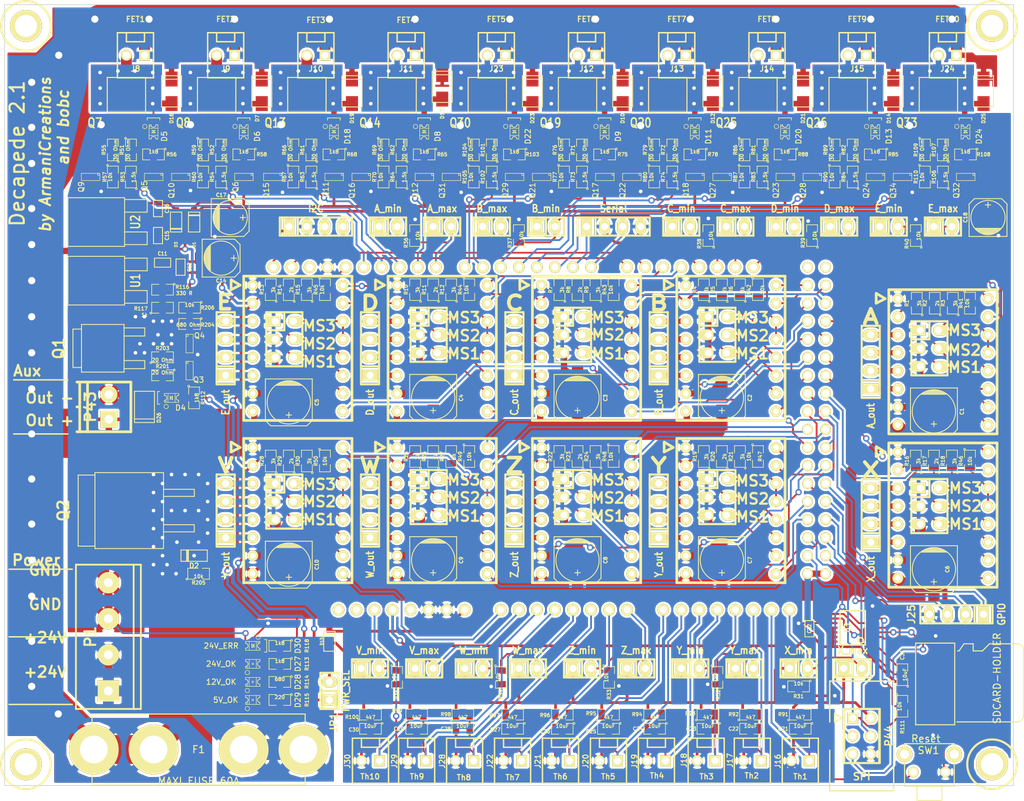
<source format=kicad_pcb>
(kicad_pcb (version 3) (host pcbnew "(2013-07-07 BZR 4022)-stable")
  (layers (15 F.Cu signal) (0 B.Cu signal hide) (18 B.Paste user) (19 F.Paste user) (20 B.SilkS user) (21 F.SilkS user) (22 B.Mask user) (23 F.Mask user) (28 Edge.Cuts user))
  (net 0 "")
  (net 1 +12V)
  (net 2 +24V)
  (net 3 +24V2)
  (net 4 +3.3V)
  (net 5 +V_LOGIC)
  (net 6 "/FET Drivers/FET1_OUT")
  (net 7 "/FET Drivers/FET2_OUT")
  (net 8 "/FET Drivers/FET3_OUT")
  (net 9 "/FET Drivers/FET_OUT4")
  (net 10 "/FET PWM Drivers/FET_OUT_P1")
  (net 11 "/FET PWM Drivers/FET_OUT_P2")
  (net 12 "/FET PWM Drivers/FET_OUT_P3")
  (net 13 "/FET PWM Drivers/FET_OUT_P4")
  (net 14 "/More FET drivers/FET_OUT_5")
  (net 15 "/More FET drivers/FET_OUT_P5")
  (net 16 /Power/AUX_RTN)
  (net 17 /Power/GND_IN)
  (net 18 /Stepstick/MOT_1A_A)
  (net 19 /Stepstick/MOT_1A_B)
  (net 20 /Stepstick/MOT_1A_C)
  (net 21 /Stepstick/MOT_1A_D)
  (net 22 /Stepstick/MOT_1A_E)
  (net 23 /Stepstick/MOT_1A_V)
  (net 24 /Stepstick/MOT_1A_W)
  (net 25 /Stepstick/MOT_1A_X)
  (net 26 /Stepstick/MOT_1A_Y)
  (net 27 /Stepstick/MOT_1A_Z)
  (net 28 /Stepstick/MOT_1B_A)
  (net 29 /Stepstick/MOT_1B_B)
  (net 30 /Stepstick/MOT_1B_C)
  (net 31 /Stepstick/MOT_1B_D)
  (net 32 /Stepstick/MOT_1B_E)
  (net 33 /Stepstick/MOT_1B_V)
  (net 34 /Stepstick/MOT_1B_W)
  (net 35 /Stepstick/MOT_1B_X)
  (net 36 /Stepstick/MOT_1B_Y)
  (net 37 /Stepstick/MOT_1B_Z)
  (net 38 /Stepstick/MOT_2A_A)
  (net 39 /Stepstick/MOT_2A_B)
  (net 40 /Stepstick/MOT_2A_C)
  (net 41 /Stepstick/MOT_2A_D)
  (net 42 /Stepstick/MOT_2A_E)
  (net 43 /Stepstick/MOT_2A_V)
  (net 44 /Stepstick/MOT_2A_W)
  (net 45 /Stepstick/MOT_2A_X)
  (net 46 /Stepstick/MOT_2A_Y)
  (net 47 /Stepstick/MOT_2A_Z)
  (net 48 /Stepstick/MOT_2B_A)
  (net 49 /Stepstick/MOT_2B_B)
  (net 50 /Stepstick/MOT_2B_C)
  (net 51 /Stepstick/MOT_2B_D)
  (net 52 /Stepstick/MOT_2B_E)
  (net 53 /Stepstick/MOT_2B_V)
  (net 54 /Stepstick/MOT_2B_W)
  (net 55 /Stepstick/MOT_2B_X)
  (net 56 /Stepstick/MOT_2B_Y)
  (net 57 /Stepstick/MOT_2B_Z)
  (net 58 AGND)
  (net 59 ARDUINO_VIN)
  (net 60 A_axis)
  (net 61 Aux_output)
  (net 62 B_axis)
  (net 63 C_axis)
  (net 64 D_axis)
  (net 65 E_axis)
  (net 66 FET1)
  (net 67 FET1_PWM)
  (net 68 FET2)
  (net 69 FET2_PWM)
  (net 70 FET3)
  (net 71 FET3_PWM)
  (net 72 FET4)
  (net 73 FET4_PWM)
  (net 74 FET5)
  (net 75 FET5_PWM)
  (net 76 GND)
  (net 77 GPIO1)
  (net 78 GPIO2)
  (net 79 GPIO3)
  (net 80 MISO)
  (net 81 MOSI)
  (net 82 MotorA_Enable)
  (net 83 MotorA_dir)
  (net 84 MotorA_step)
  (net 85 MotorB_Enable)
  (net 86 MotorB_dir)
  (net 87 MotorB_step)
  (net 88 MotorC_Enable)
  (net 89 MotorC_dir)
  (net 90 MotorC_step)
  (net 91 MotorD_Enable)
  (net 92 MotorD_dir)
  (net 93 MotorD_step)
  (net 94 MotorE_Enable)
  (net 95 MotorE_dir)
  (net 96 MotorE_step)
  (net 97 MotorV_Enable)
  (net 98 MotorV_dir)
  (net 99 MotorV_step)
  (net 100 MotorW_Enable)
  (net 101 MotorW_dir)
  (net 102 MotorW_step)
  (net 103 MotorX_Enable)
  (net 104 MotorX_dir)
  (net 105 MotorX_step)
  (net 106 MotorY_Enable)
  (net 107 MotorY_dir)
  (net 108 MotorY_step)
  (net 109 MotorZ_Enable)
  (net 110 MotorZ_dir)
  (net 111 MotorZ_step)
  (net 112 N-000001)
  (net 113 N-00000101)
  (net 114 N-00000102)
  (net 115 N-00000103)
  (net 116 N-00000105)
  (net 117 N-0000011)
  (net 118 N-00000111)
  (net 119 N-00000117)
  (net 120 N-0000012)
  (net 121 N-00000120)
  (net 122 N-00000121)
  (net 123 N-00000122)
  (net 124 N-00000127)
  (net 125 N-00000130)
  (net 126 N-00000131)
  (net 127 N-00000132)
  (net 128 N-0000014)
  (net 129 N-0000016)
  (net 130 N-0000017)
  (net 131 N-0000018)
  (net 132 N-00000181)
  (net 133 N-00000182)
  (net 134 N-00000183)
  (net 135 N-00000184)
  (net 136 N-00000185)
  (net 137 N-00000186)
  (net 138 N-00000187)
  (net 139 N-00000188)
  (net 140 N-00000189)
  (net 141 N-00000190)
  (net 142 N-00000191)
  (net 143 N-00000192)
  (net 144 N-00000194)
  (net 145 N-00000195)
  (net 146 N-00000196)
  (net 147 N-00000197)
  (net 148 N-00000198)
  (net 149 N-00000199)
  (net 150 N-0000020)
  (net 151 N-00000201)
  (net 152 N-00000202)
  (net 153 N-00000205)
  (net 154 N-00000206)
  (net 155 N-00000207)
  (net 156 N-00000208)
  (net 157 N-00000209)
  (net 158 N-00000210)
  (net 159 N-00000211)
  (net 160 N-00000212)
  (net 161 N-00000213)
  (net 162 N-00000214)
  (net 163 N-00000215)
  (net 164 N-00000216)
  (net 165 N-00000217)
  (net 166 N-00000218)
  (net 167 N-00000220)
  (net 168 N-00000222)
  (net 169 N-00000223)
  (net 170 N-00000224)
  (net 171 N-00000227)
  (net 172 N-00000228)
  (net 173 N-00000229)
  (net 174 N-00000230)
  (net 175 N-00000231)
  (net 176 N-00000232)
  (net 177 N-00000233)
  (net 178 N-00000234)
  (net 179 N-00000235)
  (net 180 N-00000237)
  (net 181 N-00000238)
  (net 182 N-00000239)
  (net 183 N-00000245)
  (net 184 N-00000246)
  (net 185 N-00000247)
  (net 186 N-0000028)
  (net 187 N-0000030)
  (net 188 N-0000031)
  (net 189 N-0000032)
  (net 190 N-000004)
  (net 191 N-0000042)
  (net 192 N-0000043)
  (net 193 N-0000044)
  (net 194 N-0000045)
  (net 195 N-0000048)
  (net 196 N-0000049)
  (net 197 N-0000054)
  (net 198 N-0000058)
  (net 199 N-000006)
  (net 200 N-0000065)
  (net 201 N-0000066)
  (net 202 N-0000067)
  (net 203 N-0000068)
  (net 204 N-000007)
  (net 205 N-0000076)
  (net 206 N-0000077)
  (net 207 N-0000078)
  (net 208 N-0000079)
  (net 209 N-0000082)
  (net 210 N-0000083)
  (net 211 N-0000084)
  (net 212 N-0000085)
  (net 213 N-000009)
  (net 214 N-0000092)
  (net 215 N-0000094)
  (net 216 N-0000095)
  (net 217 Reset)
  (net 218 Rx0)
  (net 219 SCK)
  (net 220 SCL1)
  (net 221 SDA1)
  (net 222 SS)
  (net 223 TH1)
  (net 224 TH10)
  (net 225 TH2)
  (net 226 TH3)
  (net 227 TH4)
  (net 228 TH5)
  (net 229 TH6)
  (net 230 TH7)
  (net 231 TH8)
  (net 232 TH9)
  (net 233 Tx0)
  (net 234 V_axis)
  (net 235 W_axis)
  (net 236 X_axis)
  (net 237 Y_axis)
  (net 238 Z_axis)
  (module StepStick (layer F.Cu) (at 176.53 92.71 270)
    (fp_text reference StepStick_1 hide)
    (fp_text value STEPSTICK_A hide)
    (pad 1 thru_hole circle (at -8.89 0 270) (size 1.524 1.524) (drill 0.8128) (layers *.Cu *.Mask F.SilkS) (net 76 GND))
    (pad 2 thru_hole circle (at -6.35 0 270) (size 1.524 1.524) (drill 0.8128) (layers *.Cu *.Mask F.SilkS) (net 5 +V_LOGIC))
    (pad 3 thru_hole circle (at -3.81 0 270) (size 1.524 1.524) (drill 0.8128) (layers *.Cu *.Mask F.SilkS) (net 28 /Stepstick/MOT_1B_A))
    (pad 4 thru_hole circle (at -1.27 0 270) (size 1.524 1.524) (drill 0.8128) (layers *.Cu *.Mask F.SilkS) (net 18 /Stepstick/MOT_1A_A))
    (pad 5 thru_hole circle (at 1.27 0 270) (size 1.524 1.524) (drill 0.8128) (layers *.Cu *.Mask F.SilkS) (net 38 /Stepstick/MOT_2A_A))
    (pad 6 thru_hole circle (at 3.81 0 270) (size 1.524 1.524) (drill 0.8128) (layers *.Cu *.Mask F.SilkS) (net 48 /Stepstick/MOT_2B_A))
    (pad 7 thru_hole circle (at 6.35 0 270) (size 1.524 1.524) (drill 0.8128) (layers *.Cu *.Mask F.SilkS) (net 76 GND))
    (pad 8 thru_hole circle (at 8.89 0 270) (size 1.524 1.524) (drill 0.8128) (layers *.Cu *.Mask F.SilkS) (net 2 +24V))
    (pad 9 thru_hole circle (at 8.89 -12.7 270) (size 1.524 1.524) (drill 0.8128) (layers *.Cu *.Mask F.SilkS) (net 82 MotorA_Enable))
    (pad 10 thru_hole circle (at 6.35 -12.7 270) (size 1.524 1.524) (drill 0.8128) (layers *.Cu *.Mask F.SilkS) (net 118 N-00000111))
    (pad 11 thru_hole circle (at 3.81 -12.7 270) (size 1.524 1.524) (drill 0.8128) (layers *.Cu *.Mask F.SilkS) (net 114 N-00000102))
    (pad 12 thru_hole circle (at 1.27 -12.7 270) (size 1.524 1.524) (drill 0.8128) (layers *.Cu *.Mask F.SilkS) (net 115 N-00000103))
    (pad 13 thru_hole circle (at -1.27 -12.7 270) (size 1.524 1.524) (drill 0.8128) (layers *.Cu *.Mask F.SilkS) (net 116 N-00000105))
    (pad 14 thru_hole circle (at -3.81 -12.7 270) (size 1.524 1.524) (drill 0.8128) (layers *.Cu *.Mask F.SilkS) (net 116 N-00000105))
    (pad 15 thru_hole circle (at -6.35 -12.7 270) (size 1.524 1.524) (drill 0.8128) (layers *.Cu *.Mask F.SilkS) (net 84 MotorA_step))
    (pad 16 thru_hole circle (at -8.89 -12.7 270) (size 1.524 1.524) (drill 0.8128) (layers *.Cu *.Mask F.SilkS) (net 83 MotorA_dir))
  )
  (module StepStick (layer F.Cu) (at 146.685 113.665 270)
    (fp_text reference StepStick_7 hide)
    (fp_text value STEPSTICK_Y (at 0.635 -66.675 270) (layer F.SilkS) (effects (font (size 1.524 1.524) (thickness 0.3048))))
    (pad 1 thru_hole circle (at -8.89 0 270) (size 1.524 1.524) (drill 0.8128) (layers *.Cu *.Mask F.SilkS) (net 76 GND))
    (pad 2 thru_hole circle (at -6.35 0 270) (size 1.524 1.524) (drill 0.8128) (layers *.Cu *.Mask F.SilkS) (net 5 +V_LOGIC))
    (pad 3 thru_hole circle (at -3.81 0 270) (size 1.524 1.524) (drill 0.8128) (layers *.Cu *.Mask F.SilkS) (net 36 /Stepstick/MOT_1B_Y))
    (pad 4 thru_hole circle (at -1.27 0 270) (size 1.524 1.524) (drill 0.8128) (layers *.Cu *.Mask F.SilkS) (net 26 /Stepstick/MOT_1A_Y))
    (pad 5 thru_hole circle (at 1.27 0 270) (size 1.524 1.524) (drill 0.8128) (layers *.Cu *.Mask F.SilkS) (net 46 /Stepstick/MOT_2A_Y))
    (pad 6 thru_hole circle (at 3.81 0 270) (size 1.524 1.524) (drill 0.8128) (layers *.Cu *.Mask F.SilkS) (net 56 /Stepstick/MOT_2B_Y))
    (pad 7 thru_hole circle (at 6.35 0 270) (size 1.524 1.524) (drill 0.8128) (layers *.Cu *.Mask F.SilkS) (net 76 GND))
    (pad 8 thru_hole circle (at 8.89 0 270) (size 1.524 1.524) (drill 0.8128) (layers *.Cu *.Mask F.SilkS) (net 2 +24V))
    (pad 9 thru_hole circle (at 8.89 -12.7 270) (size 1.524 1.524) (drill 0.8128) (layers *.Cu *.Mask F.SilkS) (net 106 MotorY_Enable))
    (pad 10 thru_hole circle (at 6.35 -12.7 270) (size 1.524 1.524) (drill 0.8128) (layers *.Cu *.Mask F.SilkS) (net 192 N-0000043))
    (pad 11 thru_hole circle (at 3.81 -12.7 270) (size 1.524 1.524) (drill 0.8128) (layers *.Cu *.Mask F.SilkS) (net 191 N-0000042))
    (pad 12 thru_hole circle (at 1.27 -12.7 270) (size 1.524 1.524) (drill 0.8128) (layers *.Cu *.Mask F.SilkS) (net 193 N-0000044))
    (pad 13 thru_hole circle (at -1.27 -12.7 270) (size 1.524 1.524) (drill 0.8128) (layers *.Cu *.Mask F.SilkS) (net 194 N-0000045))
    (pad 14 thru_hole circle (at -3.81 -12.7 270) (size 1.524 1.524) (drill 0.8128) (layers *.Cu *.Mask F.SilkS) (net 194 N-0000045))
    (pad 15 thru_hole circle (at -6.35 -12.7 270) (size 1.524 1.524) (drill 0.8128) (layers *.Cu *.Mask F.SilkS) (net 108 MotorY_step))
    (pad 16 thru_hole circle (at -8.89 -12.7 270) (size 1.524 1.524) (drill 0.8128) (layers *.Cu *.Mask F.SilkS) (net 107 MotorY_dir))
  )
  (module StepStick (layer F.Cu) (at 126.365 90.805 270)
    (fp_text reference StepStick_3 hide)
    (fp_text value STEPSTICK_C (at 1.27 -106.045 270) (layer F.SilkS) (effects (font (size 1.524 1.524) (thickness 0.3048))))
    (pad 1 thru_hole circle (at -8.89 0 270) (size 1.524 1.524) (drill 0.8128) (layers *.Cu *.Mask F.SilkS) (net 76 GND))
    (pad 2 thru_hole circle (at -6.35 0 270) (size 1.524 1.524) (drill 0.8128) (layers *.Cu *.Mask F.SilkS) (net 5 +V_LOGIC))
    (pad 3 thru_hole circle (at -3.81 0 270) (size 1.524 1.524) (drill 0.8128) (layers *.Cu *.Mask F.SilkS) (net 30 /Stepstick/MOT_1B_C))
    (pad 4 thru_hole circle (at -1.27 0 270) (size 1.524 1.524) (drill 0.8128) (layers *.Cu *.Mask F.SilkS) (net 20 /Stepstick/MOT_1A_C))
    (pad 5 thru_hole circle (at 1.27 0 270) (size 1.524 1.524) (drill 0.8128) (layers *.Cu *.Mask F.SilkS) (net 40 /Stepstick/MOT_2A_C))
    (pad 6 thru_hole circle (at 3.81 0 270) (size 1.524 1.524) (drill 0.8128) (layers *.Cu *.Mask F.SilkS) (net 50 /Stepstick/MOT_2B_C))
    (pad 7 thru_hole circle (at 6.35 0 270) (size 1.524 1.524) (drill 0.8128) (layers *.Cu *.Mask F.SilkS) (net 76 GND))
    (pad 8 thru_hole circle (at 8.89 0 270) (size 1.524 1.524) (drill 0.8128) (layers *.Cu *.Mask F.SilkS) (net 2 +24V))
    (pad 9 thru_hole circle (at 8.89 -12.7 270) (size 1.524 1.524) (drill 0.8128) (layers *.Cu *.Mask F.SilkS) (net 88 MotorC_Enable))
    (pad 10 thru_hole circle (at 6.35 -12.7 270) (size 1.524 1.524) (drill 0.8128) (layers *.Cu *.Mask F.SilkS) (net 125 N-00000130))
    (pad 11 thru_hole circle (at 3.81 -12.7 270) (size 1.524 1.524) (drill 0.8128) (layers *.Cu *.Mask F.SilkS) (net 126 N-00000131))
    (pad 12 thru_hole circle (at 1.27 -12.7 270) (size 1.524 1.524) (drill 0.8128) (layers *.Cu *.Mask F.SilkS) (net 127 N-00000132))
    (pad 13 thru_hole circle (at -1.27 -12.7 270) (size 1.524 1.524) (drill 0.8128) (layers *.Cu *.Mask F.SilkS) (net 124 N-00000127))
    (pad 14 thru_hole circle (at -3.81 -12.7 270) (size 1.524 1.524) (drill 0.8128) (layers *.Cu *.Mask F.SilkS) (net 124 N-00000127))
    (pad 15 thru_hole circle (at -6.35 -12.7 270) (size 1.524 1.524) (drill 0.8128) (layers *.Cu *.Mask F.SilkS) (net 90 MotorC_step))
    (pad 16 thru_hole circle (at -8.89 -12.7 270) (size 1.524 1.524) (drill 0.8128) (layers *.Cu *.Mask F.SilkS) (net 89 MotorC_dir))
  )
  (module StepStick (layer F.Cu) (at 126.365 113.665 270)
    (fp_text reference StepStick_8 hide)
    (fp_text value STEPSTICK_Z (at 0 -105.41 270) (layer F.SilkS) (effects (font (size 1.524 1.524) (thickness 0.3048))))
    (pad 1 thru_hole circle (at -8.89 0 270) (size 1.524 1.524) (drill 0.8128) (layers *.Cu *.Mask F.SilkS) (net 76 GND))
    (pad 2 thru_hole circle (at -6.35 0 270) (size 1.524 1.524) (drill 0.8128) (layers *.Cu *.Mask F.SilkS) (net 5 +V_LOGIC))
    (pad 3 thru_hole circle (at -3.81 0 270) (size 1.524 1.524) (drill 0.8128) (layers *.Cu *.Mask F.SilkS) (net 37 /Stepstick/MOT_1B_Z))
    (pad 4 thru_hole circle (at -1.27 0 270) (size 1.524 1.524) (drill 0.8128) (layers *.Cu *.Mask F.SilkS) (net 27 /Stepstick/MOT_1A_Z))
    (pad 5 thru_hole circle (at 1.27 0 270) (size 1.524 1.524) (drill 0.8128) (layers *.Cu *.Mask F.SilkS) (net 47 /Stepstick/MOT_2A_Z))
    (pad 6 thru_hole circle (at 3.81 0 270) (size 1.524 1.524) (drill 0.8128) (layers *.Cu *.Mask F.SilkS) (net 57 /Stepstick/MOT_2B_Z))
    (pad 7 thru_hole circle (at 6.35 0 270) (size 1.524 1.524) (drill 0.8128) (layers *.Cu *.Mask F.SilkS) (net 76 GND))
    (pad 8 thru_hole circle (at 8.89 0 270) (size 1.524 1.524) (drill 0.8128) (layers *.Cu *.Mask F.SilkS) (net 2 +24V))
    (pad 9 thru_hole circle (at 8.89 -12.7 270) (size 1.524 1.524) (drill 0.8128) (layers *.Cu *.Mask F.SilkS) (net 109 MotorZ_Enable))
    (pad 10 thru_hole circle (at 6.35 -12.7 270) (size 1.524 1.524) (drill 0.8128) (layers *.Cu *.Mask F.SilkS) (net 208 N-0000079))
    (pad 11 thru_hole circle (at 3.81 -12.7 270) (size 1.524 1.524) (drill 0.8128) (layers *.Cu *.Mask F.SilkS) (net 205 N-0000076))
    (pad 12 thru_hole circle (at 1.27 -12.7 270) (size 1.524 1.524) (drill 0.8128) (layers *.Cu *.Mask F.SilkS) (net 207 N-0000078))
    (pad 13 thru_hole circle (at -1.27 -12.7 270) (size 1.524 1.524) (drill 0.8128) (layers *.Cu *.Mask F.SilkS) (net 206 N-0000077))
    (pad 14 thru_hole circle (at -3.81 -12.7 270) (size 1.524 1.524) (drill 0.8128) (layers *.Cu *.Mask F.SilkS) (net 206 N-0000077))
    (pad 15 thru_hole circle (at -6.35 -12.7 270) (size 1.524 1.524) (drill 0.8128) (layers *.Cu *.Mask F.SilkS) (net 111 MotorZ_step))
    (pad 16 thru_hole circle (at -8.89 -12.7 270) (size 1.524 1.524) (drill 0.8128) (layers *.Cu *.Mask F.SilkS) (net 110 MotorZ_dir))
  )
  (module StepStick (layer F.Cu) (at 106.045 113.665 270)
    (fp_text reference StepStick_9 hide)
    (fp_text value STEPSTICK_W (at 0 -141.605 270) (layer F.SilkS) (effects (font (size 1.524 1.524) (thickness 0.3048))))
    (pad 1 thru_hole circle (at -8.89 0 270) (size 1.524 1.524) (drill 0.8128) (layers *.Cu *.Mask F.SilkS) (net 76 GND))
    (pad 2 thru_hole circle (at -6.35 0 270) (size 1.524 1.524) (drill 0.8128) (layers *.Cu *.Mask F.SilkS) (net 5 +V_LOGIC))
    (pad 3 thru_hole circle (at -3.81 0 270) (size 1.524 1.524) (drill 0.8128) (layers *.Cu *.Mask F.SilkS) (net 34 /Stepstick/MOT_1B_W))
    (pad 4 thru_hole circle (at -1.27 0 270) (size 1.524 1.524) (drill 0.8128) (layers *.Cu *.Mask F.SilkS) (net 24 /Stepstick/MOT_1A_W))
    (pad 5 thru_hole circle (at 1.27 0 270) (size 1.524 1.524) (drill 0.8128) (layers *.Cu *.Mask F.SilkS) (net 44 /Stepstick/MOT_2A_W))
    (pad 6 thru_hole circle (at 3.81 0 270) (size 1.524 1.524) (drill 0.8128) (layers *.Cu *.Mask F.SilkS) (net 54 /Stepstick/MOT_2B_W))
    (pad 7 thru_hole circle (at 6.35 0 270) (size 1.524 1.524) (drill 0.8128) (layers *.Cu *.Mask F.SilkS) (net 76 GND))
    (pad 8 thru_hole circle (at 8.89 0 270) (size 1.524 1.524) (drill 0.8128) (layers *.Cu *.Mask F.SilkS) (net 2 +24V))
    (pad 9 thru_hole circle (at 8.89 -12.7 270) (size 1.524 1.524) (drill 0.8128) (layers *.Cu *.Mask F.SilkS) (net 100 MotorW_Enable))
    (pad 10 thru_hole circle (at 6.35 -12.7 270) (size 1.524 1.524) (drill 0.8128) (layers *.Cu *.Mask F.SilkS) (net 209 N-0000082))
    (pad 11 thru_hole circle (at 3.81 -12.7 270) (size 1.524 1.524) (drill 0.8128) (layers *.Cu *.Mask F.SilkS) (net 210 N-0000083))
    (pad 12 thru_hole circle (at 1.27 -12.7 270) (size 1.524 1.524) (drill 0.8128) (layers *.Cu *.Mask F.SilkS) (net 211 N-0000084))
    (pad 13 thru_hole circle (at -1.27 -12.7 270) (size 1.524 1.524) (drill 0.8128) (layers *.Cu *.Mask F.SilkS) (net 212 N-0000085))
    (pad 14 thru_hole circle (at -3.81 -12.7 270) (size 1.524 1.524) (drill 0.8128) (layers *.Cu *.Mask F.SilkS) (net 212 N-0000085))
    (pad 15 thru_hole circle (at -6.35 -12.7 270) (size 1.524 1.524) (drill 0.8128) (layers *.Cu *.Mask F.SilkS) (net 102 MotorW_step))
    (pad 16 thru_hole circle (at -8.89 -12.7 270) (size 1.524 1.524) (drill 0.8128) (layers *.Cu *.Mask F.SilkS) (net 101 MotorW_dir))
  )
  (module StepStick (layer F.Cu) (at 85.725 113.665 270)
    (fp_text reference StepStick_10 hide)
    (fp_text value STEPSTICK_V (at -0.635 -174.625 270) (layer F.SilkS) (effects (font (size 1.524 1.524) (thickness 0.3048))))
    (pad 1 thru_hole circle (at -8.89 0 270) (size 1.524 1.524) (drill 0.8128) (layers *.Cu *.Mask F.SilkS) (net 76 GND))
    (pad 2 thru_hole circle (at -6.35 0 270) (size 1.524 1.524) (drill 0.8128) (layers *.Cu *.Mask F.SilkS) (net 5 +V_LOGIC))
    (pad 3 thru_hole circle (at -3.81 0 270) (size 1.524 1.524) (drill 0.8128) (layers *.Cu *.Mask F.SilkS) (net 33 /Stepstick/MOT_1B_V))
    (pad 4 thru_hole circle (at -1.27 0 270) (size 1.524 1.524) (drill 0.8128) (layers *.Cu *.Mask F.SilkS) (net 23 /Stepstick/MOT_1A_V))
    (pad 5 thru_hole circle (at 1.27 0 270) (size 1.524 1.524) (drill 0.8128) (layers *.Cu *.Mask F.SilkS) (net 43 /Stepstick/MOT_2A_V))
    (pad 6 thru_hole circle (at 3.81 0 270) (size 1.524 1.524) (drill 0.8128) (layers *.Cu *.Mask F.SilkS) (net 53 /Stepstick/MOT_2B_V))
    (pad 7 thru_hole circle (at 6.35 0 270) (size 1.524 1.524) (drill 0.8128) (layers *.Cu *.Mask F.SilkS) (net 76 GND))
    (pad 8 thru_hole circle (at 8.89 0 270) (size 1.524 1.524) (drill 0.8128) (layers *.Cu *.Mask F.SilkS) (net 2 +24V))
    (pad 9 thru_hole circle (at 8.89 -12.7 270) (size 1.524 1.524) (drill 0.8128) (layers *.Cu *.Mask F.SilkS) (net 97 MotorV_Enable))
    (pad 10 thru_hole circle (at 6.35 -12.7 270) (size 1.524 1.524) (drill 0.8128) (layers *.Cu *.Mask F.SilkS) (net 201 N-0000066))
    (pad 11 thru_hole circle (at 3.81 -12.7 270) (size 1.524 1.524) (drill 0.8128) (layers *.Cu *.Mask F.SilkS) (net 202 N-0000067))
    (pad 12 thru_hole circle (at 1.27 -12.7 270) (size 1.524 1.524) (drill 0.8128) (layers *.Cu *.Mask F.SilkS) (net 200 N-0000065))
    (pad 13 thru_hole circle (at -1.27 -12.7 270) (size 1.524 1.524) (drill 0.8128) (layers *.Cu *.Mask F.SilkS) (net 203 N-0000068))
    (pad 14 thru_hole circle (at -3.81 -12.7 270) (size 1.524 1.524) (drill 0.8128) (layers *.Cu *.Mask F.SilkS) (net 203 N-0000068))
    (pad 15 thru_hole circle (at -6.35 -12.7 270) (size 1.524 1.524) (drill 0.8128) (layers *.Cu *.Mask F.SilkS) (net 99 MotorV_step))
    (pad 16 thru_hole circle (at -8.89 -12.7 270) (size 1.524 1.524) (drill 0.8128) (layers *.Cu *.Mask F.SilkS) (net 98 MotorV_dir))
  )
  (module StepStick (layer F.Cu) (at 176.53 114.3 270)
    (fp_text reference StepStick_6 hide)
    (fp_text value STEPSTICK_X hide)
    (pad 1 thru_hole circle (at -8.89 0 270) (size 1.524 1.524) (drill 0.8128) (layers *.Cu *.Mask F.SilkS) (net 76 GND))
    (pad 2 thru_hole circle (at -6.35 0 270) (size 1.524 1.524) (drill 0.8128) (layers *.Cu *.Mask F.SilkS) (net 5 +V_LOGIC))
    (pad 3 thru_hole circle (at -3.81 0 270) (size 1.524 1.524) (drill 0.8128) (layers *.Cu *.Mask F.SilkS) (net 35 /Stepstick/MOT_1B_X))
    (pad 4 thru_hole circle (at -1.27 0 270) (size 1.524 1.524) (drill 0.8128) (layers *.Cu *.Mask F.SilkS) (net 25 /Stepstick/MOT_1A_X))
    (pad 5 thru_hole circle (at 1.27 0 270) (size 1.524 1.524) (drill 0.8128) (layers *.Cu *.Mask F.SilkS) (net 45 /Stepstick/MOT_2A_X))
    (pad 6 thru_hole circle (at 3.81 0 270) (size 1.524 1.524) (drill 0.8128) (layers *.Cu *.Mask F.SilkS) (net 55 /Stepstick/MOT_2B_X))
    (pad 7 thru_hole circle (at 6.35 0 270) (size 1.524 1.524) (drill 0.8128) (layers *.Cu *.Mask F.SilkS) (net 76 GND))
    (pad 8 thru_hole circle (at 8.89 0 270) (size 1.524 1.524) (drill 0.8128) (layers *.Cu *.Mask F.SilkS) (net 2 +24V))
    (pad 9 thru_hole circle (at 8.89 -12.7 270) (size 1.524 1.524) (drill 0.8128) (layers *.Cu *.Mask F.SilkS) (net 103 MotorX_Enable))
    (pad 10 thru_hole circle (at 6.35 -12.7 270) (size 1.524 1.524) (drill 0.8128) (layers *.Cu *.Mask F.SilkS) (net 187 N-0000030))
    (pad 11 thru_hole circle (at 3.81 -12.7 270) (size 1.524 1.524) (drill 0.8128) (layers *.Cu *.Mask F.SilkS) (net 188 N-0000031))
    (pad 12 thru_hole circle (at 1.27 -12.7 270) (size 1.524 1.524) (drill 0.8128) (layers *.Cu *.Mask F.SilkS) (net 189 N-0000032))
    (pad 13 thru_hole circle (at -1.27 -12.7 270) (size 1.524 1.524) (drill 0.8128) (layers *.Cu *.Mask F.SilkS) (net 186 N-0000028))
    (pad 14 thru_hole circle (at -3.81 -12.7 270) (size 1.524 1.524) (drill 0.8128) (layers *.Cu *.Mask F.SilkS) (net 186 N-0000028))
    (pad 15 thru_hole circle (at -6.35 -12.7 270) (size 1.524 1.524) (drill 0.8128) (layers *.Cu *.Mask F.SilkS) (net 105 MotorX_step))
    (pad 16 thru_hole circle (at -8.89 -12.7 270) (size 1.524 1.524) (drill 0.8128) (layers *.Cu *.Mask F.SilkS) (net 104 MotorX_dir))
  )
  (module StepStick (layer F.Cu) (at 146.685 90.805 270)
    (fp_text reference StepStick_2 hide)
    (fp_text value STEPSTICK_B (at 1.27 -66.04 270) (layer F.SilkS) (effects (font (size 1.524 1.524) (thickness 0.3048))))
    (pad 1 thru_hole circle (at -8.89 0 270) (size 1.524 1.524) (drill 0.8128) (layers *.Cu *.Mask F.SilkS) (net 76 GND))
    (pad 2 thru_hole circle (at -6.35 0 270) (size 1.524 1.524) (drill 0.8128) (layers *.Cu *.Mask F.SilkS) (net 5 +V_LOGIC))
    (pad 3 thru_hole circle (at -3.81 0 270) (size 1.524 1.524) (drill 0.8128) (layers *.Cu *.Mask F.SilkS) (net 29 /Stepstick/MOT_1B_B))
    (pad 4 thru_hole circle (at -1.27 0 270) (size 1.524 1.524) (drill 0.8128) (layers *.Cu *.Mask F.SilkS) (net 19 /Stepstick/MOT_1A_B))
    (pad 5 thru_hole circle (at 1.27 0 270) (size 1.524 1.524) (drill 0.8128) (layers *.Cu *.Mask F.SilkS) (net 39 /Stepstick/MOT_2A_B))
    (pad 6 thru_hole circle (at 3.81 0 270) (size 1.524 1.524) (drill 0.8128) (layers *.Cu *.Mask F.SilkS) (net 49 /Stepstick/MOT_2B_B))
    (pad 7 thru_hole circle (at 6.35 0 270) (size 1.524 1.524) (drill 0.8128) (layers *.Cu *.Mask F.SilkS) (net 76 GND))
    (pad 8 thru_hole circle (at 8.89 0 270) (size 1.524 1.524) (drill 0.8128) (layers *.Cu *.Mask F.SilkS) (net 2 +24V))
    (pad 9 thru_hole circle (at 8.89 -12.7 270) (size 1.524 1.524) (drill 0.8128) (layers *.Cu *.Mask F.SilkS) (net 85 MotorB_Enable))
    (pad 10 thru_hole circle (at 6.35 -12.7 270) (size 1.524 1.524) (drill 0.8128) (layers *.Cu *.Mask F.SilkS) (net 215 N-0000094))
    (pad 11 thru_hole circle (at 3.81 -12.7 270) (size 1.524 1.524) (drill 0.8128) (layers *.Cu *.Mask F.SilkS) (net 113 N-00000101))
    (pad 12 thru_hole circle (at 1.27 -12.7 270) (size 1.524 1.524) (drill 0.8128) (layers *.Cu *.Mask F.SilkS) (net 216 N-0000095))
    (pad 13 thru_hole circle (at -1.27 -12.7 270) (size 1.524 1.524) (drill 0.8128) (layers *.Cu *.Mask F.SilkS) (net 214 N-0000092))
    (pad 14 thru_hole circle (at -3.81 -12.7 270) (size 1.524 1.524) (drill 0.8128) (layers *.Cu *.Mask F.SilkS) (net 214 N-0000092))
    (pad 15 thru_hole circle (at -6.35 -12.7 270) (size 1.524 1.524) (drill 0.8128) (layers *.Cu *.Mask F.SilkS) (net 87 MotorB_step))
    (pad 16 thru_hole circle (at -8.89 -12.7 270) (size 1.524 1.524) (drill 0.8128) (layers *.Cu *.Mask F.SilkS) (net 86 MotorB_dir))
  )
  (module StepStick (layer F.Cu) (at 106.045 90.805 270)
    (fp_text reference StepStick_4 hide)
    (fp_text value STEPSTICK_D (at 2.54 -139.7 270) (layer F.SilkS) (effects (font (size 1.524 1.524) (thickness 0.3048))))
    (pad 1 thru_hole circle (at -8.89 0 270) (size 1.524 1.524) (drill 0.8128) (layers *.Cu *.Mask F.SilkS) (net 76 GND))
    (pad 2 thru_hole circle (at -6.35 0 270) (size 1.524 1.524) (drill 0.8128) (layers *.Cu *.Mask F.SilkS) (net 5 +V_LOGIC))
    (pad 3 thru_hole circle (at -3.81 0 270) (size 1.524 1.524) (drill 0.8128) (layers *.Cu *.Mask F.SilkS) (net 31 /Stepstick/MOT_1B_D))
    (pad 4 thru_hole circle (at -1.27 0 270) (size 1.524 1.524) (drill 0.8128) (layers *.Cu *.Mask F.SilkS) (net 21 /Stepstick/MOT_1A_D))
    (pad 5 thru_hole circle (at 1.27 0 270) (size 1.524 1.524) (drill 0.8128) (layers *.Cu *.Mask F.SilkS) (net 41 /Stepstick/MOT_2A_D))
    (pad 6 thru_hole circle (at 3.81 0 270) (size 1.524 1.524) (drill 0.8128) (layers *.Cu *.Mask F.SilkS) (net 51 /Stepstick/MOT_2B_D))
    (pad 7 thru_hole circle (at 6.35 0 270) (size 1.524 1.524) (drill 0.8128) (layers *.Cu *.Mask F.SilkS) (net 76 GND))
    (pad 8 thru_hole circle (at 8.89 0 270) (size 1.524 1.524) (drill 0.8128) (layers *.Cu *.Mask F.SilkS) (net 2 +24V))
    (pad 9 thru_hole circle (at 8.89 -12.7 270) (size 1.524 1.524) (drill 0.8128) (layers *.Cu *.Mask F.SilkS) (net 91 MotorD_Enable))
    (pad 10 thru_hole circle (at 6.35 -12.7 270) (size 1.524 1.524) (drill 0.8128) (layers *.Cu *.Mask F.SilkS) (net 123 N-00000122))
    (pad 11 thru_hole circle (at 3.81 -12.7 270) (size 1.524 1.524) (drill 0.8128) (layers *.Cu *.Mask F.SilkS) (net 122 N-00000121))
    (pad 12 thru_hole circle (at 1.27 -12.7 270) (size 1.524 1.524) (drill 0.8128) (layers *.Cu *.Mask F.SilkS) (net 121 N-00000120))
    (pad 13 thru_hole circle (at -1.27 -12.7 270) (size 1.524 1.524) (drill 0.8128) (layers *.Cu *.Mask F.SilkS) (net 119 N-00000117))
    (pad 14 thru_hole circle (at -3.81 -12.7 270) (size 1.524 1.524) (drill 0.8128) (layers *.Cu *.Mask F.SilkS) (net 119 N-00000117))
    (pad 15 thru_hole circle (at -6.35 -12.7 270) (size 1.524 1.524) (drill 0.8128) (layers *.Cu *.Mask F.SilkS) (net 93 MotorD_step))
    (pad 16 thru_hole circle (at -8.89 -12.7 270) (size 1.524 1.524) (drill 0.8128) (layers *.Cu *.Mask F.SilkS) (net 92 MotorD_dir))
  )
  (module StepStick (layer F.Cu) (at 85.725 90.805 270)
    (fp_text reference StepStick_5 hide)
    (fp_text value STEPSTICK_E (at 1.905 -173.99 270) (layer F.SilkS) (effects (font (size 1.524 1.524) (thickness 0.3048))))
    (pad 1 thru_hole circle (at -8.89 0 270) (size 1.524 1.524) (drill 0.8128) (layers *.Cu *.Mask F.SilkS) (net 76 GND))
    (pad 2 thru_hole circle (at -6.35 0 270) (size 1.524 1.524) (drill 0.8128) (layers *.Cu *.Mask F.SilkS) (net 5 +V_LOGIC))
    (pad 3 thru_hole circle (at -3.81 0 270) (size 1.524 1.524) (drill 0.8128) (layers *.Cu *.Mask F.SilkS) (net 32 /Stepstick/MOT_1B_E))
    (pad 4 thru_hole circle (at -1.27 0 270) (size 1.524 1.524) (drill 0.8128) (layers *.Cu *.Mask F.SilkS) (net 22 /Stepstick/MOT_1A_E))
    (pad 5 thru_hole circle (at 1.27 0 270) (size 1.524 1.524) (drill 0.8128) (layers *.Cu *.Mask F.SilkS) (net 42 /Stepstick/MOT_2A_E))
    (pad 6 thru_hole circle (at 3.81 0 270) (size 1.524 1.524) (drill 0.8128) (layers *.Cu *.Mask F.SilkS) (net 52 /Stepstick/MOT_2B_E))
    (pad 7 thru_hole circle (at 6.35 0 270) (size 1.524 1.524) (drill 0.8128) (layers *.Cu *.Mask F.SilkS) (net 76 GND))
    (pad 8 thru_hole circle (at 8.89 0 270) (size 1.524 1.524) (drill 0.8128) (layers *.Cu *.Mask F.SilkS) (net 2 +24V))
    (pad 9 thru_hole circle (at 8.89 -12.7 270) (size 1.524 1.524) (drill 0.8128) (layers *.Cu *.Mask F.SilkS) (net 94 MotorE_Enable))
    (pad 10 thru_hole circle (at 6.35 -12.7 270) (size 1.524 1.524) (drill 0.8128) (layers *.Cu *.Mask F.SilkS) (net 198 N-0000058))
    (pad 11 thru_hole circle (at 3.81 -12.7 270) (size 1.524 1.524) (drill 0.8128) (layers *.Cu *.Mask F.SilkS) (net 197 N-0000054))
    (pad 12 thru_hole circle (at 1.27 -12.7 270) (size 1.524 1.524) (drill 0.8128) (layers *.Cu *.Mask F.SilkS) (net 195 N-0000048))
    (pad 13 thru_hole circle (at -1.27 -12.7 270) (size 1.524 1.524) (drill 0.8128) (layers *.Cu *.Mask F.SilkS) (net 196 N-0000049))
    (pad 14 thru_hole circle (at -3.81 -12.7 270) (size 1.524 1.524) (drill 0.8128) (layers *.Cu *.Mask F.SilkS) (net 196 N-0000049))
    (pad 15 thru_hole circle (at -6.35 -12.7 270) (size 1.524 1.524) (drill 0.8128) (layers *.Cu *.Mask F.SilkS) (net 96 MotorE_step))
    (pad 16 thru_hole circle (at -8.89 -12.7 270) (size 1.524 1.524) (drill 0.8128) (layers *.Cu *.Mask F.SilkS) (net 95 MotorE_dir))
  )
  (module SM0805 (layer F.Cu) (at 88.265 82.55 90)
    (fp_text reference R13 (at 0 -1.27 90) (layer F.SilkS) (effects (font (size 0.50038 0.50038) (thickness 0.10922))))
    (fp_text value 3k (at 0 0.381 90) (layer F.SilkS) (effects (font (size 0.50038 0.50038) (thickness 0.10922))))
    (pad 1 smd rect (at -0.9525 0 90) (size 0.889 1.397) (layers F.Cu F.Paste F.Mask) (net 198 N-0000058))
    (pad 2 smd rect (at 0.9525 0 90) (size 0.889 1.397) (layers F.Cu F.Paste F.Mask) (net 5 +V_LOGIC))
  )
  (module SM0805 (layer F.Cu) (at 111.125 82.55 90)
    (fp_text reference R11 (at 0 -1.27 90) (layer F.SilkS) (effects (font (size 0.50038 0.50038) (thickness 0.10922))))
    (fp_text value 2k (at 0 0.381 90) (layer F.SilkS) (effects (font (size 0.50038 0.50038) (thickness 0.10922))))
    (pad 1 smd rect (at -0.9525 0 90) (size 0.889 1.397) (layers F.Cu F.Paste F.Mask) (net 122 N-00000121))
    (pad 2 smd rect (at 0.9525 0 90) (size 0.889 1.397) (layers F.Cu F.Paste F.Mask) (net 5 +V_LOGIC))
  )
  (module SM0805 (layer F.Cu) (at 113.665 82.55 90)
    (fp_text reference R12 (at 0 -1.27 90) (layer F.SilkS) (effects (font (size 0.50038 0.50038) (thickness 0.10922))))
    (fp_text value 3k (at 0 0.381 90) (layer F.SilkS) (effects (font (size 0.50038 0.50038) (thickness 0.10922))))
    (pad 1 smd rect (at -0.9525 0 90) (size 0.889 1.397) (layers F.Cu F.Paste F.Mask) (net 121 N-00000120))
    (pad 2 smd rect (at 0.9525 0 90) (size 0.889 1.397) (layers F.Cu F.Paste F.Mask) (net 5 +V_LOGIC))
  )
  (module SM0805 (layer F.Cu) (at 104.14 66.675 270)
    (fp_text reference R70 (at 0 1.27 270) (layer F.SilkS) (effects (font (size 0.50038 0.50038) (thickness 0.10922))))
    (fp_text value 10k (at 0 0.381 270) (layer F.SilkS) (effects (font (size 0.50038 0.50038) (thickness 0.10922))))
    (pad 1 smd rect (at -0.9525 0 270) (size 0.889 1.397) (layers F.Cu F.Paste F.Mask) (net 72 FET4))
    (pad 2 smd rect (at 0.9525 0 270) (size 0.889 1.397) (layers F.Cu F.Paste F.Mask) (net 76 GND))
  )
  (module SM0805 (layer F.Cu) (at 95.885 82.55 270)
    (fp_text reference R45 (at 0 1.27 270) (layer F.SilkS) (effects (font (size 0.50038 0.50038) (thickness 0.10922))))
    (fp_text value 10k (at 0 0.381 270) (layer F.SilkS) (effects (font (size 0.50038 0.50038) (thickness 0.10922))))
    (pad 1 smd rect (at -0.9525 0 270) (size 0.889 1.397) (layers F.Cu F.Paste F.Mask) (net 5 +V_LOGIC))
    (pad 2 smd rect (at 0.9525 0 270) (size 0.889 1.397) (layers F.Cu F.Paste F.Mask) (net 196 N-0000049))
  )
  (module SM0805 (layer F.Cu) (at 131.445 82.55 90)
    (fp_text reference R8 (at 0 -1.27 90) (layer F.SilkS) (effects (font (size 0.50038 0.50038) (thickness 0.10922))))
    (fp_text value 2k (at 0 0.381 90) (layer F.SilkS) (effects (font (size 0.50038 0.50038) (thickness 0.10922))))
    (pad 1 smd rect (at -0.9525 0 90) (size 0.889 1.397) (layers F.Cu F.Paste F.Mask) (net 126 N-00000131))
    (pad 2 smd rect (at 0.9525 0 90) (size 0.889 1.397) (layers F.Cu F.Paste F.Mask) (net 5 +V_LOGIC))
  )
  (module SM0805 (layer F.Cu) (at 132.08 66.675 90)
    (fp_text reference R73 (at 0 -1.27 90) (layer F.SilkS) (effects (font (size 0.50038 0.50038) (thickness 0.10922))))
    (fp_text value 1.5k (at 0 0.381 90) (layer F.SilkS) (effects (font (size 0.50038 0.50038) (thickness 0.10922))))
    (pad 1 smd rect (at -0.9525 0 90) (size 0.889 1.397) (layers F.Cu F.Paste F.Mask) (net 67 FET1_PWM))
    (pad 2 smd rect (at 0.9525 0 90) (size 0.889 1.397) (layers F.Cu F.Paste F.Mask) (net 162 N-00000214))
  )
  (module SM0805 (layer F.Cu) (at 108.585 82.55 90)
    (fp_text reference R10 (at 0 -1.27 90) (layer F.SilkS) (effects (font (size 0.50038 0.50038) (thickness 0.10922))))
    (fp_text value 3k (at 0 0.381 90) (layer F.SilkS) (effects (font (size 0.50038 0.50038) (thickness 0.10922))))
    (pad 1 smd rect (at -0.9525 0 90) (size 0.889 1.397) (layers F.Cu F.Paste F.Mask) (net 123 N-00000122))
    (pad 2 smd rect (at 0.9525 0 90) (size 0.889 1.397) (layers F.Cu F.Paste F.Mask) (net 5 +V_LOGIC))
  )
  (module SM0805 (layer F.Cu) (at 116.205 82.55 270)
    (fp_text reference R44 (at 0 1.27 270) (layer F.SilkS) (effects (font (size 0.50038 0.50038) (thickness 0.10922))))
    (fp_text value 10k (at 0 0.381 270) (layer F.SilkS) (effects (font (size 0.50038 0.50038) (thickness 0.10922))))
    (pad 1 smd rect (at -0.9525 0 270) (size 0.889 1.397) (layers F.Cu F.Paste F.Mask) (net 5 +V_LOGIC))
    (pad 2 smd rect (at 0.9525 0 270) (size 0.889 1.397) (layers F.Cu F.Paste F.Mask) (net 119 N-00000117))
  )
  (module SM0805 (layer F.Cu) (at 129.54 66.675 270)
    (fp_text reference R77 (at 0 1.27 270) (layer F.SilkS) (effects (font (size 0.50038 0.50038) (thickness 0.10922))))
    (fp_text value 10k (at 0 0.381 270) (layer F.SilkS) (effects (font (size 0.50038 0.50038) (thickness 0.10922))))
    (pad 1 smd rect (at -0.9525 0 270) (size 0.889 1.397) (layers F.Cu F.Paste F.Mask) (net 67 FET1_PWM))
    (pad 2 smd rect (at 0.9525 0 270) (size 0.889 1.397) (layers F.Cu F.Paste F.Mask) (net 76 GND))
  )
  (module SM0805 (layer F.Cu) (at 133.985 82.55 90)
    (fp_text reference R9 (at 0 -1.27 90) (layer F.SilkS) (effects (font (size 0.50038 0.50038) (thickness 0.10922))))
    (fp_text value 3k (at 0 0.381 90) (layer F.SilkS) (effects (font (size 0.50038 0.50038) (thickness 0.10922))))
    (pad 1 smd rect (at -0.9525 0 90) (size 0.889 1.397) (layers F.Cu F.Paste F.Mask) (net 127 N-00000132))
    (pad 2 smd rect (at 0.9525 0 90) (size 0.889 1.397) (layers F.Cu F.Paste F.Mask) (net 5 +V_LOGIC))
  )
  (module SM0805 (layer F.Cu) (at 157.48 66.675 90)
    (fp_text reference R83 (at 0 -1.27 90) (layer F.SilkS) (effects (font (size 0.50038 0.50038) (thickness 0.10922))))
    (fp_text value 1.5k (at 0 0.381 90) (layer F.SilkS) (effects (font (size 0.50038 0.50038) (thickness 0.10922))))
    (pad 1 smd rect (at -0.9525 0 90) (size 0.889 1.397) (layers F.Cu F.Paste F.Mask) (net 71 FET3_PWM))
    (pad 2 smd rect (at 0.9525 0 90) (size 0.889 1.397) (layers F.Cu F.Paste F.Mask) (net 153 N-00000205))
  )
  (module SM0805 (layer F.Cu) (at 106.68 66.675 90)
    (fp_text reference R64 (at 0 -1.27 90) (layer F.SilkS) (effects (font (size 0.50038 0.50038) (thickness 0.10922))))
    (fp_text value 1.5k (at 0 0.381 90) (layer F.SilkS) (effects (font (size 0.50038 0.50038) (thickness 0.10922))))
    (pad 1 smd rect (at -0.9525 0 90) (size 0.889 1.397) (layers F.Cu F.Paste F.Mask) (net 72 FET4))
    (pad 2 smd rect (at 0.9525 0 90) (size 0.889 1.397) (layers F.Cu F.Paste F.Mask) (net 140 N-00000189))
  )
  (module SM0805 (layer F.Cu) (at 90.805 82.55 90)
    (fp_text reference R14 (at 0 -1.27 90) (layer F.SilkS) (effects (font (size 0.50038 0.50038) (thickness 0.10922))))
    (fp_text value 2k (at 0 0.381 90) (layer F.SilkS) (effects (font (size 0.50038 0.50038) (thickness 0.10922))))
    (pad 1 smd rect (at -0.9525 0 90) (size 0.889 1.397) (layers F.Cu F.Paste F.Mask) (net 197 N-0000054))
    (pad 2 smd rect (at 0.9525 0 90) (size 0.889 1.397) (layers F.Cu F.Paste F.Mask) (net 5 +V_LOGIC))
  )
  (module SM0805 (layer F.Cu) (at 93.345 82.55 90)
    (fp_text reference R15 (at 0 -1.27 90) (layer F.SilkS) (effects (font (size 0.50038 0.50038) (thickness 0.10922))))
    (fp_text value 3k (at 0 0.381 90) (layer F.SilkS) (effects (font (size 0.50038 0.50038) (thickness 0.10922))))
    (pad 1 smd rect (at -0.9525 0 90) (size 0.889 1.397) (layers F.Cu F.Paste F.Mask) (net 195 N-0000048))
    (pad 2 smd rect (at 0.9525 0 90) (size 0.889 1.397) (layers F.Cu F.Paste F.Mask) (net 5 +V_LOGIC))
  )
  (module SM0805 (layer F.Cu) (at 91.44 66.675 270)
    (fp_text reference R67 (at 0 1.27 270) (layer F.SilkS) (effects (font (size 0.50038 0.50038) (thickness 0.10922))))
    (fp_text value 10k (at 0 0.381 270) (layer F.SilkS) (effects (font (size 0.50038 0.50038) (thickness 0.10922))))
    (pad 1 smd rect (at -0.9525 0 270) (size 0.889 1.397) (layers F.Cu F.Paste F.Mask) (net 70 FET3))
    (pad 2 smd rect (at 0.9525 0 270) (size 0.889 1.397) (layers F.Cu F.Paste F.Mask) (net 76 GND))
  )
  (module SM0805 (layer F.Cu) (at 186.69 106.68 270)
    (fp_text reference R46 (at 0 1.27 270) (layer F.SilkS) (effects (font (size 0.50038 0.50038) (thickness 0.10922))))
    (fp_text value 10k (at 0 0 270) (layer F.SilkS) (effects (font (size 0.50038 0.50038) (thickness 0.10922))))
    (pad 1 smd rect (at -0.9525 0 270) (size 0.889 1.397) (layers F.Cu F.Paste F.Mask) (net 5 +V_LOGIC))
    (pad 2 smd rect (at 0.9525 0 270) (size 0.889 1.397) (layers F.Cu F.Paste F.Mask) (net 186 N-0000028))
  )
  (module SM0805 (layer F.Cu) (at 179.07 106.68 90)
    (fp_text reference R16 (at 0 -1.27 90) (layer F.SilkS) (effects (font (size 0.50038 0.50038) (thickness 0.10922))))
    (fp_text value 3k (at 0 0.381 90) (layer F.SilkS) (effects (font (size 0.50038 0.50038) (thickness 0.10922))))
    (pad 1 smd rect (at -0.9525 0 90) (size 0.889 1.397) (layers F.Cu F.Paste F.Mask) (net 187 N-0000030))
    (pad 2 smd rect (at 0.9525 0 90) (size 0.889 1.397) (layers F.Cu F.Paste F.Mask) (net 5 +V_LOGIC))
  )
  (module SM0805 (layer F.Cu) (at 93.98 66.675 90)
    (fp_text reference R63 (at 0 -1.27 90) (layer F.SilkS) (effects (font (size 0.50038 0.50038) (thickness 0.10922))))
    (fp_text value 1.5k (at 0 0.381 90) (layer F.SilkS) (effects (font (size 0.50038 0.50038) (thickness 0.10922))))
    (pad 1 smd rect (at -0.9525 0 90) (size 0.889 1.397) (layers F.Cu F.Paste F.Mask) (net 70 FET3))
    (pad 2 smd rect (at 0.9525 0 90) (size 0.889 1.397) (layers F.Cu F.Paste F.Mask) (net 144 N-00000194))
  )
  (module SM0805 (layer F.Cu) (at 181.61 106.68 90)
    (fp_text reference R17 (at 0 -1.27 90) (layer F.SilkS) (effects (font (size 0.50038 0.50038) (thickness 0.10922))))
    (fp_text value 2k (at 0 0.381 90) (layer F.SilkS) (effects (font (size 0.50038 0.50038) (thickness 0.10922))))
    (pad 1 smd rect (at -0.9525 0 90) (size 0.889 1.397) (layers F.Cu F.Paste F.Mask) (net 188 N-0000031))
    (pad 2 smd rect (at 0.9525 0 90) (size 0.889 1.397) (layers F.Cu F.Paste F.Mask) (net 5 +V_LOGIC))
  )
  (module SM0805 (layer F.Cu) (at 184.15 106.68 90)
    (fp_text reference R18 (at 0 -1.27 90) (layer F.SilkS) (effects (font (size 0.50038 0.50038) (thickness 0.10922))))
    (fp_text value 3k (at 0 0.381 90) (layer F.SilkS) (effects (font (size 0.50038 0.50038) (thickness 0.10922))))
    (pad 1 smd rect (at -0.9525 0 90) (size 0.889 1.397) (layers F.Cu F.Paste F.Mask) (net 189 N-0000032))
    (pad 2 smd rect (at 0.9525 0 90) (size 0.889 1.397) (layers F.Cu F.Paste F.Mask) (net 5 +V_LOGIC))
  )
  (module SM0805 (layer F.Cu) (at 78.74 66.675 270)
    (fp_text reference R60 (at 0 1.27 270) (layer F.SilkS) (effects (font (size 0.50038 0.50038) (thickness 0.10922))))
    (fp_text value 10k (at 0 0.381 270) (layer F.SilkS) (effects (font (size 0.50038 0.50038) (thickness 0.10922))))
    (pad 1 smd rect (at -0.9525 0 270) (size 0.889 1.397) (layers F.Cu F.Paste F.Mask) (net 68 FET2))
    (pad 2 smd rect (at 0.9525 0 270) (size 0.889 1.397) (layers F.Cu F.Paste F.Mask) (net 76 GND))
  )
  (module SM0805 (layer F.Cu) (at 156.845 106.045 270)
    (fp_text reference R47 (at 0 -0.3175 270) (layer F.SilkS) (effects (font (size 0.50038 0.50038) (thickness 0.10922))))
    (fp_text value 10k (at 0 1.27 270) (layer F.SilkS) (effects (font (size 0.50038 0.50038) (thickness 0.10922))))
    (pad 1 smd rect (at -0.9525 0 270) (size 0.889 1.397) (layers F.Cu F.Paste F.Mask) (net 5 +V_LOGIC))
    (pad 2 smd rect (at 0.9525 0 270) (size 0.889 1.397) (layers F.Cu F.Paste F.Mask) (net 194 N-0000045))
  )
  (module SM0805 (layer F.Cu) (at 149.225 106.045 90)
    (fp_text reference R19 (at 0 -1.27 90) (layer F.SilkS) (effects (font (size 0.50038 0.50038) (thickness 0.10922))))
    (fp_text value 3k (at 0 0.381 90) (layer F.SilkS) (effects (font (size 0.50038 0.50038) (thickness 0.10922))))
    (pad 1 smd rect (at -0.9525 0 90) (size 0.889 1.397) (layers F.Cu F.Paste F.Mask) (net 192 N-0000043))
    (pad 2 smd rect (at 0.9525 0 90) (size 0.889 1.397) (layers F.Cu F.Paste F.Mask) (net 5 +V_LOGIC))
  )
  (module SM0805 (layer F.Cu) (at 181.737 84.455 90)
    (fp_text reference R2 (at 0 -1.397 90) (layer F.SilkS) (effects (font (size 0.50038 0.50038) (thickness 0.10922))))
    (fp_text value 2k (at 0 0.381 90) (layer F.SilkS) (effects (font (size 0.50038 0.50038) (thickness 0.10922))))
    (pad 1 smd rect (at -0.9525 0 90) (size 0.889 1.397) (layers F.Cu F.Paste F.Mask) (net 114 N-00000102))
    (pad 2 smd rect (at 0.9525 0 90) (size 0.889 1.397) (layers F.Cu F.Paste F.Mask) (net 5 +V_LOGIC))
  )
  (module SM0805 (layer F.Cu) (at 177.165 141.224 270)
    (fp_text reference R111 (at 2.921 0 270) (layer F.SilkS) (effects (font (size 0.50038 0.50038) (thickness 0.10922))))
    (fp_text value 10k (at 0 0.381 270) (layer F.SilkS) (effects (font (size 0.50038 0.50038) (thickness 0.10922))))
    (pad 1 smd rect (at -0.9525 0 270) (size 0.889 1.397) (layers F.Cu F.Paste F.Mask) (net 4 +3.3V))
    (pad 2 smd rect (at 0.9525 0 270) (size 0.889 1.397) (layers F.Cu F.Paste F.Mask) (net 80 MISO))
  )
  (module SM0805 (layer F.Cu) (at 76.835 85.09 180)
    (fp_text reference R206 (at -2.54 0 180) (layer F.SilkS) (effects (font (size 0.50038 0.50038) (thickness 0.10922))))
    (fp_text value 10k (at 0 0.381 180) (layer F.SilkS) (effects (font (size 0.50038 0.50038) (thickness 0.10922))))
    (pad 1 smd rect (at -0.9525 0 180) (size 0.889 1.397) (layers F.Cu F.Paste F.Mask) (net 61 Aux_output))
    (pad 2 smd rect (at 0.9525 0 180) (size 0.889 1.397) (layers F.Cu F.Paste F.Mask) (net 76 GND))
  )
  (module SM0805 (layer F.Cu) (at 180.34 66.675 270)
    (fp_text reference R110 (at 0 1.27 270) (layer F.SilkS) (effects (font (size 0.50038 0.50038) (thickness 0.10922))))
    (fp_text value 10k (at 0 0.381 270) (layer F.SilkS) (effects (font (size 0.50038 0.50038) (thickness 0.10922))))
    (pad 1 smd rect (at -0.9525 0 270) (size 0.889 1.397) (layers F.Cu F.Paste F.Mask) (net 75 FET5_PWM))
    (pad 2 smd rect (at 0.9525 0 270) (size 0.889 1.397) (layers F.Cu F.Paste F.Mask) (net 76 GND))
  )
  (module SM0805 (layer F.Cu) (at 182.88 66.675 90)
    (fp_text reference R106 (at 0 -1.27 90) (layer F.SilkS) (effects (font (size 0.50038 0.50038) (thickness 0.10922))))
    (fp_text value 1.5k (at 0 0.381 90) (layer F.SilkS) (effects (font (size 0.50038 0.50038) (thickness 0.10922))))
    (pad 1 smd rect (at -0.9525 0 90) (size 0.889 1.397) (layers F.Cu F.Paste F.Mask) (net 75 FET5_PWM))
    (pad 2 smd rect (at 0.9525 0 90) (size 0.889 1.397) (layers F.Cu F.Paste F.Mask) (net 173 N-00000229))
  )
  (module SM0805 (layer F.Cu) (at 116.84 66.675 270)
    (fp_text reference R105 (at 0 1.27 270) (layer F.SilkS) (effects (font (size 0.50038 0.50038) (thickness 0.10922))))
    (fp_text value 10k (at 0 0.381 270) (layer F.SilkS) (effects (font (size 0.50038 0.50038) (thickness 0.10922))))
    (pad 1 smd rect (at -0.9525 0 270) (size 0.889 1.397) (layers F.Cu F.Paste F.Mask) (net 74 FET5))
    (pad 2 smd rect (at 0.9525 0 270) (size 0.889 1.397) (layers F.Cu F.Paste F.Mask) (net 76 GND))
  )
  (module SM0805 (layer F.Cu) (at 119.38 66.675 90)
    (fp_text reference R102 (at 0 -1.27 90) (layer F.SilkS) (effects (font (size 0.50038 0.50038) (thickness 0.10922))))
    (fp_text value 1.5k (at 0 0.381 90) (layer F.SilkS) (effects (font (size 0.50038 0.50038) (thickness 0.10922))))
    (pad 1 smd rect (at -0.9525 0 90) (size 0.889 1.397) (layers F.Cu F.Paste F.Mask) (net 74 FET5))
    (pad 2 smd rect (at 0.9525 0 90) (size 0.889 1.397) (layers F.Cu F.Paste F.Mask) (net 182 N-00000239))
  )
  (module SM0805 (layer F.Cu) (at 167.64 66.675 270)
    (fp_text reference R90 (at 0 1.27 270) (layer F.SilkS) (effects (font (size 0.50038 0.50038) (thickness 0.10922))))
    (fp_text value 10k (at 0 0.381 270) (layer F.SilkS) (effects (font (size 0.50038 0.50038) (thickness 0.10922))))
    (pad 1 smd rect (at -0.9525 0 270) (size 0.889 1.397) (layers F.Cu F.Paste F.Mask) (net 73 FET4_PWM))
    (pad 2 smd rect (at 0.9525 0 270) (size 0.889 1.397) (layers F.Cu F.Paste F.Mask) (net 76 GND))
  )
  (module SM0805 (layer F.Cu) (at 186.69 84.455 270)
    (fp_text reference R41 (at 0 1.27 270) (layer F.SilkS) (effects (font (size 0.50038 0.50038) (thickness 0.10922))))
    (fp_text value 10k (at 0 0.381 270) (layer F.SilkS) (effects (font (size 0.50038 0.50038) (thickness 0.10922))))
    (pad 1 smd rect (at -0.9525 0 270) (size 0.889 1.397) (layers F.Cu F.Paste F.Mask) (net 5 +V_LOGIC))
    (pad 2 smd rect (at 0.9525 0 270) (size 0.889 1.397) (layers F.Cu F.Paste F.Mask) (net 116 N-00000105))
  )
  (module SM0805 (layer F.Cu) (at 179.197 84.455 90)
    (fp_text reference R1 (at 0 -1.397 90) (layer F.SilkS) (effects (font (size 0.50038 0.50038) (thickness 0.10922))))
    (fp_text value 3k (at 0 0.381 90) (layer F.SilkS) (effects (font (size 0.50038 0.50038) (thickness 0.10922))))
    (pad 1 smd rect (at -0.9525 0 90) (size 0.889 1.397) (layers F.Cu F.Paste F.Mask) (net 118 N-00000111))
    (pad 2 smd rect (at 0.9525 0 90) (size 0.889 1.397) (layers F.Cu F.Paste F.Mask) (net 5 +V_LOGIC))
  )
  (module SM0805 (layer F.Cu) (at 170.18 66.675 90)
    (fp_text reference R84 (at 0 -1.27 90) (layer F.SilkS) (effects (font (size 0.50038 0.50038) (thickness 0.10922))))
    (fp_text value 1.5k (at 0 0.381 90) (layer F.SilkS) (effects (font (size 0.50038 0.50038) (thickness 0.10922))))
    (pad 1 smd rect (at -0.9525 0 90) (size 0.889 1.397) (layers F.Cu F.Paste F.Mask) (net 73 FET4_PWM))
    (pad 2 smd rect (at 0.9525 0 90) (size 0.889 1.397) (layers F.Cu F.Paste F.Mask) (net 159 N-00000211))
  )
  (module SM0805 (layer F.Cu) (at 144.78 66.675 90)
    (fp_text reference R74 (at 0 -1.27 90) (layer F.SilkS) (effects (font (size 0.50038 0.50038) (thickness 0.10922))))
    (fp_text value 1.5k (at 0 0.381 90) (layer F.SilkS) (effects (font (size 0.50038 0.50038) (thickness 0.10922))))
    (pad 1 smd rect (at -0.9525 0 90) (size 0.889 1.397) (layers F.Cu F.Paste F.Mask) (net 69 FET2_PWM))
    (pad 2 smd rect (at 0.9525 0 90) (size 0.889 1.397) (layers F.Cu F.Paste F.Mask) (net 166 N-00000218))
  )
  (module SM0805 (layer F.Cu) (at 184.277 84.455 90)
    (fp_text reference R3 (at 0 -1.397 90) (layer F.SilkS) (effects (font (size 0.50038 0.50038) (thickness 0.10922))))
    (fp_text value 3k (at 0 0.381 90) (layer F.SilkS) (effects (font (size 0.50038 0.50038) (thickness 0.10922))))
    (pad 1 smd rect (at -0.9525 0 90) (size 0.889 1.397) (layers F.Cu F.Paste F.Mask) (net 115 N-00000103))
    (pad 2 smd rect (at 0.9525 0 90) (size 0.889 1.397) (layers F.Cu F.Paste F.Mask) (net 5 +V_LOGIC))
  )
  (module SM0805 (layer F.Cu) (at 154.94 66.675 270)
    (fp_text reference R87 (at 0 1.27 270) (layer F.SilkS) (effects (font (size 0.50038 0.50038) (thickness 0.10922))))
    (fp_text value 10k (at 0 0.381 270) (layer F.SilkS) (effects (font (size 0.50038 0.50038) (thickness 0.10922))))
    (pad 1 smd rect (at -0.9525 0 270) (size 0.889 1.397) (layers F.Cu F.Paste F.Mask) (net 71 FET3_PWM))
    (pad 2 smd rect (at 0.9525 0 270) (size 0.889 1.397) (layers F.Cu F.Paste F.Mask) (net 76 GND))
  )
  (module SM0805 (layer F.Cu) (at 156.845 82.55 270)
    (fp_text reference R42 (at 0 1.27 270) (layer F.SilkS) (effects (font (size 0.50038 0.50038) (thickness 0.10922))))
    (fp_text value 10k (at 0 -0.635 270) (layer F.SilkS) (effects (font (size 0.50038 0.50038) (thickness 0.10922))))
    (pad 1 smd rect (at -0.9525 0 270) (size 0.889 1.397) (layers F.Cu F.Paste F.Mask) (net 5 +V_LOGIC))
    (pad 2 smd rect (at 0.9525 0 270) (size 0.889 1.397) (layers F.Cu F.Paste F.Mask) (net 214 N-0000092))
  )
  (module SM0805 (layer F.Cu) (at 149.225 82.55 90)
    (fp_text reference R4 (at 0 -1.27 90) (layer F.SilkS) (effects (font (size 0.50038 0.50038) (thickness 0.10922))))
    (fp_text value 3k (at 0 0.381 90) (layer F.SilkS) (effects (font (size 0.50038 0.50038) (thickness 0.10922))))
    (pad 1 smd rect (at -0.9525 0 90) (size 0.889 1.397) (layers F.Cu F.Paste F.Mask) (net 215 N-0000094))
    (pad 2 smd rect (at 0.9525 0 90) (size 0.889 1.397) (layers F.Cu F.Paste F.Mask) (net 5 +V_LOGIC))
  )
  (module SM0805 (layer F.Cu) (at 133.985 106.045 90)
    (fp_text reference R24 (at 0 -1.27 90) (layer F.SilkS) (effects (font (size 0.50038 0.50038) (thickness 0.10922))))
    (fp_text value 3k (at 0 0.381 90) (layer F.SilkS) (effects (font (size 0.50038 0.50038) (thickness 0.10922))))
    (pad 1 smd rect (at -0.9525 0 90) (size 0.889 1.397) (layers F.Cu F.Paste F.Mask) (net 207 N-0000078))
    (pad 2 smd rect (at 0.9525 0 90) (size 0.889 1.397) (layers F.Cu F.Paste F.Mask) (net 5 +V_LOGIC))
  )
  (module SM0805 (layer F.Cu) (at 151.765 82.55 90)
    (fp_text reference R5 (at 0 -1.27 90) (layer F.SilkS) (effects (font (size 0.50038 0.50038) (thickness 0.10922))))
    (fp_text value 2k (at 0 0.381 90) (layer F.SilkS) (effects (font (size 0.50038 0.50038) (thickness 0.10922))))
    (pad 1 smd rect (at -0.9525 0 90) (size 0.889 1.397) (layers F.Cu F.Paste F.Mask) (net 113 N-00000101))
    (pad 2 smd rect (at 0.9525 0 90) (size 0.889 1.397) (layers F.Cu F.Paste F.Mask) (net 5 +V_LOGIC))
  )
  (module SM0805 (layer F.Cu) (at 154.305 82.55 90)
    (fp_text reference R6 (at 0 -1.27 90) (layer F.SilkS) (effects (font (size 0.50038 0.50038) (thickness 0.10922))))
    (fp_text value 3k (at 0 0.381 90) (layer F.SilkS) (effects (font (size 0.50038 0.50038) (thickness 0.10922))))
    (pad 1 smd rect (at -0.9525 0 90) (size 0.889 1.397) (layers F.Cu F.Paste F.Mask) (net 216 N-0000095))
    (pad 2 smd rect (at 0.9525 0 90) (size 0.889 1.397) (layers F.Cu F.Paste F.Mask) (net 5 +V_LOGIC))
  )
  (module SM0805 (layer F.Cu) (at 142.24 66.675 270)
    (fp_text reference R80 (at 0 1.27 270) (layer F.SilkS) (effects (font (size 0.50038 0.50038) (thickness 0.10922))))
    (fp_text value 10k (at 0 0.381 270) (layer F.SilkS) (effects (font (size 0.50038 0.50038) (thickness 0.10922))))
    (pad 1 smd rect (at -0.9525 0 270) (size 0.889 1.397) (layers F.Cu F.Paste F.Mask) (net 69 FET2_PWM))
    (pad 2 smd rect (at 0.9525 0 270) (size 0.889 1.397) (layers F.Cu F.Paste F.Mask) (net 76 GND))
  )
  (module SM0805 (layer F.Cu) (at 136.525 82.55 270)
    (fp_text reference R43 (at 0 1.27 270) (layer F.SilkS) (effects (font (size 0.50038 0.50038) (thickness 0.10922))))
    (fp_text value 10k (at 0 0.381 270) (layer F.SilkS) (effects (font (size 0.50038 0.50038) (thickness 0.10922))))
    (pad 1 smd rect (at -0.9525 0 270) (size 0.889 1.397) (layers F.Cu F.Paste F.Mask) (net 5 +V_LOGIC))
    (pad 2 smd rect (at 0.9525 0 270) (size 0.889 1.397) (layers F.Cu F.Paste F.Mask) (net 124 N-00000127))
  )
  (module SM0805 (layer F.Cu) (at 128.905 82.55 90)
    (fp_text reference R7 (at 0 -1.27 90) (layer F.SilkS) (effects (font (size 0.50038 0.50038) (thickness 0.10922))))
    (fp_text value 3k (at 0 0.381 90) (layer F.SilkS) (effects (font (size 0.50038 0.50038) (thickness 0.10922))))
    (pad 1 smd rect (at -0.9525 0 90) (size 0.889 1.397) (layers F.Cu F.Paste F.Mask) (net 125 N-00000130))
    (pad 2 smd rect (at 0.9525 0 90) (size 0.889 1.397) (layers F.Cu F.Paste F.Mask) (net 5 +V_LOGIC))
  )
  (module SM0805 (layer F.Cu) (at 151.13 137.16 270)
    (fp_text reference R32 (at 2.413 -0.127 270) (layer F.SilkS) (effects (font (size 0.50038 0.50038) (thickness 0.10922))))
    (fp_text value 10k (at 0 0.381 270) (layer F.SilkS) (effects (font (size 0.50038 0.50038) (thickness 0.10922))))
    (pad 1 smd rect (at -0.9525 0 270) (size 0.889 1.397) (layers F.Cu F.Paste F.Mask) (net 237 Y_axis))
    (pad 2 smd rect (at 0.9525 0 270) (size 0.889 1.397) (layers F.Cu F.Paste F.Mask) (net 76 GND))
  )
  (module SM0805 (layer F.Cu) (at 149.86 74.93 90)
    (fp_text reference R38 (at -1.143 -1.27 90) (layer F.SilkS) (effects (font (size 0.50038 0.50038) (thickness 0.10922))))
    (fp_text value 10k (at 0 0.381 90) (layer F.SilkS) (effects (font (size 0.50038 0.50038) (thickness 0.10922))))
    (pad 1 smd rect (at -0.9525 0 90) (size 0.889 1.397) (layers F.Cu F.Paste F.Mask) (net 63 C_axis))
    (pad 2 smd rect (at 0.9525 0 90) (size 0.889 1.397) (layers F.Cu F.Paste F.Mask) (net 76 GND))
  )
  (module SM0805 (layer F.Cu) (at 162.56 138.43 180)
    (fp_text reference R31 (at 0 -1.397 180) (layer F.SilkS) (effects (font (size 0.50038 0.50038) (thickness 0.10922))))
    (fp_text value 10k (at 0 0.381 180) (layer F.SilkS) (effects (font (size 0.50038 0.50038) (thickness 0.10922))))
    (pad 1 smd rect (at -0.9525 0 180) (size 0.889 1.397) (layers F.Cu F.Paste F.Mask) (net 236 X_axis))
    (pad 2 smd rect (at 0.9525 0 180) (size 0.889 1.397) (layers F.Cu F.Paste F.Mask) (net 76 GND))
  )
  (module SM0805 (layer F.Cu) (at 93.345 106.68 90)
    (fp_text reference R30 (at 0 -1.27 90) (layer F.SilkS) (effects (font (size 0.50038 0.50038) (thickness 0.10922))))
    (fp_text value 3k (at 0 0.381 90) (layer F.SilkS) (effects (font (size 0.50038 0.50038) (thickness 0.10922))))
    (pad 1 smd rect (at -0.9525 0 90) (size 0.889 1.397) (layers F.Cu F.Paste F.Mask) (net 200 N-0000065))
    (pad 2 smd rect (at 0.9525 0 90) (size 0.889 1.397) (layers F.Cu F.Paste F.Mask) (net 5 +V_LOGIC))
  )
  (module SM0805 (layer F.Cu) (at 106.045 137.16 270)
    (fp_text reference R35 (at 2.413 0 270) (layer F.SilkS) (effects (font (size 0.50038 0.50038) (thickness 0.10922))))
    (fp_text value 10k (at 0 0.381 270) (layer F.SilkS) (effects (font (size 0.50038 0.50038) (thickness 0.10922))))
    (pad 1 smd rect (at -0.9525 0 270) (size 0.889 1.397) (layers F.Cu F.Paste F.Mask) (net 234 V_axis))
    (pad 2 smd rect (at 0.9525 0 270) (size 0.889 1.397) (layers F.Cu F.Paste F.Mask) (net 76 GND))
  )
  (module SM0805 (layer F.Cu) (at 164.465 74.93 90)
    (fp_text reference R39 (at -1.016 -1.27 90) (layer F.SilkS) (effects (font (size 0.50038 0.50038) (thickness 0.10922))))
    (fp_text value 10k (at 0 0.381 90) (layer F.SilkS) (effects (font (size 0.50038 0.50038) (thickness 0.10922))))
    (pad 1 smd rect (at -0.9525 0 90) (size 0.889 1.397) (layers F.Cu F.Paste F.Mask) (net 64 D_axis))
    (pad 2 smd rect (at 0.9525 0 90) (size 0.889 1.397) (layers F.Cu F.Paste F.Mask) (net 76 GND))
  )
  (module SM0805 (layer F.Cu) (at 113.665 106.045 90)
    (fp_text reference R27 (at 0 -1.27 90) (layer F.SilkS) (effects (font (size 0.50038 0.50038) (thickness 0.10922))))
    (fp_text value 3k (at 0 0.381 90) (layer F.SilkS) (effects (font (size 0.50038 0.50038) (thickness 0.10922))))
    (pad 1 smd rect (at -0.9525 0 90) (size 0.889 1.397) (layers F.Cu F.Paste F.Mask) (net 211 N-0000084))
    (pad 2 smd rect (at 0.9525 0 90) (size 0.889 1.397) (layers F.Cu F.Paste F.Mask) (net 5 +V_LOGIC))
  )
  (module SM0805 (layer F.Cu) (at 111.125 106.045 90)
    (fp_text reference R26 (at 0 -1.27 90) (layer F.SilkS) (effects (font (size 0.50038 0.50038) (thickness 0.10922))))
    (fp_text value 2k (at 0 0.381 90) (layer F.SilkS) (effects (font (size 0.50038 0.50038) (thickness 0.10922))))
    (pad 1 smd rect (at -0.9525 0 90) (size 0.889 1.397) (layers F.Cu F.Paste F.Mask) (net 210 N-0000083))
    (pad 2 smd rect (at 0.9525 0 90) (size 0.889 1.397) (layers F.Cu F.Paste F.Mask) (net 5 +V_LOGIC))
  )
  (module SM0805 (layer F.Cu) (at 108.585 74.93 90)
    (fp_text reference R36 (at -1.016 -1.27 90) (layer F.SilkS) (effects (font (size 0.50038 0.50038) (thickness 0.10922))))
    (fp_text value 10k (at 0 0.381 90) (layer F.SilkS) (effects (font (size 0.50038 0.50038) (thickness 0.10922))))
    (pad 1 smd rect (at -0.9525 0 90) (size 0.889 1.397) (layers F.Cu F.Paste F.Mask) (net 60 A_axis))
    (pad 2 smd rect (at 0.9525 0 90) (size 0.889 1.397) (layers F.Cu F.Paste F.Mask) (net 76 GND))
  )
  (module SM0805 (layer F.Cu) (at 179.07 74.93 90)
    (fp_text reference R40 (at -1.143 -1.27 90) (layer F.SilkS) (effects (font (size 0.50038 0.50038) (thickness 0.10922))))
    (fp_text value 10k (at 0 0.381 90) (layer F.SilkS) (effects (font (size 0.50038 0.50038) (thickness 0.10922))))
    (pad 1 smd rect (at -0.9525 0 90) (size 0.889 1.397) (layers F.Cu F.Paste F.Mask) (net 65 E_axis))
    (pad 2 smd rect (at 0.9525 0 90) (size 0.889 1.397) (layers F.Cu F.Paste F.Mask) (net 76 GND))
  )
  (module SM0805 (layer F.Cu) (at 123.19 74.93 90)
    (fp_text reference R37 (at -1.016 -1.27 90) (layer F.SilkS) (effects (font (size 0.50038 0.50038) (thickness 0.10922))))
    (fp_text value 10k (at 0 0.381 90) (layer F.SilkS) (effects (font (size 0.50038 0.50038) (thickness 0.10922))))
    (pad 1 smd rect (at -0.9525 0 90) (size 0.889 1.397) (layers F.Cu F.Paste F.Mask) (net 62 B_axis))
    (pad 2 smd rect (at 0.9525 0 90) (size 0.889 1.397) (layers F.Cu F.Paste F.Mask) (net 76 GND))
  )
  (module SM0805 (layer F.Cu) (at 68.58 66.675 90)
    (fp_text reference R53 (at 0 -1.143 90) (layer F.SilkS) (effects (font (size 0.50038 0.50038) (thickness 0.10922))))
    (fp_text value 1.5k (at 0 0.381 90) (layer F.SilkS) (effects (font (size 0.50038 0.50038) (thickness 0.10922))))
    (pad 1 smd rect (at -0.9525 0 90) (size 0.889 1.397) (layers F.Cu F.Paste F.Mask) (net 66 FET1))
    (pad 2 smd rect (at 0.9525 0 90) (size 0.889 1.397) (layers F.Cu F.Paste F.Mask) (net 151 N-00000201))
  )
  (module SM0805 (layer F.Cu) (at 128.905 106.045 90)
    (fp_text reference R22 (at 0 -1.27 90) (layer F.SilkS) (effects (font (size 0.50038 0.50038) (thickness 0.10922))))
    (fp_text value 3k (at 0 0.381 90) (layer F.SilkS) (effects (font (size 0.50038 0.50038) (thickness 0.10922))))
    (pad 1 smd rect (at -0.9525 0 90) (size 0.889 1.397) (layers F.Cu F.Paste F.Mask) (net 208 N-0000079))
    (pad 2 smd rect (at 0.9525 0 90) (size 0.889 1.397) (layers F.Cu F.Paste F.Mask) (net 5 +V_LOGIC))
  )
  (module SM0805 (layer F.Cu) (at 95.885 106.68 270)
    (fp_text reference R50 (at 0 1.27 270) (layer F.SilkS) (effects (font (size 0.50038 0.50038) (thickness 0.10922))))
    (fp_text value 10k (at 0 0 270) (layer F.SilkS) (effects (font (size 0.50038 0.50038) (thickness 0.10922))))
    (pad 1 smd rect (at -0.9525 0 270) (size 0.889 1.397) (layers F.Cu F.Paste F.Mask) (net 5 +V_LOGIC))
    (pad 2 smd rect (at 0.9525 0 270) (size 0.889 1.397) (layers F.Cu F.Paste F.Mask) (net 203 N-0000068))
  )
  (module SM0805 (layer F.Cu) (at 136.525 106.045 270)
    (fp_text reference R48 (at 0 1.27 270) (layer F.SilkS) (effects (font (size 0.50038 0.50038) (thickness 0.10922))))
    (fp_text value 10k (at 0 0.381 270) (layer F.SilkS) (effects (font (size 0.50038 0.50038) (thickness 0.10922))))
    (pad 1 smd rect (at -0.9525 0 270) (size 0.889 1.397) (layers F.Cu F.Paste F.Mask) (net 5 +V_LOGIC))
    (pad 2 smd rect (at 0.9525 0 270) (size 0.889 1.397) (layers F.Cu F.Paste F.Mask) (net 206 N-0000077))
  )
  (module SM0805 (layer F.Cu) (at 66.04 66.675 270)
    (fp_text reference R57 (at 0 1.143 270) (layer F.SilkS) (effects (font (size 0.50038 0.50038) (thickness 0.10922))))
    (fp_text value 10k (at 0 0.381 270) (layer F.SilkS) (effects (font (size 0.50038 0.50038) (thickness 0.10922))))
    (pad 1 smd rect (at -0.9525 0 270) (size 0.889 1.397) (layers F.Cu F.Paste F.Mask) (net 66 FET1))
    (pad 2 smd rect (at 0.9525 0 270) (size 0.889 1.397) (layers F.Cu F.Paste F.Mask) (net 76 GND))
  )
  (module SM0805 (layer F.Cu) (at 108.585 106.045 90)
    (fp_text reference R25 (at 0 -1.27 90) (layer F.SilkS) (effects (font (size 0.50038 0.50038) (thickness 0.10922))))
    (fp_text value 3k (at 0 0.381 90) (layer F.SilkS) (effects (font (size 0.50038 0.50038) (thickness 0.10922))))
    (pad 1 smd rect (at -0.9525 0 90) (size 0.889 1.397) (layers F.Cu F.Paste F.Mask) (net 209 N-0000082))
    (pad 2 smd rect (at 0.9525 0 90) (size 0.889 1.397) (layers F.Cu F.Paste F.Mask) (net 5 +V_LOGIC))
  )
  (module SM0805 (layer F.Cu) (at 116.205 106.045 270)
    (fp_text reference R49 (at 0 1.27 270) (layer F.SilkS) (effects (font (size 0.50038 0.50038) (thickness 0.10922))))
    (fp_text value 10k (at 0 0 270) (layer F.SilkS) (effects (font (size 0.50038 0.50038) (thickness 0.10922))))
    (pad 1 smd rect (at -0.9525 0 270) (size 0.889 1.397) (layers F.Cu F.Paste F.Mask) (net 5 +V_LOGIC))
    (pad 2 smd rect (at 0.9525 0 270) (size 0.889 1.397) (layers F.Cu F.Paste F.Mask) (net 212 N-0000085))
  )
  (module SM0805 (layer F.Cu) (at 131.445 106.045 90)
    (fp_text reference R23 (at 0 -1.27 90) (layer F.SilkS) (effects (font (size 0.50038 0.50038) (thickness 0.10922))))
    (fp_text value 2k (at 0 0.381 90) (layer F.SilkS) (effects (font (size 0.50038 0.50038) (thickness 0.10922))))
    (pad 1 smd rect (at -0.9525 0 90) (size 0.889 1.397) (layers F.Cu F.Paste F.Mask) (net 205 N-0000076))
    (pad 2 smd rect (at 0.9525 0 90) (size 0.889 1.397) (layers F.Cu F.Paste F.Mask) (net 5 +V_LOGIC))
  )
  (module SM0805 (layer F.Cu) (at 90.805 106.68 90)
    (fp_text reference R29 (at 0 -1.27 90) (layer F.SilkS) (effects (font (size 0.50038 0.50038) (thickness 0.10922))))
    (fp_text value 2k (at 0 0.381 90) (layer F.SilkS) (effects (font (size 0.50038 0.50038) (thickness 0.10922))))
    (pad 1 smd rect (at -0.9525 0 90) (size 0.889 1.397) (layers F.Cu F.Paste F.Mask) (net 202 N-0000067))
    (pad 2 smd rect (at 0.9525 0 90) (size 0.889 1.397) (layers F.Cu F.Paste F.Mask) (net 5 +V_LOGIC))
  )
  (module SM0805 (layer F.Cu) (at 154.305 106.045 90)
    (fp_text reference R21 (at 0 -1.27 90) (layer F.SilkS) (effects (font (size 0.50038 0.50038) (thickness 0.10922))))
    (fp_text value 3k (at 0 0.381 90) (layer F.SilkS) (effects (font (size 0.50038 0.50038) (thickness 0.10922))))
    (pad 1 smd rect (at -0.9525 0 90) (size 0.889 1.397) (layers F.Cu F.Paste F.Mask) (net 193 N-0000044))
    (pad 2 smd rect (at 0.9525 0 90) (size 0.889 1.397) (layers F.Cu F.Paste F.Mask) (net 5 +V_LOGIC))
  )
  (module SM0805 (layer F.Cu) (at 135.89 137.16 270)
    (fp_text reference R33 (at 2.413 0 270) (layer F.SilkS) (effects (font (size 0.50038 0.50038) (thickness 0.10922))))
    (fp_text value 10k (at 0 0.381 270) (layer F.SilkS) (effects (font (size 0.50038 0.50038) (thickness 0.10922))))
    (pad 1 smd rect (at -0.9525 0 270) (size 0.889 1.397) (layers F.Cu F.Paste F.Mask) (net 238 Z_axis))
    (pad 2 smd rect (at 0.9525 0 270) (size 0.889 1.397) (layers F.Cu F.Paste F.Mask) (net 76 GND))
  )
  (module SM0805 (layer F.Cu) (at 88.265 106.68 90)
    (fp_text reference R28 (at 0 -1.27 90) (layer F.SilkS) (effects (font (size 0.50038 0.50038) (thickness 0.10922))))
    (fp_text value 3k (at 0 0.381 90) (layer F.SilkS) (effects (font (size 0.50038 0.50038) (thickness 0.10922))))
    (pad 1 smd rect (at -0.9525 0 90) (size 0.889 1.397) (layers F.Cu F.Paste F.Mask) (net 201 N-0000066))
    (pad 2 smd rect (at 0.9525 0 90) (size 0.889 1.397) (layers F.Cu F.Paste F.Mask) (net 5 +V_LOGIC))
  )
  (module SM0805 (layer F.Cu) (at 151.765 106.045 90)
    (fp_text reference R20 (at 0 -1.27 90) (layer F.SilkS) (effects (font (size 0.50038 0.50038) (thickness 0.10922))))
    (fp_text value 2k (at 0 0.381 90) (layer F.SilkS) (effects (font (size 0.50038 0.50038) (thickness 0.10922))))
    (pad 1 smd rect (at -0.9525 0 90) (size 0.889 1.397) (layers F.Cu F.Paste F.Mask) (net 191 N-0000042))
    (pad 2 smd rect (at 0.9525 0 90) (size 0.889 1.397) (layers F.Cu F.Paste F.Mask) (net 5 +V_LOGIC))
  )
  (module SM0805 (layer F.Cu) (at 120.65 137.16 270)
    (fp_text reference R34 (at 2.413 0 270) (layer F.SilkS) (effects (font (size 0.50038 0.50038) (thickness 0.10922))))
    (fp_text value 10k (at 0 0.381 270) (layer F.SilkS) (effects (font (size 0.50038 0.50038) (thickness 0.10922))))
    (pad 1 smd rect (at -0.9525 0 270) (size 0.889 1.397) (layers F.Cu F.Paste F.Mask) (net 235 W_axis))
    (pad 2 smd rect (at 0.9525 0 270) (size 0.889 1.397) (layers F.Cu F.Paste F.Mask) (net 76 GND))
  )
  (module SM0805 (layer F.Cu) (at 81.28 66.675 90)
    (fp_text reference R54 (at 0 -1.27 90) (layer F.SilkS) (effects (font (size 0.50038 0.50038) (thickness 0.10922))))
    (fp_text value 1.5k (at 0 0.381 90) (layer F.SilkS) (effects (font (size 0.50038 0.50038) (thickness 0.10922))))
    (pad 1 smd rect (at -0.9525 0 90) (size 0.889 1.397) (layers F.Cu F.Paste F.Mask) (net 68 FET2))
    (pad 2 smd rect (at 0.9525 0 90) (size 0.889 1.397) (layers F.Cu F.Paste F.Mask) (net 135 N-00000184))
  )
  (module SM0603 (layer F.Cu) (at 72.39 74.93 90)
    (fp_text reference C15 (at 0 1.27 90) (layer F.SilkS) (effects (font (size 0.508 0.4572) (thickness 0.1143))))
    (fp_text value 0.33uF hide)
    (pad 1 smd rect (at -0.762 0 90) (size 0.635 1.143) (layers F.Cu F.Paste F.Mask) (net 2 +24V))
    (pad 2 smd rect (at 0.762 0 90) (size 0.635 1.143) (layers F.Cu F.Paste F.Mask) (net 76 GND))
  )
  (module SM0603 (layer F.Cu) (at 75.565 79.375 90)
    (fp_text reference C12 (at 0 1.27 90) (layer F.SilkS) (effects (font (size 0.508 0.4572) (thickness 0.1143))))
    (fp_text value 0.1uF hide)
    (pad 1 smd rect (at -0.762 0 90) (size 0.635 1.143) (layers F.Cu F.Paste F.Mask) (net 5 +V_LOGIC))
    (pad 2 smd rect (at 0.762 0 90) (size 0.635 1.143) (layers F.Cu F.Paste F.Mask) (net 76 GND))
  )
  (module SM0603 (layer F.Cu) (at 73.025 78.74)
    (fp_text reference C11 (at 0 -1.27) (layer F.SilkS) (effects (font (size 0.508 0.4572) (thickness 0.1143))))
    (fp_text value 0.33uF hide)
    (pad 1 smd rect (at -0.762 0) (size 0.635 1.143) (layers F.Cu F.Paste F.Mask) (net 1 +12V))
    (pad 2 smd rect (at 0.762 0) (size 0.635 1.143) (layers F.Cu F.Paste F.Mask) (net 76 GND))
  )
  (module SM0603 (layer F.Cu) (at 72.39 71.12 270)
    (fp_text reference C16 (at 0 -1.27 270) (layer F.SilkS) (effects (font (size 0.508 0.4572) (thickness 0.1143))))
    (fp_text value 0.1uF hide)
    (pad 1 smd rect (at -0.762 0 270) (size 0.635 1.143) (layers F.Cu F.Paste F.Mask) (net 1 +12V))
    (pad 2 smd rect (at 0.762 0 270) (size 0.635 1.143) (layers F.Cu F.Paste F.Mask) (net 76 GND))
  )
  (module SM0603 (layer F.Cu) (at 164.084 130.302 90)
    (fp_text reference C32 (at 0 0 90) (layer F.SilkS) (effects (font (size 0.508 0.4572) (thickness 0.1143))))
    (fp_text value 0.1uF hide)
    (pad 1 smd rect (at -0.762 0 90) (size 0.635 1.143) (layers F.Cu F.Paste F.Mask) (net 4 +3.3V))
    (pad 2 smd rect (at 0.762 0 90) (size 0.635 1.143) (layers F.Cu F.Paste F.Mask) (net 76 GND))
  )
  (module pin_strip_4 (layer F.Cu) (at 81.915 113.665 90)
    (fp_text reference P20 hide)
    (fp_text value V_out (at -7.62 0 90) (layer F.SilkS) (effects (font (size 1.016 0.889) (thickness 0.2032))))
    (pad 1 thru_hole rect (at -3.81 0 90) (size 1.524 2.19964) (drill 1.00076) (layers *.Cu *.Mask F.SilkS) (net 53 /Stepstick/MOT_2B_V))
    (pad 2 thru_hole oval (at -1.27 0 90) (size 1.524 2.19964) (drill 1.00076) (layers *.Cu *.Mask F.SilkS) (net 43 /Stepstick/MOT_2A_V))
    (pad 3 thru_hole oval (at 1.27 0 90) (size 1.524 2.19964) (drill 1.00076) (layers *.Cu *.Mask F.SilkS) (net 23 /Stepstick/MOT_1A_V))
    (pad 4 thru_hole oval (at 3.81 0 90) (size 1.524 2.19964) (drill 1.00076) (layers *.Cu *.Mask F.SilkS) (net 33 /Stepstick/MOT_1B_V))
  )
  (module pin_strip_4 (layer F.Cu) (at 102.235 90.805 90)
    (fp_text reference P8 hide)
    (fp_text value D_out (at -7.62 0 90) (layer F.SilkS) (effects (font (size 1.016 0.889) (thickness 0.2032))))
    (pad 1 thru_hole rect (at -3.81 0 90) (size 1.524 2.19964) (drill 1.00076) (layers *.Cu *.Mask F.SilkS) (net 51 /Stepstick/MOT_2B_D))
    (pad 2 thru_hole oval (at -1.27 0 90) (size 1.524 2.19964) (drill 1.00076) (layers *.Cu *.Mask F.SilkS) (net 41 /Stepstick/MOT_2A_D))
    (pad 3 thru_hole oval (at 1.27 0 90) (size 1.524 2.19964) (drill 1.00076) (layers *.Cu *.Mask F.SilkS) (net 21 /Stepstick/MOT_1A_D))
    (pad 4 thru_hole oval (at 3.81 0 90) (size 1.524 2.19964) (drill 1.00076) (layers *.Cu *.Mask F.SilkS) (net 31 /Stepstick/MOT_1B_D))
  )
  (module pin_strip_4 (layer F.Cu) (at 142.875 90.805 90)
    (fp_text reference P5 hide)
    (fp_text value B_out (at -7.62 0 90) (layer F.SilkS) (effects (font (size 1.016 0.889) (thickness 0.2032))))
    (pad 1 thru_hole rect (at -3.81 0 90) (size 1.524 2.19964) (drill 1.00076) (layers *.Cu *.Mask F.SilkS) (net 49 /Stepstick/MOT_2B_B))
    (pad 2 thru_hole oval (at -1.27 0 90) (size 1.524 2.19964) (drill 1.00076) (layers *.Cu *.Mask F.SilkS) (net 39 /Stepstick/MOT_2A_B))
    (pad 3 thru_hole oval (at 1.27 0 90) (size 1.524 2.19964) (drill 1.00076) (layers *.Cu *.Mask F.SilkS) (net 19 /Stepstick/MOT_1A_B))
    (pad 4 thru_hole oval (at 3.81 0 90) (size 1.524 2.19964) (drill 1.00076) (layers *.Cu *.Mask F.SilkS) (net 29 /Stepstick/MOT_1B_B))
  )
  (module pin_strip_4 (layer F.Cu) (at 172.72 92.71 90)
    (fp_text reference P3 hide)
    (fp_text value A_out (at -7.62 0 90) (layer F.SilkS) (effects (font (size 1.016 0.889) (thickness 0.2032))))
    (pad 1 thru_hole rect (at -3.81 0 90) (size 1.524 2.19964) (drill 1.00076) (layers *.Cu *.Mask F.SilkS) (net 48 /Stepstick/MOT_2B_A))
    (pad 2 thru_hole oval (at -1.27 0 90) (size 1.524 2.19964) (drill 1.00076) (layers *.Cu *.Mask F.SilkS) (net 38 /Stepstick/MOT_2A_A))
    (pad 3 thru_hole oval (at 1.27 0 90) (size 1.524 2.19964) (drill 1.00076) (layers *.Cu *.Mask F.SilkS) (net 18 /Stepstick/MOT_1A_A))
    (pad 4 thru_hole oval (at 3.81 0 90) (size 1.524 2.19964) (drill 1.00076) (layers *.Cu *.Mask F.SilkS) (net 28 /Stepstick/MOT_1B_A))
  )
  (module pin_strip_4 (layer F.Cu) (at 122.555 90.805 90)
    (fp_text reference P6 hide)
    (fp_text value C_out (at -7.62 0 90) (layer F.SilkS) (effects (font (size 1.016 0.889) (thickness 0.2032))))
    (pad 1 thru_hole rect (at -3.81 0 90) (size 1.524 2.19964) (drill 1.00076) (layers *.Cu *.Mask F.SilkS) (net 50 /Stepstick/MOT_2B_C))
    (pad 2 thru_hole oval (at -1.27 0 90) (size 1.524 2.19964) (drill 1.00076) (layers *.Cu *.Mask F.SilkS) (net 40 /Stepstick/MOT_2A_C))
    (pad 3 thru_hole oval (at 1.27 0 90) (size 1.524 2.19964) (drill 1.00076) (layers *.Cu *.Mask F.SilkS) (net 20 /Stepstick/MOT_1A_C))
    (pad 4 thru_hole oval (at 3.81 0 90) (size 1.524 2.19964) (drill 1.00076) (layers *.Cu *.Mask F.SilkS) (net 30 /Stepstick/MOT_1B_C))
  )
  (module pin_strip_4 (layer F.Cu) (at 184.785 128.27 180)
    (fp_text reference J25 (at 6.35 0 270) (layer F.SilkS) (effects (font (size 1.016 1.016) (thickness 0.2032))))
    (fp_text value GPIO (at -6.35 0 270) (layer F.SilkS) (effects (font (size 1.016 0.889) (thickness 0.2032))))
    (pad 1 thru_hole rect (at -3.81 0 180) (size 1.524 2.19964) (drill 1.00076) (layers *.Cu *.Mask F.SilkS) (net 77 GPIO1))
    (pad 2 thru_hole oval (at -1.27 0 180) (size 1.524 2.19964) (drill 1.00076) (layers *.Cu *.Mask F.SilkS) (net 78 GPIO2))
    (pad 3 thru_hole oval (at 1.27 0 180) (size 1.524 2.19964) (drill 1.00076) (layers *.Cu *.Mask F.SilkS) (net 79 GPIO3))
    (pad 4 thru_hole oval (at 3.81 0 180) (size 1.524 2.19964) (drill 1.00076) (layers *.Cu *.Mask F.SilkS) (net 76 GND))
  )
  (module pin_strip_4 (layer F.Cu) (at 136.525 73.66)
    (fp_text reference P42 hide)
    (fp_text value Serial (at 0 -2.54) (layer F.SilkS) (effects (font (size 1.016 0.889) (thickness 0.2032))))
    (pad 1 thru_hole rect (at -3.81 0) (size 1.524 2.19964) (drill 1.00076) (layers *.Cu *.Mask F.SilkS) (net 233 Tx0))
    (pad 2 thru_hole oval (at -1.27 0) (size 1.524 2.19964) (drill 1.00076) (layers *.Cu *.Mask F.SilkS) (net 76 GND))
    (pad 3 thru_hole oval (at 1.27 0) (size 1.524 2.19964) (drill 1.00076) (layers *.Cu *.Mask F.SilkS) (net 218 Rx0))
    (pad 4 thru_hole oval (at 3.81 0) (size 1.524 2.19964) (drill 1.00076) (layers *.Cu *.Mask F.SilkS) (net 76 GND))
  )
  (module pin_strip_4 (layer F.Cu) (at 102.235 113.665 90)
    (fp_text reference P18 hide)
    (fp_text value W_out (at -7.62 0 90) (layer F.SilkS) (effects (font (size 1.016 0.889) (thickness 0.2032))))
    (pad 1 thru_hole rect (at -3.81 0 90) (size 1.524 2.19964) (drill 1.00076) (layers *.Cu *.Mask F.SilkS) (net 54 /Stepstick/MOT_2B_W))
    (pad 2 thru_hole oval (at -1.27 0 90) (size 1.524 2.19964) (drill 1.00076) (layers *.Cu *.Mask F.SilkS) (net 44 /Stepstick/MOT_2A_W))
    (pad 3 thru_hole oval (at 1.27 0 90) (size 1.524 2.19964) (drill 1.00076) (layers *.Cu *.Mask F.SilkS) (net 24 /Stepstick/MOT_1A_W))
    (pad 4 thru_hole oval (at 3.81 0 90) (size 1.524 2.19964) (drill 1.00076) (layers *.Cu *.Mask F.SilkS) (net 34 /Stepstick/MOT_1B_W))
  )
  (module pin_strip_4 (layer F.Cu) (at 81.915 90.805 90)
    (fp_text reference P10 hide)
    (fp_text value E_out (at -7.62 0 90) (layer F.SilkS) (effects (font (size 1.016 0.889) (thickness 0.2032))))
    (pad 1 thru_hole rect (at -3.81 0 90) (size 1.524 2.19964) (drill 1.00076) (layers *.Cu *.Mask F.SilkS) (net 52 /Stepstick/MOT_2B_E))
    (pad 2 thru_hole oval (at -1.27 0 90) (size 1.524 2.19964) (drill 1.00076) (layers *.Cu *.Mask F.SilkS) (net 42 /Stepstick/MOT_2A_E))
    (pad 3 thru_hole oval (at 1.27 0 90) (size 1.524 2.19964) (drill 1.00076) (layers *.Cu *.Mask F.SilkS) (net 22 /Stepstick/MOT_1A_E))
    (pad 4 thru_hole oval (at 3.81 0 90) (size 1.524 2.19964) (drill 1.00076) (layers *.Cu *.Mask F.SilkS) (net 32 /Stepstick/MOT_1B_E))
  )
  (module pin_strip_4 (layer F.Cu) (at 142.875 113.665 90)
    (fp_text reference P14 hide)
    (fp_text value Y_out (at -7.62 0 90) (layer F.SilkS) (effects (font (size 1.016 0.889) (thickness 0.2032))))
    (pad 1 thru_hole rect (at -3.81 0 90) (size 1.524 2.19964) (drill 1.00076) (layers *.Cu *.Mask F.SilkS) (net 56 /Stepstick/MOT_2B_Y))
    (pad 2 thru_hole oval (at -1.27 0 90) (size 1.524 2.19964) (drill 1.00076) (layers *.Cu *.Mask F.SilkS) (net 46 /Stepstick/MOT_2A_Y))
    (pad 3 thru_hole oval (at 1.27 0 90) (size 1.524 2.19964) (drill 1.00076) (layers *.Cu *.Mask F.SilkS) (net 26 /Stepstick/MOT_1A_Y))
    (pad 4 thru_hole oval (at 3.81 0 90) (size 1.524 2.19964) (drill 1.00076) (layers *.Cu *.Mask F.SilkS) (net 36 /Stepstick/MOT_1B_Y))
  )
  (module pin_strip_4 (layer F.Cu) (at 172.72 114.3 90)
    (fp_text reference P12 hide)
    (fp_text value X_out (at -7.62 0 90) (layer F.SilkS) (effects (font (size 1.016 0.889) (thickness 0.2032))))
    (pad 1 thru_hole rect (at -3.81 0 90) (size 1.524 2.19964) (drill 1.00076) (layers *.Cu *.Mask F.SilkS) (net 55 /Stepstick/MOT_2B_X))
    (pad 2 thru_hole oval (at -1.27 0 90) (size 1.524 2.19964) (drill 1.00076) (layers *.Cu *.Mask F.SilkS) (net 45 /Stepstick/MOT_2A_X))
    (pad 3 thru_hole oval (at 1.27 0 90) (size 1.524 2.19964) (drill 1.00076) (layers *.Cu *.Mask F.SilkS) (net 25 /Stepstick/MOT_1A_X))
    (pad 4 thru_hole oval (at 3.81 0 90) (size 1.524 2.19964) (drill 1.00076) (layers *.Cu *.Mask F.SilkS) (net 35 /Stepstick/MOT_1B_X))
  )
  (module pin_strip_4 (layer F.Cu) (at 122.555 113.665 90)
    (fp_text reference P16 hide)
    (fp_text value Z_out (at -7.62 0 90) (layer F.SilkS) (effects (font (size 1.016 0.889) (thickness 0.2032))))
    (pad 1 thru_hole rect (at -3.81 0 90) (size 1.524 2.19964) (drill 1.00076) (layers *.Cu *.Mask F.SilkS) (net 57 /Stepstick/MOT_2B_Z))
    (pad 2 thru_hole oval (at -1.27 0 90) (size 1.524 2.19964) (drill 1.00076) (layers *.Cu *.Mask F.SilkS) (net 47 /Stepstick/MOT_2A_Z))
    (pad 3 thru_hole oval (at 1.27 0 90) (size 1.524 2.19964) (drill 1.00076) (layers *.Cu *.Mask F.SilkS) (net 27 /Stepstick/MOT_1A_Z))
    (pad 4 thru_hole oval (at 3.81 0 90) (size 1.524 2.19964) (drill 1.00076) (layers *.Cu *.Mask F.SilkS) (net 37 /Stepstick/MOT_1B_Z))
  )
  (module pin_strip_3x2 (layer F.Cu) (at 90.17 112.395 270)
    (fp_text reference P21 hide)
    (fp_text value MS_V hide)
    (pad 1 thru_hole rect (at -2.54 1.27 270) (size 1.524 1.99898) (drill 1.00076 (offset 0 0.24892)) (layers *.Cu *.Mask F.SilkS) (net 76 GND))
    (pad 2 thru_hole oval (at -2.54 -1.27 270) (size 1.524 1.99898) (drill 1.00076 (offset 0 -0.24892)) (layers *.Cu *.Mask F.SilkS) (net 200 N-0000065))
    (pad 3 thru_hole oval (at 0 1.27 270) (size 1.524 1.99898) (drill 1.00076 (offset 0 0.24892)) (layers *.Cu *.Mask F.SilkS) (net 76 GND))
    (pad 4 thru_hole oval (at 0 -1.27 270) (size 1.524 1.99898) (drill 1.00076 (offset 0 -0.24892)) (layers *.Cu *.Mask F.SilkS) (net 202 N-0000067))
    (pad 5 thru_hole oval (at 2.54 1.27 270) (size 1.524 1.99898) (drill 1.00076 (offset 0 0.24892)) (layers *.Cu *.Mask F.SilkS) (net 76 GND))
    (pad 6 thru_hole oval (at 2.54 -1.27 270) (size 1.524 1.99898) (drill 1.00076 (offset 0 -0.24892)) (layers *.Cu *.Mask F.SilkS) (net 201 N-0000066))
  )
  (module pin_strip_3x2 (layer F.Cu) (at 130.81 111.76 270)
    (fp_text reference P17 hide)
    (fp_text value MS_Z hide)
    (pad 1 thru_hole rect (at -2.54 1.27 270) (size 1.524 1.99898) (drill 1.00076 (offset 0 0.24892)) (layers *.Cu *.Mask F.SilkS) (net 76 GND))
    (pad 2 thru_hole oval (at -2.54 -1.27 270) (size 1.524 1.99898) (drill 1.00076 (offset 0 -0.24892)) (layers *.Cu *.Mask F.SilkS) (net 207 N-0000078))
    (pad 3 thru_hole oval (at 0 1.27 270) (size 1.524 1.99898) (drill 1.00076 (offset 0 0.24892)) (layers *.Cu *.Mask F.SilkS) (net 76 GND))
    (pad 4 thru_hole oval (at 0 -1.27 270) (size 1.524 1.99898) (drill 1.00076 (offset 0 -0.24892)) (layers *.Cu *.Mask F.SilkS) (net 205 N-0000076))
    (pad 5 thru_hole oval (at 2.54 1.27 270) (size 1.524 1.99898) (drill 1.00076 (offset 0 0.24892)) (layers *.Cu *.Mask F.SilkS) (net 76 GND))
    (pad 6 thru_hole oval (at 2.54 -1.27 270) (size 1.524 1.99898) (drill 1.00076 (offset 0 -0.24892)) (layers *.Cu *.Mask F.SilkS) (net 208 N-0000079))
  )
  (module pin_strip_3x2 (layer F.Cu) (at 151.13 111.76 270)
    (fp_text reference P15 hide)
    (fp_text value MS_Y hide)
    (pad 1 thru_hole rect (at -2.54 1.27 270) (size 1.524 1.99898) (drill 1.00076 (offset 0 0.24892)) (layers *.Cu *.Mask F.SilkS) (net 76 GND))
    (pad 2 thru_hole oval (at -2.54 -1.27 270) (size 1.524 1.99898) (drill 1.00076 (offset 0 -0.24892)) (layers *.Cu *.Mask F.SilkS) (net 193 N-0000044))
    (pad 3 thru_hole oval (at 0 1.27 270) (size 1.524 1.99898) (drill 1.00076 (offset 0 0.24892)) (layers *.Cu *.Mask F.SilkS) (net 76 GND))
    (pad 4 thru_hole oval (at 0 -1.27 270) (size 1.524 1.99898) (drill 1.00076 (offset 0 -0.24892)) (layers *.Cu *.Mask F.SilkS) (net 191 N-0000042))
    (pad 5 thru_hole oval (at 2.54 1.27 270) (size 1.524 1.99898) (drill 1.00076 (offset 0 0.24892)) (layers *.Cu *.Mask F.SilkS) (net 76 GND))
    (pad 6 thru_hole oval (at 2.54 -1.27 270) (size 1.524 1.99898) (drill 1.00076 (offset 0 -0.24892)) (layers *.Cu *.Mask F.SilkS) (net 192 N-0000043))
  )
  (module pin_strip_3x2 (layer F.Cu) (at 180.975 90.805 270)
    (fp_text reference P2 hide)
    (fp_text value MS_A hide)
    (pad 1 thru_hole rect (at -2.54 1.27 270) (size 1.524 1.99898) (drill 1.00076 (offset 0 0.24892)) (layers *.Cu *.Mask F.SilkS) (net 76 GND))
    (pad 2 thru_hole oval (at -2.54 -1.27 270) (size 1.524 1.99898) (drill 1.00076 (offset 0 -0.24892)) (layers *.Cu *.Mask F.SilkS) (net 115 N-00000103))
    (pad 3 thru_hole oval (at 0 1.27 270) (size 1.524 1.99898) (drill 1.00076 (offset 0 0.24892)) (layers *.Cu *.Mask F.SilkS) (net 76 GND))
    (pad 4 thru_hole oval (at 0 -1.27 270) (size 1.524 1.99898) (drill 1.00076 (offset 0 -0.24892)) (layers *.Cu *.Mask F.SilkS) (net 114 N-00000102))
    (pad 5 thru_hole oval (at 2.54 1.27 270) (size 1.524 1.99898) (drill 1.00076 (offset 0 0.24892)) (layers *.Cu *.Mask F.SilkS) (net 76 GND))
    (pad 6 thru_hole oval (at 2.54 -1.27 270) (size 1.524 1.99898) (drill 1.00076 (offset 0 -0.24892)) (layers *.Cu *.Mask F.SilkS) (net 118 N-00000111))
  )
  (module pin_strip_3x2 (layer F.Cu) (at 110.49 111.76 270)
    (fp_text reference P19 hide)
    (fp_text value MS_W hide)
    (pad 1 thru_hole rect (at -2.54 1.27 270) (size 1.524 1.99898) (drill 1.00076 (offset 0 0.24892)) (layers *.Cu *.Mask F.SilkS) (net 76 GND))
    (pad 2 thru_hole oval (at -2.54 -1.27 270) (size 1.524 1.99898) (drill 1.00076 (offset 0 -0.24892)) (layers *.Cu *.Mask F.SilkS) (net 211 N-0000084))
    (pad 3 thru_hole oval (at 0 1.27 270) (size 1.524 1.99898) (drill 1.00076 (offset 0 0.24892)) (layers *.Cu *.Mask F.SilkS) (net 76 GND))
    (pad 4 thru_hole oval (at 0 -1.27 270) (size 1.524 1.99898) (drill 1.00076 (offset 0 -0.24892)) (layers *.Cu *.Mask F.SilkS) (net 210 N-0000083))
    (pad 5 thru_hole oval (at 2.54 1.27 270) (size 1.524 1.99898) (drill 1.00076 (offset 0 0.24892)) (layers *.Cu *.Mask F.SilkS) (net 76 GND))
    (pad 6 thru_hole oval (at 2.54 -1.27 270) (size 1.524 1.99898) (drill 1.00076 (offset 0 -0.24892)) (layers *.Cu *.Mask F.SilkS) (net 209 N-0000082))
  )
  (module pin_strip_3x2 (layer F.Cu) (at 151.13 88.9 270)
    (fp_text reference P4 hide)
    (fp_text value MS_B hide)
    (pad 1 thru_hole rect (at -2.54 1.27 270) (size 1.524 1.99898) (drill 1.00076 (offset 0 0.24892)) (layers *.Cu *.Mask F.SilkS) (net 76 GND))
    (pad 2 thru_hole oval (at -2.54 -1.27 270) (size 1.524 1.99898) (drill 1.00076 (offset 0 -0.24892)) (layers *.Cu *.Mask F.SilkS) (net 216 N-0000095))
    (pad 3 thru_hole oval (at 0 1.27 270) (size 1.524 1.99898) (drill 1.00076 (offset 0 0.24892)) (layers *.Cu *.Mask F.SilkS) (net 76 GND))
    (pad 4 thru_hole oval (at 0 -1.27 270) (size 1.524 1.99898) (drill 1.00076 (offset 0 -0.24892)) (layers *.Cu *.Mask F.SilkS) (net 113 N-00000101))
    (pad 5 thru_hole oval (at 2.54 1.27 270) (size 1.524 1.99898) (drill 1.00076 (offset 0 0.24892)) (layers *.Cu *.Mask F.SilkS) (net 76 GND))
    (pad 6 thru_hole oval (at 2.54 -1.27 270) (size 1.524 1.99898) (drill 1.00076 (offset 0 -0.24892)) (layers *.Cu *.Mask F.SilkS) (net 215 N-0000094))
  )
  (module pin_strip_3x2 (layer F.Cu) (at 90.17 89.535 270)
    (fp_text reference P11 hide)
    (fp_text value MS_E hide)
    (pad 1 thru_hole rect (at -2.54 1.27 270) (size 1.524 1.99898) (drill 1.00076 (offset 0 0.24892)) (layers *.Cu *.Mask F.SilkS) (net 76 GND))
    (pad 2 thru_hole oval (at -2.54 -1.27 270) (size 1.524 1.99898) (drill 1.00076 (offset 0 -0.24892)) (layers *.Cu *.Mask F.SilkS) (net 195 N-0000048))
    (pad 3 thru_hole oval (at 0 1.27 270) (size 1.524 1.99898) (drill 1.00076 (offset 0 0.24892)) (layers *.Cu *.Mask F.SilkS) (net 76 GND))
    (pad 4 thru_hole oval (at 0 -1.27 270) (size 1.524 1.99898) (drill 1.00076 (offset 0 -0.24892)) (layers *.Cu *.Mask F.SilkS) (net 197 N-0000054))
    (pad 5 thru_hole oval (at 2.54 1.27 270) (size 1.524 1.99898) (drill 1.00076 (offset 0 0.24892)) (layers *.Cu *.Mask F.SilkS) (net 76 GND))
    (pad 6 thru_hole oval (at 2.54 -1.27 270) (size 1.524 1.99898) (drill 1.00076 (offset 0 -0.24892)) (layers *.Cu *.Mask F.SilkS) (net 198 N-0000058))
  )
  (module pin_strip_3x2 (layer F.Cu) (at 130.81 88.9 270)
    (fp_text reference P7 hide)
    (fp_text value MS_C hide)
    (pad 1 thru_hole rect (at -2.54 1.27 270) (size 1.524 1.99898) (drill 1.00076 (offset 0 0.24892)) (layers *.Cu *.Mask F.SilkS) (net 76 GND))
    (pad 2 thru_hole oval (at -2.54 -1.27 270) (size 1.524 1.99898) (drill 1.00076 (offset 0 -0.24892)) (layers *.Cu *.Mask F.SilkS) (net 127 N-00000132))
    (pad 3 thru_hole oval (at 0 1.27 270) (size 1.524 1.99898) (drill 1.00076 (offset 0 0.24892)) (layers *.Cu *.Mask F.SilkS) (net 76 GND))
    (pad 4 thru_hole oval (at 0 -1.27 270) (size 1.524 1.99898) (drill 1.00076 (offset 0 -0.24892)) (layers *.Cu *.Mask F.SilkS) (net 126 N-00000131))
    (pad 5 thru_hole oval (at 2.54 1.27 270) (size 1.524 1.99898) (drill 1.00076 (offset 0 0.24892)) (layers *.Cu *.Mask F.SilkS) (net 76 GND))
    (pad 6 thru_hole oval (at 2.54 -1.27 270) (size 1.524 1.99898) (drill 1.00076 (offset 0 -0.24892)) (layers *.Cu *.Mask F.SilkS) (net 125 N-00000130))
  )
  (module pin_strip_3x2 (layer F.Cu) (at 110.49 88.9 270)
    (fp_text reference P9 hide)
    (fp_text value MS_D hide)
    (pad 1 thru_hole rect (at -2.54 1.27 270) (size 1.524 1.99898) (drill 1.00076 (offset 0 0.24892)) (layers *.Cu *.Mask F.SilkS) (net 76 GND))
    (pad 2 thru_hole oval (at -2.54 -1.27 270) (size 1.524 1.99898) (drill 1.00076 (offset 0 -0.24892)) (layers *.Cu *.Mask F.SilkS) (net 121 N-00000120))
    (pad 3 thru_hole oval (at 0 1.27 270) (size 1.524 1.99898) (drill 1.00076 (offset 0 0.24892)) (layers *.Cu *.Mask F.SilkS) (net 76 GND))
    (pad 4 thru_hole oval (at 0 -1.27 270) (size 1.524 1.99898) (drill 1.00076 (offset 0 -0.24892)) (layers *.Cu *.Mask F.SilkS) (net 122 N-00000121))
    (pad 5 thru_hole oval (at 2.54 1.27 270) (size 1.524 1.99898) (drill 1.00076 (offset 0 0.24892)) (layers *.Cu *.Mask F.SilkS) (net 76 GND))
    (pad 6 thru_hole oval (at 2.54 -1.27 270) (size 1.524 1.99898) (drill 1.00076 (offset 0 -0.24892)) (layers *.Cu *.Mask F.SilkS) (net 123 N-00000122))
  )
  (module pin_strip_3x2 (layer F.Cu) (at 180.975 113.03 270)
    (fp_text reference P13 hide)
    (fp_text value MS_X hide)
    (pad 1 thru_hole rect (at -2.54 1.27 270) (size 1.524 1.99898) (drill 1.00076 (offset 0 0.24892)) (layers *.Cu *.Mask F.SilkS) (net 76 GND))
    (pad 2 thru_hole oval (at -2.54 -1.27 270) (size 1.524 1.99898) (drill 1.00076 (offset 0 -0.24892)) (layers *.Cu *.Mask F.SilkS) (net 189 N-0000032))
    (pad 3 thru_hole oval (at 0 1.27 270) (size 1.524 1.99898) (drill 1.00076 (offset 0 0.24892)) (layers *.Cu *.Mask F.SilkS) (net 76 GND))
    (pad 4 thru_hole oval (at 0 -1.27 270) (size 1.524 1.99898) (drill 1.00076 (offset 0 -0.24892)) (layers *.Cu *.Mask F.SilkS) (net 188 N-0000031))
    (pad 5 thru_hole oval (at 2.54 1.27 270) (size 1.524 1.99898) (drill 1.00076 (offset 0 0.24892)) (layers *.Cu *.Mask F.SilkS) (net 76 GND))
    (pad 6 thru_hole oval (at 2.54 -1.27 270) (size 1.524 1.99898) (drill 1.00076 (offset 0 -0.24892)) (layers *.Cu *.Mask F.SilkS) (net 187 N-0000030))
  )
  (module pin_strip_2 (layer F.Cu) (at 175.26 73.66)
    (fp_text reference P40 hide)
    (fp_text value E_min (at 0 -2.54) (layer F.SilkS) (effects (font (size 1.016 0.889) (thickness 0.2032))))
    (pad 1 thru_hole rect (at -1.27 0) (size 1.524 2.19964) (drill 1.00076) (layers *.Cu *.Mask F.SilkS) (net 5 +V_LOGIC))
    (pad 2 thru_hole oval (at 1.27 0) (size 1.524 2.19964) (drill 1.00076) (layers *.Cu *.Mask F.SilkS) (net 65 E_axis))
  )
  (module pin_strip_2 (layer F.Cu) (at 112.395 73.66)
    (fp_text reference P33 hide)
    (fp_text value A_max (at 0 -2.54) (layer F.SilkS) (effects (font (size 1.016 0.889) (thickness 0.2032))))
    (pad 1 thru_hole rect (at -1.27 0) (size 1.524 2.19964) (drill 1.00076) (layers *.Cu *.Mask F.SilkS) (net 5 +V_LOGIC))
    (pad 2 thru_hole oval (at 1.27 0) (size 1.524 2.19964) (drill 1.00076) (layers *.Cu *.Mask F.SilkS) (net 60 A_axis))
  )
  (module pin_strip_2 (layer F.Cu) (at 168.275 73.66)
    (fp_text reference P39 hide)
    (fp_text value D_max (at 0 -2.54) (layer F.SilkS) (effects (font (size 1.016 0.889) (thickness 0.2032))))
    (pad 1 thru_hole rect (at -1.27 0) (size 1.524 2.19964) (drill 1.00076) (layers *.Cu *.Mask F.SilkS) (net 5 +V_LOGIC))
    (pad 2 thru_hole oval (at 1.27 0) (size 1.524 2.19964) (drill 1.00076) (layers *.Cu *.Mask F.SilkS) (net 64 D_axis))
  )
  (module pin_strip_2 (layer F.Cu) (at 146.05 73.66)
    (fp_text reference P36 hide)
    (fp_text value C_min (at 0 -2.54) (layer F.SilkS) (effects (font (size 1.016 0.889) (thickness 0.2032))))
    (pad 1 thru_hole rect (at -1.27 0) (size 1.524 2.19964) (drill 1.00076) (layers *.Cu *.Mask F.SilkS) (net 5 +V_LOGIC))
    (pad 2 thru_hole oval (at 1.27 0) (size 1.524 2.19964) (drill 1.00076) (layers *.Cu *.Mask F.SilkS) (net 63 C_axis))
  )
  (module pin_strip_2 (layer F.Cu) (at 182.88 73.66)
    (fp_text reference P41 hide)
    (fp_text value E_max (at 0 -2.54) (layer F.SilkS) (effects (font (size 1.016 0.889) (thickness 0.2032))))
    (pad 1 thru_hole rect (at -1.27 0) (size 1.524 2.19964) (drill 1.00076) (layers *.Cu *.Mask F.SilkS) (net 5 +V_LOGIC))
    (pad 2 thru_hole oval (at 1.27 0) (size 1.524 2.19964) (drill 1.00076) (layers *.Cu *.Mask F.SilkS) (net 65 E_axis))
  )
  (module pin_strip_2 (layer F.Cu) (at 162.56 135.89)
    (fp_text reference P22 hide)
    (fp_text value X_min (at 0 -2.54) (layer F.SilkS) (effects (font (size 1.016 0.889) (thickness 0.2032))))
    (pad 1 thru_hole rect (at -1.27 0) (size 1.524 2.19964) (drill 1.00076) (layers *.Cu *.Mask F.SilkS) (net 5 +V_LOGIC))
    (pad 2 thru_hole oval (at 1.27 0) (size 1.524 2.19964) (drill 1.00076) (layers *.Cu *.Mask F.SilkS) (net 236 X_axis))
  )
  (module pin_strip_2 (layer F.Cu) (at 160.655 73.66)
    (fp_text reference P38 hide)
    (fp_text value D_min (at 0 -2.54) (layer F.SilkS) (effects (font (size 1.016 0.889) (thickness 0.2032))))
    (pad 1 thru_hole rect (at -1.27 0) (size 1.524 2.19964) (drill 1.00076) (layers *.Cu *.Mask F.SilkS) (net 5 +V_LOGIC))
    (pad 2 thru_hole oval (at 1.27 0) (size 1.524 2.19964) (drill 1.00076) (layers *.Cu *.Mask F.SilkS) (net 64 D_axis))
  )
  (module pin_strip_2 (layer F.Cu) (at 127 73.66)
    (fp_text reference P34 hide)
    (fp_text value B_min (at 0 -2.54) (layer F.SilkS) (effects (font (size 1.016 0.889) (thickness 0.2032))))
    (pad 1 thru_hole rect (at -1.27 0) (size 1.524 2.19964) (drill 1.00076) (layers *.Cu *.Mask F.SilkS) (net 5 +V_LOGIC))
    (pad 2 thru_hole oval (at 1.27 0) (size 1.524 2.19964) (drill 1.00076) (layers *.Cu *.Mask F.SilkS) (net 62 B_axis))
  )
  (module pin_strip_2 (layer F.Cu) (at 170.18 135.89)
    (fp_text reference P23 hide)
    (fp_text value X_max (at 0 -2.54) (layer F.SilkS) (effects (font (size 1.016 0.889) (thickness 0.2032))))
    (pad 1 thru_hole rect (at -1.27 0) (size 1.524 2.19964) (drill 1.00076) (layers *.Cu *.Mask F.SilkS) (net 5 +V_LOGIC))
    (pad 2 thru_hole oval (at 1.27 0) (size 1.524 2.19964) (drill 1.00076) (layers *.Cu *.Mask F.SilkS) (net 236 X_axis))
  )
  (module pin_strip_2 (layer F.Cu) (at 104.775 73.66)
    (fp_text reference P32 hide)
    (fp_text value A_min (at 0 -2.54) (layer F.SilkS) (effects (font (size 1.016 0.889) (thickness 0.2032))))
    (pad 1 thru_hole rect (at -1.27 0) (size 1.524 2.19964) (drill 1.00076) (layers *.Cu *.Mask F.SilkS) (net 5 +V_LOGIC))
    (pad 2 thru_hole oval (at 1.27 0) (size 1.524 2.19964) (drill 1.00076) (layers *.Cu *.Mask F.SilkS) (net 60 A_axis))
  )
  (module pin_strip_2 (layer F.Cu) (at 147.32 135.89)
    (fp_text reference P24 hide)
    (fp_text value Y_min (at 0 -2.54) (layer F.SilkS) (effects (font (size 1.016 0.889) (thickness 0.2032))))
    (pad 1 thru_hole rect (at -1.27 0) (size 1.524 2.19964) (drill 1.00076) (layers *.Cu *.Mask F.SilkS) (net 5 +V_LOGIC))
    (pad 2 thru_hole oval (at 1.27 0) (size 1.524 2.19964) (drill 1.00076) (layers *.Cu *.Mask F.SilkS) (net 237 Y_axis))
  )
  (module pin_strip_2 (layer F.Cu) (at 154.94 135.89)
    (fp_text reference P25 hide)
    (fp_text value Y_max (at 0 -2.54) (layer F.SilkS) (effects (font (size 1.016 0.889) (thickness 0.2032))))
    (pad 1 thru_hole rect (at -1.27 0) (size 1.524 2.19964) (drill 1.00076) (layers *.Cu *.Mask F.SilkS) (net 5 +V_LOGIC))
    (pad 2 thru_hole oval (at 1.27 0) (size 1.524 2.19964) (drill 1.00076) (layers *.Cu *.Mask F.SilkS) (net 237 Y_axis))
  )
  (module pin_strip_2 (layer F.Cu) (at 119.38 73.66)
    (fp_text reference P35 hide)
    (fp_text value B_max (at 0 -2.54) (layer F.SilkS) (effects (font (size 1.016 0.889) (thickness 0.2032))))
    (pad 1 thru_hole rect (at -1.27 0) (size 1.524 2.19964) (drill 1.00076) (layers *.Cu *.Mask F.SilkS) (net 5 +V_LOGIC))
    (pad 2 thru_hole oval (at 1.27 0) (size 1.524 2.19964) (drill 1.00076) (layers *.Cu *.Mask F.SilkS) (net 62 B_axis))
  )
  (module pin_strip_2 (layer F.Cu) (at 109.855 135.89)
    (fp_text reference P31 hide)
    (fp_text value V_max (at 0 -2.54) (layer F.SilkS) (effects (font (size 1.016 0.889) (thickness 0.2032))))
    (pad 1 thru_hole rect (at -1.27 0) (size 1.524 2.19964) (drill 1.00076) (layers *.Cu *.Mask F.SilkS) (net 5 +V_LOGIC))
    (pad 2 thru_hole oval (at 1.27 0) (size 1.524 2.19964) (drill 1.00076) (layers *.Cu *.Mask F.SilkS) (net 234 V_axis))
  )
  (module pin_strip_2 (layer F.Cu) (at 153.67 73.66)
    (fp_text reference P37 hide)
    (fp_text value C_max (at 0 -2.54) (layer F.SilkS) (effects (font (size 1.016 0.889) (thickness 0.2032))))
    (pad 1 thru_hole rect (at -1.27 0) (size 1.524 2.19964) (drill 1.00076) (layers *.Cu *.Mask F.SilkS) (net 5 +V_LOGIC))
    (pad 2 thru_hole oval (at 1.27 0) (size 1.524 2.19964) (drill 1.00076) (layers *.Cu *.Mask F.SilkS) (net 63 C_axis))
  )
  (module pin_strip_2 (layer F.Cu) (at 132.08 135.89)
    (fp_text reference P26 hide)
    (fp_text value Z_min (at 0 -2.54) (layer F.SilkS) (effects (font (size 1.016 0.889) (thickness 0.2032))))
    (pad 1 thru_hole rect (at -1.27 0) (size 1.524 2.19964) (drill 1.00076) (layers *.Cu *.Mask F.SilkS) (net 5 +V_LOGIC))
    (pad 2 thru_hole oval (at 1.27 0) (size 1.524 2.19964) (drill 1.00076) (layers *.Cu *.Mask F.SilkS) (net 238 Z_axis))
  )
  (module pin_strip_2 (layer F.Cu) (at 139.7 135.89)
    (fp_text reference P27 hide)
    (fp_text value Z_max (at 0 -2.54) (layer F.SilkS) (effects (font (size 1.016 0.889) (thickness 0.2032))))
    (pad 1 thru_hole rect (at -1.27 0) (size 1.524 2.19964) (drill 1.00076) (layers *.Cu *.Mask F.SilkS) (net 5 +V_LOGIC))
    (pad 2 thru_hole oval (at 1.27 0) (size 1.524 2.19964) (drill 1.00076) (layers *.Cu *.Mask F.SilkS) (net 238 Z_axis))
  )
  (module pin_strip_2 (layer F.Cu) (at 102.235 135.89)
    (fp_text reference P30 hide)
    (fp_text value V_min (at 0 -2.54) (layer F.SilkS) (effects (font (size 1.016 0.889) (thickness 0.2032))))
    (pad 1 thru_hole rect (at -1.27 0) (size 1.524 2.19964) (drill 1.00076) (layers *.Cu *.Mask F.SilkS) (net 5 +V_LOGIC))
    (pad 2 thru_hole oval (at 1.27 0) (size 1.524 2.19964) (drill 1.00076) (layers *.Cu *.Mask F.SilkS) (net 234 V_axis))
  )
  (module pin_strip_2 (layer F.Cu) (at 116.84 135.89)
    (fp_text reference P28 hide)
    (fp_text value W_min (at 0 -2.54) (layer F.SilkS) (effects (font (size 1.016 0.889) (thickness 0.2032))))
    (pad 1 thru_hole rect (at -1.27 0) (size 1.524 2.19964) (drill 1.00076) (layers *.Cu *.Mask F.SilkS) (net 5 +V_LOGIC))
    (pad 2 thru_hole oval (at 1.27 0) (size 1.524 2.19964) (drill 1.00076) (layers *.Cu *.Mask F.SilkS) (net 235 W_axis))
  )
  (module pin_strip_2 (layer F.Cu) (at 124.46 135.89)
    (fp_text reference P29 hide)
    (fp_text value W_max (at 0 -2.54) (layer F.SilkS) (effects (font (size 1.016 0.889) (thickness 0.2032))))
    (pad 1 thru_hole rect (at -1.27 0) (size 1.524 2.19964) (drill 1.00076) (layers *.Cu *.Mask F.SilkS) (net 5 +V_LOGIC))
    (pad 2 thru_hole oval (at 1.27 0) (size 1.524 2.19964) (drill 1.00076) (layers *.Cu *.Mask F.SilkS) (net 235 W_axis))
  )
  (module CONN_KK_2.54_2W (layer F.Cu) (at 108.8 148.9 180)
    (fp_text reference J29 (at 3.136 -0.071 270) (layer F.SilkS) (effects (font (size 0.762 0.762) (thickness 0.1524))))
    (fp_text value Th9 (at -0.039 -2.23 180) (layer F.SilkS) (effects (font (size 0.762 0.762) (thickness 0.1524))))
    (pad 1 thru_hole rect (at -1.27 0 180) (size 1.524 1.524) (drill 1.016) (layers *.Cu *.Mask F.SilkS) (net 232 TH9))
    (pad 2 thru_hole circle (at 1.27 0 180) (size 1.524 1.524) (drill 1.016) (layers *.Cu *.Mask F.SilkS) (net 58 AGND))
  )
  (module CONN_KK_2.54_2W (layer F.Cu) (at 115.55 148.9 180)
    (fp_text reference J28 (at 3.155 -0.071 270) (layer F.SilkS) (effects (font (size 0.762 0.762) (thickness 0.1524))))
    (fp_text value Th8 (at 0.107 -2.357 180) (layer F.SilkS) (effects (font (size 0.762 0.762) (thickness 0.1524))))
    (pad 1 thru_hole rect (at -1.27 0 180) (size 1.524 1.524) (drill 1.016) (layers *.Cu *.Mask F.SilkS) (net 231 TH8))
    (pad 2 thru_hole circle (at 1.27 0 180) (size 1.524 1.524) (drill 1.016) (layers *.Cu *.Mask F.SilkS) (net 58 AGND))
  )
  (module CONN_KK_2.54_2W (layer F.Cu) (at 69.215 49.53 180)
    (fp_text reference J8 (at 0 -1.905 180) (layer F.SilkS) (effects (font (size 0.762 0.762) (thickness 0.1524))))
    (fp_text value FET1 (at 0 5.08 180) (layer F.SilkS) (effects (font (size 0.762 0.762) (thickness 0.1524))))
    (pad 1 thru_hole rect (at -1.27 0 180) (size 1.524 1.524) (drill 1.016) (layers *.Cu *.Mask F.SilkS) (net 2 +24V))
    (pad 2 thru_hole circle (at 1.27 0 180) (size 1.524 1.524) (drill 1.016) (layers *.Cu *.Mask F.SilkS) (net 6 "/FET Drivers/FET1_OUT"))
  )
  (module CONN_KK_2.54_2W (layer F.Cu) (at 102.3 148.9 180)
    (fp_text reference J30 (at 3.24 -0.071 270) (layer F.SilkS) (effects (font (size 0.762 0.762) (thickness 0.1524))))
    (fp_text value Th10 (at 0.065 -2.23 180) (layer F.SilkS) (effects (font (size 0.762 0.762) (thickness 0.1524))))
    (pad 1 thru_hole rect (at -1.27 0 180) (size 1.524 1.524) (drill 1.016) (layers *.Cu *.Mask F.SilkS) (net 224 TH10))
    (pad 2 thru_hole circle (at 1.27 0 180) (size 1.524 1.524) (drill 1.016) (layers *.Cu *.Mask F.SilkS) (net 58 AGND))
  )
  (module CONN_KK_2.54_2W (layer F.Cu) (at 107.315 49.53 180)
    (fp_text reference J11 (at 0 -1.905 180) (layer F.SilkS) (effects (font (size 0.762 0.762) (thickness 0.1524))))
    (fp_text value FET4 (at 0 4.953 180) (layer F.SilkS) (effects (font (size 0.762 0.762) (thickness 0.1524))))
    (pad 1 thru_hole rect (at -1.27 0 180) (size 1.524 1.524) (drill 1.016) (layers *.Cu *.Mask F.SilkS) (net 2 +24V))
    (pad 2 thru_hole circle (at 1.27 0 180) (size 1.524 1.524) (drill 1.016) (layers *.Cu *.Mask F.SilkS) (net 9 "/FET Drivers/FET_OUT4"))
  )
  (module CONN_KK_2.54_2W (layer F.Cu) (at 120.015 49.53 180)
    (fp_text reference J23 (at 0 -1.905 180) (layer F.SilkS) (effects (font (size 0.762 0.762) (thickness 0.1524))))
    (fp_text value FET5 (at 0 5.08 180) (layer F.SilkS) (effects (font (size 0.762 0.762) (thickness 0.1524))))
    (pad 1 thru_hole rect (at -1.27 0 180) (size 1.524 1.524) (drill 1.016) (layers *.Cu *.Mask F.SilkS) (net 2 +24V))
    (pad 2 thru_hole circle (at 1.27 0 180) (size 1.524 1.524) (drill 1.016) (layers *.Cu *.Mask F.SilkS) (net 14 "/More FET drivers/FET_OUT_5"))
  )
  (module CONN_KK_2.54_2W (layer F.Cu) (at 94.615 49.53 180)
    (fp_text reference J10 (at 0 -1.905 180) (layer F.SilkS) (effects (font (size 0.762 0.762) (thickness 0.1524))))
    (fp_text value FET3 (at 0 4.953 180) (layer F.SilkS) (effects (font (size 0.762 0.762) (thickness 0.1524))))
    (pad 1 thru_hole rect (at -1.27 0 180) (size 1.524 1.524) (drill 1.016) (layers *.Cu *.Mask F.SilkS) (net 2 +24V))
    (pad 2 thru_hole circle (at 1.27 0 180) (size 1.524 1.524) (drill 1.016) (layers *.Cu *.Mask F.SilkS) (net 8 "/FET Drivers/FET3_OUT"))
  )
  (module CONN_KK_2.54_2W (layer F.Cu) (at 81.915 49.53 180)
    (fp_text reference J9 (at 0 -1.905 180) (layer F.SilkS) (effects (font (size 0.762 0.762) (thickness 0.1524))))
    (fp_text value FET2 (at 0 5.08 180) (layer F.SilkS) (effects (font (size 0.762 0.762) (thickness 0.1524))))
    (pad 1 thru_hole rect (at -1.27 0 180) (size 1.524 1.524) (drill 1.016) (layers *.Cu *.Mask F.SilkS) (net 2 +24V))
    (pad 2 thru_hole circle (at 1.27 0 180) (size 1.524 1.524) (drill 1.016) (layers *.Cu *.Mask F.SilkS) (net 7 "/FET Drivers/FET2_OUT"))
  )
  (module CONN_KK_2.54_2W (layer F.Cu) (at 183.515 49.53 180)
    (fp_text reference J24 (at 0 -1.905 180) (layer F.SilkS) (effects (font (size 0.762 0.762) (thickness 0.1524))))
    (fp_text value FET10 (at 0 5.08 180) (layer F.SilkS) (effects (font (size 0.762 0.762) (thickness 0.1524))))
    (pad 1 thru_hole rect (at -1.27 0 180) (size 1.524 1.524) (drill 1.016) (layers *.Cu *.Mask F.SilkS) (net 2 +24V))
    (pad 2 thru_hole circle (at 1.27 0 180) (size 1.524 1.524) (drill 1.016) (layers *.Cu *.Mask F.SilkS) (net 15 "/More FET drivers/FET_OUT_P5"))
  )
  (module CONN_KK_2.54_2W (layer F.Cu) (at 149.55 148.9 180)
    (fp_text reference J18 (at 3.119 0.056 270) (layer F.SilkS) (effects (font (size 0.762 0.762) (thickness 0.1524))))
    (fp_text value Th3 (at -0.056 -2.23 180) (layer F.SilkS) (effects (font (size 0.762 0.762) (thickness 0.1524))))
    (pad 1 thru_hole rect (at -1.27 0 180) (size 1.524 1.524) (drill 1.016) (layers *.Cu *.Mask F.SilkS) (net 226 TH3))
    (pad 2 thru_hole circle (at 1.27 0 180) (size 1.524 1.524) (drill 1.016) (layers *.Cu *.Mask F.SilkS) (net 58 AGND))
  )
  (module CONN_KK_2.54_2W (layer F.Cu) (at 145.415 49.53 180)
    (fp_text reference J13 (at 0 -1.905 180) (layer F.SilkS) (effects (font (size 0.762 0.762) (thickness 0.1524))))
    (fp_text value FET7 (at 0 5.08 180) (layer F.SilkS) (effects (font (size 0.762 0.762) (thickness 0.1524))))
    (pad 1 thru_hole rect (at -1.27 0 180) (size 1.524 1.524) (drill 1.016) (layers *.Cu *.Mask F.SilkS) (net 2 +24V))
    (pad 2 thru_hole circle (at 1.27 0 180) (size 1.524 1.524) (drill 1.016) (layers *.Cu *.Mask F.SilkS) (net 11 "/FET PWM Drivers/FET_OUT_P2"))
  )
  (module CONN_KK_2.54_2W (layer F.Cu) (at 158.115 49.53 180)
    (fp_text reference J14 (at 0 -1.905 180) (layer F.SilkS) (effects (font (size 0.762 0.762) (thickness 0.1524))))
    (fp_text value FET8 (at 0 5.08 180) (layer F.SilkS) (effects (font (size 0.762 0.762) (thickness 0.1524))))
    (pad 1 thru_hole rect (at -1.27 0 180) (size 1.524 1.524) (drill 1.016) (layers *.Cu *.Mask F.SilkS) (net 2 +24V))
    (pad 2 thru_hole circle (at 1.27 0 180) (size 1.524 1.524) (drill 1.016) (layers *.Cu *.Mask F.SilkS) (net 12 "/FET PWM Drivers/FET_OUT_P3"))
  )
  (module CONN_KK_2.54_2W (layer F.Cu) (at 170.815 49.53 180)
    (fp_text reference J15 (at 0 -1.905 180) (layer F.SilkS) (effects (font (size 0.762 0.762) (thickness 0.1524))))
    (fp_text value FET9 (at 0 5.08 180) (layer F.SilkS) (effects (font (size 0.762 0.762) (thickness 0.1524))))
    (pad 1 thru_hole rect (at -1.27 0 180) (size 1.524 1.524) (drill 1.016) (layers *.Cu *.Mask F.SilkS) (net 2 +24V))
    (pad 2 thru_hole circle (at 1.27 0 180) (size 1.524 1.524) (drill 1.016) (layers *.Cu *.Mask F.SilkS) (net 13 "/FET PWM Drivers/FET_OUT_P4"))
  )
  (module CONN_KK_2.54_2W (layer F.Cu) (at 162.8 148.9 180)
    (fp_text reference J16 (at 3.161 -0.071 270) (layer F.SilkS) (effects (font (size 0.762 0.762) (thickness 0.1524))))
    (fp_text value Th1 (at -0.014 -2.23 180) (layer F.SilkS) (effects (font (size 0.762 0.762) (thickness 0.1524))))
    (pad 1 thru_hole rect (at -1.27 0 180) (size 1.524 1.524) (drill 1.016) (layers *.Cu *.Mask F.SilkS) (net 223 TH1))
    (pad 2 thru_hole circle (at 1.27 0 180) (size 1.524 1.524) (drill 1.016) (layers *.Cu *.Mask F.SilkS) (net 58 AGND))
  )
  (module CONN_KK_2.54_2W (layer F.Cu) (at 156.05 148.9 180)
    (fp_text reference J17 (at 3.142 0.056 270) (layer F.SilkS) (effects (font (size 0.762 0.762) (thickness 0.1524))))
    (fp_text value Th2 (at 0.094 -2.103 180) (layer F.SilkS) (effects (font (size 0.762 0.762) (thickness 0.1524))))
    (pad 1 thru_hole rect (at -1.27 0 180) (size 1.524 1.524) (drill 1.016) (layers *.Cu *.Mask F.SilkS) (net 225 TH2))
    (pad 2 thru_hole circle (at 1.27 0 180) (size 1.524 1.524) (drill 1.016) (layers *.Cu *.Mask F.SilkS) (net 58 AGND))
  )
  (module CONN_KK_2.54_2W (layer F.Cu) (at 142.55 148.9 180)
    (fp_text reference J19 (at 3.104 -0.071 270) (layer F.SilkS) (effects (font (size 0.762 0.762) (thickness 0.1524))))
    (fp_text value Th4 (at -0.071 -2.103 180) (layer F.SilkS) (effects (font (size 0.762 0.762) (thickness 0.1524))))
    (pad 1 thru_hole rect (at -1.27 0 180) (size 1.524 1.524) (drill 1.016) (layers *.Cu *.Mask F.SilkS) (net 227 TH4))
    (pad 2 thru_hole circle (at 1.27 0 180) (size 1.524 1.524) (drill 1.016) (layers *.Cu *.Mask F.SilkS) (net 58 AGND))
  )
  (module CONN_KK_2.54_2W (layer F.Cu) (at 135.8 148.9 180)
    (fp_text reference J20 (at 3.212 -0.071 270) (layer F.SilkS) (effects (font (size 0.762 0.762) (thickness 0.1524))))
    (fp_text value Th5 (at 0.037 -2.23 180) (layer F.SilkS) (effects (font (size 0.762 0.762) (thickness 0.1524))))
    (pad 1 thru_hole rect (at -1.27 0 180) (size 1.524 1.524) (drill 1.016) (layers *.Cu *.Mask F.SilkS) (net 228 TH5))
    (pad 2 thru_hole circle (at 1.27 0 180) (size 1.524 1.524) (drill 1.016) (layers *.Cu *.Mask F.SilkS) (net 58 AGND))
  )
  (module CONN_KK_2.54_2W (layer F.Cu) (at 132.715 49.53 180)
    (fp_text reference J12 (at 0 -1.905 180) (layer F.SilkS) (effects (font (size 0.762 0.762) (thickness 0.1524))))
    (fp_text value FET6 (at 0 5.08 180) (layer F.SilkS) (effects (font (size 0.762 0.762) (thickness 0.1524))))
    (pad 1 thru_hole rect (at -1.27 0 180) (size 1.524 1.524) (drill 1.016) (layers *.Cu *.Mask F.SilkS) (net 2 +24V))
    (pad 2 thru_hole circle (at 1.27 0 180) (size 1.524 1.524) (drill 1.016) (layers *.Cu *.Mask F.SilkS) (net 10 "/FET PWM Drivers/FET_OUT_P1"))
  )
  (module CONN_KK_2.54_2W (layer F.Cu) (at 129.05 148.9 180)
    (fp_text reference J21 (at 3.193 -0.071 270) (layer F.SilkS) (effects (font (size 0.762 0.762) (thickness 0.1524))))
    (fp_text value Th6 (at 0.018 -2.23 180) (layer F.SilkS) (effects (font (size 0.762 0.762) (thickness 0.1524))))
    (pad 1 thru_hole rect (at -1.27 0 180) (size 1.524 1.524) (drill 1.016) (layers *.Cu *.Mask F.SilkS) (net 229 TH6))
    (pad 2 thru_hole circle (at 1.27 0 180) (size 1.524 1.524) (drill 1.016) (layers *.Cu *.Mask F.SilkS) (net 58 AGND))
  )
  (module CONN_KK_2.54_2W (layer F.Cu) (at 122.3 148.9 180)
    (fp_text reference J22 (at 3.174 -0.071 270) (layer F.SilkS) (effects (font (size 0.762 0.762) (thickness 0.1524))))
    (fp_text value Th7 (at -0.001 -2.357 180) (layer F.SilkS) (effects (font (size 0.762 0.762) (thickness 0.1524))))
    (pad 1 thru_hole rect (at -1.27 0 180) (size 1.524 1.524) (drill 1.016) (layers *.Cu *.Mask F.SilkS) (net 230 TH7))
    (pad 2 thru_hole circle (at 1.27 0 180) (size 1.524 1.524) (drill 1.016) (layers *.Cu *.Mask F.SilkS) (net 58 AGND))
  )
  (module c_elec_6.3x7.7 (layer F.Cu) (at 131.445 97.79 270)
    (fp_text reference C3 (at 0 -3.937 270) (layer F.SilkS) (effects (font (size 0.50038 0.50038) (thickness 0.11938))))
    (fp_text value 100uF/35V hide)
    (pad 1 smd rect (at 2.75082 0 270) (size 3.59918 1.6002) (layers F.Cu F.Paste F.Mask) (net 2 +24V))
    (pad 2 smd rect (at -2.75082 0 270) (size 3.59918 1.6002) (layers F.Cu F.Paste F.Mask) (net 76 GND))
  )
  (module c_elec_6.3x7.7 (layer F.Cu) (at 181.61 99.695 270)
    (fp_text reference C1 (at 0 -3.937 270) (layer F.SilkS) (effects (font (size 0.50038 0.50038) (thickness 0.11938))))
    (fp_text value 100uF/35V hide)
    (pad 1 smd rect (at 2.75082 0 270) (size 3.59918 1.6002) (layers F.Cu F.Paste F.Mask) (net 2 +24V))
    (pad 2 smd rect (at -2.75082 0 270) (size 3.59918 1.6002) (layers F.Cu F.Paste F.Mask) (net 76 GND))
  )
  (module c_elec_6.3x7.7 (layer F.Cu) (at 131.445 120.65 270)
    (fp_text reference C8 (at 0 -3.937 270) (layer F.SilkS) (effects (font (size 0.50038 0.50038) (thickness 0.11938))))
    (fp_text value 100uF/35V hide)
    (pad 1 smd rect (at 2.75082 0 270) (size 3.59918 1.6002) (layers F.Cu F.Paste F.Mask) (net 2 +24V))
    (pad 2 smd rect (at -2.75082 0 270) (size 3.59918 1.6002) (layers F.Cu F.Paste F.Mask) (net 76 GND))
  )
  (module c_elec_6.3x7.7 (layer F.Cu) (at 111.125 120.65 270)
    (fp_text reference C9 (at 0 -3.937 270) (layer F.SilkS) (effects (font (size 0.50038 0.50038) (thickness 0.11938))))
    (fp_text value 100uF/35V hide)
    (pad 1 smd rect (at 2.75082 0 270) (size 3.59918 1.6002) (layers F.Cu F.Paste F.Mask) (net 2 +24V))
    (pad 2 smd rect (at -2.75082 0 270) (size 3.59918 1.6002) (layers F.Cu F.Paste F.Mask) (net 76 GND))
  )
  (module c_elec_6.3x7.7 (layer F.Cu) (at 181.61 121.92 270)
    (fp_text reference C6 (at 0 -1.905 270) (layer F.SilkS) (effects (font (size 0.50038 0.50038) (thickness 0.11938))))
    (fp_text value 100uF/35V hide)
    (pad 1 smd rect (at 2.75082 0 270) (size 3.59918 1.6002) (layers F.Cu F.Paste F.Mask) (net 2 +24V))
    (pad 2 smd rect (at -2.75082 0 270) (size 3.59918 1.6002) (layers F.Cu F.Paste F.Mask) (net 76 GND))
  )
  (module c_elec_6.3x7.7 (layer F.Cu) (at 151.765 97.79 270)
    (fp_text reference C2 (at 0 -3.937 270) (layer F.SilkS) (effects (font (size 0.50038 0.50038) (thickness 0.11938))))
    (fp_text value 100uF/35V hide)
    (pad 1 smd rect (at 2.75082 0 270) (size 3.59918 1.6002) (layers F.Cu F.Paste F.Mask) (net 2 +24V))
    (pad 2 smd rect (at -2.75082 0 270) (size 3.59918 1.6002) (layers F.Cu F.Paste F.Mask) (net 76 GND))
  )
  (module c_elec_6.3x7.7 (layer F.Cu) (at 111.125 97.79 270)
    (fp_text reference C4 (at 0 -3.937 270) (layer F.SilkS) (effects (font (size 0.50038 0.50038) (thickness 0.11938))))
    (fp_text value 100uF/35V hide)
    (pad 1 smd rect (at 2.75082 0 270) (size 3.59918 1.6002) (layers F.Cu F.Paste F.Mask) (net 2 +24V))
    (pad 2 smd rect (at -2.75082 0 270) (size 3.59918 1.6002) (layers F.Cu F.Paste F.Mask) (net 76 GND))
  )
  (module c_elec_6.3x7.7 (layer F.Cu) (at 151.765 120.65 270)
    (fp_text reference C7 (at 0 -3.937 270) (layer F.SilkS) (effects (font (size 0.50038 0.50038) (thickness 0.11938))))
    (fp_text value 100uF/35V hide)
    (pad 1 smd rect (at 2.75082 0 270) (size 3.59918 1.6002) (layers F.Cu F.Paste F.Mask) (net 2 +24V))
    (pad 2 smd rect (at -2.75082 0 270) (size 3.59918 1.6002) (layers F.Cu F.Paste F.Mask) (net 76 GND))
  )
  (module c_elec_6.3x7.7 (layer F.Cu) (at 90.805 98.425 270)
    (fp_text reference C5 (at 0 -3.937 270) (layer F.SilkS) (effects (font (size 0.50038 0.50038) (thickness 0.11938))))
    (fp_text value 100uF/35V hide)
    (pad 1 smd rect (at 2.75082 0 270) (size 3.59918 1.6002) (layers F.Cu F.Paste F.Mask) (net 2 +24V))
    (pad 2 smd rect (at -2.75082 0 270) (size 3.59918 1.6002) (layers F.Cu F.Paste F.Mask) (net 76 GND))
  )
  (module c_elec_6.3x7.7 (layer F.Cu) (at 90.805 121.285 270)
    (fp_text reference C10 (at 0 -3.937 270) (layer F.SilkS) (effects (font (size 0.50038 0.50038) (thickness 0.11938))))
    (fp_text value 100uF/35V hide)
    (pad 1 smd rect (at 2.75082 0 270) (size 3.59918 1.6002) (layers F.Cu F.Paste F.Mask) (net 2 +24V))
    (pad 2 smd rect (at -2.75082 0 270) (size 3.59918 1.6002) (layers F.Cu F.Paste F.Mask) (net 76 GND))
  )
  (module c_elec_5x5.3 (layer F.Cu) (at 189.23 72.39 90)
    (fp_text reference C18 (at 0 -3.175 90) (layer F.SilkS) (effects (font (size 0.50038 0.50038) (thickness 0.11938))))
    (fp_text value 47uF hide)
    (pad 1 smd rect (at 2.19964 0 90) (size 2.99974 1.6002) (layers F.Cu F.Paste F.Mask) (net 1 +12V))
    (pad 2 smd rect (at -2.19964 0 90) (size 2.99974 1.6002) (layers F.Cu F.Paste F.Mask) (net 76 GND))
  )
  (module c_elec_5x5.3 (layer F.Cu) (at 82.55 72.39)
    (fp_text reference C17 (at -1.27 -3.175) (layer F.SilkS) (effects (font (size 0.50038 0.50038) (thickness 0.11938))))
    (fp_text value 47uF hide)
    (pad 1 smd rect (at 2.19964 0) (size 2.99974 1.6002) (layers F.Cu F.Paste F.Mask) (net 1 +12V))
    (pad 2 smd rect (at -2.19964 0) (size 2.99974 1.6002) (layers F.Cu F.Paste F.Mask) (net 76 GND))
  )
  (module c_elec_5x5.3 (layer F.Cu) (at 81.28 78.105)
    (fp_text reference C14 (at 0 3.175) (layer F.SilkS) (effects (font (size 0.50038 0.50038) (thickness 0.11938))))
    (fp_text value 47uF hide)
    (pad 1 smd rect (at 2.19964 0) (size 2.99974 1.6002) (layers F.Cu F.Paste F.Mask) (net 5 +V_LOGIC))
    (pad 2 smd rect (at -2.19964 0) (size 2.99974 1.6002) (layers F.Cu F.Paste F.Mask) (net 76 GND))
  )
  (module sod80c (layer F.Cu) (at 77.47 120.015 180)
    (fp_text reference D2 (at 0 -1.4224 180) (layer F.SilkS) (effects (font (size 0.70104 0.70104) (thickness 0.14986))))
    (fp_text value BZV55-B15,115 hide)
    (pad 1 smd rect (at -1.84912 0 180) (size 1.00076 1.99898) (layers F.Cu F.Paste F.Mask) (net 76 GND))
    (pad 2 smd rect (at 1.84912 0 180) (size 1.00076 1.99898) (layers F.Cu F.Paste F.Mask) (net 150 N-0000020))
  )
  (module sod123 (layer F.Cu) (at 77.47 73.025 90)
    (fp_text reference D1 (at -3.175 0 90) (layer F.SilkS) (effects (font (size 0.39878 0.39878) (thickness 0.09906))))
    (fp_text value "Diode 1N4007" hide)
    (pad 2 smd rect (at 1.67386 0 90) (size 0.8509 0.8509) (layers F.Cu F.Paste F.Mask) (net 1 +12V))
    (pad 1 smd rect (at -1.67386 0 90) (size 0.8509 0.8509) (layers F.Cu F.Paste F.Mask) (net 5 +V_LOGIC))
  )
  (module sod123 (layer F.Cu) (at 74.93 73.025 270)
    (fp_text reference D3 (at 3.175 0 270) (layer F.SilkS) (effects (font (size 0.39878 0.39878) (thickness 0.09906))))
    (fp_text value "Diode 1N4007" hide)
    (pad 2 smd rect (at 1.67386 0 270) (size 0.8509 0.8509) (layers F.Cu F.Paste F.Mask) (net 2 +24V))
    (pad 1 smd rect (at -1.67386 0 270) (size 0.8509 0.8509) (layers F.Cu F.Paste F.Mask) (net 1 +12V))
  )
  (module SOT23 (layer F.Cu) (at 109.855 66.675 180)
    (fp_text reference Q12 (at 1.27 -1.905 270) (layer F.SilkS) (effects (font (size 0.762 0.762) (thickness 0.11938))))
    (fp_text value BC817-25,215 hide)
    (pad 3 smd rect (at 0 -1.09982 180) (size 0.8001 1.00076) (layers F.Cu F.Paste F.Mask) (net 1 +12V))
    (pad 2 smd rect (at 0.9525 1.09982 180) (size 0.8001 1.00076) (layers F.Cu F.Paste F.Mask) (net 138 N-00000187))
    (pad 1 smd rect (at -0.9525 1.09982 180) (size 0.8001 1.00076) (layers F.Cu F.Paste F.Mask) (net 140 N-00000189))
  )
  (module SOT23 (layer F.Cu) (at 186.055 66.675 180)
    (fp_text reference Q32 (at 1.27 -1.905 270) (layer F.SilkS) (effects (font (size 0.762 0.762) (thickness 0.11938))))
    (fp_text value BC817-25,215 hide)
    (pad 3 smd rect (at 0 -1.09982 180) (size 0.8001 1.00076) (layers F.Cu F.Paste F.Mask) (net 1 +12V))
    (pad 2 smd rect (at 0.9525 1.09982 180) (size 0.8001 1.00076) (layers F.Cu F.Paste F.Mask) (net 175 N-00000231))
    (pad 1 smd rect (at -0.9525 1.09982 180) (size 0.8001 1.00076) (layers F.Cu F.Paste F.Mask) (net 173 N-00000229))
  )
  (module SOT23 (layer F.Cu) (at 177.165 66.675 180)
    (fp_text reference Q34 (at 1.27 -1.905 270) (layer F.SilkS) (effects (font (size 0.762 0.762) (thickness 0.11938))))
    (fp_text value BC807,215 hide)
    (pad 3 smd rect (at 0 -1.09982 180) (size 0.8001 1.00076) (layers F.Cu F.Paste F.Mask) (net 76 GND))
    (pad 2 smd rect (at 0.9525 1.09982 180) (size 0.8001 1.00076) (layers F.Cu F.Paste F.Mask) (net 176 N-00000232))
    (pad 1 smd rect (at -0.9525 1.09982 180) (size 0.8001 1.00076) (layers F.Cu F.Paste F.Mask) (net 173 N-00000229))
  )
  (module SOT23 (layer F.Cu) (at 122.555 66.675 180)
    (fp_text reference Q29 (at 1.27 -1.905 270) (layer F.SilkS) (effects (font (size 0.762 0.762) (thickness 0.11938))))
    (fp_text value BC817-25,215 hide)
    (pad 3 smd rect (at 0 -1.09982 180) (size 0.8001 1.00076) (layers F.Cu F.Paste F.Mask) (net 1 +12V))
    (pad 2 smd rect (at 0.9525 1.09982 180) (size 0.8001 1.00076) (layers F.Cu F.Paste F.Mask) (net 180 N-00000237))
    (pad 1 smd rect (at -0.9525 1.09982 180) (size 0.8001 1.00076) (layers F.Cu F.Paste F.Mask) (net 182 N-00000239))
  )
  (module SOT23 (layer F.Cu) (at 113.665 66.675 180)
    (fp_text reference Q31 (at 1.27 -1.905 270) (layer F.SilkS) (effects (font (size 0.762 0.762) (thickness 0.11938))))
    (fp_text value BC807,215 hide)
    (pad 3 smd rect (at 0 -1.09982 180) (size 0.8001 1.00076) (layers F.Cu F.Paste F.Mask) (net 76 GND))
    (pad 2 smd rect (at 0.9525 1.09982 180) (size 0.8001 1.00076) (layers F.Cu F.Paste F.Mask) (net 181 N-00000238))
    (pad 1 smd rect (at -0.9525 1.09982 180) (size 0.8001 1.00076) (layers F.Cu F.Paste F.Mask) (net 182 N-00000239))
  )
  (module SOT23 (layer F.Cu) (at 173.355 66.675 180)
    (fp_text reference Q24 (at 1.27 -1.905 270) (layer F.SilkS) (effects (font (size 0.762 0.762) (thickness 0.11938))))
    (fp_text value BC817-25,215 hide)
    (pad 3 smd rect (at 0 -1.09982 180) (size 0.8001 1.00076) (layers F.Cu F.Paste F.Mask) (net 1 +12V))
    (pad 2 smd rect (at 0.9525 1.09982 180) (size 0.8001 1.00076) (layers F.Cu F.Paste F.Mask) (net 161 N-00000213))
    (pad 1 smd rect (at -0.9525 1.09982 180) (size 0.8001 1.00076) (layers F.Cu F.Paste F.Mask) (net 159 N-00000211))
  )
  (module SOT23 (layer F.Cu) (at 164.465 66.675 180)
    (fp_text reference Q28 (at 1.27 -1.905 270) (layer F.SilkS) (effects (font (size 0.762 0.762) (thickness 0.11938))))
    (fp_text value BC807,215 hide)
    (pad 3 smd rect (at 0 -1.09982 180) (size 0.8001 1.00076) (layers F.Cu F.Paste F.Mask) (net 76 GND))
    (pad 2 smd rect (at 0.9525 1.09982 180) (size 0.8001 1.00076) (layers F.Cu F.Paste F.Mask) (net 157 N-00000209))
    (pad 1 smd rect (at -0.9525 1.09982 180) (size 0.8001 1.00076) (layers F.Cu F.Paste F.Mask) (net 159 N-00000211))
  )
  (module SOT23 (layer F.Cu) (at 160.655 66.675 180)
    (fp_text reference Q23 (at 1.27 -1.905 270) (layer F.SilkS) (effects (font (size 0.762 0.762) (thickness 0.11938))))
    (fp_text value BC817-25,215 hide)
    (pad 3 smd rect (at 0 -1.09982 180) (size 0.8001 1.00076) (layers F.Cu F.Paste F.Mask) (net 1 +12V))
    (pad 2 smd rect (at 0.9525 1.09982 180) (size 0.8001 1.00076) (layers F.Cu F.Paste F.Mask) (net 156 N-00000208))
    (pad 1 smd rect (at -0.9525 1.09982 180) (size 0.8001 1.00076) (layers F.Cu F.Paste F.Mask) (net 153 N-00000205))
  )
  (module SOT23 (layer F.Cu) (at 151.765 66.675 180)
    (fp_text reference Q27 (at 1.27 -1.905 270) (layer F.SilkS) (effects (font (size 0.762 0.762) (thickness 0.11938))))
    (fp_text value BC807,215 hide)
    (pad 3 smd rect (at 0 -1.09982 180) (size 0.8001 1.00076) (layers F.Cu F.Paste F.Mask) (net 76 GND))
    (pad 2 smd rect (at 0.9525 1.09982 180) (size 0.8001 1.00076) (layers F.Cu F.Paste F.Mask) (net 154 N-00000206))
    (pad 1 smd rect (at -0.9525 1.09982 180) (size 0.8001 1.00076) (layers F.Cu F.Paste F.Mask) (net 153 N-00000205))
  )
  (module SOT23 (layer F.Cu) (at 147.955 66.675 180)
    (fp_text reference Q18 (at 1.27 -1.905 270) (layer F.SilkS) (effects (font (size 0.762 0.762) (thickness 0.11938))))
    (fp_text value BC817-25,215 hide)
    (pad 3 smd rect (at 0 -1.09982 180) (size 0.8001 1.00076) (layers F.Cu F.Paste F.Mask) (net 1 +12V))
    (pad 2 smd rect (at 0.9525 1.09982 180) (size 0.8001 1.00076) (layers F.Cu F.Paste F.Mask) (net 164 N-00000216))
    (pad 1 smd rect (at -0.9525 1.09982 180) (size 0.8001 1.00076) (layers F.Cu F.Paste F.Mask) (net 166 N-00000218))
  )
  (module SOT23 (layer F.Cu) (at 139.065 66.675 180)
    (fp_text reference Q22 (at 1.27 -1.905 270) (layer F.SilkS) (effects (font (size 0.762 0.762) (thickness 0.11938))))
    (fp_text value BC807,215 hide)
    (pad 3 smd rect (at 0 -1.09982 180) (size 0.8001 1.00076) (layers F.Cu F.Paste F.Mask) (net 76 GND))
    (pad 2 smd rect (at 0.9525 1.09982 180) (size 0.8001 1.00076) (layers F.Cu F.Paste F.Mask) (net 165 N-00000217))
    (pad 1 smd rect (at -0.9525 1.09982 180) (size 0.8001 1.00076) (layers F.Cu F.Paste F.Mask) (net 166 N-00000218))
  )
  (module SOT23 (layer F.Cu) (at 135.255 66.675 180)
    (fp_text reference Q17 (at 1.27 -1.905 270) (layer F.SilkS) (effects (font (size 0.762 0.762) (thickness 0.11938))))
    (fp_text value BC817-25,215 hide)
    (pad 3 smd rect (at 0 -1.09982 180) (size 0.8001 1.00076) (layers F.Cu F.Paste F.Mask) (net 1 +12V))
    (pad 2 smd rect (at 0.9525 1.09982 180) (size 0.8001 1.00076) (layers F.Cu F.Paste F.Mask) (net 172 N-00000228))
    (pad 1 smd rect (at -0.9525 1.09982 180) (size 0.8001 1.00076) (layers F.Cu F.Paste F.Mask) (net 162 N-00000214))
  )
  (module SOT23 (layer F.Cu) (at 126.365 66.675 180)
    (fp_text reference Q21 (at 1.27 -1.905 270) (layer F.SilkS) (effects (font (size 0.762 0.762) (thickness 0.11938))))
    (fp_text value BC807,215 hide)
    (pad 3 smd rect (at 0 -1.09982 180) (size 0.8001 1.00076) (layers F.Cu F.Paste F.Mask) (net 76 GND))
    (pad 2 smd rect (at 0.9525 1.09982 180) (size 0.8001 1.00076) (layers F.Cu F.Paste F.Mask) (net 163 N-00000215))
    (pad 1 smd rect (at -0.9525 1.09982 180) (size 0.8001 1.00076) (layers F.Cu F.Paste F.Mask) (net 162 N-00000214))
  )
  (module SOT23 (layer F.Cu) (at 76.835 90.17 270)
    (fp_text reference Q4 (at -1.143 -1.397 360) (layer F.SilkS) (effects (font (size 0.762 0.762) (thickness 0.11938))))
    (fp_text value BC807,215 hide)
    (pad 3 smd rect (at 0 -1.09982 270) (size 0.8001 1.00076) (layers F.Cu F.Paste F.Mask) (net 76 GND))
    (pad 2 smd rect (at 0.9525 1.09982 270) (size 0.8001 1.00076) (layers F.Cu F.Paste F.Mask) (net 130 N-0000017))
    (pad 1 smd rect (at -0.9525 1.09982 270) (size 0.8001 1.00076) (layers F.Cu F.Paste F.Mask) (net 129 N-0000016))
  )
  (module SOT23 (layer F.Cu) (at 100.965 66.675 180)
    (fp_text reference Q16 (at 1.27 -1.905 270) (layer F.SilkS) (effects (font (size 0.762 0.762) (thickness 0.11938))))
    (fp_text value BC807,215 hide)
    (pad 3 smd rect (at 0 -1.09982 180) (size 0.8001 1.00076) (layers F.Cu F.Paste F.Mask) (net 76 GND))
    (pad 2 smd rect (at 0.9525 1.09982 180) (size 0.8001 1.00076) (layers F.Cu F.Paste F.Mask) (net 137 N-00000186))
    (pad 1 smd rect (at -0.9525 1.09982 180) (size 0.8001 1.00076) (layers F.Cu F.Paste F.Mask) (net 140 N-00000189))
  )
  (module SOT23 (layer F.Cu) (at 97.155 66.675 180)
    (fp_text reference Q11 (at 1.143 -1.778 270) (layer F.SilkS) (effects (font (size 0.762 0.762) (thickness 0.11938))))
    (fp_text value BC817-25,215 hide)
    (pad 3 smd rect (at 0 -1.09982 180) (size 0.8001 1.00076) (layers F.Cu F.Paste F.Mask) (net 1 +12V))
    (pad 2 smd rect (at 0.9525 1.09982 180) (size 0.8001 1.00076) (layers F.Cu F.Paste F.Mask) (net 141 N-00000190))
    (pad 1 smd rect (at -0.9525 1.09982 180) (size 0.8001 1.00076) (layers F.Cu F.Paste F.Mask) (net 144 N-00000194))
  )
  (module SOT23 (layer F.Cu) (at 88.519 66.675 180)
    (fp_text reference Q15 (at 0.889 -1.905 270) (layer F.SilkS) (effects (font (size 0.762 0.762) (thickness 0.11938))))
    (fp_text value BC807,215 hide)
    (pad 3 smd rect (at 0 -1.09982 180) (size 0.8001 1.00076) (layers F.Cu F.Paste F.Mask) (net 76 GND))
    (pad 2 smd rect (at 0.9525 1.09982 180) (size 0.8001 1.00076) (layers F.Cu F.Paste F.Mask) (net 143 N-00000192))
    (pad 1 smd rect (at -0.9525 1.09982 180) (size 0.8001 1.00076) (layers F.Cu F.Paste F.Mask) (net 144 N-00000194))
  )
  (module SOT23 (layer F.Cu) (at 84.455 66.675 180)
    (fp_text reference Q6 (at 1.143 -1.397 270) (layer F.SilkS) (effects (font (size 0.762 0.762) (thickness 0.11938))))
    (fp_text value BC817-25,215 hide)
    (pad 3 smd rect (at 0 -1.09982 180) (size 0.8001 1.00076) (layers F.Cu F.Paste F.Mask) (net 1 +12V))
    (pad 2 smd rect (at 0.9525 1.09982 180) (size 0.8001 1.00076) (layers F.Cu F.Paste F.Mask) (net 132 N-00000181))
    (pad 1 smd rect (at -0.9525 1.09982 180) (size 0.8001 1.00076) (layers F.Cu F.Paste F.Mask) (net 135 N-00000184))
  )
  (module SOT23 (layer F.Cu) (at 75.565 66.675 180)
    (fp_text reference Q10 (at 1.27 -1.905 270) (layer F.SilkS) (effects (font (size 0.762 0.762) (thickness 0.11938))))
    (fp_text value BC807,215 hide)
    (pad 3 smd rect (at 0 -1.09982 180) (size 0.8001 1.00076) (layers F.Cu F.Paste F.Mask) (net 76 GND))
    (pad 2 smd rect (at 0.9525 1.09982 180) (size 0.8001 1.00076) (layers F.Cu F.Paste F.Mask) (net 134 N-00000183))
    (pad 1 smd rect (at -0.9525 1.09982 180) (size 0.8001 1.00076) (layers F.Cu F.Paste F.Mask) (net 135 N-00000184))
  )
  (module SOT23 (layer F.Cu) (at 71.755 66.675 180)
    (fp_text reference Q5 (at 1.27 -1.27 270) (layer F.SilkS) (effects (font (size 0.762 0.762) (thickness 0.11938))))
    (fp_text value BC817-25,215 hide)
    (pad 3 smd rect (at 0 -1.09982 180) (size 0.8001 1.00076) (layers F.Cu F.Paste F.Mask) (net 1 +12V))
    (pad 2 smd rect (at 0.9525 1.09982 180) (size 0.8001 1.00076) (layers F.Cu F.Paste F.Mask) (net 148 N-00000198))
    (pad 1 smd rect (at -0.9525 1.09982 180) (size 0.8001 1.00076) (layers F.Cu F.Paste F.Mask) (net 151 N-00000201))
  )
  (module SOT23 (layer F.Cu) (at 62.865 66.675 180)
    (fp_text reference Q9 (at 1.27 -1.397 270) (layer F.SilkS) (effects (font (size 0.762 0.762) (thickness 0.11938))))
    (fp_text value BC807,215 hide)
    (pad 3 smd rect (at 0 -1.09982 180) (size 0.8001 1.00076) (layers F.Cu F.Paste F.Mask) (net 76 GND))
    (pad 2 smd rect (at 0.9525 1.09982 180) (size 0.8001 1.00076) (layers F.Cu F.Paste F.Mask) (net 147 N-00000197))
    (pad 1 smd rect (at -0.9525 1.09982 180) (size 0.8001 1.00076) (layers F.Cu F.Paste F.Mask) (net 151 N-00000201))
  )
  (module SOT23 (layer F.Cu) (at 76.835 93.98 270)
    (fp_text reference Q3 (at 1.27 -1.27 360) (layer F.SilkS) (effects (font (size 0.762 0.762) (thickness 0.11938))))
    (fp_text value BC817-25,215 hide)
    (pad 3 smd rect (at 0 -1.09982 270) (size 0.8001 1.00076) (layers F.Cu F.Paste F.Mask) (net 1 +12V))
    (pad 2 smd rect (at 0.9525 1.09982 270) (size 0.8001 1.00076) (layers F.Cu F.Paste F.Mask) (net 131 N-0000018))
    (pad 1 smd rect (at -0.9525 1.09982 270) (size 0.8001 1.00076) (layers F.Cu F.Paste F.Mask) (net 129 N-0000016))
  )
  (module HOLE_M3 (layer F.Cu) (at 53.8 149.4)
    (fp_text reference H1 hide)
    (fp_text value HOLE_RMC hide)
    (pad "" thru_hole circle (at 0 0) (size 4.50088 4.50088) (drill 3.0988) (layers *.Cu *.Mask F.SilkS))
  )
  (module HOLE_M3 (layer F.Cu) (at 53.8 45.4)
    (fp_text reference H2 hide)
    (fp_text value HOLE_RMC hide)
    (pad "" thru_hole circle (at 0 0) (size 4.50088 4.50088) (drill 3.0988) (layers *.Cu *.Mask F.SilkS))
  )
  (module HOLE_M3 (layer F.Cu) (at 189.8 45.4)
    (fp_text reference H4 hide)
    (fp_text value HOLE_RMC hide)
    (pad "" thru_hole circle (at 0 0) (size 4.50088 4.50088) (drill 3.0988) (layers *.Cu *.Mask F.SilkS))
  )
  (module HOLE_M3 (layer F.Cu) (at 189.8 149.4)
    (fp_text reference H3 hide)
    (fp_text value HOLE_RMC hide)
    (pad "" thru_hole circle (at 0 0) (size 4.50088 4.50088) (drill 3.0988) (layers *.Cu *.Mask F.SilkS))
  )
  (module SM0805 (layer F.Cu) (at 78.105 122.555)
    (fp_text reference R205 (at 0 1.27) (layer F.SilkS) (effects (font (size 0.50038 0.50038) (thickness 0.10922))))
    (fp_text value 10k (at 0 0.381) (layer F.SilkS) (effects (font (size 0.50038 0.50038) (thickness 0.10922))))
    (pad 1 smd rect (at -0.9525 0) (size 0.889 1.397) (layers F.Cu F.Paste F.Mask) (net 150 N-0000020))
    (pad 2 smd rect (at 0.9525 0) (size 0.889 1.397) (layers F.Cu F.Paste F.Mask) (net 2 +24V))
  )
  (module SM0805 (layer F.Cu) (at 76.835 87.376 180)
    (fp_text reference R204 (at -2.54 -0.127 180) (layer F.SilkS) (effects (font (size 0.50038 0.50038) (thickness 0.10922))))
    (fp_text value "680 Ohm" (at 0.127 -0.127 180) (layer F.SilkS) (effects (font (size 0.50038 0.50038) (thickness 0.10922))))
    (pad 1 smd rect (at -0.9525 0 180) (size 0.889 1.397) (layers F.Cu F.Paste F.Mask) (net 61 Aux_output))
    (pad 2 smd rect (at 0.9525 0 180) (size 0.889 1.397) (layers F.Cu F.Paste F.Mask) (net 129 N-0000016))
  )
  (module DPAK2 (layer F.Cu) (at 69.215 73.025 90)
    (fp_text reference U2 (at 0 0 90) (layer F.SilkS) (effects (font (size 1.27 1.016) (thickness 0.2032))))
    (fp_text value L78M12CDT-TR (at -1.27 -40.64 90) (layer F.SilkS) (effects (font (size 1.016 1.016) (thickness 0.2032))))
    (pad 1 smd rect (at -2.286 0 90) (size 1.651 3.048) (layers F.Cu F.Paste F.Mask) (net 2 +24V))
    (pad 2 smd rect (at 0 -6.35 90) (size 6.096 6.096) (layers F.Cu F.Paste F.Mask) (net 76 GND))
    (pad 3 smd rect (at 2.286 0 90) (size 1.651 3.048) (layers F.Cu F.Paste F.Mask) (net 1 +12V))
  )
  (module DPAK2 (layer F.Cu) (at 69.215 81.28 90)
    (fp_text reference U1 (at 0 0 90) (layer F.SilkS) (effects (font (size 1.27 1.016) (thickness 0.2032))))
    (fp_text value LM317MDT (at 0 -38.735 90) (layer F.SilkS) (effects (font (size 1.016 1.016) (thickness 0.2032))))
    (pad 1 smd rect (at -2.286 0 90) (size 1.651 3.048) (layers F.Cu F.Paste F.Mask) (net 213 N-000009))
    (pad 2 smd rect (at 0 -6.35 90) (size 6.096 6.096) (layers F.Cu F.Paste F.Mask) (net 5 +V_LOGIC))
    (pad 3 smd rect (at 2.286 0 90) (size 1.651 3.048) (layers F.Cu F.Paste F.Mask) (net 1 +12V))
  )
  (module PCB_GREEN_RMC (layer F.Cu) (at 121.92 95.25)
    (fp_text reference M1 hide)
    (fp_text value PCB_GREEN_RMC hide)
  )
  (module sot404 (layer F.Cu) (at 70.485 113.665 90)
    (fp_text reference Q2 (at 0 -11.43 90) (layer F.SilkS) (effects (font (size 1.524 1.524) (thickness 0.3048))))
    (fp_text value BUK964R8-60E,118 hide)
    (pad 1 smd rect (at -2.49936 5.5499 90) (size 1.99898 3.79984) (layers F.Cu F.Paste F.Mask) (net 150 N-0000020))
    (pad 3 smd rect (at 2.49936 5.5499 90) (size 1.99898 3.79984) (layers F.Cu F.Paste F.Mask) (net 76 GND))
    (pad 2 smd rect (at 0 -5.5499 90) (size 11.50112 8.99922) (layers F.Cu F.Paste F.Mask) (net 17 /Power/GND_IN))
  )
  (module SW_EVQ-PF303M (layer F.Cu) (at 180.975 150.495)
    (fp_text reference SW1 (at -0.127 -3.048) (layer F.SilkS))
    (fp_text value Reset (at -0.508 -4.699) (layer F.SilkS))
    (pad 1 thru_hole circle (at -2.25 0) (size 1.5 1.5) (drill 1) (layers *.Cu *.Mask F.SilkS) (net 217 Reset))
    (pad 2 thru_hole circle (at 2.25 0) (size 1.5 1.5) (drill 1) (layers *.Cu *.Mask F.SilkS) (net 76 GND))
    (pad "" thru_hole circle (at -3.5 -2.5) (size 2.2 2.2) (drill 1.3) (layers *.Cu *.Mask F.SilkS))
    (pad "" thru_hole circle (at 3.5 -2.5) (size 2.2 2.2) (drill 1.3) (layers *.Cu *.Mask F.SilkS))
  )
  (module FUSE_MAXI (layer F.Cu) (at 78.105 147.32)
    (fp_text reference F1 (at 0 0) (layer F.SilkS))
    (fp_text value "MAXI FUSE 60A" (at 0 4.445) (layer F.SilkS))
    (pad 1 thru_hole circle (at -6.35 0) (size 7 7) (drill 3.9) (layers *.Cu *.Mask F.SilkS) (net 2 +24V))
    (pad 1 thru_hole circle (at -14.75 0) (size 7 7) (drill 3.9) (layers *.Cu *.Mask F.SilkS) (net 2 +24V))
    (pad 2 thru_hole circle (at 6.35 0) (size 7 7) (drill 3.9) (layers *.Cu *.Mask F.SilkS) (net 3 +24V2))
    (pad 2 thru_hole circle (at 14.75 0) (size 7 7) (drill 3.9) (layers *.Cu *.Mask F.SilkS) (net 3 +24V2))
  )
  (module SD_MOLEX_47579-0001 (layer F.Cu) (at 180.34 138.43 90)
    (fp_text reference J27 hide)
    (fp_text value SDCARD-HOLDER (at 1.143 10.16 90) (layer F.SilkS))
    (pad 5 smd rect (at -0.55 0 90) (size 0.7 1) (layers F.Cu F.Paste F.Mask) (net 184 N-00000246))
    (pad 6 smd rect (at -1.65 0 90) (size 0.7 1) (layers F.Cu F.Paste F.Mask) (net 76 GND))
    (pad 7 smd rect (at -2.75 0 90) (size 0.7 1) (layers F.Cu F.Paste F.Mask) (net 80 MISO))
    (pad 8 smd rect (at -3.85 0 90) (size 0.7 1) (layers F.Cu F.Paste F.Mask))
    (pad 4 smd rect (at 0.55 0 90) (size 0.7 1) (layers F.Cu F.Paste F.Mask) (net 4 +3.3V))
    (pad 3 smd rect (at 1.65 0 90) (size 0.7 1) (layers F.Cu F.Paste F.Mask) (net 183 N-00000245))
    (pad 2 smd rect (at 2.75 0 90) (size 0.7 1) (layers F.Cu F.Paste F.Mask) (net 185 N-00000247))
    (pad 1 smd rect (at 3.85 0 90) (size 0.7 1) (layers F.Cu F.Paste F.Mask))
    (pad 9 smd rect (at -4.95 1.15 90) (size 1.15 1.2) (layers F.Cu F.Paste F.Mask) (net 76 GND))
    (pad 10 smd rect (at -4.95 3.7 90) (size 1.15 1.2) (layers F.Cu F.Paste F.Mask) (net 76 GND))
    (pad 11 smd rect (at 5.5 1.5 90) (size 1.45 1.2) (layers F.Cu F.Paste F.Mask) (net 76 GND))
    (pad 12 smd rect (at 5.75 2.65 90) (size 1 0.7) (layers F.Cu F.Paste F.Mask))
    (pad 13 smd rect (at 5.5 3.8 90) (size 1.5 0.9) (layers F.Cu F.Paste F.Mask))
  )
  (module sod123 (layer F.Cu) (at 96.52 132.08 90)
    (fp_text reference D15 (at 0 -1.09982 90) (layer F.SilkS) (effects (font (size 0.39878 0.39878) (thickness 0.09906))))
    (fp_text value "Diode 1N4007" hide)
    (pad 2 smd rect (at 1.67386 0 90) (size 0.8509 0.8509) (layers F.Cu F.Paste F.Mask) (net 59 ARDUINO_VIN))
    (pad 1 smd rect (at -1.67386 0 90) (size 0.8509 0.8509) (layers F.Cu F.Paste F.Mask) (net 199 N-000006))
  )
  (module pt_1,5-2-3,5-h (layer F.Cu) (at 64.77 99.06 270)
    (fp_text reference P43 (at 0 1.905 270) (layer F.SilkS) (effects (font (size 1.5 1.5) (thickness 0.3))))
    (fp_text value Aux (at -5.08 10.795 360) (layer F.SilkS) (effects (font (size 1.5 1.5) (thickness 0.3))))
    (pad 2 thru_hole circle (at -1.75 -0.7 270) (size 2.4 2.4) (drill 1.2) (layers *.Cu *.Mask F.SilkS) (net 16 /Power/AUX_RTN))
    (pad 1 thru_hole rect (at 1.75 -0.7 270) (size 2.4 2.4) (drill 1.2) (layers *.Cu *.Mask F.SilkS) (net 2 +24V))
  )
  (module pin_strip_2 (layer F.Cu) (at 96.52 139.065 90)
    (fp_text reference JP1 (at -4.445 0.635 90) (layer F.SilkS) (effects (font (size 1.016 1.016) (thickness 0.2032))))
    (fp_text value PWR_SEL (at 0 2.286 90) (layer F.SilkS) (effects (font (size 1.016 0.889) (thickness 0.2032))))
    (pad 1 thru_hole rect (at -1.27 0 90) (size 1.524 2.19964) (drill 1.00076) (layers *.Cu *.Mask F.SilkS) (net 1 +12V))
    (pad 2 thru_hole oval (at 1.27 0 90) (size 1.524 2.19964) (drill 1.00076) (layers *.Cu *.Mask F.SilkS) (net 199 N-000006))
  )
  (module mors_4p (layer F.Cu) (at 65.405 131.445 90)
    (fp_text reference P1 (at 0 -2.54 90) (layer F.SilkS) (effects (font (size 1.524 1.524) (thickness 0.3048))))
    (fp_text value Power (at 10.795 -10.16 180) (layer F.SilkS) (effects (font (size 1.524 1.524) (thickness 0.3048))))
    (pad 1 thru_hole rect (at -7.62 0 90) (size 2.99974 2.99974) (drill 1.24968) (layers *.Cu *.Mask F.SilkS) (net 3 +24V2))
    (pad 2 thru_hole circle (at -2.54 0 90) (size 2.99974 2.99974) (drill 1.24968) (layers *.Cu *.Mask F.SilkS) (net 3 +24V2))
    (pad 3 thru_hole circle (at 2.54 0 90) (size 2.99974 2.99974) (drill 1.24968) (layers *.Cu *.Mask F.SilkS) (net 17 /Power/GND_IN))
    (pad 4 thru_hole circle (at 7.62 0 90) (size 2.99974 2.99974) (drill 1.24968) (layers *.Cu *.Mask F.SilkS) (net 17 /Power/GND_IN))
  )
  (module SM0805 (layer F.Cu) (at 162.8 142.4)
    (fp_text reference R91 (at -2.399 -0.033) (layer F.SilkS) (effects (font (size 0.50038 0.50038) (thickness 0.10922))))
    (fp_text value 4k7 (at 0 0.381) (layer F.SilkS) (effects (font (size 0.50038 0.50038) (thickness 0.10922))))
    (pad 1 smd rect (at -0.9525 0) (size 0.889 1.397) (layers F.Cu F.Paste F.Mask) (net 5 +V_LOGIC))
    (pad 2 smd rect (at 0.9525 0) (size 0.889 1.397) (layers F.Cu F.Paste F.Mask) (net 223 TH1))
  )
  (module SM0805 (layer F.Cu) (at 155.8 142.4)
    (fp_text reference R92 (at -2.384 -0.033) (layer F.SilkS) (effects (font (size 0.50038 0.50038) (thickness 0.10922))))
    (fp_text value 4k7 (at 0 0.381) (layer F.SilkS) (effects (font (size 0.50038 0.50038) (thickness 0.10922))))
    (pad 1 smd rect (at -0.9525 0) (size 0.889 1.397) (layers F.Cu F.Paste F.Mask) (net 5 +V_LOGIC))
    (pad 2 smd rect (at 0.9525 0) (size 0.889 1.397) (layers F.Cu F.Paste F.Mask) (net 225 TH2))
  )
  (module SM0805 (layer F.Cu) (at 149.8 142.4)
    (fp_text reference R93 (at -2.48 -0.16) (layer F.SilkS) (effects (font (size 0.50038 0.50038) (thickness 0.10922))))
    (fp_text value 4k7 (at 0 0.381) (layer F.SilkS) (effects (font (size 0.50038 0.50038) (thickness 0.10922))))
    (pad 1 smd rect (at -0.9525 0) (size 0.889 1.397) (layers F.Cu F.Paste F.Mask) (net 5 +V_LOGIC))
    (pad 2 smd rect (at 0.9525 0) (size 0.889 1.397) (layers F.Cu F.Paste F.Mask) (net 226 TH3))
  )
  (module SM0805 (layer F.Cu) (at 142.3 142.4)
    (fp_text reference R94 (at -2.473 -0.033) (layer F.SilkS) (effects (font (size 0.50038 0.50038) (thickness 0.10922))))
    (fp_text value 4k7 (at 0 0.381) (layer F.SilkS) (effects (font (size 0.50038 0.50038) (thickness 0.10922))))
    (pad 1 smd rect (at -0.9525 0) (size 0.889 1.397) (layers F.Cu F.Paste F.Mask) (net 5 +V_LOGIC))
    (pad 2 smd rect (at 0.9525 0) (size 0.889 1.397) (layers F.Cu F.Paste F.Mask) (net 227 TH4))
  )
  (module SM0805 (layer F.Cu) (at 135.8 142.4)
    (fp_text reference R95 (at -2.45 -0.16) (layer F.SilkS) (effects (font (size 0.50038 0.50038) (thickness 0.10922))))
    (fp_text value 4k7 (at 0 0.381) (layer F.SilkS) (effects (font (size 0.50038 0.50038) (thickness 0.10922))))
    (pad 1 smd rect (at -0.9525 0) (size 0.889 1.397) (layers F.Cu F.Paste F.Mask) (net 5 +V_LOGIC))
    (pad 2 smd rect (at 0.9525 0) (size 0.889 1.397) (layers F.Cu F.Paste F.Mask) (net 228 TH5))
  )
  (module SM0805 (layer F.Cu) (at 129.3 142.4)
    (fp_text reference R96 (at -2.427 0.094) (layer F.SilkS) (effects (font (size 0.50038 0.50038) (thickness 0.10922))))
    (fp_text value 4k7 (at 0 0.381) (layer F.SilkS) (effects (font (size 0.50038 0.50038) (thickness 0.10922))))
    (pad 1 smd rect (at -0.9525 0) (size 0.889 1.397) (layers F.Cu F.Paste F.Mask) (net 5 +V_LOGIC))
    (pad 2 smd rect (at 0.9525 0) (size 0.889 1.397) (layers F.Cu F.Paste F.Mask) (net 229 TH6))
  )
  (module SM0805 (layer F.Cu) (at 122.3 142.4)
    (fp_text reference R97 (at -2.539 0.094) (layer F.SilkS) (effects (font (size 0.50038 0.50038) (thickness 0.10922))))
    (fp_text value 4k7 (at 0 0.381) (layer F.SilkS) (effects (font (size 0.50038 0.50038) (thickness 0.10922))))
    (pad 1 smd rect (at -0.9525 0) (size 0.889 1.397) (layers F.Cu F.Paste F.Mask) (net 5 +V_LOGIC))
    (pad 2 smd rect (at 0.9525 0) (size 0.889 1.397) (layers F.Cu F.Paste F.Mask) (net 230 TH7))
  )
  (module SM0805 (layer F.Cu) (at 115.3 142.4)
    (fp_text reference R98 (at -2.397 -0.033) (layer F.SilkS) (effects (font (size 0.50038 0.50038) (thickness 0.10922))))
    (fp_text value 4k7 (at 0 0.381) (layer F.SilkS) (effects (font (size 0.50038 0.50038) (thickness 0.10922))))
    (pad 1 smd rect (at -0.9525 0) (size 0.889 1.397) (layers F.Cu F.Paste F.Mask) (net 5 +V_LOGIC))
    (pad 2 smd rect (at 0.9525 0) (size 0.889 1.397) (layers F.Cu F.Paste F.Mask) (net 231 TH8))
  )
  (module SM0805 (layer F.Cu) (at 108.8 142.4)
    (fp_text reference R99 (at -2.755 -0.541) (layer F.SilkS) (effects (font (size 0.50038 0.50038) (thickness 0.10922))))
    (fp_text value 4k7 (at 0 0.381) (layer F.SilkS) (effects (font (size 0.50038 0.50038) (thickness 0.10922))))
    (pad 1 smd rect (at -0.9525 0) (size 0.889 1.397) (layers F.Cu F.Paste F.Mask) (net 5 +V_LOGIC))
    (pad 2 smd rect (at 0.9525 0) (size 0.889 1.397) (layers F.Cu F.Paste F.Mask) (net 232 TH9))
  )
  (module SM0805 (layer F.Cu) (at 102.3 142.4)
    (fp_text reference R100 (at -2.605 0.348) (layer F.SilkS) (effects (font (size 0.50038 0.50038) (thickness 0.10922))))
    (fp_text value 4k7 (at 0 0.381) (layer F.SilkS) (effects (font (size 0.50038 0.50038) (thickness 0.10922))))
    (pad 1 smd rect (at -0.9525 0) (size 0.889 1.397) (layers F.Cu F.Paste F.Mask) (net 5 +V_LOGIC))
    (pad 2 smd rect (at 0.9525 0) (size 0.889 1.397) (layers F.Cu F.Paste F.Mask) (net 224 TH10))
  )
  (module SM0805 (layer F.Cu) (at 135.8 144.4 180)
    (fp_text reference C25 (at 2.45 -0.38 180) (layer F.SilkS) (effects (font (size 0.50038 0.50038) (thickness 0.10922))))
    (fp_text value 10uF (at 0 0.381 180) (layer F.SilkS) (effects (font (size 0.50038 0.50038) (thickness 0.10922))))
    (pad 1 smd rect (at -0.9525 0 180) (size 0.889 1.397) (layers F.Cu F.Paste F.Mask) (net 228 TH5))
    (pad 2 smd rect (at 0.9525 0 180) (size 0.889 1.397) (layers F.Cu F.Paste F.Mask) (net 58 AGND))
  )
  (module SM0805 (layer F.Cu) (at 102.3 144.4 180)
    (fp_text reference C30 (at 2.351 -0.126 180) (layer F.SilkS) (effects (font (size 0.50038 0.50038) (thickness 0.10922))))
    (fp_text value 10uF (at 0 0.381 180) (layer F.SilkS) (effects (font (size 0.50038 0.50038) (thickness 0.10922))))
    (pad 1 smd rect (at -0.9525 0 180) (size 0.889 1.397) (layers F.Cu F.Paste F.Mask) (net 224 TH10))
    (pad 2 smd rect (at 0.9525 0 180) (size 0.889 1.397) (layers F.Cu F.Paste F.Mask) (net 58 AGND))
  )
  (module SM0805 (layer F.Cu) (at 177.165 136.779 90)
    (fp_text reference C31 (at 2.794 0 90) (layer F.SilkS) (effects (font (size 0.50038 0.50038) (thickness 0.10922))))
    (fp_text value 10uF (at 0 0.381 90) (layer F.SilkS) (effects (font (size 0.50038 0.50038) (thickness 0.10922))))
    (pad 1 smd rect (at -0.9525 0 90) (size 0.889 1.397) (layers F.Cu F.Paste F.Mask) (net 4 +3.3V))
    (pad 2 smd rect (at 0.9525 0 90) (size 0.889 1.397) (layers F.Cu F.Paste F.Mask) (net 76 GND))
  )
  (module SM0805 (layer F.Cu) (at 142.3 144.4 180)
    (fp_text reference C24 (at 2.346 0.001 180) (layer F.SilkS) (effects (font (size 0.50038 0.50038) (thickness 0.10922))))
    (fp_text value 10uF (at 0 0.381 180) (layer F.SilkS) (effects (font (size 0.50038 0.50038) (thickness 0.10922))))
    (pad 1 smd rect (at -0.9525 0 180) (size 0.889 1.397) (layers F.Cu F.Paste F.Mask) (net 227 TH4))
    (pad 2 smd rect (at 0.9525 0 180) (size 0.889 1.397) (layers F.Cu F.Paste F.Mask) (net 58 AGND))
  )
  (module SM0805 (layer F.Cu) (at 115.3 144.4 180)
    (fp_text reference C28 (at 2.397 0.001 180) (layer F.SilkS) (effects (font (size 0.50038 0.50038) (thickness 0.10922))))
    (fp_text value 10uF (at 0 0.381 180) (layer F.SilkS) (effects (font (size 0.50038 0.50038) (thickness 0.10922))))
    (pad 1 smd rect (at -0.9525 0 180) (size 0.889 1.397) (layers F.Cu F.Paste F.Mask) (net 231 TH8))
    (pad 2 smd rect (at 0.9525 0 180) (size 0.889 1.397) (layers F.Cu F.Paste F.Mask) (net 58 AGND))
  )
  (module SM0805 (layer F.Cu) (at 149.8 144.4 180)
    (fp_text reference C23 (at 2.353 0.001 180) (layer F.SilkS) (effects (font (size 0.50038 0.50038) (thickness 0.10922))))
    (fp_text value 10uF (at 0 0.381 180) (layer F.SilkS) (effects (font (size 0.50038 0.50038) (thickness 0.10922))))
    (pad 1 smd rect (at -0.9525 0 180) (size 0.889 1.397) (layers F.Cu F.Paste F.Mask) (net 226 TH3))
    (pad 2 smd rect (at 0.9525 0 180) (size 0.889 1.397) (layers F.Cu F.Paste F.Mask) (net 58 AGND))
  )
  (module SM0805 (layer F.Cu) (at 122.3 144.4 180)
    (fp_text reference C27 (at 2.412 -0.126 180) (layer F.SilkS) (effects (font (size 0.50038 0.50038) (thickness 0.10922))))
    (fp_text value 10uF (at 0 0.381 180) (layer F.SilkS) (effects (font (size 0.50038 0.50038) (thickness 0.10922))))
    (pad 1 smd rect (at -0.9525 0 180) (size 0.889 1.397) (layers F.Cu F.Paste F.Mask) (net 230 TH7))
    (pad 2 smd rect (at 0.9525 0 180) (size 0.889 1.397) (layers F.Cu F.Paste F.Mask) (net 58 AGND))
  )
  (module SM0805 (layer F.Cu) (at 129.3 144.4 180)
    (fp_text reference C26 (at 2.427 -0.38 180) (layer F.SilkS) (effects (font (size 0.50038 0.50038) (thickness 0.10922))))
    (fp_text value 10uF (at 0 0.381 180) (layer F.SilkS) (effects (font (size 0.50038 0.50038) (thickness 0.10922))))
    (pad 1 smd rect (at -0.9525 0 180) (size 0.889 1.397) (layers F.Cu F.Paste F.Mask) (net 229 TH6))
    (pad 2 smd rect (at 0.9525 0 180) (size 0.889 1.397) (layers F.Cu F.Paste F.Mask) (net 58 AGND))
  )
  (module SM0805 (layer F.Cu) (at 162.8 144.4 180)
    (fp_text reference C21 (at 2.399 0.001 180) (layer F.SilkS) (effects (font (size 0.50038 0.50038) (thickness 0.10922))))
    (fp_text value 10uF (at 0 0.381 180) (layer F.SilkS) (effects (font (size 0.50038 0.50038) (thickness 0.10922))))
    (pad 1 smd rect (at -0.9525 0 180) (size 0.889 1.397) (layers F.Cu F.Paste F.Mask) (net 223 TH1))
    (pad 2 smd rect (at 0.9525 0 180) (size 0.889 1.397) (layers F.Cu F.Paste F.Mask) (net 58 AGND))
  )
  (module SM0805 (layer F.Cu) (at 108.8 144.4 180)
    (fp_text reference C29 (at 2.501 0.001 180) (layer F.SilkS) (effects (font (size 0.50038 0.50038) (thickness 0.10922))))
    (fp_text value 10uF (at 0 0.381 180) (layer F.SilkS) (effects (font (size 0.50038 0.50038) (thickness 0.10922))))
    (pad 1 smd rect (at -0.9525 0 180) (size 0.889 1.397) (layers F.Cu F.Paste F.Mask) (net 232 TH9))
    (pad 2 smd rect (at 0.9525 0 180) (size 0.889 1.397) (layers F.Cu F.Paste F.Mask) (net 58 AGND))
  )
  (module SM0805 (layer F.Cu) (at 155.8 144.4 180)
    (fp_text reference C22 (at 2.384 0.001 180) (layer F.SilkS) (effects (font (size 0.50038 0.50038) (thickness 0.10922))))
    (fp_text value 10uF (at 0 0.381 180) (layer F.SilkS) (effects (font (size 0.50038 0.50038) (thickness 0.10922))))
    (pad 1 smd rect (at -0.9525 0 180) (size 0.889 1.397) (layers F.Cu F.Paste F.Mask) (net 225 TH2))
    (pad 2 smd rect (at 0.9525 0 180) (size 0.889 1.397) (layers F.Cu F.Paste F.Mask) (net 58 AGND))
  )
  (module do214ac (layer F.Cu) (at 74.295 54.61 90)
    (fp_text reference D16 (at -3.81 0 90) (layer F.SilkS) (effects (font (size 0.50038 0.50038) (thickness 0.11938))))
    (fp_text value ES1D hide)
    (pad 2 smd rect (at 1.72974 0 90) (size 2.10058 1.69926) (layers F.Cu F.Paste F.Mask) (net 2 +24V))
    (pad 1 smd rect (at -1.72974 0 90) (size 2.10058 1.69926) (layers F.Cu F.Paste F.Mask) (net 6 "/FET Drivers/FET1_OUT"))
  )
  (module SM0805 (layer F.Cu) (at 66.04 62.865 90)
    (fp_text reference R55 (at 0 -1.27 90) (layer F.SilkS) (effects (font (size 0.50038 0.50038) (thickness 0.10922))))
    (fp_text value "30 Ohm" (at 0 0.381 90) (layer F.SilkS) (effects (font (size 0.50038 0.50038) (thickness 0.10922))))
    (pad 1 smd rect (at -0.9525 0 90) (size 0.889 1.397) (layers F.Cu F.Paste F.Mask) (net 147 N-00000197))
    (pad 2 smd rect (at 0.9525 0 90) (size 0.889 1.397) (layers F.Cu F.Paste F.Mask) (net 146 N-00000196))
  )
  (module SM0805 (layer F.Cu) (at 93.98 62.865 90)
    (fp_text reference R61 (at 0 -1.27 90) (layer F.SilkS) (effects (font (size 0.50038 0.50038) (thickness 0.10922))))
    (fp_text value "30 Ohm" (at 0 0.381 90) (layer F.SilkS) (effects (font (size 0.50038 0.50038) (thickness 0.10922))))
    (pad 1 smd rect (at -0.9525 0 90) (size 0.889 1.397) (layers F.Cu F.Paste F.Mask) (net 141 N-00000190))
    (pad 2 smd rect (at 0.9525 0 90) (size 0.889 1.397) (layers F.Cu F.Paste F.Mask) (net 142 N-00000191))
  )
  (module SM0805 (layer F.Cu) (at 91.44 62.865 270)
    (fp_text reference R66 (at 0 1.27 270) (layer F.SilkS) (effects (font (size 0.50038 0.50038) (thickness 0.10922))))
    (fp_text value "30 Ohm" (at 0 0.381 270) (layer F.SilkS) (effects (font (size 0.50038 0.50038) (thickness 0.10922))))
    (pad 1 smd rect (at -0.9525 0 270) (size 0.889 1.397) (layers F.Cu F.Paste F.Mask) (net 142 N-00000191))
    (pad 2 smd rect (at 0.9525 0 270) (size 0.889 1.397) (layers F.Cu F.Paste F.Mask) (net 143 N-00000192))
  )
  (module SM0805 (layer F.Cu) (at 109.855 63.5 180)
    (fp_text reference R65 (at -2.54 0 180) (layer F.SilkS) (effects (font (size 0.50038 0.50038) (thickness 0.10922))))
    (fp_text value 1k8 (at 0 0.381 180) (layer F.SilkS) (effects (font (size 0.50038 0.50038) (thickness 0.10922))))
    (pad 1 smd rect (at -0.9525 0 180) (size 0.889 1.397) (layers F.Cu F.Paste F.Mask) (net 1 +12V))
    (pad 2 smd rect (at 0.9525 0 180) (size 0.889 1.397) (layers F.Cu F.Paste F.Mask) (net 136 N-00000185))
  )
  (module SM0805 (layer F.Cu) (at 68.58 62.865 270)
    (fp_text reference R51 (at 0 1.27 270) (layer F.SilkS) (effects (font (size 0.50038 0.50038) (thickness 0.10922))))
    (fp_text value "30 Ohm" (at 0 0.381 270) (layer F.SilkS) (effects (font (size 0.50038 0.50038) (thickness 0.10922))))
    (pad 1 smd rect (at -0.9525 0 270) (size 0.889 1.397) (layers F.Cu F.Paste F.Mask) (net 146 N-00000196))
    (pad 2 smd rect (at 0.9525 0 270) (size 0.889 1.397) (layers F.Cu F.Paste F.Mask) (net 148 N-00000198))
  )
  (module SM0805 (layer F.Cu) (at 147.955 63.5 180)
    (fp_text reference R78 (at -2.54 0 180) (layer F.SilkS) (effects (font (size 0.50038 0.50038) (thickness 0.10922))))
    (fp_text value 1k8 (at 0 0.381 180) (layer F.SilkS) (effects (font (size 0.50038 0.50038) (thickness 0.10922))))
    (pad 1 smd rect (at -0.9525 0 180) (size 0.889 1.397) (layers F.Cu F.Paste F.Mask) (net 1 +12V))
    (pad 2 smd rect (at 0.9525 0 180) (size 0.889 1.397) (layers F.Cu F.Paste F.Mask) (net 171 N-00000227))
  )
  (module SM0805 (layer F.Cu) (at 81.28 62.865 90)
    (fp_text reference R52 (at 0 -1.27 90) (layer F.SilkS) (effects (font (size 0.50038 0.50038) (thickness 0.10922))))
    (fp_text value "30 Ohm" (at 0 0.381 90) (layer F.SilkS) (effects (font (size 0.50038 0.50038) (thickness 0.10922))))
    (pad 1 smd rect (at -0.9525 0 90) (size 0.889 1.397) (layers F.Cu F.Paste F.Mask) (net 132 N-00000181))
    (pad 2 smd rect (at 0.9525 0 90) (size 0.889 1.397) (layers F.Cu F.Paste F.Mask) (net 133 N-00000182))
  )
  (module SM0805 (layer F.Cu) (at 78.74 62.865 270)
    (fp_text reference R59 (at 0 1.27 270) (layer F.SilkS) (effects (font (size 0.50038 0.50038) (thickness 0.10922))))
    (fp_text value "30 Ohm" (at 0 0.381 270) (layer F.SilkS) (effects (font (size 0.50038 0.50038) (thickness 0.10922))))
    (pad 1 smd rect (at -0.9525 0 270) (size 0.889 1.397) (layers F.Cu F.Paste F.Mask) (net 133 N-00000182))
    (pad 2 smd rect (at 0.9525 0 270) (size 0.889 1.397) (layers F.Cu F.Paste F.Mask) (net 134 N-00000183))
  )
  (module SM0805 (layer F.Cu) (at 84.455 63.5 180)
    (fp_text reference R58 (at -2.54 0 180) (layer F.SilkS) (effects (font (size 0.50038 0.50038) (thickness 0.10922))))
    (fp_text value 1k8 (at 0 0.381 180) (layer F.SilkS) (effects (font (size 0.50038 0.50038) (thickness 0.10922))))
    (pad 1 smd rect (at -0.9525 0 180) (size 0.889 1.397) (layers F.Cu F.Paste F.Mask) (net 1 +12V))
    (pad 2 smd rect (at 0.9525 0 180) (size 0.889 1.397) (layers F.Cu F.Paste F.Mask) (net 145 N-00000195))
  )
  (module SM0805 (layer F.Cu) (at 154.94 62.865 270)
    (fp_text reference R86 (at 0 1.27 270) (layer F.SilkS) (effects (font (size 0.50038 0.50038) (thickness 0.10922))))
    (fp_text value "30 Ohm" (at 0 0.381 270) (layer F.SilkS) (effects (font (size 0.50038 0.50038) (thickness 0.10922))))
    (pad 1 smd rect (at -0.9525 0 270) (size 0.889 1.397) (layers F.Cu F.Paste F.Mask) (net 155 N-00000207))
    (pad 2 smd rect (at 0.9525 0 270) (size 0.889 1.397) (layers F.Cu F.Paste F.Mask) (net 154 N-00000206))
  )
  (module SM0805 (layer F.Cu) (at 186.055 63.5 180)
    (fp_text reference R108 (at -2.54 0 180) (layer F.SilkS) (effects (font (size 0.50038 0.50038) (thickness 0.10922))))
    (fp_text value 1k8 (at 0 0.381 180) (layer F.SilkS) (effects (font (size 0.50038 0.50038) (thickness 0.10922))))
    (pad 1 smd rect (at -0.9525 0 180) (size 0.889 1.397) (layers F.Cu F.Paste F.Mask) (net 1 +12V))
    (pad 2 smd rect (at 0.9525 0 180) (size 0.889 1.397) (layers F.Cu F.Paste F.Mask) (net 174 N-00000230))
  )
  (module SM0805 (layer F.Cu) (at 180.34 62.865 270)
    (fp_text reference R109 (at 0 1.27 270) (layer F.SilkS) (effects (font (size 0.50038 0.50038) (thickness 0.10922))))
    (fp_text value "30 Ohm" (at 0 0.381 270) (layer F.SilkS) (effects (font (size 0.50038 0.50038) (thickness 0.10922))))
    (pad 1 smd rect (at -0.9525 0 270) (size 0.889 1.397) (layers F.Cu F.Paste F.Mask) (net 177 N-00000233))
    (pad 2 smd rect (at 0.9525 0 270) (size 0.889 1.397) (layers F.Cu F.Paste F.Mask) (net 176 N-00000232))
  )
  (module SM0805 (layer F.Cu) (at 182.88 62.865 90)
    (fp_text reference R107 (at 0 -1.27 90) (layer F.SilkS) (effects (font (size 0.50038 0.50038) (thickness 0.10922))))
    (fp_text value "30 Ohm" (at 0 0.381 90) (layer F.SilkS) (effects (font (size 0.50038 0.50038) (thickness 0.10922))))
    (pad 1 smd rect (at -0.9525 0 90) (size 0.889 1.397) (layers F.Cu F.Paste F.Mask) (net 175 N-00000231))
    (pad 2 smd rect (at 0.9525 0 90) (size 0.889 1.397) (layers F.Cu F.Paste F.Mask) (net 177 N-00000233))
  )
  (module SM0805 (layer F.Cu) (at 122.555 63.5 180)
    (fp_text reference R103 (at -2.54 0 180) (layer F.SilkS) (effects (font (size 0.50038 0.50038) (thickness 0.10922))))
    (fp_text value 1k8 (at 0 0.381 180) (layer F.SilkS) (effects (font (size 0.50038 0.50038) (thickness 0.10922))))
    (pad 1 smd rect (at -0.9525 0 180) (size 0.889 1.397) (layers F.Cu F.Paste F.Mask) (net 1 +12V))
    (pad 2 smd rect (at 0.9525 0 180) (size 0.889 1.397) (layers F.Cu F.Paste F.Mask) (net 178 N-00000234))
  )
  (module SM0805 (layer F.Cu) (at 116.84 62.865 270)
    (fp_text reference R104 (at 0 1.27 270) (layer F.SilkS) (effects (font (size 0.50038 0.50038) (thickness 0.10922))))
    (fp_text value "30 Ohm" (at 0 0.381 270) (layer F.SilkS) (effects (font (size 0.50038 0.50038) (thickness 0.10922))))
    (pad 1 smd rect (at -0.9525 0 270) (size 0.889 1.397) (layers F.Cu F.Paste F.Mask) (net 179 N-00000235))
    (pad 2 smd rect (at 0.9525 0 270) (size 0.889 1.397) (layers F.Cu F.Paste F.Mask) (net 181 N-00000238))
  )
  (module SM0805 (layer F.Cu) (at 119.38 62.865 90)
    (fp_text reference R101 (at 0 -1.27 90) (layer F.SilkS) (effects (font (size 0.50038 0.50038) (thickness 0.10922))))
    (fp_text value "30 Ohm" (at 0 0.381 90) (layer F.SilkS) (effects (font (size 0.50038 0.50038) (thickness 0.10922))))
    (pad 1 smd rect (at -0.9525 0 90) (size 0.889 1.397) (layers F.Cu F.Paste F.Mask) (net 180 N-00000237))
    (pad 2 smd rect (at 0.9525 0 90) (size 0.889 1.397) (layers F.Cu F.Paste F.Mask) (net 179 N-00000235))
  )
  (module SM0805 (layer F.Cu) (at 160.655 63.5 180)
    (fp_text reference R88 (at -2.54 0 180) (layer F.SilkS) (effects (font (size 0.50038 0.50038) (thickness 0.10922))))
    (fp_text value 1k8 (at 0 0.381 180) (layer F.SilkS) (effects (font (size 0.50038 0.50038) (thickness 0.10922))))
    (pad 1 smd rect (at -0.9525 0 180) (size 0.889 1.397) (layers F.Cu F.Paste F.Mask) (net 1 +12V))
    (pad 2 smd rect (at 0.9525 0 180) (size 0.889 1.397) (layers F.Cu F.Paste F.Mask) (net 168 N-00000222))
  )
  (module SM0805 (layer F.Cu) (at 167.64 62.865 270)
    (fp_text reference R89 (at 0 1.27 270) (layer F.SilkS) (effects (font (size 0.50038 0.50038) (thickness 0.10922))))
    (fp_text value "30 Ohm" (at 0 0.381 270) (layer F.SilkS) (effects (font (size 0.50038 0.50038) (thickness 0.10922))))
    (pad 1 smd rect (at -0.9525 0 270) (size 0.889 1.397) (layers F.Cu F.Paste F.Mask) (net 160 N-00000212))
    (pad 2 smd rect (at 0.9525 0 270) (size 0.889 1.397) (layers F.Cu F.Paste F.Mask) (net 157 N-00000209))
  )
  (module SM0805 (layer F.Cu) (at 170.18 62.865 90)
    (fp_text reference R82 (at 0 -1.27 90) (layer F.SilkS) (effects (font (size 0.50038 0.50038) (thickness 0.10922))))
    (fp_text value "30 Ohm" (at 0 0.381 90) (layer F.SilkS) (effects (font (size 0.50038 0.50038) (thickness 0.10922))))
    (pad 1 smd rect (at -0.9525 0 90) (size 0.889 1.397) (layers F.Cu F.Paste F.Mask) (net 161 N-00000213))
    (pad 2 smd rect (at 0.9525 0 90) (size 0.889 1.397) (layers F.Cu F.Paste F.Mask) (net 160 N-00000212))
  )
  (module SM0805 (layer F.Cu) (at 173.355 63.5 180)
    (fp_text reference R85 (at -2.54 0 180) (layer F.SilkS) (effects (font (size 0.50038 0.50038) (thickness 0.10922))))
    (fp_text value 1k8 (at 0 0.381 180) (layer F.SilkS) (effects (font (size 0.50038 0.50038) (thickness 0.10922))))
    (pad 1 smd rect (at -0.9525 0 180) (size 0.889 1.397) (layers F.Cu F.Paste F.Mask) (net 1 +12V))
    (pad 2 smd rect (at 0.9525 0 180) (size 0.889 1.397) (layers F.Cu F.Paste F.Mask) (net 167 N-00000220))
  )
  (module SM0805 (layer F.Cu) (at 106.68 62.865 90)
    (fp_text reference R62 (at 0 -1.27 90) (layer F.SilkS) (effects (font (size 0.50038 0.50038) (thickness 0.10922))))
    (fp_text value "30 Ohm" (at 0 0.381 90) (layer F.SilkS) (effects (font (size 0.50038 0.50038) (thickness 0.10922))))
    (pad 1 smd rect (at -0.9525 0 90) (size 0.889 1.397) (layers F.Cu F.Paste F.Mask) (net 138 N-00000187))
    (pad 2 smd rect (at 0.9525 0 90) (size 0.889 1.397) (layers F.Cu F.Paste F.Mask) (net 139 N-00000188))
  )
  (module SM0805 (layer F.Cu) (at 157.48 62.865 90)
    (fp_text reference R81 (at 0 -1.27 90) (layer F.SilkS) (effects (font (size 0.50038 0.50038) (thickness 0.10922))))
    (fp_text value "30 Ohm" (at 0 0.381 90) (layer F.SilkS) (effects (font (size 0.50038 0.50038) (thickness 0.10922))))
    (pad 1 smd rect (at -0.9525 0 90) (size 0.889 1.397) (layers F.Cu F.Paste F.Mask) (net 156 N-00000208))
    (pad 2 smd rect (at 0.9525 0 90) (size 0.889 1.397) (layers F.Cu F.Paste F.Mask) (net 155 N-00000207))
  )
  (module SM0805 (layer F.Cu) (at 71.755 63.5 180)
    (fp_text reference R56 (at -2.54 0 180) (layer F.SilkS) (effects (font (size 0.50038 0.50038) (thickness 0.10922))))
    (fp_text value 1k8 (at 0 0.381 180) (layer F.SilkS) (effects (font (size 0.50038 0.50038) (thickness 0.10922))))
    (pad 1 smd rect (at -0.9525 0 180) (size 0.889 1.397) (layers F.Cu F.Paste F.Mask) (net 1 +12V))
    (pad 2 smd rect (at 0.9525 0 180) (size 0.889 1.397) (layers F.Cu F.Paste F.Mask) (net 152 N-00000202))
  )
  (module SM0805 (layer F.Cu) (at 142.24 62.865 270)
    (fp_text reference R79 (at 0 1.27 270) (layer F.SilkS) (effects (font (size 0.50038 0.50038) (thickness 0.10922))))
    (fp_text value "30 Ohm" (at 0 0.381 270) (layer F.SilkS) (effects (font (size 0.50038 0.50038) (thickness 0.10922))))
    (pad 1 smd rect (at -0.9525 0 270) (size 0.889 1.397) (layers F.Cu F.Paste F.Mask) (net 169 N-00000223))
    (pad 2 smd rect (at 0.9525 0 270) (size 0.889 1.397) (layers F.Cu F.Paste F.Mask) (net 165 N-00000217))
  )
  (module SM0805 (layer F.Cu) (at 144.78 62.865 90)
    (fp_text reference R72 (at 0 -1.27 90) (layer F.SilkS) (effects (font (size 0.50038 0.50038) (thickness 0.10922))))
    (fp_text value "30 Ohm" (at 0 0.381 90) (layer F.SilkS) (effects (font (size 0.50038 0.50038) (thickness 0.10922))))
    (pad 1 smd rect (at -0.9525 0 90) (size 0.889 1.397) (layers F.Cu F.Paste F.Mask) (net 164 N-00000216))
    (pad 2 smd rect (at 0.9525 0 90) (size 0.889 1.397) (layers F.Cu F.Paste F.Mask) (net 169 N-00000223))
  )
  (module SM0805 (layer F.Cu) (at 135.255 63.5 180)
    (fp_text reference R75 (at -2.54 0 180) (layer F.SilkS) (effects (font (size 0.50038 0.50038) (thickness 0.10922))))
    (fp_text value 1k8 (at 0 0.381 180) (layer F.SilkS) (effects (font (size 0.50038 0.50038) (thickness 0.10922))))
    (pad 1 smd rect (at -0.9525 0 180) (size 0.889 1.397) (layers F.Cu F.Paste F.Mask) (net 1 +12V))
    (pad 2 smd rect (at 0.9525 0 180) (size 0.889 1.397) (layers F.Cu F.Paste F.Mask) (net 170 N-00000224))
  )
  (module SM0805 (layer F.Cu) (at 129.54 62.865 270)
    (fp_text reference R76 (at 0 1.27 270) (layer F.SilkS) (effects (font (size 0.50038 0.50038) (thickness 0.10922))))
    (fp_text value "30 Ohm" (at 0 0.381 270) (layer F.SilkS) (effects (font (size 0.50038 0.50038) (thickness 0.10922))))
    (pad 1 smd rect (at -0.9525 0 270) (size 0.889 1.397) (layers F.Cu F.Paste F.Mask) (net 158 N-00000210))
    (pad 2 smd rect (at 0.9525 0 270) (size 0.889 1.397) (layers F.Cu F.Paste F.Mask) (net 163 N-00000215))
  )
  (module SM0805 (layer F.Cu) (at 132.08 62.865 90)
    (fp_text reference R71 (at 0 -1.27 90) (layer F.SilkS) (effects (font (size 0.50038 0.50038) (thickness 0.10922))))
    (fp_text value "30 Ohm" (at 0 0.381 90) (layer F.SilkS) (effects (font (size 0.50038 0.50038) (thickness 0.10922))))
    (pad 1 smd rect (at -0.9525 0 90) (size 0.889 1.397) (layers F.Cu F.Paste F.Mask) (net 172 N-00000228))
    (pad 2 smd rect (at 0.9525 0 90) (size 0.889 1.397) (layers F.Cu F.Paste F.Mask) (net 158 N-00000210))
  )
  (module SM0805 (layer F.Cu) (at 97.155 63.5 180)
    (fp_text reference R68 (at -2.54 0 180) (layer F.SilkS) (effects (font (size 0.50038 0.50038) (thickness 0.10922))))
    (fp_text value 1k8 (at 0 0.381 180) (layer F.SilkS) (effects (font (size 0.50038 0.50038) (thickness 0.10922))))
    (pad 1 smd rect (at -0.9525 0 180) (size 0.889 1.397) (layers F.Cu F.Paste F.Mask) (net 1 +12V))
    (pad 2 smd rect (at 0.9525 0 180) (size 0.889 1.397) (layers F.Cu F.Paste F.Mask) (net 149 N-00000199))
  )
  (module SM0805 (layer F.Cu) (at 104.14 62.865 270)
    (fp_text reference R69 (at 0 1.27 270) (layer F.SilkS) (effects (font (size 0.50038 0.50038) (thickness 0.10922))))
    (fp_text value "30 Ohm" (at 0 0.381 270) (layer F.SilkS) (effects (font (size 0.50038 0.50038) (thickness 0.10922))))
    (pad 1 smd rect (at -0.9525 0 270) (size 0.889 1.397) (layers F.Cu F.Paste F.Mask) (net 139 N-00000188))
    (pad 2 smd rect (at 0.9525 0 270) (size 0.889 1.397) (layers F.Cu F.Paste F.Mask) (net 137 N-00000186))
  )
  (module SM0805 (layer F.Cu) (at 73.025 92.075)
    (fp_text reference R203 (at 0 -1.27) (layer F.SilkS) (effects (font (size 0.50038 0.50038) (thickness 0.10922))))
    (fp_text value "20 Ohm" (at 0 0.381) (layer F.SilkS) (effects (font (size 0.50038 0.50038) (thickness 0.10922))))
    (pad 1 smd rect (at -0.9525 0) (size 0.889 1.397) (layers F.Cu F.Paste F.Mask) (net 190 N-000004))
    (pad 2 smd rect (at 0.9525 0) (size 0.889 1.397) (layers F.Cu F.Paste F.Mask) (net 130 N-0000017))
  )
  (module SM0805 (layer F.Cu) (at 73.025 94.615 180)
    (fp_text reference R201 (at 0 1.27 180) (layer F.SilkS) (effects (font (size 0.50038 0.50038) (thickness 0.10922))))
    (fp_text value "20 Ohm" (at 0 0.381 180) (layer F.SilkS) (effects (font (size 0.50038 0.50038) (thickness 0.10922))))
    (pad 1 smd rect (at -0.9525 0 180) (size 0.889 1.397) (layers F.Cu F.Paste F.Mask) (net 131 N-0000018))
    (pad 2 smd rect (at 0.9525 0 180) (size 0.889 1.397) (layers F.Cu F.Paste F.Mask) (net 190 N-000004))
  )
  (module LED-0805_RED (layer F.Cu) (at 71.755 60.325 90)
    (fp_text reference D5 (at -0.635 1.524 90) (layer F.SilkS) (effects (font (size 0.762 0.762) (thickness 0.127))))
    (fp_text value LED hide)
    (pad 1 smd rect (at -1.04902 0 90) (size 1.19888 1.19888) (layers F.Cu F.Paste F.Mask) (net 152 N-00000202))
    (pad 2 smd rect (at 1.04902 0 90) (size 1.19888 1.19888) (layers F.Cu F.Paste F.Mask) (net 6 "/FET Drivers/FET1_OUT"))
  )
  (module SM0805 (layer F.Cu) (at 77.47 97.79 270)
    (fp_text reference R112 (at 0 -1.27 270) (layer F.SilkS) (effects (font (size 0.50038 0.50038) (thickness 0.10922))))
    (fp_text value 1k8 (at 0 -0.381 270) (layer F.SilkS) (effects (font (size 0.50038 0.50038) (thickness 0.10922))))
    (pad 1 smd rect (at -0.9525 0 270) (size 0.889 1.397) (layers F.Cu F.Paste F.Mask) (net 1 +12V))
    (pad 2 smd rect (at 0.9525 0 270) (size 0.889 1.397) (layers F.Cu F.Paste F.Mask) (net 112 N-000001))
  )
  (module LED-0805_RED (layer F.Cu) (at 97.155 60.325 90)
    (fp_text reference D18 (at -0.635 1.905 90) (layer F.SilkS) (effects (font (size 0.762 0.762) (thickness 0.127))))
    (fp_text value LED hide)
    (pad 1 smd rect (at -1.04902 0 90) (size 1.19888 1.19888) (layers F.Cu F.Paste F.Mask) (net 149 N-00000199))
    (pad 2 smd rect (at 1.04902 0 90) (size 1.19888 1.19888) (layers F.Cu F.Paste F.Mask) (net 8 "/FET Drivers/FET3_OUT"))
  )
  (module LED-0805_RED (layer F.Cu) (at 160.655 60.325 90)
    (fp_text reference D20 (at -0.635 1.905 90) (layer F.SilkS) (effects (font (size 0.762 0.762) (thickness 0.127))))
    (fp_text value LED hide)
    (pad 1 smd rect (at -1.04902 0 90) (size 1.19888 1.19888) (layers F.Cu F.Paste F.Mask) (net 168 N-00000222))
    (pad 2 smd rect (at 1.04902 0 90) (size 1.19888 1.19888) (layers F.Cu F.Paste F.Mask) (net 12 "/FET PWM Drivers/FET_OUT_P3"))
  )
  (module LED-0805_RED (layer F.Cu) (at 186.055 60.325 90)
    (fp_text reference D24 (at -0.635 1.905 90) (layer F.SilkS) (effects (font (size 0.762 0.762) (thickness 0.127))))
    (fp_text value LED hide)
    (pad 1 smd rect (at -1.04902 0 90) (size 1.19888 1.19888) (layers F.Cu F.Paste F.Mask) (net 174 N-00000230))
    (pad 2 smd rect (at 1.04902 0 90) (size 1.19888 1.19888) (layers F.Cu F.Paste F.Mask) (net 15 "/More FET drivers/FET_OUT_P5"))
  )
  (module LED-0805_RED (layer F.Cu) (at 122.555 60.325 90)
    (fp_text reference D22 (at -0.635 1.905 90) (layer F.SilkS) (effects (font (size 0.762 0.762) (thickness 0.127))))
    (fp_text value LED hide)
    (pad 1 smd rect (at -1.04902 0 90) (size 1.19888 1.19888) (layers F.Cu F.Paste F.Mask) (net 178 N-00000234))
    (pad 2 smd rect (at 1.04902 0 90) (size 1.19888 1.19888) (layers F.Cu F.Paste F.Mask) (net 14 "/More FET drivers/FET_OUT_5"))
  )
  (module do214ac (layer F.Cu) (at 70.485 99.06 270)
    (fp_text reference D26 (at 1.524 -2.032 270) (layer F.SilkS) (effects (font (size 0.50038 0.50038) (thickness 0.11938))))
    (fp_text value ES1D hide)
    (pad 2 smd rect (at 1.72974 0 270) (size 2.10058 1.69926) (layers F.Cu F.Paste F.Mask) (net 2 +24V))
    (pad 1 smd rect (at -1.72974 0 270) (size 2.10058 1.69926) (layers F.Cu F.Paste F.Mask) (net 16 /Power/AUX_RTN))
  )
  (module do214ac (layer F.Cu) (at 112.395 53.975 90)
    (fp_text reference D17 (at -3.81 0 90) (layer F.SilkS) (effects (font (size 0.50038 0.50038) (thickness 0.11938))))
    (fp_text value ES1D hide)
    (pad 2 smd rect (at 1.72974 0 90) (size 2.10058 1.69926) (layers F.Cu F.Paste F.Mask) (net 2 +24V))
    (pad 1 smd rect (at -1.72974 0 90) (size 2.10058 1.69926) (layers F.Cu F.Paste F.Mask) (net 9 "/FET Drivers/FET_OUT4"))
  )
  (module do214ac (layer F.Cu) (at 99.695 54.61 90)
    (fp_text reference D19 (at -3.81 0 90) (layer F.SilkS) (effects (font (size 0.50038 0.50038) (thickness 0.11938))))
    (fp_text value ES1D hide)
    (pad 2 smd rect (at 1.72974 0 90) (size 2.10058 1.69926) (layers F.Cu F.Paste F.Mask) (net 2 +24V))
    (pad 1 smd rect (at -1.72974 0 90) (size 2.10058 1.69926) (layers F.Cu F.Paste F.Mask) (net 8 "/FET Drivers/FET3_OUT"))
  )
  (module do214ac (layer F.Cu) (at 163.195 54.61 90)
    (fp_text reference D21 (at -3.81 0 90) (layer F.SilkS) (effects (font (size 0.50038 0.50038) (thickness 0.11938))))
    (fp_text value ES1D hide)
    (pad 2 smd rect (at 1.72974 0 90) (size 2.10058 1.69926) (layers F.Cu F.Paste F.Mask) (net 2 +24V))
    (pad 1 smd rect (at -1.72974 0 90) (size 2.10058 1.69926) (layers F.Cu F.Paste F.Mask) (net 12 "/FET PWM Drivers/FET_OUT_P3"))
  )
  (module do214ac (layer F.Cu) (at 188.595 54.61 90)
    (fp_text reference D25 (at -3.81 0 90) (layer F.SilkS) (effects (font (size 0.50038 0.50038) (thickness 0.11938))))
    (fp_text value ES1D hide)
    (pad 2 smd rect (at 1.72974 0 90) (size 2.10058 1.69926) (layers F.Cu F.Paste F.Mask) (net 2 +24V))
    (pad 1 smd rect (at -1.72974 0 90) (size 2.10058 1.69926) (layers F.Cu F.Paste F.Mask) (net 15 "/More FET drivers/FET_OUT_P5"))
  )
  (module do214ac (layer F.Cu) (at 125.095 54.61 90)
    (fp_text reference D23 (at -3.81 0 90) (layer F.SilkS) (effects (font (size 0.50038 0.50038) (thickness 0.11938))))
    (fp_text value ES1D hide)
    (pad 2 smd rect (at 1.72974 0 90) (size 2.10058 1.69926) (layers F.Cu F.Paste F.Mask) (net 2 +24V))
    (pad 1 smd rect (at -1.72974 0 90) (size 2.10058 1.69926) (layers F.Cu F.Paste F.Mask) (net 14 "/More FET drivers/FET_OUT_5"))
  )
  (module LED-0805_RED (layer F.Cu) (at 109.855 60.325 90)
    (fp_text reference D8 (at -0.635 1.905 90) (layer F.SilkS) (effects (font (size 0.762 0.762) (thickness 0.127))))
    (fp_text value LED hide)
    (pad 1 smd rect (at -1.04902 0 90) (size 1.19888 1.19888) (layers F.Cu F.Paste F.Mask) (net 136 N-00000185))
    (pad 2 smd rect (at 1.04902 0 90) (size 1.19888 1.19888) (layers F.Cu F.Paste F.Mask) (net 9 "/FET Drivers/FET_OUT4"))
  )
  (module do214ac (layer F.Cu) (at 150.495 54.61 90)
    (fp_text reference D12 (at -3.81 0 90) (layer F.SilkS) (effects (font (size 0.50038 0.50038) (thickness 0.11938))))
    (fp_text value ES1D hide)
    (pad 2 smd rect (at 1.72974 0 90) (size 2.10058 1.69926) (layers F.Cu F.Paste F.Mask) (net 2 +24V))
    (pad 1 smd rect (at -1.72974 0 90) (size 2.10058 1.69926) (layers F.Cu F.Paste F.Mask) (net 11 "/FET PWM Drivers/FET_OUT_P2"))
  )
  (module LED-0805_RED (layer F.Cu) (at 173.355 60.325 90)
    (fp_text reference D13 (at -0.635 1.905 90) (layer F.SilkS) (effects (font (size 0.762 0.762) (thickness 0.127))))
    (fp_text value LED hide)
    (pad 1 smd rect (at -1.04902 0 90) (size 1.19888 1.19888) (layers F.Cu F.Paste F.Mask) (net 167 N-00000220))
    (pad 2 smd rect (at 1.04902 0 90) (size 1.19888 1.19888) (layers F.Cu F.Paste F.Mask) (net 13 "/FET PWM Drivers/FET_OUT_P4"))
  )
  (module LED-0805_RED (layer F.Cu) (at 147.955 60.325 90)
    (fp_text reference D11 (at -0.635 1.905 90) (layer F.SilkS) (effects (font (size 0.762 0.762) (thickness 0.127))))
    (fp_text value LED hide)
    (pad 1 smd rect (at -1.04902 0 90) (size 1.19888 1.19888) (layers F.Cu F.Paste F.Mask) (net 171 N-00000227))
    (pad 2 smd rect (at 1.04902 0 90) (size 1.19888 1.19888) (layers F.Cu F.Paste F.Mask) (net 11 "/FET PWM Drivers/FET_OUT_P2"))
  )
  (module do214ac (layer F.Cu) (at 175.895 54.61 90)
    (fp_text reference D14 (at -3.81 -0.635 90) (layer F.SilkS) (effects (font (size 0.50038 0.50038) (thickness 0.11938))))
    (fp_text value ES1D hide)
    (pad 2 smd rect (at 1.72974 0 90) (size 2.10058 1.69926) (layers F.Cu F.Paste F.Mask) (net 2 +24V))
    (pad 1 smd rect (at -1.72974 0 90) (size 2.10058 1.69926) (layers F.Cu F.Paste F.Mask) (net 13 "/FET PWM Drivers/FET_OUT_P4"))
  )
  (module do214ac (layer F.Cu) (at 137.795 54.61 90)
    (fp_text reference D10 (at -3.81 0 90) (layer F.SilkS) (effects (font (size 0.50038 0.50038) (thickness 0.11938))))
    (fp_text value ES1D hide)
    (pad 2 smd rect (at 1.72974 0 90) (size 2.10058 1.69926) (layers F.Cu F.Paste F.Mask) (net 2 +24V))
    (pad 1 smd rect (at -1.72974 0 90) (size 2.10058 1.69926) (layers F.Cu F.Paste F.Mask) (net 10 "/FET PWM Drivers/FET_OUT_P1"))
  )
  (module LED-0805_RED (layer F.Cu) (at 135.255 60.325 90)
    (fp_text reference D9 (at -0.635 1.905 90) (layer F.SilkS) (effects (font (size 0.762 0.762) (thickness 0.127))))
    (fp_text value LED hide)
    (pad 1 smd rect (at -1.04902 0 90) (size 1.19888 1.19888) (layers F.Cu F.Paste F.Mask) (net 170 N-00000224))
    (pad 2 smd rect (at 1.04902 0 90) (size 1.19888 1.19888) (layers F.Cu F.Paste F.Mask) (net 10 "/FET PWM Drivers/FET_OUT_P1"))
  )
  (module LED-0805_RED (layer F.Cu) (at 74.295 97.79 180)
    (fp_text reference D4 (at -1.27 -1.397 180) (layer F.SilkS) (effects (font (size 0.762 0.762) (thickness 0.127))))
    (fp_text value LED hide)
    (pad 1 smd rect (at -1.04902 0 180) (size 1.19888 1.19888) (layers F.Cu F.Paste F.Mask) (net 112 N-000001))
    (pad 2 smd rect (at 1.04902 0 180) (size 1.19888 1.19888) (layers F.Cu F.Paste F.Mask) (net 16 /Power/AUX_RTN))
  )
  (module do214ac (layer F.Cu) (at 86.995 54.61 90)
    (fp_text reference D7 (at -3.81 -0.635 90) (layer F.SilkS) (effects (font (size 0.50038 0.50038) (thickness 0.11938))))
    (fp_text value ES1D hide)
    (pad 2 smd rect (at 1.72974 0 90) (size 2.10058 1.69926) (layers F.Cu F.Paste F.Mask) (net 2 +24V))
    (pad 1 smd rect (at -1.72974 0 90) (size 2.10058 1.69926) (layers F.Cu F.Paste F.Mask) (net 7 "/FET Drivers/FET2_OUT"))
  )
  (module LED-0805_RED (layer F.Cu) (at 84.455 60.325 90)
    (fp_text reference D6 (at -0.635 1.905 90) (layer F.SilkS) (effects (font (size 0.762 0.762) (thickness 0.127))))
    (fp_text value LED hide)
    (pad 1 smd rect (at -1.04902 0 90) (size 1.19888 1.19888) (layers F.Cu F.Paste F.Mask) (net 145 N-00000195))
    (pad 2 smd rect (at 1.04902 0 90) (size 1.19888 1.19888) (layers F.Cu F.Paste F.Mask) (net 7 "/FET Drivers/FET2_OUT"))
  )
  (module SM0805 (layer F.Cu) (at 89.535 135.255 180)
    (fp_text reference R113 (at -3.81 0 270) (layer F.SilkS) (effects (font (size 0.50038 0.50038) (thickness 0.10922))))
    (fp_text value 1k8 (at 0 0.381 180) (layer F.SilkS) (effects (font (size 0.50038 0.50038) (thickness 0.10922))))
    (pad 1 smd rect (at -0.9525 0 180) (size 0.889 1.397) (layers F.Cu F.Paste F.Mask) (net 2 +24V))
    (pad 2 smd rect (at 0.9525 0 180) (size 0.889 1.397) (layers F.Cu F.Paste F.Mask) (net 204 N-000007))
  )
  (module SM0805 (layer F.Cu) (at 89.535 137.795 180)
    (fp_text reference R114 (at -3.81 0 270) (layer F.SilkS) (effects (font (size 0.50038 0.50038) (thickness 0.10922))))
    (fp_text value 680 (at 0 0.381 180) (layer F.SilkS) (effects (font (size 0.50038 0.50038) (thickness 0.10922))))
    (pad 1 smd rect (at -0.9525 0 180) (size 0.889 1.397) (layers F.Cu F.Paste F.Mask) (net 1 +12V))
    (pad 2 smd rect (at 0.9525 0 180) (size 0.889 1.397) (layers F.Cu F.Paste F.Mask) (net 120 N-0000012))
  )
  (module SM0805 (layer F.Cu) (at 89.535 140.335 180)
    (fp_text reference R115 (at -3.81 0 270) (layer F.SilkS) (effects (font (size 0.50038 0.50038) (thickness 0.10922))))
    (fp_text value 220 (at 0 0.381 180) (layer F.SilkS) (effects (font (size 0.50038 0.50038) (thickness 0.10922))))
    (pad 1 smd rect (at -0.9525 0 180) (size 0.889 1.397) (layers F.Cu F.Paste F.Mask) (net 5 +V_LOGIC))
    (pad 2 smd rect (at 0.9525 0 180) (size 0.889 1.397) (layers F.Cu F.Paste F.Mask) (net 128 N-0000014))
  )
  (module SM0805 (layer F.Cu) (at 73.025 82.55 180)
    (fp_text reference R116 (at -2.794 0.381 180) (layer F.SilkS) (effects (font (size 0.50038 0.50038) (thickness 0.10922))))
    (fp_text value "330 R" (at -3.048 -0.508 180) (layer F.SilkS) (effects (font (size 0.50038 0.50038) (thickness 0.10922))))
    (pad 1 smd rect (at -0.9525 0 180) (size 0.889 1.397) (layers F.Cu F.Paste F.Mask) (net 5 +V_LOGIC))
    (pad 2 smd rect (at 0.9525 0 180) (size 0.889 1.397) (layers F.Cu F.Paste F.Mask) (net 213 N-000009))
  )
  (module SM0805 (layer F.Cu) (at 73.025 85.09)
    (fp_text reference R117 (at -3.048 0.127) (layer F.SilkS) (effects (font (size 0.50038 0.50038) (thickness 0.10922))))
    (fp_text value 1k (at -2.54 1.016) (layer F.SilkS) (effects (font (size 0.50038 0.50038) (thickness 0.10922))))
    (pad 1 smd rect (at -0.9525 0) (size 0.889 1.397) (layers F.Cu F.Paste F.Mask) (net 213 N-000009))
    (pad 2 smd rect (at 0.9525 0) (size 0.889 1.397) (layers F.Cu F.Paste F.Mask) (net 76 GND))
  )
  (module pin_strip_4 (layer F.Cu) (at 94.615 73.66)
    (fp_text reference J1 hide)
    (fp_text value I2C (at 0 -2.54) (layer F.SilkS) (effects (font (size 1.016 0.889) (thickness 0.2032))))
    (pad 1 thru_hole rect (at -3.81 0) (size 1.524 2.19964) (drill 1.00076) (layers *.Cu *.Mask F.SilkS) (net 5 +V_LOGIC))
    (pad 2 thru_hole oval (at -1.27 0) (size 1.524 2.19964) (drill 1.00076) (layers *.Cu *.Mask F.SilkS) (net 76 GND))
    (pad 3 thru_hole oval (at 1.27 0) (size 1.524 2.19964) (drill 1.00076) (layers *.Cu *.Mask F.SilkS) (net 220 SCL1))
    (pad 4 thru_hole oval (at 3.81 0) (size 1.524 2.19964) (drill 1.00076) (layers *.Cu *.Mask F.SilkS) (net 221 SDA1))
  )
  (module TSSOP14 (layer F.Cu) (at 170.18 130.175 90)
    (fp_text reference U3 (at 0 -0.762 90) (layer F.SilkS) (effects (font (size 0.762 0.635) (thickness 0.16002))))
    (fp_text value 74LCX125 hide)
    (pad 1 smd rect (at -1.9304 2.794 90) (size 0.29972 1.30048) (layers F.Cu F.Paste F.Mask) (net 76 GND))
    (pad 2 smd rect (at -1.2954 2.794 90) (size 0.29972 1.30048) (layers F.Cu F.Paste F.Mask) (net 222 SS))
    (pad 3 smd rect (at -0.635 2.794 90) (size 0.29972 1.30048) (layers F.Cu F.Paste F.Mask) (net 185 N-00000247))
    (pad 4 smd rect (at 0 2.794 90) (size 0.29972 1.30048) (layers F.Cu F.Paste F.Mask) (net 76 GND))
    (pad 5 smd rect (at 0.6604 2.794 90) (size 0.29972 1.30048) (layers F.Cu F.Paste F.Mask) (net 219 SCK))
    (pad 6 smd rect (at 1.3081 2.794 90) (size 0.29972 1.30048) (layers F.Cu F.Paste F.Mask) (net 184 N-00000246))
    (pad 7 smd rect (at 1.9558 2.794 90) (size 0.29972 1.30048) (layers F.Cu F.Paste F.Mask) (net 76 GND))
    (pad 8 smd rect (at 1.9558 -2.794 90) (size 0.29972 1.30048) (layers F.Cu F.Paste F.Mask) (net 183 N-00000245))
    (pad 9 smd rect (at 1.3081 -2.794 90) (size 0.29972 1.30048) (layers F.Cu F.Paste F.Mask) (net 81 MOSI))
    (pad 10 smd rect (at 0.6604 -2.794 90) (size 0.29972 1.30048) (layers F.Cu F.Paste F.Mask) (net 76 GND))
    (pad 11 smd rect (at 0 -2.794 90) (size 0.29972 1.30048) (layers F.Cu F.Paste F.Mask) (net 4 +3.3V))
    (pad 12 smd rect (at -0.6477 -2.794 90) (size 0.29972 1.30048) (layers F.Cu F.Paste F.Mask) (net 4 +3.3V))
    (pad 13 smd rect (at -1.2954 -2.794 90) (size 0.29972 1.30048) (layers F.Cu F.Paste F.Mask) (net 4 +3.3V))
    (pad 14 smd rect (at -1.9431 -2.794 90) (size 0.29972 1.30048) (layers F.Cu F.Paste F.Mask) (net 4 +3.3V))
  )
  (module SOT669-PSMN023-ENH_RMC (layer F.Cu) (at 182.245 59.055)
    (fp_text reference Q33 (at -4.445 0) (layer F.SilkS) (effects (font (size 1.27 1.016) (thickness 0.2032))))
    (fp_text value PSMN023-40YLCX (at -1.27 -26.035) (layer F.SilkS) (effects (font (size 1.016 1.016) (thickness 0.2032))))
    (pad 1 smd rect (at -1.905 0.254) (size 0.7 1.7) (layers F.Cu F.Paste F.Mask) (net 76 GND))
    (pad 1 smd rect (at -0.635 0.254) (size 0.7 1.7) (layers F.Cu F.Paste F.Mask) (net 76 GND))
    (pad 1 smd rect (at 0.635 0.254) (size 0.7 1.7) (layers F.Cu F.Paste F.Mask) (net 76 GND))
    (pad 4 smd rect (at 1.905 0.254) (size 0.7 1.7) (layers F.Cu F.Paste F.Mask) (net 177 N-00000233))
    (pad 5 smd rect (at 0 -4) (size 4.8 4.8) (layers B.Cu) (net 15 "/More FET drivers/FET_OUT_P5"))
    (pad 5 thru_hole rect (at -3.7 -7.1) (size 2.6 2.2) (drill 0.508) (layers *.Cu) (net 15 "/More FET drivers/FET_OUT_P5"))
    (pad 5 thru_hole rect (at -3.7 -4.9) (size 2.6 2.2) (drill 0.508) (layers *.Cu) (net 15 "/More FET drivers/FET_OUT_P5"))
    (pad 5 thru_hole rect (at -3.7 -2.7) (size 2.6 2.2) (drill 0.508) (layers *.Cu) (net 15 "/More FET drivers/FET_OUT_P5"))
    (pad 5 thru_hole rect (at -1.2 -7.3) (size 2.4 1.8) (drill 0.508) (layers *.Cu) (net 15 "/More FET drivers/FET_OUT_P5"))
    (pad 5 thru_hole rect (at 1.2 -7.3) (size 2.4 1.8) (drill 0.508) (layers *.Cu) (net 15 "/More FET drivers/FET_OUT_P5"))
    (pad 5 thru_hole rect (at 3.7 -7.1) (size 2.6 2.2) (drill 0.508) (layers *.Cu) (net 15 "/More FET drivers/FET_OUT_P5"))
    (pad 5 thru_hole rect (at 3.7 -4.9) (size 2.6 2.2) (drill 0.508) (layers *.Cu) (net 15 "/More FET drivers/FET_OUT_P5"))
    (pad 5 thru_hole rect (at 3.7 -2.7) (size 2.6 2.2) (drill 0.508) (layers *.Cu) (net 15 "/More FET drivers/FET_OUT_P5"))
    (pad 5 smd rect (at -1.2 -2.8) (size 1.2 1.2) (layers F.Cu F.Paste F.Mask) (net 15 "/More FET drivers/FET_OUT_P5"))
    (pad 5 smd rect (at 1.2 -2.8) (size 1.2 1.2) (layers F.Cu F.Paste F.Mask) (net 15 "/More FET drivers/FET_OUT_P5"))
    (pad 5 smd rect (at -1.2 -5.2) (size 1.2 1.2) (layers F.Cu F.Paste F.Mask) (net 15 "/More FET drivers/FET_OUT_P5"))
    (pad 5 smd rect (at 1.2 -5.2) (size 1.2 1.2) (layers F.Cu F.Paste F.Mask) (net 15 "/More FET drivers/FET_OUT_P5"))
    (pad 5 smd rect (at 0 -4) (size 4.8 4.8) (layers F.Cu F.Mask) (net 15 "/More FET drivers/FET_OUT_P5"))
  )
  (module SOT669-PSMN023-ENH_RMC (layer F.Cu) (at 131.445 59.055)
    (fp_text reference Q19 (at -3.81 0) (layer F.SilkS) (effects (font (size 1.27 1.016) (thickness 0.2032))))
    (fp_text value PSMN023-40YLCX (at 1.27 -24.765) (layer F.SilkS) (effects (font (size 1.016 1.016) (thickness 0.2032))))
    (pad 1 smd rect (at -1.905 0.254) (size 0.7 1.7) (layers F.Cu F.Paste F.Mask) (net 76 GND))
    (pad 1 smd rect (at -0.635 0.254) (size 0.7 1.7) (layers F.Cu F.Paste F.Mask) (net 76 GND))
    (pad 1 smd rect (at 0.635 0.254) (size 0.7 1.7) (layers F.Cu F.Paste F.Mask) (net 76 GND))
    (pad 4 smd rect (at 1.905 0.254) (size 0.7 1.7) (layers F.Cu F.Paste F.Mask) (net 158 N-00000210))
    (pad 5 smd rect (at 0 -4) (size 4.8 4.8) (layers B.Cu) (net 10 "/FET PWM Drivers/FET_OUT_P1"))
    (pad 5 thru_hole rect (at -3.7 -7.1) (size 2.6 2.2) (drill 0.508) (layers *.Cu) (net 10 "/FET PWM Drivers/FET_OUT_P1"))
    (pad 5 thru_hole rect (at -3.7 -4.9) (size 2.6 2.2) (drill 0.508) (layers *.Cu) (net 10 "/FET PWM Drivers/FET_OUT_P1"))
    (pad 5 thru_hole rect (at -3.7 -2.7) (size 2.6 2.2) (drill 0.508) (layers *.Cu) (net 10 "/FET PWM Drivers/FET_OUT_P1"))
    (pad 5 thru_hole rect (at -1.2 -7.3) (size 2.4 1.8) (drill 0.508) (layers *.Cu) (net 10 "/FET PWM Drivers/FET_OUT_P1"))
    (pad 5 thru_hole rect (at 1.2 -7.3) (size 2.4 1.8) (drill 0.508) (layers *.Cu) (net 10 "/FET PWM Drivers/FET_OUT_P1"))
    (pad 5 thru_hole rect (at 3.7 -7.1) (size 2.6 2.2) (drill 0.508) (layers *.Cu) (net 10 "/FET PWM Drivers/FET_OUT_P1"))
    (pad 5 thru_hole rect (at 3.7 -4.9) (size 2.6 2.2) (drill 0.508) (layers *.Cu) (net 10 "/FET PWM Drivers/FET_OUT_P1"))
    (pad 5 thru_hole rect (at 3.7 -2.7) (size 2.6 2.2) (drill 0.508) (layers *.Cu) (net 10 "/FET PWM Drivers/FET_OUT_P1"))
    (pad 5 smd rect (at -1.2 -2.8) (size 1.2 1.2) (layers F.Cu F.Paste F.Mask) (net 10 "/FET PWM Drivers/FET_OUT_P1"))
    (pad 5 smd rect (at 1.2 -2.8) (size 1.2 1.2) (layers F.Cu F.Paste F.Mask) (net 10 "/FET PWM Drivers/FET_OUT_P1"))
    (pad 5 smd rect (at -1.2 -5.2) (size 1.2 1.2) (layers F.Cu F.Paste F.Mask) (net 10 "/FET PWM Drivers/FET_OUT_P1"))
    (pad 5 smd rect (at 1.2 -5.2) (size 1.2 1.2) (layers F.Cu F.Paste F.Mask) (net 10 "/FET PWM Drivers/FET_OUT_P1"))
    (pad 5 smd rect (at 0 -4) (size 4.8 4.8) (layers F.Cu F.Mask) (net 10 "/FET PWM Drivers/FET_OUT_P1"))
  )
  (module SOT669-PSMN023-ENH_RMC (layer F.Cu) (at 144.145 59.055)
    (fp_text reference Q20 (at -3.81 0) (layer F.SilkS) (effects (font (size 1.27 1.016) (thickness 0.2032))))
    (fp_text value PSMN023-40YLCX (at 0.635 -27.305) (layer F.SilkS) (effects (font (size 1.016 1.016) (thickness 0.2032))))
    (pad 1 smd rect (at -1.905 0.254) (size 0.7 1.7) (layers F.Cu F.Paste F.Mask) (net 76 GND))
    (pad 1 smd rect (at -0.635 0.254) (size 0.7 1.7) (layers F.Cu F.Paste F.Mask) (net 76 GND))
    (pad 1 smd rect (at 0.635 0.254) (size 0.7 1.7) (layers F.Cu F.Paste F.Mask) (net 76 GND))
    (pad 4 smd rect (at 1.905 0.254) (size 0.7 1.7) (layers F.Cu F.Paste F.Mask) (net 169 N-00000223))
    (pad 5 smd rect (at 0 -4) (size 4.8 4.8) (layers B.Cu) (net 11 "/FET PWM Drivers/FET_OUT_P2"))
    (pad 5 thru_hole rect (at -3.7 -7.1) (size 2.6 2.2) (drill 0.508) (layers *.Cu) (net 11 "/FET PWM Drivers/FET_OUT_P2"))
    (pad 5 thru_hole rect (at -3.7 -4.9) (size 2.6 2.2) (drill 0.508) (layers *.Cu) (net 11 "/FET PWM Drivers/FET_OUT_P2"))
    (pad 5 thru_hole rect (at -3.7 -2.7) (size 2.6 2.2) (drill 0.508) (layers *.Cu) (net 11 "/FET PWM Drivers/FET_OUT_P2"))
    (pad 5 thru_hole rect (at -1.2 -7.3) (size 2.4 1.8) (drill 0.508) (layers *.Cu) (net 11 "/FET PWM Drivers/FET_OUT_P2"))
    (pad 5 thru_hole rect (at 1.2 -7.3) (size 2.4 1.8) (drill 0.508) (layers *.Cu) (net 11 "/FET PWM Drivers/FET_OUT_P2"))
    (pad 5 thru_hole rect (at 3.7 -7.1) (size 2.6 2.2) (drill 0.508) (layers *.Cu) (net 11 "/FET PWM Drivers/FET_OUT_P2"))
    (pad 5 thru_hole rect (at 3.7 -4.9) (size 2.6 2.2) (drill 0.508) (layers *.Cu) (net 11 "/FET PWM Drivers/FET_OUT_P2"))
    (pad 5 thru_hole rect (at 3.7 -2.7) (size 2.6 2.2) (drill 0.508) (layers *.Cu) (net 11 "/FET PWM Drivers/FET_OUT_P2"))
    (pad 5 smd rect (at -1.2 -2.8) (size 1.2 1.2) (layers F.Cu F.Paste F.Mask) (net 11 "/FET PWM Drivers/FET_OUT_P2"))
    (pad 5 smd rect (at 1.2 -2.8) (size 1.2 1.2) (layers F.Cu F.Paste F.Mask) (net 11 "/FET PWM Drivers/FET_OUT_P2"))
    (pad 5 smd rect (at -1.2 -5.2) (size 1.2 1.2) (layers F.Cu F.Paste F.Mask) (net 11 "/FET PWM Drivers/FET_OUT_P2"))
    (pad 5 smd rect (at 1.2 -5.2) (size 1.2 1.2) (layers F.Cu F.Paste F.Mask) (net 11 "/FET PWM Drivers/FET_OUT_P2"))
    (pad 5 smd rect (at 0 -4) (size 4.8 4.8) (layers F.Cu F.Mask) (net 11 "/FET PWM Drivers/FET_OUT_P2"))
  )
  (module SOT669-PSMN023-ENH_RMC (layer F.Cu) (at 169.545 59.055)
    (fp_text reference Q26 (at -4.445 0) (layer F.SilkS) (effects (font (size 1.27 1.016) (thickness 0.2032))))
    (fp_text value PSMN023-40YLCX (at -1.27 -28.575) (layer F.SilkS) (effects (font (size 1.016 1.016) (thickness 0.2032))))
    (pad 1 smd rect (at -1.905 0.254) (size 0.7 1.7) (layers F.Cu F.Paste F.Mask) (net 76 GND))
    (pad 1 smd rect (at -0.635 0.254) (size 0.7 1.7) (layers F.Cu F.Paste F.Mask) (net 76 GND))
    (pad 1 smd rect (at 0.635 0.254) (size 0.7 1.7) (layers F.Cu F.Paste F.Mask) (net 76 GND))
    (pad 4 smd rect (at 1.905 0.254) (size 0.7 1.7) (layers F.Cu F.Paste F.Mask) (net 160 N-00000212))
    (pad 5 smd rect (at 0 -4) (size 4.8 4.8) (layers B.Cu) (net 13 "/FET PWM Drivers/FET_OUT_P4"))
    (pad 5 thru_hole rect (at -3.7 -7.1) (size 2.6 2.2) (drill 0.508) (layers *.Cu) (net 13 "/FET PWM Drivers/FET_OUT_P4"))
    (pad 5 thru_hole rect (at -3.7 -4.9) (size 2.6 2.2) (drill 0.508) (layers *.Cu) (net 13 "/FET PWM Drivers/FET_OUT_P4"))
    (pad 5 thru_hole rect (at -3.7 -2.7) (size 2.6 2.2) (drill 0.508) (layers *.Cu) (net 13 "/FET PWM Drivers/FET_OUT_P4"))
    (pad 5 thru_hole rect (at -1.2 -7.3) (size 2.4 1.8) (drill 0.508) (layers *.Cu) (net 13 "/FET PWM Drivers/FET_OUT_P4"))
    (pad 5 thru_hole rect (at 1.2 -7.3) (size 2.4 1.8) (drill 0.508) (layers *.Cu) (net 13 "/FET PWM Drivers/FET_OUT_P4"))
    (pad 5 thru_hole rect (at 3.7 -7.1) (size 2.6 2.2) (drill 0.508) (layers *.Cu) (net 13 "/FET PWM Drivers/FET_OUT_P4"))
    (pad 5 thru_hole rect (at 3.7 -4.9) (size 2.6 2.2) (drill 0.508) (layers *.Cu) (net 13 "/FET PWM Drivers/FET_OUT_P4"))
    (pad 5 thru_hole rect (at 3.7 -2.7) (size 2.6 2.2) (drill 0.508) (layers *.Cu) (net 13 "/FET PWM Drivers/FET_OUT_P4"))
    (pad 5 smd rect (at -1.2 -2.8) (size 1.2 1.2) (layers F.Cu F.Paste F.Mask) (net 13 "/FET PWM Drivers/FET_OUT_P4"))
    (pad 5 smd rect (at 1.2 -2.8) (size 1.2 1.2) (layers F.Cu F.Paste F.Mask) (net 13 "/FET PWM Drivers/FET_OUT_P4"))
    (pad 5 smd rect (at -1.2 -5.2) (size 1.2 1.2) (layers F.Cu F.Paste F.Mask) (net 13 "/FET PWM Drivers/FET_OUT_P4"))
    (pad 5 smd rect (at 1.2 -5.2) (size 1.2 1.2) (layers F.Cu F.Paste F.Mask) (net 13 "/FET PWM Drivers/FET_OUT_P4"))
    (pad 5 smd rect (at 0 -4) (size 4.8 4.8) (layers F.Cu F.Mask) (net 13 "/FET PWM Drivers/FET_OUT_P4"))
  )
  (module SOT669-PSMN023-ENH_RMC (layer F.Cu) (at 156.845 59.055)
    (fp_text reference Q25 (at -4.445 0) (layer F.SilkS) (effects (font (size 1.27 1.016) (thickness 0.2032))))
    (fp_text value PSMN023-40YLCX (at 0 -24.765) (layer F.SilkS) (effects (font (size 1.016 1.016) (thickness 0.2032))))
    (pad 1 smd rect (at -1.905 0.254) (size 0.7 1.7) (layers F.Cu F.Paste F.Mask) (net 76 GND))
    (pad 1 smd rect (at -0.635 0.254) (size 0.7 1.7) (layers F.Cu F.Paste F.Mask) (net 76 GND))
    (pad 1 smd rect (at 0.635 0.254) (size 0.7 1.7) (layers F.Cu F.Paste F.Mask) (net 76 GND))
    (pad 4 smd rect (at 1.905 0.254) (size 0.7 1.7) (layers F.Cu F.Paste F.Mask) (net 155 N-00000207))
    (pad 5 smd rect (at 0 -4) (size 4.8 4.8) (layers B.Cu) (net 12 "/FET PWM Drivers/FET_OUT_P3"))
    (pad 5 thru_hole rect (at -3.7 -7.1) (size 2.6 2.2) (drill 0.508) (layers *.Cu) (net 12 "/FET PWM Drivers/FET_OUT_P3"))
    (pad 5 thru_hole rect (at -3.7 -4.9) (size 2.6 2.2) (drill 0.508) (layers *.Cu) (net 12 "/FET PWM Drivers/FET_OUT_P3"))
    (pad 5 thru_hole rect (at -3.7 -2.7) (size 2.6 2.2) (drill 0.508) (layers *.Cu) (net 12 "/FET PWM Drivers/FET_OUT_P3"))
    (pad 5 thru_hole rect (at -1.2 -7.3) (size 2.4 1.8) (drill 0.508) (layers *.Cu) (net 12 "/FET PWM Drivers/FET_OUT_P3"))
    (pad 5 thru_hole rect (at 1.2 -7.3) (size 2.4 1.8) (drill 0.508) (layers *.Cu) (net 12 "/FET PWM Drivers/FET_OUT_P3"))
    (pad 5 thru_hole rect (at 3.7 -7.1) (size 2.6 2.2) (drill 0.508) (layers *.Cu) (net 12 "/FET PWM Drivers/FET_OUT_P3"))
    (pad 5 thru_hole rect (at 3.7 -4.9) (size 2.6 2.2) (drill 0.508) (layers *.Cu) (net 12 "/FET PWM Drivers/FET_OUT_P3"))
    (pad 5 thru_hole rect (at 3.7 -2.7) (size 2.6 2.2) (drill 0.508) (layers *.Cu) (net 12 "/FET PWM Drivers/FET_OUT_P3"))
    (pad 5 smd rect (at -1.2 -2.8) (size 1.2 1.2) (layers F.Cu F.Paste F.Mask) (net 12 "/FET PWM Drivers/FET_OUT_P3"))
    (pad 5 smd rect (at 1.2 -2.8) (size 1.2 1.2) (layers F.Cu F.Paste F.Mask) (net 12 "/FET PWM Drivers/FET_OUT_P3"))
    (pad 5 smd rect (at -1.2 -5.2) (size 1.2 1.2) (layers F.Cu F.Paste F.Mask) (net 12 "/FET PWM Drivers/FET_OUT_P3"))
    (pad 5 smd rect (at 1.2 -5.2) (size 1.2 1.2) (layers F.Cu F.Paste F.Mask) (net 12 "/FET PWM Drivers/FET_OUT_P3"))
    (pad 5 smd rect (at 0 -4) (size 4.8 4.8) (layers F.Cu F.Mask) (net 12 "/FET PWM Drivers/FET_OUT_P3"))
  )
  (module SOT669-PSMN023-ENH_RMC (layer F.Cu) (at 118.745 59.055)
    (fp_text reference Q30 (at -3.81 0) (layer F.SilkS) (effects (font (size 1.27 1.016) (thickness 0.2032))))
    (fp_text value PSMN023-40YLCX (at 0.635 -26.67) (layer F.SilkS) (effects (font (size 1.016 1.016) (thickness 0.2032))))
    (pad 1 smd rect (at -1.905 0.254) (size 0.7 1.7) (layers F.Cu F.Paste F.Mask) (net 76 GND))
    (pad 1 smd rect (at -0.635 0.254) (size 0.7 1.7) (layers F.Cu F.Paste F.Mask) (net 76 GND))
    (pad 1 smd rect (at 0.635 0.254) (size 0.7 1.7) (layers F.Cu F.Paste F.Mask) (net 76 GND))
    (pad 4 smd rect (at 1.905 0.254) (size 0.7 1.7) (layers F.Cu F.Paste F.Mask) (net 179 N-00000235))
    (pad 5 smd rect (at 0 -4) (size 4.8 4.8) (layers B.Cu) (net 14 "/More FET drivers/FET_OUT_5"))
    (pad 5 thru_hole rect (at -3.7 -7.1) (size 2.6 2.2) (drill 0.508) (layers *.Cu) (net 14 "/More FET drivers/FET_OUT_5"))
    (pad 5 thru_hole rect (at -3.7 -4.9) (size 2.6 2.2) (drill 0.508) (layers *.Cu) (net 14 "/More FET drivers/FET_OUT_5"))
    (pad 5 thru_hole rect (at -3.7 -2.7) (size 2.6 2.2) (drill 0.508) (layers *.Cu) (net 14 "/More FET drivers/FET_OUT_5"))
    (pad 5 thru_hole rect (at -1.2 -7.3) (size 2.4 1.8) (drill 0.508) (layers *.Cu) (net 14 "/More FET drivers/FET_OUT_5"))
    (pad 5 thru_hole rect (at 1.2 -7.3) (size 2.4 1.8) (drill 0.508) (layers *.Cu) (net 14 "/More FET drivers/FET_OUT_5"))
    (pad 5 thru_hole rect (at 3.7 -7.1) (size 2.6 2.2) (drill 0.508) (layers *.Cu) (net 14 "/More FET drivers/FET_OUT_5"))
    (pad 5 thru_hole rect (at 3.7 -4.9) (size 2.6 2.2) (drill 0.508) (layers *.Cu) (net 14 "/More FET drivers/FET_OUT_5"))
    (pad 5 thru_hole rect (at 3.7 -2.7) (size 2.6 2.2) (drill 0.508) (layers *.Cu) (net 14 "/More FET drivers/FET_OUT_5"))
    (pad 5 smd rect (at -1.2 -2.8) (size 1.2 1.2) (layers F.Cu F.Paste F.Mask) (net 14 "/More FET drivers/FET_OUT_5"))
    (pad 5 smd rect (at 1.2 -2.8) (size 1.2 1.2) (layers F.Cu F.Paste F.Mask) (net 14 "/More FET drivers/FET_OUT_5"))
    (pad 5 smd rect (at -1.2 -5.2) (size 1.2 1.2) (layers F.Cu F.Paste F.Mask) (net 14 "/More FET drivers/FET_OUT_5"))
    (pad 5 smd rect (at 1.2 -5.2) (size 1.2 1.2) (layers F.Cu F.Paste F.Mask) (net 14 "/More FET drivers/FET_OUT_5"))
    (pad 5 smd rect (at 0 -4) (size 4.8 4.8) (layers F.Cu F.Mask) (net 14 "/More FET drivers/FET_OUT_5"))
  )
  (module SOT669-PSMN023-ENH_RMC (layer F.Cu) (at 93.345 59.055)
    (fp_text reference Q13 (at -4.445 0) (layer F.SilkS) (effects (font (size 1.27 1.016) (thickness 0.2032))))
    (fp_text value PSMN023-40YLCX (at 1.27 -26.035) (layer F.SilkS) (effects (font (size 1.016 1.016) (thickness 0.2032))))
    (pad 1 smd rect (at -1.905 0.254) (size 0.7 1.7) (layers F.Cu F.Paste F.Mask) (net 76 GND))
    (pad 1 smd rect (at -0.635 0.254) (size 0.7 1.7) (layers F.Cu F.Paste F.Mask) (net 76 GND))
    (pad 1 smd rect (at 0.635 0.254) (size 0.7 1.7) (layers F.Cu F.Paste F.Mask) (net 76 GND))
    (pad 4 smd rect (at 1.905 0.254) (size 0.7 1.7) (layers F.Cu F.Paste F.Mask) (net 142 N-00000191))
    (pad 5 smd rect (at 0 -4) (size 4.8 4.8) (layers B.Cu) (net 8 "/FET Drivers/FET3_OUT"))
    (pad 5 thru_hole rect (at -3.7 -7.1) (size 2.6 2.2) (drill 0.508) (layers *.Cu) (net 8 "/FET Drivers/FET3_OUT"))
    (pad 5 thru_hole rect (at -3.7 -4.9) (size 2.6 2.2) (drill 0.508) (layers *.Cu) (net 8 "/FET Drivers/FET3_OUT"))
    (pad 5 thru_hole rect (at -3.7 -2.7) (size 2.6 2.2) (drill 0.508) (layers *.Cu) (net 8 "/FET Drivers/FET3_OUT"))
    (pad 5 thru_hole rect (at -1.2 -7.3) (size 2.4 1.8) (drill 0.508) (layers *.Cu) (net 8 "/FET Drivers/FET3_OUT"))
    (pad 5 thru_hole rect (at 1.2 -7.3) (size 2.4 1.8) (drill 0.508) (layers *.Cu) (net 8 "/FET Drivers/FET3_OUT"))
    (pad 5 thru_hole rect (at 3.7 -7.1) (size 2.6 2.2) (drill 0.508) (layers *.Cu) (net 8 "/FET Drivers/FET3_OUT"))
    (pad 5 thru_hole rect (at 3.7 -4.9) (size 2.6 2.2) (drill 0.508) (layers *.Cu) (net 8 "/FET Drivers/FET3_OUT"))
    (pad 5 thru_hole rect (at 3.7 -2.7) (size 2.6 2.2) (drill 0.508) (layers *.Cu) (net 8 "/FET Drivers/FET3_OUT"))
    (pad 5 smd rect (at -1.2 -2.8) (size 1.2 1.2) (layers F.Cu F.Paste F.Mask) (net 8 "/FET Drivers/FET3_OUT"))
    (pad 5 smd rect (at 1.2 -2.8) (size 1.2 1.2) (layers F.Cu F.Paste F.Mask) (net 8 "/FET Drivers/FET3_OUT"))
    (pad 5 smd rect (at -1.2 -5.2) (size 1.2 1.2) (layers F.Cu F.Paste F.Mask) (net 8 "/FET Drivers/FET3_OUT"))
    (pad 5 smd rect (at 1.2 -5.2) (size 1.2 1.2) (layers F.Cu F.Paste F.Mask) (net 8 "/FET Drivers/FET3_OUT"))
    (pad 5 smd rect (at 0 -4) (size 4.8 4.8) (layers F.Cu F.Mask) (net 8 "/FET Drivers/FET3_OUT"))
  )
  (module SOT669-PSMN023-ENH_RMC (layer F.Cu) (at 106.045 59.055)
    (fp_text reference Q14 (at -3.81 0) (layer F.SilkS) (effects (font (size 1.27 1.016) (thickness 0.2032))))
    (fp_text value PSMN023-40YLCX (at 1.905 -23.495) (layer F.SilkS) (effects (font (size 1.016 1.016) (thickness 0.2032))))
    (pad 1 smd rect (at -1.905 0.254) (size 0.7 1.7) (layers F.Cu F.Paste F.Mask) (net 76 GND))
    (pad 1 smd rect (at -0.635 0.254) (size 0.7 1.7) (layers F.Cu F.Paste F.Mask) (net 76 GND))
    (pad 1 smd rect (at 0.635 0.254) (size 0.7 1.7) (layers F.Cu F.Paste F.Mask) (net 76 GND))
    (pad 4 smd rect (at 1.905 0.254) (size 0.7 1.7) (layers F.Cu F.Paste F.Mask) (net 139 N-00000188))
    (pad 5 smd rect (at 0 -4) (size 4.8 4.8) (layers B.Cu) (net 9 "/FET Drivers/FET_OUT4"))
    (pad 5 thru_hole rect (at -3.7 -7.1) (size 2.6 2.2) (drill 0.508) (layers *.Cu) (net 9 "/FET Drivers/FET_OUT4"))
    (pad 5 thru_hole rect (at -3.7 -4.9) (size 2.6 2.2) (drill 0.508) (layers *.Cu) (net 9 "/FET Drivers/FET_OUT4"))
    (pad 5 thru_hole rect (at -3.7 -2.7) (size 2.6 2.2) (drill 0.508) (layers *.Cu) (net 9 "/FET Drivers/FET_OUT4"))
    (pad 5 thru_hole rect (at -1.2 -7.3) (size 2.4 1.8) (drill 0.508) (layers *.Cu) (net 9 "/FET Drivers/FET_OUT4"))
    (pad 5 thru_hole rect (at 1.2 -7.3) (size 2.4 1.8) (drill 0.508) (layers *.Cu) (net 9 "/FET Drivers/FET_OUT4"))
    (pad 5 thru_hole rect (at 3.7 -7.1) (size 2.6 2.2) (drill 0.508) (layers *.Cu) (net 9 "/FET Drivers/FET_OUT4"))
    (pad 5 thru_hole rect (at 3.7 -4.9) (size 2.6 2.2) (drill 0.508) (layers *.Cu) (net 9 "/FET Drivers/FET_OUT4"))
    (pad 5 thru_hole rect (at 3.7 -2.7) (size 2.6 2.2) (drill 0.508) (layers *.Cu) (net 9 "/FET Drivers/FET_OUT4"))
    (pad 5 smd rect (at -1.2 -2.8) (size 1.2 1.2) (layers F.Cu F.Paste F.Mask) (net 9 "/FET Drivers/FET_OUT4"))
    (pad 5 smd rect (at 1.2 -2.8) (size 1.2 1.2) (layers F.Cu F.Paste F.Mask) (net 9 "/FET Drivers/FET_OUT4"))
    (pad 5 smd rect (at -1.2 -5.2) (size 1.2 1.2) (layers F.Cu F.Paste F.Mask) (net 9 "/FET Drivers/FET_OUT4"))
    (pad 5 smd rect (at 1.2 -5.2) (size 1.2 1.2) (layers F.Cu F.Paste F.Mask) (net 9 "/FET Drivers/FET_OUT4"))
    (pad 5 smd rect (at 0 -4) (size 4.8 4.8) (layers F.Cu F.Mask) (net 9 "/FET Drivers/FET_OUT4"))
  )
  (module SOT669-PSMN023-ENH_RMC (layer F.Cu) (at 80.645 59.055)
    (fp_text reference Q8 (at -4.699 0) (layer F.SilkS) (effects (font (size 1.27 1.016) (thickness 0.2032))))
    (fp_text value PSMN023-40YLCX (at 2.54 -24.13) (layer F.SilkS) (effects (font (size 1.016 1.016) (thickness 0.2032))))
    (pad 1 smd rect (at -1.905 0.254) (size 0.7 1.7) (layers F.Cu F.Paste F.Mask) (net 76 GND))
    (pad 1 smd rect (at -0.635 0.254) (size 0.7 1.7) (layers F.Cu F.Paste F.Mask) (net 76 GND))
    (pad 1 smd rect (at 0.635 0.254) (size 0.7 1.7) (layers F.Cu F.Paste F.Mask) (net 76 GND))
    (pad 4 smd rect (at 1.905 0.254) (size 0.7 1.7) (layers F.Cu F.Paste F.Mask) (net 133 N-00000182))
    (pad 5 smd rect (at 0 -4) (size 4.8 4.8) (layers B.Cu) (net 7 "/FET Drivers/FET2_OUT"))
    (pad 5 thru_hole rect (at -3.7 -7.1) (size 2.6 2.2) (drill 0.508) (layers *.Cu) (net 7 "/FET Drivers/FET2_OUT"))
    (pad 5 thru_hole rect (at -3.7 -4.9) (size 2.6 2.2) (drill 0.508) (layers *.Cu) (net 7 "/FET Drivers/FET2_OUT"))
    (pad 5 thru_hole rect (at -3.7 -2.7) (size 2.6 2.2) (drill 0.508) (layers *.Cu) (net 7 "/FET Drivers/FET2_OUT"))
    (pad 5 thru_hole rect (at -1.2 -7.3) (size 2.4 1.8) (drill 0.508) (layers *.Cu) (net 7 "/FET Drivers/FET2_OUT"))
    (pad 5 thru_hole rect (at 1.2 -7.3) (size 2.4 1.8) (drill 0.508) (layers *.Cu) (net 7 "/FET Drivers/FET2_OUT"))
    (pad 5 thru_hole rect (at 3.7 -7.1) (size 2.6 2.2) (drill 0.508) (layers *.Cu) (net 7 "/FET Drivers/FET2_OUT"))
    (pad 5 thru_hole rect (at 3.7 -4.9) (size 2.6 2.2) (drill 0.508) (layers *.Cu) (net 7 "/FET Drivers/FET2_OUT"))
    (pad 5 thru_hole rect (at 3.7 -2.7) (size 2.6 2.2) (drill 0.508) (layers *.Cu) (net 7 "/FET Drivers/FET2_OUT"))
    (pad 5 smd rect (at -1.2 -2.8) (size 1.2 1.2) (layers F.Cu F.Paste F.Mask) (net 7 "/FET Drivers/FET2_OUT"))
    (pad 5 smd rect (at 1.2 -2.8) (size 1.2 1.2) (layers F.Cu F.Paste F.Mask) (net 7 "/FET Drivers/FET2_OUT"))
    (pad 5 smd rect (at -1.2 -5.2) (size 1.2 1.2) (layers F.Cu F.Paste F.Mask) (net 7 "/FET Drivers/FET2_OUT"))
    (pad 5 smd rect (at 1.2 -5.2) (size 1.2 1.2) (layers F.Cu F.Paste F.Mask) (net 7 "/FET Drivers/FET2_OUT"))
    (pad 5 smd rect (at 0 -4) (size 4.8 4.8) (layers F.Cu F.Mask) (net 7 "/FET Drivers/FET2_OUT"))
  )
  (module SOT669-PSMN023-ENH_RMC (layer F.Cu) (at 67.945 59.055)
    (fp_text reference Q7 (at -4.445 0) (layer F.SilkS) (effects (font (size 1.27 1.016) (thickness 0.2032))))
    (fp_text value PSMN023-40YLCX (at 0.635 -24.13) (layer F.SilkS) (effects (font (size 1.016 1.016) (thickness 0.2032))))
    (pad 5 smd rect (at 1.65 -5.45) (size 0.6 0.9) (layers F.Cu F.Paste F.Mask) (net 6 "/FET Drivers/FET1_OUT"))
    (pad 5 smd rect (at 0.55 -5.45) (size 0.6 0.9) (layers F.Cu F.Paste F.Mask) (net 6 "/FET Drivers/FET1_OUT"))
    (pad 5 smd rect (at -1.65 -5.45) (size 0.6 0.9) (layers F.Cu F.Paste F.Mask) (net 6 "/FET Drivers/FET1_OUT"))
    (pad 5 smd rect (at 1.15 -3.85) (size 0.9 0.6) (layers F.Cu F.Paste F.Mask) (net 6 "/FET Drivers/FET1_OUT"))
    (pad 5 smd rect (at -1.15 -3.85) (size 0.9 0.6) (layers F.Cu F.Paste F.Mask) (net 6 "/FET Drivers/FET1_OUT"))
    (pad 5 smd rect (at 0 -3.85) (size 0.9 0.6) (layers F.Cu F.Paste F.Mask) (net 6 "/FET Drivers/FET1_OUT"))
    (pad 5 smd rect (at 0 -3) (size 0.9 0.6) (layers F.Cu F.Paste F.Mask) (net 6 "/FET Drivers/FET1_OUT"))
    (pad 1 smd rect (at -1.905 0.254) (size 0.7 1.7) (layers F.Cu F.Paste F.Mask) (net 76 GND))
    (pad 1 smd rect (at -0.635 0.254) (size 0.7 1.7) (layers F.Cu F.Paste F.Mask) (net 76 GND))
    (pad 1 smd rect (at 0.635 0.254) (size 0.7 1.7) (layers F.Cu F.Paste F.Mask) (net 76 GND))
    (pad 4 smd rect (at 1.905 0.254) (size 0.7 1.7) (layers F.Cu F.Paste F.Mask) (net 146 N-00000196))
    (pad 5 smd rect (at 0 -4) (size 4.8 4.8) (layers B.Cu) (net 6 "/FET Drivers/FET1_OUT"))
    (pad 5 thru_hole rect (at -3.7 -7.1) (size 2.6 2.2) (drill 0.508) (layers *.Cu) (net 6 "/FET Drivers/FET1_OUT"))
    (pad 5 thru_hole rect (at -3.7 -4.9) (size 2.6 2.2) (drill 0.508) (layers *.Cu) (net 6 "/FET Drivers/FET1_OUT"))
    (pad 5 thru_hole rect (at -3.7 -2.7) (size 2.6 2.2) (drill 0.508) (layers *.Cu) (net 6 "/FET Drivers/FET1_OUT"))
    (pad 5 thru_hole rect (at -1.2 -7.3) (size 2.4 1.8) (drill 0.508) (layers *.Cu) (net 6 "/FET Drivers/FET1_OUT"))
    (pad 5 thru_hole rect (at 1.2 -7.3) (size 2.4 1.8) (drill 0.508) (layers *.Cu) (net 6 "/FET Drivers/FET1_OUT"))
    (pad 5 thru_hole rect (at 3.7 -7.1) (size 2.6 2.2) (drill 0.508) (layers *.Cu) (net 6 "/FET Drivers/FET1_OUT"))
    (pad 5 thru_hole rect (at 3.7 -4.9) (size 2.6 2.2) (drill 0.508) (layers *.Cu) (net 6 "/FET Drivers/FET1_OUT"))
    (pad 5 thru_hole rect (at 3.7 -2.7) (size 2.6 2.2) (drill 0.508) (layers *.Cu) (net 6 "/FET Drivers/FET1_OUT"))
    (pad 5 smd rect (at -1.15 -2.15) (size 0.9 0.6) (layers F.Cu F.Paste F.Mask) (net 6 "/FET Drivers/FET1_OUT"))
    (pad 5 smd rect (at 1.15 -2.15) (size 0.9 0.6) (layers F.Cu F.Paste F.Mask) (net 6 "/FET Drivers/FET1_OUT"))
    (pad 5 smd rect (at -1.15 -3) (size 0.9 0.6) (layers F.Cu F.Paste F.Mask) (net 6 "/FET Drivers/FET1_OUT"))
    (pad 5 smd rect (at 1.15 -3) (size 0.9 0.6) (layers F.Cu F.Paste F.Mask) (net 6 "/FET Drivers/FET1_OUT"))
    (pad 5 smd rect (at 0 -4) (size 4.8 4.8) (layers F.Cu F.Mask) (net 6 "/FET Drivers/FET1_OUT"))
    (pad 5 smd rect (at 0 -2.15) (size 0.9 0.6) (layers F.Cu F.Paste F.Mask) (net 6 "/FET Drivers/FET1_OUT"))
    (pad 5 smd rect (at -0.55 -5.45) (size 0.6 0.9) (layers F.Cu F.Paste F.Mask) (net 6 "/FET Drivers/FET1_OUT"))
  )
  (module sot428-rmc (layer F.Cu) (at 66.04 90.805 90)
    (fp_text reference Q1 (at 0 -7.62 90) (layer F.SilkS) (effects (font (size 1.524 1.524) (thickness 0.3048))))
    (fp_text value BUK7226-75A,118 hide)
    (pad 2 smd rect (at 2 -3.2 90) (size 1.8 1) (layers F.Cu F.Paste F.Mask) (net 16 /Power/AUX_RTN))
    (pad 2 smd rect (at 0 -3.2 90) (size 1.8 1) (layers F.Cu F.Paste F.Mask) (net 16 /Power/AUX_RTN))
    (pad 2 smd rect (at -2 -3.2 90) (size 1.8 1) (layers F.Cu F.Paste F.Mask) (net 16 /Power/AUX_RTN))
    (pad 2 smd rect (at -2 -5.5 90) (size 1.8 1) (layers F.Cu F.Paste F.Mask) (net 16 /Power/AUX_RTN))
    (pad 2 smd rect (at 0 -5.5 90) (size 1.8 1) (layers F.Cu F.Paste F.Mask) (net 16 /Power/AUX_RTN))
    (pad 2 smd rect (at 2 -5.5 90) (size 1.8 1) (layers F.Cu F.Paste F.Mask) (net 16 /Power/AUX_RTN))
    (pad 2 smd rect (at 2 -0.9 90) (size 1.8 1) (layers F.Cu F.Paste F.Mask) (net 16 /Power/AUX_RTN))
    (pad 2 smd rect (at 0 -0.9 90) (size 1.8 1) (layers F.Cu F.Paste F.Mask) (net 16 /Power/AUX_RTN))
    (pad 1 smd rect (at -2.27584 3.44932 90) (size 1.50114 2.49936) (layers F.Cu F.Paste F.Mask) (net 190 N-000004))
    (pad 3 smd rect (at 2.27584 3.44932 90) (size 1.50114 2.49936) (layers F.Cu F.Paste F.Mask) (net 76 GND))
    (pad 2 smd rect (at 0 -3.2 90) (size 6 5.75) (layers F.Cu F.Mask) (net 16 /Power/AUX_RTN))
    (pad 2 smd rect (at -2 -0.9 90) (size 1.8 1) (layers F.Cu F.Paste F.Mask) (net 16 /Power/AUX_RTN))
  )
  (module pin_array_3x2_RMC (layer F.Cu) (at 171.45 145.415 270)
    (fp_text reference P44 (at 0 -3.81 270) (layer F.SilkS) (effects (font (size 1.016 1.016) (thickness 0.2032))))
    (fp_text value SPI (at 5.715 0 360) (layer F.SilkS) (effects (font (size 1.016 1.016) (thickness 0.2032))))
    (pad 1 thru_hole rect (at -2.54 1.27 270) (size 1.524 1.524) (drill 1.016) (layers *.Cu *.Mask F.SilkS) (net 80 MISO))
    (pad 2 thru_hole circle (at -2.54 -1.27 270) (size 1.524 1.524) (drill 1.016) (layers *.Cu *.Mask F.SilkS) (net 5 +V_LOGIC))
    (pad 3 thru_hole circle (at 0 1.27 270) (size 1.524 1.524) (drill 1.016) (layers *.Cu *.Mask F.SilkS) (net 219 SCK))
    (pad 4 thru_hole circle (at 0 -1.27 270) (size 1.524 1.524) (drill 1.016) (layers *.Cu *.Mask F.SilkS) (net 81 MOSI))
    (pad 5 thru_hole circle (at 2.54 1.27 270) (size 1.524 1.524) (drill 1.016) (layers *.Cu *.Mask F.SilkS) (net 77 GPIO1))
    (pad 6 thru_hole circle (at 2.54 -1.27 270) (size 1.524 1.524) (drill 1.016) (layers *.Cu *.Mask F.SilkS) (net 76 GND))
  )
  (module SM0805 (layer F.Cu) (at 89.535 132.715 180)
    (fp_text reference R118 (at -3.81 0 270) (layer F.SilkS) (effects (font (size 0.50038 0.50038) (thickness 0.10922))))
    (fp_text value 1k8 (at 0 0.381 180) (layer F.SilkS) (effects (font (size 0.50038 0.50038) (thickness 0.10922))))
    (pad 1 smd rect (at -0.9525 0 180) (size 0.889 1.397) (layers F.Cu F.Paste F.Mask) (net 3 +24V2))
    (pad 2 smd rect (at 0.9525 0 180) (size 0.889 1.397) (layers F.Cu F.Paste F.Mask) (net 117 N-0000011))
  )
  (module LED-0805_RED (layer F.Cu) (at 85.725 132.715)
    (fp_text reference D30 (at 6.35 0 90) (layer F.SilkS) (effects (font (size 0.762 0.762) (thickness 0.127))))
    (fp_text value 24V_ERR (at -4.445 0) (layer F.SilkS) (effects (font (size 0.762 0.762) (thickness 0.127))))
    (pad 1 smd rect (at -1.04902 0) (size 1.19888 1.19888) (layers F.Cu F.Paste F.Mask) (net 17 /Power/GND_IN))
    (pad 2 smd rect (at 1.04902 0) (size 1.19888 1.19888) (layers F.Cu F.Paste F.Mask) (net 117 N-0000011))
  )
  (module LED-0805_GREEN (layer F.Cu) (at 85.725 135.255 180)
    (fp_text reference D27 (at -6.35 0 270) (layer F.SilkS) (effects (font (size 0.762 0.762) (thickness 0.127))))
    (fp_text value 24V_OK (at 4.445 0 180) (layer F.SilkS) (effects (font (size 0.762 0.762) (thickness 0.127))))
    (pad 1 smd rect (at -1.04902 0 180) (size 1.19888 1.19888) (layers F.Cu F.Paste F.Mask) (net 204 N-000007))
    (pad 2 smd rect (at 1.04902 0 180) (size 1.19888 1.19888) (layers F.Cu F.Paste F.Mask) (net 76 GND))
  )
  (module LED-0805_GREEN (layer F.Cu) (at 85.725 137.795 180)
    (fp_text reference D28 (at -6.35 0 270) (layer F.SilkS) (effects (font (size 0.762 0.762) (thickness 0.127))))
    (fp_text value 12V_OK (at 4.445 0 180) (layer F.SilkS) (effects (font (size 0.762 0.762) (thickness 0.127))))
    (pad 1 smd rect (at -1.04902 0 180) (size 1.19888 1.19888) (layers F.Cu F.Paste F.Mask) (net 120 N-0000012))
    (pad 2 smd rect (at 1.04902 0 180) (size 1.19888 1.19888) (layers F.Cu F.Paste F.Mask) (net 76 GND))
  )
  (module LED-0805_GREEN (layer F.Cu) (at 85.725 140.335 180)
    (fp_text reference D29 (at -6.35 0 270) (layer F.SilkS) (effects (font (size 0.762 0.762) (thickness 0.127))))
    (fp_text value 5V_OK (at 3.81 0 180) (layer F.SilkS) (effects (font (size 0.762 0.762) (thickness 0.127))))
    (pad 1 smd rect (at -1.04902 0 180) (size 1.19888 1.19888) (layers F.Cu F.Paste F.Mask) (net 128 N-0000014))
    (pad 2 smd rect (at 1.04902 0 180) (size 1.19888 1.19888) (layers F.Cu F.Paste F.Mask) (net 76 GND))
  )
  (module ARDUINO_MEGA_R3_NO_MOUNT_RMC (layer F.Cu) (at 69.85 130.175)
    (fp_text reference SHIELD1 (at -43.815 -2.921) (layer F.SilkS) (effects (font (size 1.524 1.524) (thickness 0.3048))))
    (fp_text value ARDUINO_SHIELD hide)
    (pad 14 thru_hole circle (at 68.58 -50.8 90) (size 1.651 1.651) (drill 1.016) (layers *.Cu *.Mask F.SilkS) (net 95 MotorE_dir))
    (pad 15 thru_hole circle (at 71.12 -50.8 90) (size 1.651 1.651) (drill 1.016) (layers *.Cu *.Mask F.SilkS) (net 96 MotorE_step))
    (pad 16 thru_hole circle (at 73.66 -50.8 90) (size 1.651 1.651) (drill 1.016) (layers *.Cu *.Mask F.SilkS) (net 92 MotorD_dir))
    (pad 17 thru_hole circle (at 76.2 -50.8 90) (size 1.651 1.651) (drill 1.016) (layers *.Cu *.Mask F.SilkS) (net 93 MotorD_step))
    (pad 18 thru_hole circle (at 78.74 -50.8 90) (size 1.651 1.651) (drill 1.016) (layers *.Cu *.Mask F.SilkS) (net 62 B_axis))
    (pad 19 thru_hole circle (at 81.28 -50.8 90) (size 1.651 1.651) (drill 1.016) (layers *.Cu *.Mask F.SilkS) (net 63 C_axis))
    (pad 20 thru_hole circle (at 83.82 -50.8 90) (size 1.651 1.651) (drill 1.016) (layers *.Cu *.Mask F.SilkS) (net 64 D_axis))
    (pad 21 thru_hole circle (at 86.36 -50.8 90) (size 1.651 1.651) (drill 1.016) (layers *.Cu *.Mask F.SilkS) (net 65 E_axis))
    (pad AD15 thru_hole circle (at 91.44 -2.54 90) (size 1.651 1.651) (drill 1.016) (layers *.Cu *.Mask F.SilkS) (net 236 X_axis))
    (pad AD14 thru_hole circle (at 88.9 -2.54 90) (size 1.651 1.651) (drill 1.016) (layers *.Cu *.Mask F.SilkS) (net 223 TH1))
    (pad AD13 thru_hole circle (at 86.36 -2.54 90) (size 1.651 1.651) (drill 1.016) (layers *.Cu *.Mask F.SilkS) (net 225 TH2))
    (pad AD12 thru_hole circle (at 83.82 -2.54 90) (size 1.651 1.651) (drill 1.016) (layers *.Cu *.Mask F.SilkS) (net 226 TH3))
    (pad AD8 thru_hole circle (at 73.66 -2.54 90) (size 1.651 1.651) (drill 1.016) (layers *.Cu *.Mask F.SilkS) (net 229 TH6))
    (pad AD7 thru_hole circle (at 68.58 -2.54 90) (size 1.651 1.651) (drill 1.016) (layers *.Cu *.Mask F.SilkS) (net 238 Z_axis))
    (pad AD6 thru_hole circle (at 66.04 -2.54 90) (size 1.651 1.651) (drill 1.016) (layers *.Cu *.Mask F.SilkS) (net 230 TH7))
    (pad AD9 thru_hole circle (at 76.2 -2.54 90) (size 1.651 1.651) (drill 1.016) (layers *.Cu *.Mask F.SilkS) (net 228 TH5))
    (pad AD10 thru_hole circle (at 78.74 -2.54 90) (size 1.651 1.651) (drill 1.016) (layers *.Cu *.Mask F.SilkS) (net 227 TH4))
    (pad AD11 thru_hole circle (at 81.28 -2.54 90) (size 1.651 1.651) (drill 1.016) (layers *.Cu *.Mask F.SilkS) (net 237 Y_axis))
    (pad AD5 thru_hole circle (at 63.5 -2.54 90) (size 1.651 1.651) (drill 1.016) (layers *.Cu *.Mask F.SilkS) (net 231 TH8))
    (pad AD4 thru_hole circle (at 60.96 -2.54 90) (size 1.651 1.651) (drill 1.016) (layers *.Cu *.Mask F.SilkS) (net 235 W_axis))
    (pad AD3 thru_hole circle (at 58.42 -2.54 90) (size 1.651 1.651) (drill 1.016) (layers *.Cu *.Mask F.SilkS) (net 232 TH9))
    (pad AD0 thru_hole circle (at 50.8 -2.54 90) (size 1.651 1.651) (drill 1.016) (layers *.Cu *.Mask F.SilkS) (net 97 MotorV_Enable))
    (pad AD1 thru_hole circle (at 53.34 -2.54 90) (size 1.651 1.651) (drill 1.016) (layers *.Cu *.Mask F.SilkS) (net 234 V_axis))
    (pad AD2 thru_hole circle (at 55.88 -2.54 90) (size 1.651 1.651) (drill 1.016) (layers *.Cu *.Mask F.SilkS) (net 224 TH10))
    (pad V_IN thru_hole circle (at 45.72 -2.54 90) (size 1.651 1.651) (drill 1.016) (layers *.Cu *.Mask F.SilkS) (net 59 ARDUINO_VIN))
    (pad GND thru_hole circle (at 43.18 -2.54 90) (size 1.651 1.651) (drill 1.016) (layers *.Cu *.Mask F.SilkS) (net 76 GND))
    (pad GND thru_hole circle (at 40.64 -2.54 90) (size 1.651 1.651) (drill 1.016) (layers *.Cu *.Mask F.SilkS) (net 76 GND))
    (pad 3V3 thru_hole circle (at 35.56 -2.54 90) (size 1.651 1.651) (drill 1.016) (layers *.Cu *.Mask F.SilkS) (net 4 +3.3V))
    (pad RST thru_hole circle (at 33.02 -2.54 90) (size 1.651 1.651) (drill 1.016) (layers *.Cu *.Mask F.SilkS) (net 217 Reset))
    (pad 0 thru_hole circle (at 63.5 -50.8 90) (size 1.651 1.651) (drill 1.016) (layers *.Cu *.Mask F.SilkS) (net 218 Rx0))
    (pad 1 thru_hole circle (at 60.96 -50.8 90) (size 1.651 1.651) (drill 1.016) (layers *.Cu *.Mask F.SilkS) (net 233 Tx0))
    (pad 2 thru_hole circle (at 58.42 -50.8 90) (size 1.651 1.651) (drill 1.016) (layers *.Cu *.Mask F.SilkS) (net 75 FET5_PWM))
    (pad 3 thru_hole circle (at 55.88 -50.8 90) (size 1.651 1.651) (drill 1.016) (layers *.Cu *.Mask F.SilkS) (net 73 FET4_PWM))
    (pad 4 thru_hole circle (at 53.34 -50.8 90) (size 1.651 1.651) (drill 1.016) (layers *.Cu *.Mask F.SilkS) (net 71 FET3_PWM))
    (pad 5 thru_hole circle (at 50.8 -50.8 90) (size 1.651 1.651) (drill 1.016) (layers *.Cu *.Mask F.SilkS) (net 69 FET2_PWM))
    (pad 6 thru_hole circle (at 48.26 -50.8 90) (size 1.651 1.651) (drill 1.016) (layers *.Cu *.Mask F.SilkS) (net 67 FET1_PWM))
    (pad 7 thru_hole circle (at 45.72 -50.8 90) (size 1.651 1.651) (drill 1.016) (layers *.Cu *.Mask F.SilkS) (net 74 FET5))
    (pad 8 thru_hole circle (at 41.656 -50.8 90) (size 1.651 1.651) (drill 1.016) (layers *.Cu *.Mask F.SilkS) (net 60 A_axis))
    (pad 9 thru_hole circle (at 39.116 -50.8 90) (size 1.651 1.651) (drill 1.016) (layers *.Cu *.Mask F.SilkS) (net 72 FET4))
    (pad 10 thru_hole circle (at 36.576 -50.8 90) (size 1.651 1.651) (drill 1.016) (layers *.Cu *.Mask F.SilkS) (net 70 FET3))
    (pad 11 thru_hole circle (at 34.036 -50.8 90) (size 1.651 1.651) (drill 1.016) (layers *.Cu *.Mask F.SilkS) (net 68 FET2))
    (pad 12 thru_hole circle (at 31.496 -50.8 90) (size 1.651 1.651) (drill 1.016) (layers *.Cu *.Mask F.SilkS) (net 66 FET1))
    (pad 13 thru_hole circle (at 28.956 -50.8 90) (size 1.651 1.651) (drill 1.016) (layers *.Cu *.Mask F.SilkS) (net 61 Aux_output))
    (pad GND thru_hole circle (at 26.416 -50.8 90) (size 1.651 1.651) (drill 1.016) (layers *.Cu *.Mask F.SilkS) (net 76 GND))
    (pad AREF thru_hole circle (at 23.876 -50.8 90) (size 1.651 1.651) (drill 1.016) (layers *.Cu *.Mask F.SilkS))
    (pad 5V thru_hole circle (at 38.1 -2.54 90) (size 1.651 1.651) (drill 1.016) (layers *.Cu *.Mask F.SilkS))
    (pad 22 thru_hole circle (at 93.98 -48.26) (size 1.524 1.524) (drill 1.016) (layers *.Cu *.Mask F.SilkS) (net 86 MotorB_dir))
    (pad 23 thru_hole circle (at 96.52 -48.26) (size 1.524 1.524) (drill 1.016) (layers *.Cu *.Mask F.SilkS) (net 87 MotorB_step))
    (pad 24 thru_hole circle (at 93.98 -45.72) (size 1.524 1.524) (drill 1.016) (layers *.Cu *.Mask F.SilkS) (net 89 MotorC_dir))
    (pad 25 thru_hole circle (at 96.52 -45.72) (size 1.524 1.524) (drill 1.016) (layers *.Cu *.Mask F.SilkS) (net 90 MotorC_step))
    (pad 26 thru_hole circle (at 93.98 -43.18) (size 1.524 1.524) (drill 1.016) (layers *.Cu *.Mask F.SilkS) (net 94 MotorE_Enable))
    (pad 27 thru_hole circle (at 96.52 -43.18) (size 1.524 1.524) (drill 1.016) (layers *.Cu *.Mask F.SilkS) (net 83 MotorA_dir))
    (pad 28 thru_hole circle (at 93.98 -40.64) (size 1.524 1.524) (drill 1.016) (layers *.Cu *.Mask F.SilkS) (net 91 MotorD_Enable))
    (pad 29 thru_hole circle (at 96.52 -40.64) (size 1.524 1.524) (drill 1.016) (layers *.Cu *.Mask F.SilkS) (net 84 MotorA_step))
    (pad 5V_4 thru_hole circle (at 93.98 -50.8) (size 1.524 1.524) (drill 1.016) (layers *.Cu *.Mask F.SilkS))
    (pad 5V_5 thru_hole circle (at 96.52 -50.8) (size 1.524 1.524) (drill 1.016) (layers *.Cu *.Mask F.SilkS))
    (pad 31 thru_hole circle (at 96.52 -38.1) (size 1.524 1.524) (drill 1.016) (layers *.Cu *.Mask F.SilkS) (net 82 MotorA_Enable))
    (pad 30 thru_hole circle (at 93.98 -38.1) (size 1.524 1.524) (drill 1.016) (layers *.Cu *.Mask F.SilkS) (net 88 MotorC_Enable))
    (pad 32 thru_hole circle (at 93.98 -35.56) (size 1.524 1.524) (drill 1.016) (layers *.Cu *.Mask F.SilkS) (net 85 MotorB_Enable))
    (pad 33 thru_hole circle (at 96.52 -35.56) (size 1.524 1.524) (drill 1.016) (layers *.Cu *.Mask F.SilkS) (net 104 MotorX_dir))
    (pad 34 thru_hole circle (at 93.98 -33.02) (size 1.524 1.524) (drill 1.016) (layers *.Cu *.Mask F.SilkS) (net 108 MotorY_step))
    (pad 35 thru_hole circle (at 96.52 -33.02) (size 1.524 1.524) (drill 1.016) (layers *.Cu *.Mask F.SilkS) (net 105 MotorX_step))
    (pad 36 thru_hole circle (at 93.98 -30.48) (size 1.524 1.524) (drill 1.016) (layers *.Cu *.Mask F.SilkS) (net 107 MotorY_dir))
    (pad 37 thru_hole circle (at 96.52 -30.48) (size 1.524 1.524) (drill 1.016) (layers *.Cu *.Mask F.SilkS) (net 103 MotorX_Enable))
    (pad 38 thru_hole circle (at 93.98 -27.94) (size 1.524 1.524) (drill 1.016) (layers *.Cu *.Mask F.SilkS) (net 110 MotorZ_dir))
    (pad 39 thru_hole circle (at 96.52 -27.94) (size 1.524 1.524) (drill 1.016) (layers *.Cu *.Mask F.SilkS) (net 111 MotorZ_step))
    (pad 40 thru_hole circle (at 93.98 -25.4) (size 1.524 1.524) (drill 1.016) (layers *.Cu *.Mask F.SilkS) (net 101 MotorW_dir))
    (pad 41 thru_hole circle (at 96.52 -25.4) (size 1.524 1.524) (drill 1.016) (layers *.Cu *.Mask F.SilkS) (net 102 MotorW_step))
    (pad 42 thru_hole circle (at 93.98 -22.86) (size 1.524 1.524) (drill 1.016) (layers *.Cu *.Mask F.SilkS) (net 98 MotorV_dir))
    (pad 43 thru_hole circle (at 96.52 -22.86) (size 1.524 1.524) (drill 1.016) (layers *.Cu *.Mask F.SilkS) (net 99 MotorV_step))
    (pad 44 thru_hole circle (at 93.98 -20.32) (size 1.524 1.524) (drill 1.016) (layers *.Cu *.Mask F.SilkS) (net 106 MotorY_Enable))
    (pad 45 thru_hole circle (at 96.52 -20.32) (size 1.524 1.524) (drill 1.016) (layers *.Cu *.Mask F.SilkS) (net 77 GPIO1))
    (pad 46 thru_hole circle (at 93.98 -17.78) (size 1.524 1.524) (drill 1.016) (layers *.Cu *.Mask F.SilkS) (net 109 MotorZ_Enable))
    (pad 47 thru_hole circle (at 96.52 -17.78) (size 1.524 1.524) (drill 1.016) (layers *.Cu *.Mask F.SilkS) (net 78 GPIO2))
    (pad 48 thru_hole circle (at 93.98 -15.24) (size 1.524 1.524) (drill 1.016) (layers *.Cu *.Mask F.SilkS) (net 100 MotorW_Enable))
    (pad 49 thru_hole circle (at 96.52 -15.24) (size 1.524 1.524) (drill 1.016) (layers *.Cu *.Mask F.SilkS) (net 79 GPIO3))
    (pad 50 thru_hole circle (at 93.98 -12.7) (size 1.524 1.524) (drill 1.016) (layers *.Cu *.Mask F.SilkS) (net 80 MISO))
    (pad 51 thru_hole circle (at 96.52 -12.7) (size 1.524 1.524) (drill 1.016) (layers *.Cu *.Mask F.SilkS) (net 81 MOSI))
    (pad 52 thru_hole circle (at 93.98 -10.16) (size 1.524 1.524) (drill 1.016) (layers *.Cu *.Mask F.SilkS) (net 219 SCK))
    (pad 53 thru_hole circle (at 96.52 -10.16) (size 1.524 1.524) (drill 1.016) (layers *.Cu *.Mask F.SilkS) (net 222 SS))
    (pad GND4 thru_hole circle (at 93.98 -7.62) (size 1.524 1.524) (drill 1.016) (layers *.Cu *.Mask F.SilkS) (net 58 AGND))
    (pad GND5 thru_hole circle (at 96.52 -7.62) (size 1.524 1.524) (drill 1.016) (layers *.Cu *.Mask F.SilkS) (net 58 AGND))
    (pad SDA1 thru_hole circle (at 21.336 -50.8 90) (size 1.651 1.651) (drill 1.016) (layers *.Cu *.Mask F.SilkS) (net 221 SDA1))
    (pad SCL1 thru_hole circle (at 18.796 -50.8 90) (size 1.651 1.651) (drill 1.016) (layers *.Cu *.Mask F.SilkS) (net 220 SCL1))
    (pad IORF thru_hole circle (at 30.48 -2.54 90) (size 1.651 1.651) (drill 1.016) (layers *.Cu *.Mask F.SilkS))
    (pad NC1 thru_hole circle (at 27.94 -2.54 90) (size 1.651 1.651) (drill 1.016) (layers *.Cu *.Mask F.SilkS))
  )
  (gr_text "and bobc" (at 59.055 59.69 90) (layer F.SilkS) (effects (font (size 1.5 1.5) (thickness 0.3) italic)))
  (gr_text V (at 81.915 107.315) (layer F.SilkS) (effects (font (size 2.032 2.54) (thickness 0.508))))
  (gr_text W (at 102.235 107.315) (layer F.SilkS) (effects (font (size 2.032 2.54) (thickness 0.508))))
  (gr_text Z (at 122.555 107.315) (layer F.SilkS) (effects (font (size 2.032 2.54) (thickness 0.508))))
  (gr_text Y (at 142.875 107.315) (layer F.SilkS) (effects (font (size 2.032 2.54) (thickness 0.508))))
  (gr_text X (at 172.72 107.95) (layer F.SilkS) (effects (font (size 2.032 2.54) (thickness 0.508))))
  (gr_text E (at 81.788 84.328) (layer F.SilkS) (effects (font (size 2.032 2.54) (thickness 0.508))))
  (gr_text D (at 102.235 84.455) (layer F.SilkS) (effects (font (size 2.032 2.54) (thickness 0.508))))
  (gr_text C (at 122.555 84.455) (layer F.SilkS) (effects (font (size 2.032 2.54) (thickness 0.508))))
  (gr_text B (at 142.875 84.455) (layer F.SilkS) (effects (font (size 2.032 2.54) (thickness 0.508))))
  (gr_text A (at 172.72 86.36) (layer F.SilkS) (effects (font (size 2.032 2.54) (thickness 0.508))))
  (gr_line (start 59.69 102.87) (end 52.07 102.87) (angle 90) (layer F.SilkS) (width 0.2))
  (gr_line (start 59.69 95.25) (end 52.07 95.25) (angle 90) (layer F.SilkS) (width 0.2))
  (gr_text MS1 (at 156.083 114.554) (layer F.SilkS) (effects (font (size 1.5 1.5) (thickness 0.3))))
  (gr_text MS2 (at 156.083 112.014) (layer F.SilkS) (effects (font (size 1.5 1.5) (thickness 0.3))))
  (gr_text MS3 (at 156.083 109.474) (layer F.SilkS) (effects (font (size 1.5 1.5) (thickness 0.3))))
  (gr_text MS1 (at 135.763 114.427) (layer F.SilkS) (effects (font (size 1.5 1.5) (thickness 0.3))))
  (gr_text MS2 (at 135.763 111.887) (layer F.SilkS) (effects (font (size 1.5 1.5) (thickness 0.3))))
  (gr_text MS3 (at 135.763 109.347) (layer F.SilkS) (effects (font (size 1.5 1.5) (thickness 0.3))))
  (gr_text MS1 (at 115.443 114.427) (layer F.SilkS) (effects (font (size 1.5 1.5) (thickness 0.3))))
  (gr_text MS2 (at 115.443 111.887) (layer F.SilkS) (effects (font (size 1.5 1.5) (thickness 0.3))))
  (gr_text MS3 (at 115.443 109.347) (layer F.SilkS) (effects (font (size 1.5 1.5) (thickness 0.3))))
  (gr_text MS2 (at 95.123 112.395) (layer F.SilkS) (effects (font (size 1.5 1.5) (thickness 0.3))))
  (gr_text MS3 (at 95.123 109.982) (layer F.SilkS) (effects (font (size 1.5 1.5) (thickness 0.3))))
  (gr_text MS1 (at 95.123 114.935) (layer F.SilkS) (effects (font (size 1.5 1.5) (thickness 0.3))))
  (gr_text MS1 (at 186.055 115.57) (layer F.SilkS) (effects (font (size 1.5 1.5) (thickness 0.3))))
  (gr_text MS2 (at 185.928 91.059) (layer F.SilkS) (effects (font (size 1.5 1.5) (thickness 0.3))))
  (gr_text MS3 (at 186.055 110.49) (layer F.SilkS) (effects (font (size 1.5 1.5) (thickness 0.3))))
  (gr_text MS3 (at 185.928 88.265) (layer F.SilkS) (effects (font (size 1.5 1.5) (thickness 0.3))))
  (gr_text MS2 (at 186.055 113.03) (layer F.SilkS) (effects (font (size 1.5 1.5) (thickness 0.3))))
  (gr_text MS1 (at 185.928 93.472) (layer F.SilkS) (effects (font (size 1.5 1.5) (thickness 0.3))))
  (gr_text MS1 (at 156.083 91.567) (layer F.SilkS) (effects (font (size 1.5 1.5) (thickness 0.3))))
  (gr_text MS2 (at 156.083 89.027) (layer F.SilkS) (effects (font (size 1.5 1.5) (thickness 0.3))))
  (gr_text MS2 (at 135.763 88.9) (layer F.SilkS) (effects (font (size 1.5 1.5) (thickness 0.3))))
  (gr_text MS1 (at 135.763 91.567) (layer F.SilkS) (effects (font (size 1.5 1.5) (thickness 0.3))))
  (gr_text MS3 (at 156.083 86.487) (layer F.SilkS) (effects (font (size 1.5 1.5) (thickness 0.3))))
  (gr_text MS3 (at 135.763 86.487) (layer F.SilkS) (effects (font (size 1.5 1.5) (thickness 0.3))))
  (gr_text MS1 (at 115.443 91.567) (layer F.SilkS) (effects (font (size 1.5 1.5) (thickness 0.3))))
  (gr_text MS2 (at 115.443 89.027) (layer F.SilkS) (effects (font (size 1.5 1.5) (thickness 0.3))))
  (gr_text MS3 (at 115.443 86.487) (layer F.SilkS) (effects (font (size 1.5 1.5) (thickness 0.3))))
  (gr_text MS2 (at 95.123 90.17) (layer F.SilkS) (effects (font (size 1.5 1.5) (thickness 0.3))))
  (gr_text MS1 (at 95.123 92.71) (layer F.SilkS) (effects (font (size 1.5 1.5) (thickness 0.3))))
  (gr_text MS3 (at 95.123 87.63) (layer F.SilkS) (effects (font (size 1.5 1.5) (thickness 0.3))))
  (gr_text "Out -" (at 57.15 97.79) (layer F.SilkS) (effects (font (size 1.5 1.5) (thickness 0.3))))
  (gr_text "Out +" (at 57.15 100.965) (layer F.SilkS) (effects (font (size 1.5 1.5) (thickness 0.3))))
  (gr_text "GND\n\nGND" (at 56.515 124.46) (layer F.SilkS) (effects (font (size 1.5 1.5) (thickness 0.3))))
  (gr_text "+24V\n\n+24V" (at 56.515 133.985) (layer F.SilkS) (effects (font (size 1.5 1.5) (thickness 0.3))))
  (gr_line (start 60.325 140.97) (end 51.435 140.97) (angle 90) (layer F.SilkS) (width 0.2))
  (gr_line (start 60.325 121.92) (end 51.435 121.92) (angle 90) (layer F.SilkS) (width 0.2))
  (gr_line (start 59.69 131.445) (end 51.435 131.445) (angle 90) (layer F.SilkS) (width 0.2))
  (gr_text "Decapede 2.1\n" (at 52.578 63.373 90) (layer F.SilkS) (effects (font (size 2 2) (thickness 0.3))))
  (gr_text "by ArmaniCreations" (at 56.515 63.5 90) (layer F.SilkS) (effects (font (size 1.5 1.5) (thickness 0.3) italic)))
  (gr_line (start 192.8 152.4) (end 50.8 152.4) (angle 90) (layer Edge.Cuts) (width 0.1))
  (gr_line (start 192.8 42.4) (end 192.8 152.4) (angle 90) (layer Edge.Cuts) (width 0.1))
  (gr_line (start 50.8 42.4) (end 192.8 42.4) (angle 90) (layer Edge.Cuts) (width 0.1))
  (gr_line (start 50.8 152.4) (end 50.8 42.4) (angle 90) (layer Edge.Cuts) (width 0.1))
  (segment (start 82.296 107.569) (end 82.296 107.823) (width 0.381) (layer F.Cu) (net 1))
  (segment (start 86.614 128.524) (end 92.583 128.524) (width 0.381) (layer B.Cu) (net 1))
  (segment (start 92.583 128.524) (end 92.964 128.905) (width 0.381) (layer B.Cu) (net 1))
  (segment (start 92.964 128.905) (end 92.964 130.302) (width 0.381) (layer B.Cu) (net 1))
  (via (at 92.964 130.302) (size 0.889) (layers F.Cu B.Cu) (net 1))
  (segment (start 90.4875 137.795) (end 92.964 135.3185) (width 0.381) (layer F.Cu) (net 1))
  (segment (start 92.964 135.3185) (end 92.964 130.302) (width 0.381) (layer F.Cu) (net 1))
  (segment (start 78.1685 96.8375) (end 77.47 96.8375) (width 0.381) (layer F.Cu) (net 1))
  (segment (start 82.169 122.174) (end 82.169 124.079) (width 0.381) (layer B.Cu) (net 1))
  (via (at 82.169 122.174) (size 0.889) (layers F.Cu B.Cu) (net 1))
  (segment (start 82.169 120.904) (end 82.169 122.174) (width 0.381) (layer F.Cu) (net 1))
  (via (at 82.296 107.569) (size 0.889) (layers F.Cu B.Cu) (net 1))
  (segment (start 82.296 100.076) (end 82.296 107.569) (width 0.381) (layer B.Cu) (net 1))
  (segment (start 79.629 98.044) (end 82.296 100.076) (width 0.381) (layer B.Cu) (net 1))
  (via (at 79.629 98.044) (size 0.889) (layers F.Cu B.Cu) (net 1))
  (segment (start 79.375 98.044) (end 79.629 98.044) (width 0.381) (layer F.Cu) (net 1))
  (segment (start 78.1685 96.8375) (end 79.375 98.044) (width 0.381) (layer F.Cu) (net 1))
  (segment (start 82.169 124.079) (end 86.614 128.524) (width 0.381) (layer B.Cu) (net 1))
  (segment (start 83.566 119.507) (end 82.169 120.904) (width 0.381) (layer F.Cu) (net 1))
  (segment (start 83.566 109.093) (end 83.566 119.507) (width 0.381) (layer F.Cu) (net 1))
  (segment (start 82.296 107.823) (end 83.566 109.093) (width 0.381) (layer F.Cu) (net 1))
  (segment (start 90.4875 137.795) (end 93.0275 140.335) (width 0.381) (layer F.Cu) (net 1))
  (segment (start 93.0275 140.335) (end 96.52 140.335) (width 0.381) (layer F.Cu) (net 1))
  (segment (start 77.93482 93.98) (end 77.93482 96.37268) (width 0.381) (layer F.Cu) (net 1))
  (segment (start 77.93482 96.37268) (end 77.47 96.8375) (width 0.381) (layer F.Cu) (net 1))
  (segment (start 77.47 71.35114) (end 77.47 70.993) (width 0.381) (layer F.Cu) (net 1))
  (segment (start 83.185 70.866) (end 84.4956 70.866) (width 0.381) (layer F.Cu) (net 1))
  (segment (start 82.55 70.231) (end 83.185 70.866) (width 0.381) (layer F.Cu) (net 1))
  (segment (start 78.232 70.231) (end 82.55 70.231) (width 0.381) (layer F.Cu) (net 1))
  (segment (start 77.47 70.993) (end 78.232 70.231) (width 0.381) (layer F.Cu) (net 1))
  (segment (start 76.2 76.835) (end 75.184 76.835) (width 0.381) (layer F.Cu) (net 1))
  (segment (start 73.025 76.835) (end 75.184 76.835) (width 0.381) (layer F.Cu) (net 1))
  (segment (start 72.263 77.597) (end 73.025 76.835) (width 0.381) (layer F.Cu) (net 1))
  (segment (start 72.263 77.597) (end 72.263 78.74) (width 0.381) (layer F.Cu) (net 1))
  (segment (start 77.93482 93.98) (end 77.978 93.98) (width 0.381) (layer F.Cu) (net 1))
  (segment (start 76.2 76.835) (end 76.2 75.819) (width 0.381) (layer F.Cu) (net 1))
  (via (at 76.2 76.835) (size 0.889) (layers F.Cu B.Cu) (net 1))
  (segment (start 77.089 76.835) (end 76.2 76.835) (width 0.381) (layer B.Cu) (net 1))
  (segment (start 77.216 76.962) (end 77.089 76.835) (width 0.381) (layer B.Cu) (net 1))
  (segment (start 77.216 81.407) (end 77.216 76.962) (width 0.381) (layer B.Cu) (net 1))
  (via (at 77.216 81.407) (size 0.889) (layers F.Cu B.Cu) (net 1))
  (segment (start 76.835 81.788) (end 77.216 81.407) (width 0.381) (layer F.Cu) (net 1))
  (segment (start 76.835 88.519) (end 76.835 81.788) (width 0.381) (layer F.Cu) (net 1))
  (segment (start 77.089 88.773) (end 76.835 88.519) (width 0.381) (layer F.Cu) (net 1))
  (segment (start 78.74 88.773) (end 77.089 88.773) (width 0.381) (layer F.Cu) (net 1))
  (segment (start 79.121 89.154) (end 78.74 88.773) (width 0.381) (layer F.Cu) (net 1))
  (segment (start 79.121 92.837) (end 79.121 89.154) (width 0.381) (layer F.Cu) (net 1))
  (segment (start 77.978 93.98) (end 79.121 92.837) (width 0.381) (layer F.Cu) (net 1))
  (segment (start 76.2 71.35114) (end 76.2 75.819) (width 0.381) (layer F.Cu) (net 1))
  (segment (start 77.47 71.35114) (end 76.2 71.35114) (width 0.381) (layer F.Cu) (net 1))
  (segment (start 76.2 71.35114) (end 74.93 71.35114) (width 0.381) (layer F.Cu) (net 1))
  (segment (start 72.39 70.358) (end 73.93686 70.358) (width 0.381) (layer F.Cu) (net 1))
  (segment (start 73.93686 70.358) (end 74.93 71.35114) (width 0.381) (layer F.Cu) (net 1))
  (segment (start 72.39 70.358) (end 72.517 70.231) (width 0.381) (layer F.Cu) (net 1))
  (segment (start 72.517 70.231) (end 72.517 67.7748) (width 0.381) (layer F.Cu) (net 1))
  (segment (start 69.215 70.739) (end 69.596 70.358) (width 0.381) (layer F.Cu) (net 1))
  (segment (start 69.596 70.358) (end 72.39 70.358) (width 0.381) (layer F.Cu) (net 1))
  (segment (start 77.93482 93.98) (end 78.232 93.98) (width 0.381) (layer F.Cu) (net 1))
  (segment (start 84.74964 72.517) (end 84.74964 71.12004) (width 0.381) (layer F.Cu) (net 1))
  (segment (start 84.74964 71.12004) (end 84.4956 70.866) (width 0.381) (layer F.Cu) (net 1))
  (segment (start 84.4956 70.866) (end 84.455 70.8254) (width 0.381) (layer F.Cu) (net 1))
  (segment (start 69.215 78.994) (end 72.009 78.994) (width 0.381) (layer F.Cu) (net 1))
  (segment (start 72.009 78.994) (end 72.263 78.74) (width 0.381) (layer F.Cu) (net 1))
  (segment (start 186.055 69.85) (end 185.42 70.485) (width 0.381) (layer F.Cu) (net 1))
  (segment (start 186.055 67.7748) (end 186.055 69.85) (width 0.381) (layer F.Cu) (net 1))
  (segment (start 185.715 70.1904) (end 189.23 70.1904) (width 0.381) (layer F.Cu) (net 1))
  (segment (start 185.42 70.485) (end 185.715 70.1904) (width 0.381) (layer F.Cu) (net 1))
  (segment (start 135.255 67.7748) (end 135.255 70.8254) (width 0.381) (layer F.Cu) (net 1))
  (segment (start 122.555 67.7748) (end 122.555 70.8254) (width 0.381) (layer F.Cu) (net 1))
  (segment (start 147.955 70.485) (end 147.615 70.8254) (width 0.381) (layer F.Cu) (net 1))
  (segment (start 147.955 67.7748) (end 147.955 70.485) (width 0.381) (layer F.Cu) (net 1))
  (segment (start 160.655 70.6577) (end 160.823 70.8254) (width 0.381) (layer F.Cu) (net 1))
  (segment (start 160.655 67.7748) (end 160.655 70.6577) (width 0.381) (layer F.Cu) (net 1))
  (segment (start 173.355 67.7748) (end 173.355 70.8254) (width 0.381) (layer F.Cu) (net 1))
  (segment (start 109.855 67.7748) (end 109.855 70.8254) (width 0.381) (layer F.Cu) (net 1))
  (segment (start 97.155 70.8254) (end 97.155 67.7748) (width 0.381) (layer F.Cu) (net 1))
  (segment (start 84.455 67.7748) (end 84.455 70.8254) (width 0.381) (layer F.Cu) (net 1))
  (segment (start 98.7222 67.7748) (end 97.155 67.7748) (width 0.381) (layer F.Cu) (net 1))
  (segment (start 99.06 67.437) (end 98.7222 67.7748) (width 0.381) (layer F.Cu) (net 1))
  (segment (start 99.06 64.389) (end 99.06 67.437) (width 0.381) (layer F.Cu) (net 1))
  (segment (start 98.171 63.5) (end 99.06 64.389) (width 0.381) (layer F.Cu) (net 1))
  (segment (start 98.1075 63.5) (end 98.171 63.5) (width 0.381) (layer F.Cu) (net 1))
  (segment (start 86.1492 67.7748) (end 84.455 67.7748) (width 0.381) (layer F.Cu) (net 1))
  (segment (start 86.487 67.437) (end 86.1492 67.7748) (width 0.381) (layer F.Cu) (net 1))
  (segment (start 86.487 64.389) (end 86.487 67.437) (width 0.381) (layer F.Cu) (net 1))
  (segment (start 85.598 63.5) (end 86.487 64.389) (width 0.381) (layer F.Cu) (net 1))
  (segment (start 85.4075 63.5) (end 85.598 63.5) (width 0.381) (layer F.Cu) (net 1))
  (segment (start 73.3222 67.7748) (end 72.517 67.7748) (width 0.381) (layer F.Cu) (net 1))
  (segment (start 72.7075 63.5) (end 72.898 63.5) (width 0.381) (layer F.Cu) (net 1))
  (segment (start 72.898 63.5) (end 73.66 64.262) (width 0.381) (layer F.Cu) (net 1))
  (segment (start 73.66 64.262) (end 73.66 67.437) (width 0.381) (layer F.Cu) (net 1))
  (segment (start 73.66 67.437) (end 73.3222 67.7748) (width 0.381) (layer F.Cu) (net 1))
  (segment (start 72.517 67.7748) (end 72.39 67.7748) (width 0.381) (layer F.Cu) (net 1))
  (segment (start 72.39 67.7748) (end 71.755 67.7748) (width 0.381) (layer F.Cu) (net 1))
  (segment (start 84.455 70.8254) (end 97.155 70.8254) (width 0.381) (layer F.Cu) (net 1))
  (segment (start 97.155 70.8254) (end 109.855 70.8254) (width 0.381) (layer F.Cu) (net 1))
  (segment (start 160.823 70.8254) (end 173.355 70.8254) (width 0.381) (layer F.Cu) (net 1))
  (segment (start 147.615 70.8254) (end 160.823 70.8254) (width 0.381) (layer F.Cu) (net 1))
  (segment (start 109.855 70.8254) (end 122.555 70.8254) (width 0.381) (layer F.Cu) (net 1))
  (segment (start 122.555 70.8254) (end 135.255 70.8254) (width 0.381) (layer F.Cu) (net 1))
  (segment (start 135.255 70.8254) (end 147.615 70.8254) (width 0.381) (layer F.Cu) (net 1))
  (segment (start 184.785 70.8254) (end 184.831 70.8254) (width 0.381) (layer F.Cu) (net 1))
  (segment (start 185.08 70.8254) (end 185.42 70.485) (width 0.381) (layer F.Cu) (net 1))
  (segment (start 184.831 70.8254) (end 185.08 70.8254) (width 0.381) (layer F.Cu) (net 1))
  (segment (start 173.355 70.8254) (end 184.785 70.8254) (width 0.381) (layer F.Cu) (net 1))
  (segment (start 184.785 70.8254) (end 184.831 70.8254) (width 0.381) (layer F.Cu) (net 1))
  (segment (start 136.695 67.7748) (end 135.255 67.7748) (width 0.381) (layer F.Cu) (net 1))
  (segment (start 137.16 67.31) (end 136.695 67.7748) (width 0.381) (layer F.Cu) (net 1))
  (segment (start 137.16 64.262) (end 137.16 67.31) (width 0.381) (layer F.Cu) (net 1))
  (segment (start 136.398 63.5) (end 137.16 64.262) (width 0.381) (layer F.Cu) (net 1))
  (segment (start 136.208 63.5) (end 136.398 63.5) (width 0.381) (layer F.Cu) (net 1))
  (segment (start 136.208 63.5) (end 136.2075 63.5) (width 0.381) (layer F.Cu) (net 1))
  (segment (start 175.049 67.7748) (end 173.355 67.7748) (width 0.381) (layer F.Cu) (net 1))
  (segment (start 175.26 67.564) (end 175.049 67.7748) (width 0.381) (layer F.Cu) (net 1))
  (segment (start 175.26 64.135) (end 175.26 67.564) (width 0.381) (layer F.Cu) (net 1))
  (segment (start 174.625 63.5) (end 175.26 64.135) (width 0.381) (layer F.Cu) (net 1))
  (segment (start 174.308 63.5) (end 174.625 63.5) (width 0.381) (layer F.Cu) (net 1))
  (segment (start 174.308 63.5) (end 174.3075 63.5) (width 0.381) (layer F.Cu) (net 1))
  (segment (start 162.349 67.7748) (end 160.655 67.7748) (width 0.381) (layer F.Cu) (net 1))
  (segment (start 162.56 67.564) (end 162.349 67.7748) (width 0.381) (layer F.Cu) (net 1))
  (segment (start 162.56 64.389) (end 162.56 67.564) (width 0.381) (layer F.Cu) (net 1))
  (segment (start 161.671 63.5) (end 162.56 64.389) (width 0.381) (layer F.Cu) (net 1))
  (segment (start 161.608 63.5) (end 161.671 63.5) (width 0.381) (layer F.Cu) (net 1))
  (segment (start 161.608 63.5) (end 161.6075 63.5) (width 0.381) (layer F.Cu) (net 1))
  (segment (start 123.868 67.7748) (end 122.555 67.7748) (width 0.381) (layer F.Cu) (net 1))
  (segment (start 124.46 67.183) (end 123.868 67.7748) (width 0.381) (layer F.Cu) (net 1))
  (segment (start 124.46 64.262) (end 124.46 67.183) (width 0.381) (layer F.Cu) (net 1))
  (segment (start 123.698 63.5) (end 124.46 64.262) (width 0.381) (layer F.Cu) (net 1))
  (segment (start 123.508 63.5) (end 123.698 63.5) (width 0.381) (layer F.Cu) (net 1))
  (segment (start 123.508 63.5) (end 123.5075 63.5) (width 0.381) (layer F.Cu) (net 1))
  (segment (start 187.622 67.7748) (end 186.055 67.7748) (width 0.381) (layer F.Cu) (net 1))
  (segment (start 188.214 67.183) (end 187.622 67.7748) (width 0.381) (layer F.Cu) (net 1))
  (segment (start 188.214 64.643) (end 188.214 67.183) (width 0.381) (layer F.Cu) (net 1))
  (segment (start 187.071 63.5) (end 188.214 64.643) (width 0.381) (layer F.Cu) (net 1))
  (segment (start 187.008 63.5) (end 187.071 63.5) (width 0.381) (layer F.Cu) (net 1))
  (segment (start 187.008 63.5) (end 187.0075 63.5) (width 0.381) (layer F.Cu) (net 1))
  (segment (start 149.395 67.7748) (end 147.955 67.7748) (width 0.381) (layer F.Cu) (net 1))
  (segment (start 149.86 67.31) (end 149.395 67.7748) (width 0.381) (layer F.Cu) (net 1))
  (segment (start 149.86 64.262) (end 149.86 67.31) (width 0.381) (layer F.Cu) (net 1))
  (segment (start 149.098 63.5) (end 149.86 64.262) (width 0.381) (layer F.Cu) (net 1))
  (segment (start 148.908 63.5) (end 149.098 63.5) (width 0.381) (layer F.Cu) (net 1))
  (segment (start 148.908 63.5) (end 148.9075 63.5) (width 0.381) (layer F.Cu) (net 1))
  (segment (start 111.295 67.7748) (end 109.855 67.7748) (width 0.381) (layer F.Cu) (net 1))
  (segment (start 111.76 67.31) (end 111.295 67.7748) (width 0.381) (layer F.Cu) (net 1))
  (segment (start 111.76 64.389) (end 111.76 67.31) (width 0.381) (layer F.Cu) (net 1))
  (segment (start 110.871 63.5) (end 111.76 64.389) (width 0.381) (layer F.Cu) (net 1))
  (segment (start 110.808 63.5) (end 110.871 63.5) (width 0.381) (layer F.Cu) (net 1))
  (segment (start 110.808 63.5) (end 110.8075 63.5) (width 0.381) (layer F.Cu) (net 1))
  (segment (start 63.5 44.45) (end 71.12 44.45) (width 2.9464) (layer B.Cu) (net 2))
  (segment (start 71.12 44.45) (end 83.185 44.45) (width 2.9464) (layer F.Cu) (net 2))
  (via (at 71.12 44.45) (size 1.524) (drill 1.016) (layers F.Cu B.Cu) (net 2))
  (via (at 83.185 44.45) (size 1.524) (drill 1.016) (layers F.Cu B.Cu) (net 2))
  (segment (start 96.52 44.45) (end 108.585 44.45) (width 2.9464) (layer F.Cu) (net 2))
  (via (at 96.52 44.45) (size 1.524) (drill 1.016) (layers F.Cu B.Cu) (net 2))
  (segment (start 83.185 44.45) (end 96.52 44.45) (width 2.9464) (layer B.Cu) (net 2))
  (via (at 108.585 44.45) (size 1.524) (drill 1.016) (layers F.Cu B.Cu) (net 2))
  (segment (start 108.585 44.45) (end 121.92 44.45) (width 2.9464) (layer B.Cu) (net 2))
  (via (at 121.92 44.45) (size 1.524) (drill 1.016) (layers F.Cu B.Cu) (net 2))
  (segment (start 121.92 44.45) (end 133.985 44.45) (width 2.9464) (layer F.Cu) (net 2))
  (via (at 133.985 44.45) (size 1.524) (drill 1.016) (layers F.Cu B.Cu) (net 2))
  (segment (start 133.985 44.45) (end 147.32 44.45) (width 2.9464) (layer B.Cu) (net 2))
  (via (at 147.32 44.45) (size 1.524) (drill 1.016) (layers F.Cu B.Cu) (net 2))
  (segment (start 147.32 44.45) (end 159.385 44.45) (width 2.9464) (layer F.Cu) (net 2))
  (via (at 159.385 44.45) (size 1.524) (drill 1.016) (layers F.Cu B.Cu) (net 2))
  (segment (start 159.385 44.45) (end 172.72 44.45) (width 2.9464) (layer B.Cu) (net 2))
  (via (at 172.72 44.45) (size 1.524) (drill 1.016) (layers F.Cu B.Cu) (net 2))
  (segment (start 172.72 44.45) (end 184.15 44.45) (width 2.9464) (layer F.Cu) (net 2))
  (via (at 184.15 44.45) (size 1.524) (drill 1.016) (layers F.Cu B.Cu) (net 2))
  (via (at 58.3475 142.3125) (size 1.524) (drill 1.016) (layers F.Cu B.Cu) (net 2))
  (segment (start 58.3475 142.3125) (end 58.42 142.24) (width 2.9464) (layer B.Cu) (net 2))
  (segment (start 63.355 147.32) (end 58.3475 142.3125) (width 2.9464) (layer F.Cu) (net 2))
  (segment (start 58.3475 142.3125) (end 54.61 138.575) (width 2.9464) (layer F.Cu) (net 2))
  (segment (start 54.61 109.22) (end 54.61 104.775) (width 2.9464) (layer F.Cu) (net 2))
  (via (at 54.61 109.22) (size 1.524) (drill 1.016) (layers F.Cu B.Cu) (net 2))
  (segment (start 54.61 115.57) (end 54.61 109.22) (width 2.9464) (layer B.Cu) (net 2))
  (via (at 54.61 115.57) (size 1.524) (drill 1.016) (layers F.Cu B.Cu) (net 2))
  (segment (start 54.61 120.65) (end 54.61 115.57) (width 2.9464) (layer F.Cu) (net 2))
  (via (at 54.61 120.65) (size 1.524) (drill 1.016) (layers F.Cu B.Cu) (net 2))
  (segment (start 54.61 125.73) (end 54.61 120.65) (width 2.9464) (layer B.Cu) (net 2))
  (via (at 54.61 125.73) (size 1.524) (drill 1.016) (layers F.Cu B.Cu) (net 2))
  (segment (start 54.61 132.08) (end 54.61 125.73) (width 2.9464) (layer F.Cu) (net 2))
  (via (at 54.61 132.08) (size 1.524) (drill 1.016) (layers F.Cu B.Cu) (net 2))
  (segment (start 54.61 138.43) (end 54.61 132.08) (width 2.9464) (layer B.Cu) (net 2))
  (via (at 54.61 138.43) (size 1.524) (drill 1.016) (layers F.Cu B.Cu) (net 2))
  (segment (start 54.61 138.575) (end 54.61 138.43) (width 2.9464) (layer F.Cu) (net 2))
  (segment (start 54.61 104.775) (end 54.61 102.87) (width 2.9464) (layer F.Cu) (net 2))
  (segment (start 70.485 44.45) (end 64.135 44.45) (width 4.064) (layer F.Cu) (net 2))
  (segment (start 63.5 44.45) (end 64.135 44.45) (width 2.9464) (layer F.Cu) (net 2))
  (via (at 63.5 44.45) (size 1.524) (drill 1.016) (layers F.Cu B.Cu) (net 2))
  (segment (start 58.42 49.53) (end 63.5 44.45) (width 2.9464) (layer B.Cu) (net 2))
  (via (at 58.42 49.53) (size 1.524) (drill 1.016) (layers F.Cu B.Cu) (net 2))
  (segment (start 54.61 53.34) (end 58.42 49.53) (width 2.9464) (layer F.Cu) (net 2))
  (via (at 54.61 53.34) (size 1.524) (drill 1.016) (layers F.Cu B.Cu) (net 2))
  (segment (start 54.61 59.69) (end 54.61 53.34) (width 2.9464) (layer B.Cu) (net 2))
  (via (at 54.61 59.69) (size 1.524) (drill 1.016) (layers F.Cu B.Cu) (net 2))
  (segment (start 54.61 64.77) (end 54.61 59.69) (width 2.9464) (layer F.Cu) (net 2))
  (via (at 54.61 64.77) (size 1.524) (drill 1.016) (layers F.Cu B.Cu) (net 2))
  (segment (start 54.61 71.12) (end 54.61 64.77) (width 2.9464) (layer B.Cu) (net 2))
  (via (at 54.61 71.12) (size 1.524) (drill 1.016) (layers F.Cu B.Cu) (net 2))
  (segment (start 54.61 76.2) (end 54.61 71.12) (width 2.9464) (layer F.Cu) (net 2))
  (via (at 54.61 76.2) (size 1.524) (drill 1.016) (layers F.Cu B.Cu) (net 2))
  (segment (start 54.61 81.28) (end 54.61 76.2) (width 2.9464) (layer B.Cu) (net 2))
  (via (at 54.61 81.28) (size 1.524) (drill 1.016) (layers F.Cu B.Cu) (net 2))
  (segment (start 54.61 86.36) (end 54.61 81.28) (width 2.9464) (layer F.Cu) (net 2))
  (via (at 54.61 86.36) (size 1.524) (drill 1.016) (layers F.Cu B.Cu) (net 2))
  (segment (start 54.61 91.44) (end 54.61 86.36) (width 2.9464) (layer B.Cu) (net 2))
  (via (at 54.61 91.44) (size 1.524) (drill 1.016) (layers F.Cu B.Cu) (net 2))
  (segment (start 54.61 96.52) (end 54.61 91.44) (width 2.9464) (layer F.Cu) (net 2))
  (via (at 54.61 96.52) (size 1.524) (drill 1.016) (layers F.Cu B.Cu) (net 2))
  (segment (start 54.61 102.87) (end 54.61 96.52) (width 2.9464) (layer B.Cu) (net 2))
  (via (at 54.61 102.87) (size 1.524) (drill 1.016) (layers F.Cu B.Cu) (net 2))
  (segment (start 91.948 130.302) (end 91.948 127.127) (width 0.254) (layer F.Cu) (net 2))
  (segment (start 90.4875 135.255) (end 91.948 133.7945) (width 0.254) (layer F.Cu) (net 2))
  (segment (start 91.948 133.7945) (end 91.948 130.937) (width 0.254) (layer F.Cu) (net 2))
  (segment (start 91.948 130.937) (end 91.948 130.302) (width 0.254) (layer F.Cu) (net 2))
  (segment (start 91.948 127.127) (end 93.98 125.095) (width 0.254) (layer F.Cu) (net 2))
  (segment (start 79.0575 122.555) (end 79.0575 126.0475) (width 0.254) (layer F.Cu) (net 2))
  (segment (start 79.0575 126.0475) (end 78.74 126.365) (width 0.254) (layer F.Cu) (net 2))
  (segment (start 90.805 124.03582) (end 89.32418 124.03582) (width 1.143) (layer F.Cu) (net 2))
  (segment (start 89.32418 124.03582) (end 86.995 126.365) (width 1.143) (layer F.Cu) (net 2))
  (segment (start 90.805 124.03582) (end 92.28582 124.03582) (width 1.143) (layer F.Cu) (net 2))
  (segment (start 168.021 125.095) (end 169.8625 123.2535) (width 1.143) (layer F.Cu) (net 2))
  (segment (start 98.425 125.095) (end 93.98 125.095) (width 1.143) (layer F.Cu) (net 2))
  (segment (start 93.98 125.095) (end 93.345 125.095) (width 1.143) (layer F.Cu) (net 2))
  (segment (start 98.425 125.095) (end 168.021 125.095) (width 1.143) (layer F.Cu) (net 2))
  (segment (start 92.28582 124.03582) (end 93.345 125.095) (width 1.143) (layer F.Cu) (net 2))
  (segment (start 77.47 141.605) (end 77.47 127.635) (width 2.9464) (layer F.Cu) (net 2))
  (segment (start 71.755 147.32) (end 77.47 141.605) (width 2.9464) (layer F.Cu) (net 2))
  (segment (start 77.47 127.635) (end 78.74 126.365) (width 2.9464) (layer F.Cu) (net 2))
  (segment (start 78.74 126.365) (end 86.995 126.365) (width 2.9464) (layer F.Cu) (net 2))
  (segment (start 86.995 126.365) (end 87.63 126.365) (width 2.9464) (layer F.Cu) (net 2))
  (segment (start 79.0575 122.555) (end 79.375 122.8725) (width 0.254) (layer F.Cu) (net 2))
  (segment (start 70.485 100.78974) (end 70.485 104.775) (width 0.889) (layer F.Cu) (net 2))
  (segment (start 70.485 104.775) (end 70.612 104.775) (width 2.54) (layer F.Cu) (net 2))
  (segment (start 65.47 100.81) (end 65.47 104.775) (width 0.889) (layer F.Cu) (net 2))
  (segment (start 65.47 104.775) (end 66.3877 104.775) (width 0.889) (layer F.Cu) (net 2))
  (segment (start 151.765 123.40082) (end 151.765 124.0028) (width 0.889) (layer F.Cu) (net 2))
  (segment (start 131.445 123.40082) (end 131.47802 123.40082) (width 0.889) (layer F.Cu) (net 2))
  (segment (start 111.125 123.40082) (end 111.125 124.1298) (width 0.889) (layer F.Cu) (net 2))
  (segment (start 151.765 100.54082) (end 150.7744 101.53142) (width 0.889) (layer F.Cu) (net 2))
  (segment (start 150.7744 102.235) (end 146.8374 102.235) (width 2.9464) (layer F.Cu) (net 2))
  (segment (start 150.7744 101.53142) (end 150.7744 102.235) (width 0.889) (layer F.Cu) (net 2))
  (segment (start 131.445 100.54082) (end 133.13918 102.235) (width 0.889) (layer F.Cu) (net 2))
  (segment (start 133.13918 102.235) (end 133.2484 102.235) (width 0.889) (layer F.Cu) (net 2))
  (segment (start 111.125 100.54082) (end 112.81918 102.235) (width 0.889) (layer F.Cu) (net 2))
  (segment (start 112.81918 102.235) (end 113.1316 102.235) (width 0.889) (layer F.Cu) (net 2))
  (segment (start 111.125 100.54082) (end 110.7948 100.87102) (width 0.889) (layer F.Cu) (net 2))
  (segment (start 110.7948 102.235) (end 111.125 100.54082) (width 0.889) (layer F.Cu) (net 2))
  (segment (start 110.7948 100.87102) (end 110.7948 102.235) (width 0.889) (layer F.Cu) (net 2))
  (segment (start 106.0196 102.235) (end 113.1316 102.235) (width 2.9464) (layer F.Cu) (net 2))
  (segment (start 111.125 100.54082) (end 111.0996 100.56622) (width 0.889) (layer F.Cu) (net 2))
  (segment (start 106.045 99.695) (end 106.0196 99.7204) (width 0.889) (layer F.Cu) (net 2))
  (segment (start 106.0196 99.7204) (end 106.0196 102.235) (width 0.889) (layer F.Cu) (net 2))
  (segment (start 131.445 100.54082) (end 131.4958 100.59162) (width 0.889) (layer F.Cu) (net 2))
  (segment (start 131.4958 102.235) (end 131.445 100.54082) (width 0.889) (layer F.Cu) (net 2))
  (segment (start 131.4958 100.59162) (end 131.4958 102.235) (width 0.889) (layer F.Cu) (net 2))
  (segment (start 146.685 99.695) (end 146.8374 99.8474) (width 0.889) (layer F.Cu) (net 2))
  (segment (start 146.8374 99.8474) (end 146.8374 102.235) (width 0.889) (layer F.Cu) (net 2))
  (segment (start 126.365 99.695) (end 126.1872 99.8728) (width 0.889) (layer F.Cu) (net 2))
  (segment (start 126.1872 99.8728) (end 126.1872 102.235) (width 0.889) (layer F.Cu) (net 2))
  (segment (start 106.0196 99.7204) (end 106.0196 102.235) (width 0.889) (layer F.Cu) (net 2))
  (segment (start 85.725 99.695) (end 85.9536 99.9236) (width 0.889) (layer F.Cu) (net 2))
  (segment (start 85.9536 99.9236) (end 85.9536 102.2096) (width 0.889) (layer F.Cu) (net 2))
  (segment (start 90.805 101.17582) (end 91.82989 102.20071) (width 0.254) (layer F.Cu) (net 2))
  (segment (start 79.375 104.775) (end 70.612 104.775) (width 2.9464) (layer F.Cu) (net 2))
  (segment (start 91.821 102.2096) (end 85.9536 102.2096) (width 2.9464) (layer F.Cu) (net 2))
  (segment (start 85.9536 102.2096) (end 81.9404 102.2096) (width 2.9464) (layer F.Cu) (net 2))
  (segment (start 81.9404 102.2096) (end 79.375 104.775) (width 2.9464) (layer F.Cu) (net 2))
  (segment (start 91.82989 102.20071) (end 91.821 102.2096) (width 2.9464) (layer F.Cu) (net 2))
  (segment (start 91.82989 102.20071) (end 91.86418 102.235) (width 2.9464) (layer F.Cu) (net 2))
  (segment (start 91.86418 102.235) (end 106.0196 102.235) (width 2.9464) (layer F.Cu) (net 2))
  (segment (start 113.1316 102.235) (end 126.1872 102.235) (width 2.9464) (layer F.Cu) (net 2))
  (segment (start 126.1872 102.235) (end 133.2484 102.235) (width 2.9464) (layer F.Cu) (net 2))
  (segment (start 133.2484 102.235) (end 146.8374 102.235) (width 2.9464) (layer F.Cu) (net 2))
  (segment (start 72.39 75.692) (end 73.93686 75.692) (width 0.381) (layer F.Cu) (net 2))
  (segment (start 73.93686 75.692) (end 74.93 74.69886) (width 0.381) (layer F.Cu) (net 2))
  (segment (start 72.39 75.692) (end 69.596 75.692) (width 0.381) (layer F.Cu) (net 2))
  (segment (start 69.596 75.692) (end 69.215 75.311) (width 0.381) (layer F.Cu) (net 2))
  (segment (start 66.294 77.089) (end 68.961 77.089) (width 0.889) (layer F.Cu) (net 2))
  (segment (start 53.594 77.089) (end 66.294 77.089) (width 0.889) (layer F.Cu) (net 2))
  (segment (start 69.215 76.835) (end 69.215 75.311) (width 0.889) (layer F.Cu) (net 2))
  (segment (start 68.961 77.089) (end 69.215 76.835) (width 0.889) (layer F.Cu) (net 2))
  (segment (start 181.61 124.67082) (end 178.01082 124.67082) (width 1.524) (layer F.Cu) (net 2))
  (segment (start 178.01082 124.67082) (end 176.53 123.19) (width 1.524) (layer F.Cu) (net 2))
  (segment (start 169.8625 123.2535) (end 170.0911 123.2535) (width 1.524) (layer F.Cu) (net 2))
  (segment (start 169.926 108.204) (end 176.53 101.6) (width 1.524) (layer F.Cu) (net 2))
  (segment (start 169.926 123.19) (end 169.926 108.8421) (width 1.524) (layer F.Cu) (net 2))
  (segment (start 169.8625 123.2535) (end 169.926 123.19) (width 1.524) (layer F.Cu) (net 2))
  (segment (start 169.926 108.8421) (end 169.926 108.204) (width 1.524) (layer F.Cu) (net 2))
  (segment (start 170.0911 123.2535) (end 176.4665 123.2535) (width 1.524) (layer F.Cu) (net 2))
  (segment (start 176.4665 123.2535) (end 176.61382 123.40082) (width 1.524) (layer F.Cu) (net 2))
  (segment (start 181.61 102.44582) (end 177.37582 102.44582) (width 1.524) (layer F.Cu) (net 2))
  (segment (start 177.37582 102.44582) (end 176.53 101.6) (width 1.524) (layer F.Cu) (net 2))
  (segment (start 65.47 104.775) (end 66.3877 104.775) (width 2.54) (layer F.Cu) (net 2))
  (segment (start 63.355 147.32) (end 71.755 147.32) (width 4.064) (layer F.Cu) (net 2))
  (segment (start 73.406 49.53) (end 70.485 49.53) (width 0.762) (layer F.Cu) (net 2))
  (segment (start 74.295 50.419) (end 73.406 49.53) (width 0.762) (layer F.Cu) (net 2))
  (segment (start 74.295 52.8803) (end 74.295 50.419) (width 0.762) (layer F.Cu) (net 2))
  (segment (start 70.485 49.53) (end 70.485 44.45) (width 1.524) (layer F.Cu) (net 2))
  (segment (start 83.185 49.53) (end 83.185 44.45) (width 1.524) (layer F.Cu) (net 2))
  (segment (start 95.885 49.53) (end 95.885 44.45) (width 1.524) (layer F.Cu) (net 2))
  (segment (start 133.985 49.53) (end 133.985 44.45) (width 1.524) (layer F.Cu) (net 2))
  (segment (start 121.285 49.53) (end 121.285 44.45) (width 1.524) (layer F.Cu) (net 2))
  (segment (start 146.685 49.53) (end 146.685 44.45) (width 1.524) (layer F.Cu) (net 2))
  (segment (start 159.385 49.53) (end 159.385 44.45) (width 1.524) (layer F.Cu) (net 2))
  (segment (start 172.085 49.53) (end 172.085 44.45) (width 1.524) (layer F.Cu) (net 2))
  (segment (start 184.785 45.085) (end 184.785 49.53) (width 1.524) (layer F.Cu) (net 2))
  (segment (start 184.15 44.45) (end 184.785 45.085) (width 1.524) (layer F.Cu) (net 2))
  (segment (start 172.085 44.45) (end 184.15 44.45) (width 4.064) (layer F.Cu) (net 2))
  (segment (start 159.385 44.45) (end 172.085 44.45) (width 4.064) (layer F.Cu) (net 2))
  (segment (start 146.685 44.45) (end 159.385 44.45) (width 4.064) (layer F.Cu) (net 2))
  (segment (start 108.585 44.45) (end 121.285 44.45) (width 4.064) (layer F.Cu) (net 2))
  (segment (start 95.885 44.45) (end 107.95 44.45) (width 4.064) (layer F.Cu) (net 2))
  (segment (start 85.3303 49.53) (end 83.185 49.53) (width 0.762) (layer F.Cu) (net 2))
  (segment (start 86.995 51.1947) (end 85.3303 49.53) (width 0.762) (layer F.Cu) (net 2))
  (segment (start 86.995 52.8803) (end 86.995 51.1947) (width 0.762) (layer F.Cu) (net 2))
  (segment (start 136.13 49.53) (end 133.985 49.53) (width 0.762) (layer F.Cu) (net 2))
  (segment (start 137.795 51.1947) (end 136.13 49.53) (width 0.762) (layer F.Cu) (net 2))
  (segment (start 137.795 52.8803) (end 137.795 51.1947) (width 0.762) (layer F.Cu) (net 2))
  (segment (start 174.23 49.53) (end 172.085 49.53) (width 0.762) (layer F.Cu) (net 2))
  (segment (start 175.895 51.1947) (end 174.23 49.53) (width 0.762) (layer F.Cu) (net 2))
  (segment (start 175.895 52.8803) (end 175.895 51.1947) (width 0.762) (layer F.Cu) (net 2))
  (segment (start 148.83 49.53) (end 146.685 49.53) (width 0.762) (layer F.Cu) (net 2))
  (segment (start 150.495 51.1947) (end 148.83 49.53) (width 0.762) (layer F.Cu) (net 2))
  (segment (start 150.495 52.8803) (end 150.495 51.1947) (width 0.762) (layer F.Cu) (net 2))
  (segment (start 123.43 49.53) (end 121.285 49.53) (width 0.762) (layer F.Cu) (net 2))
  (segment (start 125.095 51.1947) (end 123.43 49.53) (width 0.762) (layer F.Cu) (net 2))
  (segment (start 125.095 52.8803) (end 125.095 51.1947) (width 0.762) (layer F.Cu) (net 2))
  (segment (start 186.93 49.53) (end 184.785 49.53) (width 0.762) (layer F.Cu) (net 2))
  (segment (start 188.595 51.1947) (end 186.93 49.53) (width 0.762) (layer F.Cu) (net 2))
  (segment (start 188.595 52.8803) (end 188.595 51.1947) (width 0.762) (layer F.Cu) (net 2))
  (segment (start 161.53 49.53) (end 159.385 49.53) (width 0.762) (layer F.Cu) (net 2))
  (segment (start 163.195 51.1947) (end 161.53 49.53) (width 0.762) (layer F.Cu) (net 2))
  (segment (start 163.195 52.8803) (end 163.195 51.1947) (width 0.762) (layer F.Cu) (net 2))
  (segment (start 98.0303 49.53) (end 95.885 49.53) (width 0.762) (layer F.Cu) (net 2))
  (segment (start 99.695 51.1947) (end 98.0303 49.53) (width 0.762) (layer F.Cu) (net 2))
  (segment (start 99.695 52.8803) (end 99.695 51.1947) (width 0.762) (layer F.Cu) (net 2))
  (segment (start 111.365 49.53) (end 108.585 49.53) (width 0.762) (layer F.Cu) (net 2))
  (segment (start 112.395 50.5597) (end 111.365 49.53) (width 0.762) (layer F.Cu) (net 2))
  (segment (start 112.395 52.2453) (end 112.395 50.5597) (width 0.762) (layer F.Cu) (net 2))
  (segment (start 121.285 44.45) (end 133.985 44.45) (width 4.064) (layer F.Cu) (net 2))
  (segment (start 133.985 44.45) (end 146.685 44.45) (width 4.064) (layer F.Cu) (net 2))
  (segment (start 70.485 44.45) (end 83.185 44.45) (width 4.064) (layer F.Cu) (net 2))
  (segment (start 83.185 44.45) (end 95.885 44.45) (width 4.064) (layer F.Cu) (net 2))
  (segment (start 108.585 49.53) (end 108.585 44.45) (width 1.524) (layer F.Cu) (net 2))
  (segment (start 108.585 44.45) (end 107.95 44.45) (width 1.524) (layer F.Cu) (net 2))
  (segment (start 54.61 104.775) (end 66.3877 104.775) (width 2.9464) (layer F.Cu) (net 2))
  (segment (start 66.3877 104.775) (end 70.612 104.775) (width 2.9464) (layer F.Cu) (net 2))
  (segment (start 89.535 143.256) (end 92.855 146.576) (width 0.254) (layer F.Cu) (net 3))
  (segment (start 89.535 133.6675) (end 89.535 143.256) (width 0.254) (layer F.Cu) (net 3))
  (segment (start 90.4875 132.715) (end 89.535 133.6675) (width 0.254) (layer F.Cu) (net 3))
  (segment (start 92.855 146.576) (end 92.855 147.32) (width 0.254) (layer F.Cu) (net 3))
  (segment (start 84.455 147.32) (end 92.855 147.32) (width 2.9464) (layer B.Cu) (net 3))
  (segment (start 92.855 147.32) (end 84.6 139.065) (width 0.254) (layer B.Cu) (net 3))
  (segment (start 84.6 139.065) (end 76.2 139.065) (width 0.254) (layer B.Cu) (net 3))
  (segment (start 65.405 133.985) (end 70.485 139.065) (width 0.254) (layer B.Cu) (net 3))
  (segment (start 65.405 139.065) (end 65.405 133.985) (width 1.143) (layer F.Cu) (net 3))
  (segment (start 65.405 139.065) (end 70.485 139.065) (width 1.143) (layer B.Cu) (net 3))
  (segment (start 70.485 139.065) (end 76.2 139.065) (width 1.143) (layer B.Cu) (net 3))
  (segment (start 76.2 139.065) (end 84.455 147.32) (width 2.9464) (layer B.Cu) (net 3))
  (segment (start 90.4875 132.715) (end 90.551 132.6515) (width 0.254) (layer F.Cu) (net 3))
  (segment (start 169.418 132.8349) (end 171.1889 132.8349) (width 0.381) (layer F.Cu) (net 4))
  (segment (start 176.0855 137.7315) (end 177.165 137.7315) (width 0.381) (layer F.Cu) (net 4))
  (segment (start 171.1889 132.8349) (end 176.0855 137.7315) (width 0.381) (layer F.Cu) (net 4))
  (segment (start 177.165 137.7315) (end 177.165 140.2715) (width 0.381) (layer F.Cu) (net 4))
  (segment (start 180.34 137.88) (end 177.3135 137.88) (width 0.381) (layer F.Cu) (net 4))
  (segment (start 177.3135 137.88) (end 177.165 137.7315) (width 0.381) (layer F.Cu) (net 4))
  (segment (start 164.084 131.064) (end 162.433 132.715) (width 0.381) (layer F.Cu) (net 4))
  (segment (start 105.41 130.937) (end 105.41 127.635) (width 0.381) (layer B.Cu) (net 4))
  (segment (start 106.426 131.953) (end 107.188 132.715) (width 0.381) (layer F.Cu) (net 4))
  (via (at 106.426 131.953) (size 0.889) (layers F.Cu B.Cu) (net 4))
  (segment (start 105.41 130.937) (end 106.426 131.953) (width 0.381) (layer B.Cu) (net 4))
  (segment (start 107.188 132.715) (end 162.433 132.715) (width 0.381) (layer F.Cu) (net 4))
  (segment (start 164.084 131.064) (end 164.211 131.064) (width 0.381) (layer F.Cu) (net 4))
  (segment (start 164.211 131.064) (end 165.9819 132.8349) (width 0.381) (layer F.Cu) (net 4))
  (segment (start 165.9819 132.8349) (end 167.386 132.8349) (width 0.381) (layer F.Cu) (net 4))
  (segment (start 167.386 132.8349) (end 167.386 132.1181) (width 0.381) (layer F.Cu) (net 4))
  (segment (start 167.386 132.1181) (end 167.386 131.4704) (width 0.381) (layer F.Cu) (net 4))
  (segment (start 167.386 131.4704) (end 167.386 130.8227) (width 0.381) (layer F.Cu) (net 4))
  (segment (start 167.386 130.8227) (end 167.386 130.175) (width 0.381) (layer F.Cu) (net 4))
  (segment (start 169.418 132.8349) (end 167.386 132.8349) (width 0.381) (layer F.Cu) (net 4))
  (segment (start 169.3867 132.8349) (end 169.418 132.8349) (width 0.381) (layer F.Cu) (net 4))
  (segment (start 84.582 85.725) (end 84.074 86.233) (width 0.381) (layer F.Cu) (net 5))
  (segment (start 85.725 107.315) (end 84.582 107.315) (width 0.381) (layer B.Cu) (net 5))
  (via (at 82.931 98.171) (size 0.889) (layers F.Cu B.Cu) (net 5))
  (segment (start 82.931 98.171) (end 83.693 98.933) (width 0.381) (layer B.Cu) (net 5))
  (segment (start 83.693 98.933) (end 83.693 106.426) (width 0.381) (layer B.Cu) (net 5))
  (segment (start 84.582 85.725) (end 85.725 84.455) (width 0.381) (layer F.Cu) (net 5))
  (segment (start 83.693 106.426) (end 84.582 107.315) (width 0.381) (layer B.Cu) (net 5))
  (segment (start 84.074 97.028) (end 82.931 98.171) (width 0.381) (layer F.Cu) (net 5))
  (segment (start 84.074 86.233) (end 84.074 97.028) (width 0.381) (layer F.Cu) (net 5))
  (segment (start 85.725 107.315) (end 85.598 107.315) (width 0.381) (layer F.Cu) (net 5))
  (segment (start 87.757 127.508) (end 92.964 127.508) (width 0.381) (layer B.Cu) (net 5))
  (segment (start 92.964 127.508) (end 94.361 128.905) (width 0.381) (layer B.Cu) (net 5))
  (segment (start 94.361 128.905) (end 94.361 130.302) (width 0.381) (layer B.Cu) (net 5))
  (via (at 94.361 130.302) (size 0.889) (layers F.Cu B.Cu) (net 5))
  (segment (start 94.361 130.302) (end 94.361 131.826) (width 0.381) (layer F.Cu) (net 5))
  (segment (start 94.361 131.826) (end 94.869 132.334) (width 0.381) (layer F.Cu) (net 5))
  (segment (start 94.869 132.334) (end 97.409 132.334) (width 0.381) (layer F.Cu) (net 5))
  (segment (start 97.409 132.334) (end 100.965 135.89) (width 0.381) (layer F.Cu) (net 5))
  (segment (start 83.693 123.444) (end 86.233 125.984) (width 0.381) (layer B.Cu) (net 5))
  (segment (start 83.693 121.031) (end 83.693 123.444) (width 0.381) (layer B.Cu) (net 5))
  (segment (start 86.233 125.984) (end 87.757 127.508) (width 0.381) (layer B.Cu) (net 5))
  (via (at 83.693 121.031) (size 0.889) (layers F.Cu B.Cu) (net 5))
  (segment (start 84.328 120.396) (end 83.693 121.031) (width 0.381) (layer F.Cu) (net 5))
  (segment (start 84.328 108.585) (end 84.328 120.396) (width 0.381) (layer F.Cu) (net 5))
  (segment (start 85.598 107.315) (end 84.328 108.585) (width 0.381) (layer F.Cu) (net 5))
  (segment (start 101.3475 142.4) (end 101.3145 142.367) (width 0.254) (layer F.Cu) (net 5))
  (segment (start 92.5195 142.367) (end 90.4875 140.335) (width 0.254) (layer F.Cu) (net 5))
  (segment (start 101.3145 142.367) (end 92.5195 142.367) (width 0.254) (layer F.Cu) (net 5))
  (segment (start 97.536 106.045) (end 104.775 106.045) (width 0.381) (layer F.Cu) (net 5))
  (segment (start 97.2185 105.7275) (end 97.536 106.045) (width 0.381) (layer F.Cu) (net 5))
  (segment (start 106.045 107.315) (end 104.775 106.045) (width 0.381) (layer F.Cu) (net 5))
  (segment (start 97.2185 105.7275) (end 95.885 105.7275) (width 0.381) (layer F.Cu) (net 5))
  (segment (start 82.55 74.295) (end 90.17 74.295) (width 0.381) (layer F.Cu) (net 5))
  (segment (start 90.17 74.295) (end 90.805 73.66) (width 0.381) (layer F.Cu) (net 5))
  (segment (start 81.44764 80.137) (end 81.44764 82.25536) (width 0.381) (layer F.Cu) (net 5))
  (segment (start 83.566 84.455) (end 85.725 84.455) (width 0.381) (layer B.Cu) (net 5))
  (segment (start 81.407 82.296) (end 83.566 84.455) (width 0.381) (layer B.Cu) (net 5))
  (via (at 81.407 82.296) (size 0.889) (layers F.Cu B.Cu) (net 5))
  (segment (start 81.44764 82.25536) (end 81.407 82.296) (width 0.381) (layer F.Cu) (net 5))
  (segment (start 77.47 80.137) (end 81.44764 80.137) (width 0.381) (layer F.Cu) (net 5))
  (segment (start 75.565 80.137) (end 77.47 80.137) (width 0.381) (layer F.Cu) (net 5))
  (segment (start 81.44764 80.137) (end 83.47964 78.105) (width 0.381) (layer F.Cu) (net 5))
  (segment (start 77.47 73.152) (end 78.359 72.263) (width 0.381) (layer F.Cu) (net 5))
  (segment (start 78.359 72.263) (end 78.359 71.247) (width 0.381) (layer F.Cu) (net 5))
  (segment (start 78.359 71.247) (end 78.74 70.866) (width 0.381) (layer F.Cu) (net 5))
  (segment (start 78.74 70.866) (end 82.296 70.866) (width 0.381) (layer F.Cu) (net 5))
  (segment (start 82.296 70.866) (end 82.55 71.12) (width 0.381) (layer F.Cu) (net 5))
  (segment (start 82.55 71.12) (end 82.55 74.295) (width 0.381) (layer F.Cu) (net 5))
  (segment (start 82.55 74.295) (end 82.55 77.17536) (width 0.381) (layer F.Cu) (net 5))
  (segment (start 82.55 77.17536) (end 83.47964 78.105) (width 0.381) (layer F.Cu) (net 5))
  (segment (start 77.47 74.69886) (end 77.47 73.152) (width 0.381) (layer F.Cu) (net 5))
  (segment (start 117.856 83.185) (end 125.095 83.185) (width 0.254) (layer F.Cu) (net 5))
  (segment (start 126.365 84.455) (end 125.095 83.185) (width 0.254) (layer F.Cu) (net 5))
  (segment (start 116.2685 81.5975) (end 117.856 83.185) (width 0.254) (layer F.Cu) (net 5))
  (segment (start 116.2685 81.5975) (end 116.205 81.5975) (width 0.254) (layer F.Cu) (net 5))
  (segment (start 107.188 83.312) (end 107.188 82.9945) (width 0.254) (layer F.Cu) (net 5))
  (segment (start 106.045 84.455) (end 107.188 83.312) (width 0.254) (layer F.Cu) (net 5))
  (segment (start 107.188 82.9945) (end 108.585 81.5975) (width 0.254) (layer F.Cu) (net 5))
  (segment (start 97.282 85.344) (end 97.282 81.9282) (width 0.254) (layer F.Cu) (net 5))
  (segment (start 97.663 85.725) (end 97.282 85.344) (width 0.254) (layer F.Cu) (net 5))
  (segment (start 101.4224 85.725) (end 97.663 85.725) (width 0.254) (layer F.Cu) (net 5))
  (segment (start 191.008 102.362) (end 191.008 106.172) (width 0.381) (layer F.Cu) (net 5))
  (segment (start 191.008 84.455) (end 191.008 102.362) (width 0.381) (layer F.Cu) (net 5))
  (segment (start 187.6425 106.68) (end 186.69 105.7275) (width 0.381) (layer F.Cu) (net 5))
  (segment (start 190.5 106.68) (end 187.6425 106.68) (width 0.381) (layer F.Cu) (net 5))
  (segment (start 191.008 106.172) (end 190.5 106.68) (width 0.381) (layer F.Cu) (net 5))
  (segment (start 111.125 105.0925) (end 108.585 105.0925) (width 0.381) (layer F.Cu) (net 5))
  (segment (start 113.665 105.0925) (end 111.125 105.0925) (width 0.381) (layer F.Cu) (net 5))
  (segment (start 138.43 135.89) (end 138.43 140.335) (width 0.381) (layer F.Cu) (net 5))
  (segment (start 138.43 140.335) (end 138.0539 140.7111) (width 0.381) (layer F.Cu) (net 5))
  (segment (start 123.19 135.89) (end 123.19 140.335) (width 0.381) (layer F.Cu) (net 5))
  (segment (start 123.19 140.335) (end 122.8139 140.7111) (width 0.381) (layer F.Cu) (net 5))
  (segment (start 168.91 135.89) (end 168.91 140.335) (width 0.381) (layer F.Cu) (net 5))
  (segment (start 168.91 140.335) (end 168.5339 140.7111) (width 0.381) (layer F.Cu) (net 5))
  (segment (start 161.29 135.89) (end 159.512 135.89) (width 0.381) (layer F.Cu) (net 5))
  (segment (start 159.258 136.144) (end 159.258 140.7111) (width 0.381) (layer F.Cu) (net 5))
  (segment (start 159.512 135.89) (end 159.258 136.144) (width 0.381) (layer F.Cu) (net 5))
  (segment (start 153.67 135.89) (end 153.67 140.081) (width 0.381) (layer F.Cu) (net 5))
  (segment (start 153.67 140.081) (end 153.0399 140.7111) (width 0.381) (layer F.Cu) (net 5))
  (segment (start 108.585 135.89) (end 108.585 140.335) (width 0.381) (layer F.Cu) (net 5))
  (segment (start 108.585 140.335) (end 108.2089 140.7111) (width 0.381) (layer F.Cu) (net 5))
  (segment (start 107.9549 140.7111) (end 101.3475 140.7111) (width 0.381) (layer F.Cu) (net 5))
  (segment (start 101.3475 142.4) (end 101.3475 140.7111) (width 0.381) (layer F.Cu) (net 5))
  (segment (start 101.3475 140.7111) (end 101.3475 136.2725) (width 0.381) (layer F.Cu) (net 5))
  (segment (start 101.3475 136.2725) (end 100.965 135.89) (width 0.381) (layer F.Cu) (net 5))
  (segment (start 149.225 81.6356) (end 149.225 81.5975) (width 0.381) (layer F.Cu) (net 5))
  (segment (start 137.668 106.045) (end 145.288 106.045) (width 0.381) (layer F.Cu) (net 5))
  (segment (start 149.225 105.0925) (end 151.765 105.0925) (width 0.381) (layer F.Cu) (net 5))
  (segment (start 151.765 105.0925) (end 154.305 105.0925) (width 0.381) (layer F.Cu) (net 5))
  (segment (start 154.305 105.0925) (end 156.845 105.0925) (width 0.381) (layer F.Cu) (net 5))
  (segment (start 146.685 107.315) (end 146.685 107.188) (width 0.381) (layer F.Cu) (net 5))
  (segment (start 148.7805 105.0925) (end 149.225 105.0925) (width 0.381) (layer F.Cu) (net 5))
  (segment (start 146.685 107.188) (end 148.7805 105.0925) (width 0.381) (layer F.Cu) (net 5))
  (segment (start 136.525 105.0925) (end 136.7155 105.0925) (width 0.381) (layer F.Cu) (net 5))
  (segment (start 146.558 107.315) (end 146.685 107.315) (width 0.381) (layer F.Cu) (net 5))
  (segment (start 145.288 106.045) (end 146.558 107.315) (width 0.381) (layer F.Cu) (net 5))
  (segment (start 136.7155 105.0925) (end 137.668 106.045) (width 0.381) (layer F.Cu) (net 5))
  (segment (start 116.205 105.0925) (end 116.7765 105.0925) (width 0.381) (layer F.Cu) (net 5))
  (segment (start 125.095 106.045) (end 126.365 107.315) (width 0.381) (layer F.Cu) (net 5))
  (segment (start 117.729 106.045) (end 125.095 106.045) (width 0.381) (layer F.Cu) (net 5))
  (segment (start 116.7765 105.0925) (end 117.729 106.045) (width 0.381) (layer F.Cu) (net 5))
  (segment (start 74.041 80.899) (end 74.803 80.137) (width 0.381) (layer F.Cu) (net 5))
  (segment (start 74.803 80.137) (end 75.565 80.137) (width 0.381) (layer F.Cu) (net 5))
  (segment (start 74.041 80.899) (end 73.9775 80.9625) (width 0.381) (layer F.Cu) (net 5))
  (segment (start 63.246 80.899) (end 74.041 80.899) (width 0.889) (layer F.Cu) (net 5))
  (segment (start 62.865 81.28) (end 63.246 80.899) (width 0.889) (layer F.Cu) (net 5))
  (segment (start 73.9775 80.9625) (end 73.9775 82.55) (width 0.381) (layer F.Cu) (net 5))
  (segment (start 83.82 78.105) (end 83.47964 78.105) (width 0.381) (layer F.Cu) (net 5))
  (segment (start 91.44 71.501) (end 90.805 72.136) (width 0.381) (layer F.Cu) (net 5))
  (segment (start 90.805 72.136) (end 90.805 73.66) (width 0.381) (layer F.Cu) (net 5))
  (segment (start 91.44 71.501) (end 98.679 71.501) (width 0.381) (layer F.Cu) (net 5))
  (segment (start 102.87 71.501) (end 98.679 71.501) (width 0.381) (layer F.Cu) (net 5))
  (segment (start 125.73 73.66) (end 125.73 72.009) (width 0.381) (layer F.Cu) (net 5))
  (segment (start 125.222 71.501) (end 125.349 71.501) (width 0.381) (layer F.Cu) (net 5))
  (segment (start 125.73 72.009) (end 125.222 71.501) (width 0.381) (layer F.Cu) (net 5))
  (segment (start 118.11 73.66) (end 118.11 71.882) (width 0.381) (layer F.Cu) (net 5))
  (segment (start 118.11 71.882) (end 117.729 71.501) (width 0.381) (layer F.Cu) (net 5))
  (segment (start 111.125 73.66) (end 111.125 72.136) (width 0.381) (layer F.Cu) (net 5))
  (segment (start 111.125 72.136) (end 110.49 71.501) (width 0.381) (layer F.Cu) (net 5))
  (segment (start 103.505 73.66) (end 103.505 72.136) (width 0.381) (layer F.Cu) (net 5))
  (segment (start 103.505 72.136) (end 102.87 71.501) (width 0.381) (layer F.Cu) (net 5))
  (segment (start 152.4 73.66) (end 152.4 71.882) (width 0.381) (layer F.Cu) (net 5))
  (segment (start 152.4 71.882) (end 152.019 71.501) (width 0.381) (layer F.Cu) (net 5))
  (segment (start 144.78 73.66) (end 144.78 72.39) (width 0.381) (layer F.Cu) (net 5))
  (segment (start 144.78 72.39) (end 143.891 71.501) (width 0.381) (layer F.Cu) (net 5))
  (segment (start 181.229 71.501) (end 185.42 71.501) (width 0.381) (layer F.Cu) (net 5))
  (segment (start 185.42 71.501) (end 186.309 72.39) (width 0.381) (layer F.Cu) (net 5))
  (segment (start 186.309 72.39) (end 186.309 76.835) (width 0.381) (layer F.Cu) (net 5))
  (segment (start 186.309 76.835) (end 191.008 81.534) (width 0.381) (layer F.Cu) (net 5))
  (segment (start 191.008 81.534) (end 191.008 84.455) (width 0.381) (layer F.Cu) (net 5))
  (segment (start 188.2775 85.09) (end 186.69 83.5025) (width 0.381) (layer F.Cu) (net 5))
  (segment (start 191.008 84.455) (end 190.373 85.09) (width 0.381) (layer F.Cu) (net 5))
  (segment (start 190.373 85.09) (end 188.2775 85.09) (width 0.381) (layer F.Cu) (net 5))
  (segment (start 159.385 73.66) (end 159.385 72.009) (width 0.381) (layer F.Cu) (net 5))
  (segment (start 159.385 72.009) (end 158.877 71.501) (width 0.381) (layer F.Cu) (net 5))
  (segment (start 167.005 73.66) (end 167.005 72.009) (width 0.381) (layer F.Cu) (net 5))
  (segment (start 167.005 72.009) (end 166.497 71.501) (width 0.381) (layer F.Cu) (net 5))
  (segment (start 173.99 73.66) (end 173.99 72.136) (width 0.381) (layer F.Cu) (net 5))
  (segment (start 173.99 72.136) (end 173.355 71.501) (width 0.381) (layer F.Cu) (net 5))
  (segment (start 125.984 71.501) (end 143.51 71.501) (width 0.381) (layer F.Cu) (net 5))
  (segment (start 143.51 71.501) (end 143.891 71.501) (width 0.381) (layer F.Cu) (net 5))
  (segment (start 143.891 71.501) (end 151.13 71.501) (width 0.381) (layer F.Cu) (net 5))
  (segment (start 151.13 71.501) (end 152.019 71.501) (width 0.381) (layer F.Cu) (net 5))
  (segment (start 152.019 71.501) (end 158.877 71.501) (width 0.381) (layer F.Cu) (net 5))
  (segment (start 158.877 71.501) (end 166.497 71.501) (width 0.381) (layer F.Cu) (net 5))
  (segment (start 166.497 71.501) (end 173.355 71.501) (width 0.381) (layer F.Cu) (net 5))
  (segment (start 173.355 71.501) (end 181.229 71.501) (width 0.381) (layer F.Cu) (net 5))
  (segment (start 102.87 71.501) (end 107.061 71.501) (width 0.381) (layer F.Cu) (net 5))
  (segment (start 107.061 71.501) (end 110.49 71.501) (width 0.381) (layer F.Cu) (net 5))
  (segment (start 110.49 71.501) (end 114.935 71.501) (width 0.381) (layer F.Cu) (net 5))
  (segment (start 114.935 71.501) (end 117.729 71.501) (width 0.381) (layer F.Cu) (net 5))
  (segment (start 117.729 71.501) (end 122.047 71.501) (width 0.381) (layer F.Cu) (net 5))
  (segment (start 122.047 71.501) (end 125.349 71.501) (width 0.381) (layer F.Cu) (net 5))
  (segment (start 125.349 71.501) (end 125.984 71.501) (width 0.381) (layer F.Cu) (net 5))
  (segment (start 181.61 71.882) (end 181.61 73.66) (width 0.381) (layer F.Cu) (net 5))
  (segment (start 181.229 71.501) (end 181.61 71.882) (width 0.381) (layer F.Cu) (net 5))
  (segment (start 128.905 105.0925) (end 131.445 105.0925) (width 0.254) (layer F.Cu) (net 5))
  (segment (start 131.445 105.0925) (end 133.985 105.0925) (width 0.254) (layer F.Cu) (net 5))
  (segment (start 133.985 105.0925) (end 136.525 105.0925) (width 0.254) (layer F.Cu) (net 5))
  (segment (start 126.365 107.315) (end 126.6825 107.315) (width 0.254) (layer F.Cu) (net 5))
  (segment (start 126.6825 107.315) (end 128.905 105.0925) (width 0.254) (layer F.Cu) (net 5))
  (segment (start 106.045 107.315) (end 106.3625 107.315) (width 0.254) (layer F.Cu) (net 5))
  (segment (start 106.3625 107.315) (end 108.585 105.0925) (width 0.381) (layer F.Cu) (net 5))
  (segment (start 113.665 105.0925) (end 116.205 105.0925) (width 0.381) (layer F.Cu) (net 5))
  (segment (start 88.265 105.7275) (end 90.805 105.7275) (width 0.381) (layer F.Cu) (net 5))
  (segment (start 90.805 105.7275) (end 93.345 105.7275) (width 0.381) (layer F.Cu) (net 5))
  (segment (start 93.345 105.7275) (end 95.885 105.7275) (width 0.381) (layer F.Cu) (net 5))
  (segment (start 88.265 105.7275) (end 87.3125 105.7275) (width 0.381) (layer F.Cu) (net 5))
  (segment (start 87.3125 105.7275) (end 85.725 107.315) (width 0.381) (layer F.Cu) (net 5))
  (segment (start 181.61 105.7275) (end 184.15 105.7275) (width 0.254) (layer F.Cu) (net 5))
  (segment (start 179.07 105.7275) (end 181.61 105.7275) (width 0.254) (layer F.Cu) (net 5))
  (segment (start 176.53 107.95) (end 176.8475 107.95) (width 0.254) (layer F.Cu) (net 5))
  (segment (start 176.8475 107.95) (end 179.07 105.7275) (width 0.254) (layer F.Cu) (net 5))
  (segment (start 184.15 105.7275) (end 186.69 105.7275) (width 0.254) (layer F.Cu) (net 5))
  (segment (start 176.53 86.36) (end 176.53 86.0425) (width 0.254) (layer F.Cu) (net 5))
  (segment (start 184.15 83.5025) (end 186.69 83.5025) (width 0.254) (layer F.Cu) (net 5))
  (segment (start 181.61 83.5025) (end 184.15 83.5025) (width 0.254) (layer F.Cu) (net 5))
  (segment (start 179.07 83.5025) (end 181.61 83.5025) (width 0.254) (layer F.Cu) (net 5))
  (segment (start 176.53 86.0425) (end 179.07 83.5025) (width 0.254) (layer F.Cu) (net 5))
  (segment (start 156.845 81.5975) (end 154.305 81.5975) (width 0.254) (layer F.Cu) (net 5))
  (segment (start 154.305 81.5975) (end 151.765 81.5975) (width 0.254) (layer F.Cu) (net 5))
  (segment (start 151.765 81.5975) (end 149.225 81.5975) (width 0.254) (layer F.Cu) (net 5))
  (segment (start 136.525 81.5975) (end 136.7155 81.5975) (width 0.254) (layer F.Cu) (net 5))
  (segment (start 136.7155 81.5975) (end 138.43 83.312) (width 0.254) (layer F.Cu) (net 5))
  (segment (start 128.7145 81.5975) (end 131.445 81.5975) (width 0.254) (layer F.Cu) (net 5))
  (segment (start 131.445 81.5975) (end 133.985 81.5975) (width 0.254) (layer F.Cu) (net 5))
  (segment (start 133.985 81.5975) (end 136.525 81.5975) (width 0.254) (layer F.Cu) (net 5))
  (segment (start 111.125 81.5975) (end 113.665 81.5975) (width 0.254) (layer F.Cu) (net 5))
  (segment (start 113.665 81.5975) (end 116.205 81.5975) (width 0.254) (layer F.Cu) (net 5))
  (segment (start 111.125 81.5975) (end 108.585 81.5975) (width 0.254) (layer F.Cu) (net 5))
  (segment (start 146.05 135.89) (end 146.05 140.208) (width 0.381) (layer F.Cu) (net 5))
  (segment (start 146.05 140.208) (end 145.5469 140.7111) (width 0.381) (layer F.Cu) (net 5))
  (segment (start 154.686 140.7111) (end 154.686 142.2385) (width 0.381) (layer F.Cu) (net 5))
  (segment (start 154.686 142.2385) (end 154.8475 142.4) (width 0.381) (layer F.Cu) (net 5))
  (segment (start 148.844 140.7111) (end 148.844 142.3965) (width 0.381) (layer F.Cu) (net 5))
  (segment (start 148.844 142.3965) (end 148.8475 142.4) (width 0.381) (layer F.Cu) (net 5))
  (segment (start 141.3475 142.4) (end 141.3475 140.7111) (width 0.381) (layer F.Cu) (net 5))
  (segment (start 130.81 135.89) (end 130.81 140.7111) (width 0.381) (layer F.Cu) (net 5))
  (segment (start 134.8475 142.4) (end 134.8475 140.7111) (width 0.381) (layer F.Cu) (net 5))
  (segment (start 128.3475 142.4) (end 128.3475 140.7111) (width 0.381) (layer F.Cu) (net 5))
  (segment (start 121.3475 142.4) (end 121.3475 140.7111) (width 0.381) (layer F.Cu) (net 5))
  (segment (start 115.57 135.89) (end 115.57 140.7111) (width 0.381) (layer F.Cu) (net 5))
  (segment (start 114.3475 142.4) (end 114.3475 140.7111) (width 0.381) (layer F.Cu) (net 5))
  (segment (start 162.5074 140.7111) (end 159.258 140.7111) (width 0.381) (layer F.Cu) (net 5))
  (segment (start 159.258 140.7111) (end 154.686 140.7111) (width 0.381) (layer F.Cu) (net 5))
  (segment (start 154.686 140.7111) (end 153.0399 140.7111) (width 0.381) (layer F.Cu) (net 5))
  (segment (start 153.0399 140.7111) (end 148.844 140.7111) (width 0.381) (layer F.Cu) (net 5))
  (segment (start 148.844 140.7111) (end 145.5469 140.7111) (width 0.381) (layer F.Cu) (net 5))
  (segment (start 145.5469 140.7111) (end 141.3475 140.7111) (width 0.381) (layer F.Cu) (net 5))
  (segment (start 141.3475 140.7111) (end 138.0539 140.7111) (width 0.381) (layer F.Cu) (net 5))
  (segment (start 138.0539 140.7111) (end 134.8475 140.7111) (width 0.381) (layer F.Cu) (net 5))
  (segment (start 134.8475 140.7111) (end 130.81 140.7111) (width 0.381) (layer F.Cu) (net 5))
  (segment (start 130.81 140.7111) (end 128.3475 140.7111) (width 0.381) (layer F.Cu) (net 5))
  (segment (start 128.3475 140.7111) (end 122.8139 140.7111) (width 0.381) (layer F.Cu) (net 5))
  (segment (start 122.8139 140.7111) (end 121.3475 140.7111) (width 0.381) (layer F.Cu) (net 5))
  (segment (start 121.3475 140.7111) (end 115.57 140.7111) (width 0.381) (layer F.Cu) (net 5))
  (segment (start 115.57 140.7111) (end 114.3475 140.7111) (width 0.381) (layer F.Cu) (net 5))
  (segment (start 114.3475 140.7111) (end 108.2089 140.7111) (width 0.381) (layer F.Cu) (net 5))
  (segment (start 108.2089 140.7111) (end 107.9549 140.7111) (width 0.381) (layer F.Cu) (net 5))
  (segment (start 107.8475 140.8185) (end 107.8475 142.4) (width 0.381) (layer F.Cu) (net 5))
  (segment (start 107.9549 140.7111) (end 107.8475 140.8185) (width 0.381) (layer F.Cu) (net 5))
  (segment (start 161.8475 142.4) (end 161.8475 141.371) (width 0.381) (layer F.Cu) (net 5))
  (segment (start 161.8475 141.371) (end 162.5074 140.7111) (width 0.381) (layer F.Cu) (net 5))
  (segment (start 170.5561 140.7111) (end 172.72 142.875) (width 0.381) (layer F.Cu) (net 5))
  (segment (start 162.5074 140.7111) (end 168.5339 140.7111) (width 0.381) (layer F.Cu) (net 5))
  (segment (start 168.5339 140.7111) (end 170.5561 140.7111) (width 0.381) (layer F.Cu) (net 5))
  (segment (start 97.282 81.9282) (end 96.9513 81.5975) (width 0.254) (layer F.Cu) (net 5))
  (segment (start 88.265 81.5975) (end 90.805 81.5975) (width 0.254) (layer F.Cu) (net 5))
  (segment (start 90.805 81.5975) (end 93.345 81.5975) (width 0.254) (layer F.Cu) (net 5))
  (segment (start 93.345 81.5975) (end 95.885 81.5975) (width 0.254) (layer F.Cu) (net 5))
  (segment (start 85.725 84.455) (end 87.122 83.058) (width 0.254) (layer F.Cu) (net 5))
  (segment (start 87.122 82.7405) (end 88.265 81.5975) (width 0.254) (layer F.Cu) (net 5))
  (segment (start 87.122 83.058) (end 87.122 82.7405) (width 0.254) (layer F.Cu) (net 5))
  (segment (start 95.885 81.5975) (end 96.9513 81.5975) (width 0.254) (layer F.Cu) (net 5))
  (segment (start 102.6924 84.455) (end 101.4224 85.725) (width 0.254) (layer F.Cu) (net 5))
  (segment (start 106.045 84.455) (end 102.6924 84.455) (width 0.254) (layer F.Cu) (net 5))
  (segment (start 146.685 84.455) (end 146.685 84.1756) (width 0.381) (layer F.Cu) (net 5))
  (segment (start 146.685 84.1756) (end 149.225 81.6356) (width 0.381) (layer F.Cu) (net 5))
  (segment (start 145.542 83.312) (end 146.685 84.455) (width 0.254) (layer F.Cu) (net 5))
  (segment (start 126.365 84.455) (end 126.365 83.947) (width 0.254) (layer F.Cu) (net 5))
  (segment (start 126.365 83.947) (end 128.7145 81.5975) (width 0.254) (layer F.Cu) (net 5))
  (segment (start 138.43 83.312) (end 145.542 83.312) (width 0.254) (layer F.Cu) (net 5))
  (segment (start 71.755 56.465) (end 71.645 56.355) (width 0.254) (layer F.Cu) (net 6))
  (segment (start 71.755 59.276) (end 71.755 56.465) (width 0.254) (layer F.Cu) (net 6))
  (segment (start 71.6603 56.3397) (end 71.645 56.355) (width 0.889) (layer F.Cu) (net 6))
  (segment (start 74.295 56.3397) (end 71.6603 56.3397) (width 0.889) (layer F.Cu) (net 6))
  (segment (start 67.945 49.53) (end 67.945 51.3287) (width 1.524) (layer F.Cu) (net 6))
  (segment (start 68.7187 51.3287) (end 69.145 51.755) (width 0.762) (layer F.Cu) (net 6))
  (segment (start 67.945 51.3287) (end 68.7187 51.3287) (width 0.762) (layer F.Cu) (net 6))
  (segment (start 67.945 51.3287) (end 67.945 51.7835) (width 1.524) (layer F.Cu) (net 6))
  (segment (start 66.7735 51.7835) (end 66.745 51.755) (width 0.762) (layer F.Cu) (net 6))
  (segment (start 67.945 51.7835) (end 66.7735 51.7835) (width 0.762) (layer F.Cu) (net 6))
  (segment (start 67.945 55.0197) (end 67.945 55.055) (width 0.762) (layer F.Cu) (net 6))
  (segment (start 67.945 54.305) (end 67.945 55.0197) (width 0.762) (layer F.Cu) (net 6))
  (segment (start 69.145 51.8873) (end 69.145 51.755) (width 0.762) (layer B.Cu) (net 6))
  (segment (start 69.0126 52.0197) (end 69.145 51.8873) (width 0.762) (layer B.Cu) (net 6))
  (segment (start 67.945 52.0197) (end 69.0126 52.0197) (width 0.762) (layer B.Cu) (net 6))
  (segment (start 67.945 55.055) (end 67.945 52.0197) (width 0.762) (layer B.Cu) (net 6))
  (segment (start 69.7097 51.955) (end 70.6774 51.955) (width 0.762) (layer B.Cu) (net 6))
  (segment (start 69.642 51.8873) (end 69.7097 51.955) (width 0.762) (layer B.Cu) (net 6))
  (segment (start 69.145 51.8873) (end 69.642 51.8873) (width 0.762) (layer B.Cu) (net 6))
  (segment (start 71.1421 52.4197) (end 70.6774 51.955) (width 0.762) (layer B.Cu) (net 6))
  (segment (start 71.645 52.4197) (end 71.1421 52.4197) (width 0.762) (layer B.Cu) (net 6))
  (segment (start 71.645 54.155) (end 71.645 52.4197) (width 0.762) (layer B.Cu) (net 6))
  (segment (start 67.945 55.0197) (end 66.745 55.0197) (width 0.762) (layer F.Cu) (net 6))
  (segment (start 65.2127 54.155) (end 66.745 54.155) (width 0.762) (layer F.Cu) (net 6))
  (segment (start 64.748 54.6197) (end 65.2127 54.155) (width 0.762) (layer F.Cu) (net 6))
  (segment (start 64.245 54.6197) (end 64.748 54.6197) (width 0.762) (layer F.Cu) (net 6))
  (segment (start 64.245 56.355) (end 64.245 54.6197) (width 0.762) (layer F.Cu) (net 6))
  (segment (start 64.2642 53.6903) (end 64.7289 54.155) (width 0.762) (layer F.Cu) (net 6))
  (segment (start 64.245 53.6903) (end 64.2642 53.6903) (width 0.762) (layer F.Cu) (net 6))
  (segment (start 64.245 51.955) (end 64.245 53.6903) (width 0.762) (layer F.Cu) (net 6))
  (segment (start 71.645 54.155) (end 71.645 56.355) (width 0.762) (layer F.Cu) (net 6))
  (segment (start 64.245 54.155) (end 64.7289 54.155) (width 0.762) (layer F.Cu) (net 6))
  (segment (start 64.7289 54.155) (end 65.2127 54.155) (width 0.762) (layer F.Cu) (net 6))
  (segment (start 66.745 55.0197) (end 66.745 54.155) (width 0.762) (layer F.Cu) (net 6))
  (segment (start 67.945 55.0197) (end 69.145 55.0197) (width 0.762) (layer F.Cu) (net 6))
  (segment (start 71.645 51.955) (end 70.6774 51.955) (width 0.762) (layer B.Cu) (net 6))
  (segment (start 66.745 55.3285) (end 66.745 55.0197) (width 0.762) (layer F.Cu) (net 6))
  (segment (start 66.795 55.2785) (end 66.795 55.205) (width 0.762) (layer F.Cu) (net 6))
  (segment (start 66.745 55.3285) (end 66.795 55.2785) (width 0.762) (layer F.Cu) (net 6))
  (segment (start 67.945 55.205) (end 67.945 55.055) (width 0.762) (layer F.Cu) (net 6))
  (segment (start 69.145 55.9461) (end 69.145 55.3285) (width 0.762) (layer F.Cu) (net 6))
  (segment (start 69.145 55.3285) (end 69.145 55.0197) (width 0.762) (layer F.Cu) (net 6))
  (segment (start 69.095 55.2785) (end 69.095 55.205) (width 0.762) (layer F.Cu) (net 6))
  (segment (start 69.145 55.3285) (end 69.095 55.2785) (width 0.762) (layer F.Cu) (net 6))
  (segment (start 67.945 53.0442) (end 67.395 53.0442) (width 0.762) (layer F.Cu) (net 6))
  (segment (start 67.395 53.605) (end 67.395 53.0442) (width 0.762) (layer F.Cu) (net 6))
  (segment (start 67.945 51.7835) (end 67.945 53.0442) (width 1.524) (layer F.Cu) (net 6))
  (segment (start 69.145 55.0197) (end 69.145 54.4373) (width 0.762) (layer F.Cu) (net 6))
  (segment (start 69.145 54.4373) (end 69.145 53.855) (width 0.762) (layer F.Cu) (net 6))
  (segment (start 69.595 53.9873) (end 69.595 53.605) (width 0.762) (layer F.Cu) (net 6))
  (segment (start 69.145 54.4373) (end 69.595 53.9873) (width 0.762) (layer F.Cu) (net 6))
  (segment (start 66.745 54.155) (end 66.745 54.005) (width 0.762) (layer F.Cu) (net 6))
  (segment (start 66.745 54.005) (end 66.745 53.855) (width 0.762) (layer F.Cu) (net 6))
  (segment (start 66.695 54.005) (end 66.295 53.605) (width 0.762) (layer F.Cu) (net 6))
  (segment (start 66.745 54.005) (end 66.695 54.005) (width 0.762) (layer F.Cu) (net 6))
  (segment (start 67.945 56.905) (end 69.0303 56.905) (width 0.762) (layer F.Cu) (net 6))
  (segment (start 69.095 56.905) (end 69.0303 56.905) (width 0.762) (layer F.Cu) (net 6))
  (segment (start 69.095 55.9961) (end 69.095 56.055) (width 0.762) (layer F.Cu) (net 6))
  (segment (start 69.145 55.9461) (end 69.095 55.9961) (width 0.762) (layer F.Cu) (net 6))
  (segment (start 66.745 56.255) (end 66.745 56.0233) (width 0.762) (layer F.Cu) (net 6))
  (segment (start 66.745 56.0233) (end 66.745 55.3285) (width 0.762) (layer F.Cu) (net 6))
  (segment (start 66.7767 56.055) (end 66.795 56.055) (width 0.762) (layer F.Cu) (net 6))
  (segment (start 66.745 56.0233) (end 66.7767 56.055) (width 0.762) (layer F.Cu) (net 6))
  (segment (start 67.945 56.055) (end 66.8597 56.055) (width 0.762) (layer F.Cu) (net 6))
  (segment (start 66.795 56.055) (end 66.8597 56.055) (width 0.762) (layer F.Cu) (net 6))
  (segment (start 67.945 56.905) (end 66.8597 56.905) (width 0.762) (layer F.Cu) (net 6))
  (segment (start 66.795 56.905) (end 66.8597 56.905) (width 0.762) (layer F.Cu) (net 6))
  (segment (start 69.145 56.255) (end 69.145 56.1005) (width 0.762) (layer F.Cu) (net 6))
  (segment (start 69.145 56.1005) (end 69.145 55.9461) (width 0.762) (layer F.Cu) (net 6))
  (segment (start 69.095 56.1505) (end 69.095 56.905) (width 0.762) (layer F.Cu) (net 6))
  (segment (start 69.145 56.1005) (end 69.095 56.1505) (width 0.762) (layer F.Cu) (net 6))
  (segment (start 67.945 53.0442) (end 67.945 53.6746) (width 1.524) (layer F.Cu) (net 6))
  (segment (start 67.945 53.6746) (end 67.945 54.305) (width 1.524) (layer F.Cu) (net 6))
  (segment (start 68.4254 53.6746) (end 68.495 53.605) (width 0.762) (layer F.Cu) (net 6))
  (segment (start 67.945 53.6746) (end 68.4254 53.6746) (width 0.762) (layer F.Cu) (net 6))
  (segment (start 84.345 59.166) (end 84.455 59.276) (width 0.254) (layer F.Cu) (net 7))
  (segment (start 84.345 56.355) (end 84.345 59.166) (width 0.254) (layer F.Cu) (net 7))
  (segment (start 85.5101 56.3397) (end 86.995 56.3397) (width 0.762) (layer F.Cu) (net 7))
  (segment (start 85.4948 56.355) (end 85.5101 56.3397) (width 0.762) (layer F.Cu) (net 7))
  (segment (start 84.345 56.355) (end 85.4948 56.355) (width 0.762) (layer F.Cu) (net 7))
  (segment (start 80.3158 50.8842) (end 79.445 51.755) (width 0.762) (layer F.Cu) (net 7))
  (segment (start 80.645 50.8842) (end 80.3158 50.8842) (width 0.762) (layer F.Cu) (net 7))
  (segment (start 78.8803 51.955) (end 77.9127 51.955) (width 0.762) (layer F.Cu) (net 7))
  (segment (start 79.0803 51.755) (end 78.8803 51.955) (width 0.762) (layer F.Cu) (net 7))
  (segment (start 79.445 51.755) (end 79.0803 51.755) (width 0.762) (layer F.Cu) (net 7))
  (segment (start 81.845 51.955) (end 84.345 51.955) (width 0.762) (layer F.Cu) (net 7))
  (segment (start 81.5616 52.2384) (end 81.845 51.955) (width 0.762) (layer F.Cu) (net 7))
  (segment (start 80.645 52.2384) (end 81.5616 52.2384) (width 0.762) (layer F.Cu) (net 7))
  (segment (start 81.845 51.955) (end 81.845 51.755) (width 0.762) (layer F.Cu) (net 7))
  (segment (start 77.448 52.4197) (end 77.9127 51.955) (width 0.762) (layer F.Cu) (net 7))
  (segment (start 76.945 52.4197) (end 77.448 52.4197) (width 0.762) (layer F.Cu) (net 7))
  (segment (start 76.945 54.155) (end 76.945 52.4197) (width 0.762) (layer F.Cu) (net 7))
  (segment (start 84.345 51.955) (end 84.345 54.155) (width 0.762) (layer B.Cu) (net 7))
  (segment (start 84.345 54.155) (end 84.345 56.355) (width 0.762) (layer B.Cu) (net 7))
  (segment (start 76.945 51.955) (end 77.9127 51.955) (width 0.762) (layer F.Cu) (net 7))
  (segment (start 80.645 52.2384) (end 80.645 50.8842) (width 1.524) (layer F.Cu) (net 7))
  (segment (start 80.645 50.8842) (end 80.645 49.53) (width 1.524) (layer F.Cu) (net 7))
  (segment (start 80.645 53.7883) (end 80.645 52.2384) (width 1.524) (layer F.Cu) (net 7))
  (segment (start 79.5117 53.7883) (end 79.445 53.855) (width 0.762) (layer F.Cu) (net 7))
  (segment (start 80.645 53.7883) (end 79.5117 53.7883) (width 0.762) (layer F.Cu) (net 7))
  (segment (start 76.945 54.155) (end 76.945 56.355) (width 0.762) (layer F.Cu) (net 7))
  (segment (start 81.845 56.255) (end 80.645 56.255) (width 0.762) (layer F.Cu) (net 7))
  (segment (start 80.645 56.255) (end 79.445 56.255) (width 0.762) (layer F.Cu) (net 7))
  (segment (start 80.645 54.305) (end 80.645 55.055) (width 0.762) (layer F.Cu) (net 7))
  (segment (start 80.645 55.055) (end 80.645 56.255) (width 0.762) (layer F.Cu) (net 7))
  (segment (start 80.645 54.4903) (end 80.645 55.055) (width 0.762) (layer B.Cu) (net 7))
  (segment (start 81.845 53.2903) (end 80.645 54.4903) (width 0.762) (layer B.Cu) (net 7))
  (segment (start 81.845 51.755) (end 81.845 53.2903) (width 0.762) (layer B.Cu) (net 7))
  (segment (start 80.645 54.305) (end 80.645 54.0466) (width 1.524) (layer F.Cu) (net 7))
  (segment (start 80.645 54.0466) (end 80.645 53.7883) (width 1.524) (layer F.Cu) (net 7))
  (segment (start 81.6534 54.0466) (end 81.845 53.855) (width 0.762) (layer F.Cu) (net 7))
  (segment (start 80.645 54.0466) (end 81.6534 54.0466) (width 0.762) (layer F.Cu) (net 7))
  (segment (start 93.0158 50.8842) (end 92.145 51.755) (width 0.762) (layer F.Cu) (net 8))
  (segment (start 93.345 50.8842) (end 93.0158 50.8842) (width 0.762) (layer F.Cu) (net 8))
  (segment (start 91.5803 51.955) (end 89.645 51.955) (width 0.762) (layer F.Cu) (net 8))
  (segment (start 91.7803 51.755) (end 91.5803 51.955) (width 0.762) (layer F.Cu) (net 8))
  (segment (start 92.145 51.755) (end 91.7803 51.755) (width 0.762) (layer F.Cu) (net 8))
  (segment (start 94.545 51.955) (end 96.0774 51.955) (width 0.762) (layer F.Cu) (net 8))
  (segment (start 94.2616 52.2384) (end 94.545 51.955) (width 0.762) (layer F.Cu) (net 8))
  (segment (start 93.345 52.2384) (end 94.2616 52.2384) (width 0.762) (layer F.Cu) (net 8))
  (segment (start 94.545 51.955) (end 94.545 51.755) (width 0.762) (layer F.Cu) (net 8))
  (segment (start 96.5421 52.4197) (end 96.0774 51.955) (width 0.762) (layer F.Cu) (net 8))
  (segment (start 97.045 52.4197) (end 96.5421 52.4197) (width 0.762) (layer F.Cu) (net 8))
  (segment (start 97.045 54.155) (end 97.045 52.4197) (width 0.762) (layer F.Cu) (net 8))
  (segment (start 97.045 56.3397) (end 99.695 56.3397) (width 0.762) (layer F.Cu) (net 8))
  (segment (start 97.045 51.955) (end 96.0774 51.955) (width 0.762) (layer F.Cu) (net 8))
  (segment (start 93.345 49.53) (end 93.345 50.8842) (width 1.524) (layer F.Cu) (net 8))
  (segment (start 93.345 50.8842) (end 93.345 52.2384) (width 1.524) (layer F.Cu) (net 8))
  (segment (start 89.645 56.355) (end 89.645 54.155) (width 0.762) (layer B.Cu) (net 8))
  (segment (start 89.645 54.155) (end 89.645 51.955) (width 0.762) (layer B.Cu) (net 8))
  (segment (start 93.345 52.2384) (end 93.345 53.7883) (width 1.524) (layer F.Cu) (net 8))
  (segment (start 92.2117 53.7883) (end 92.145 53.855) (width 0.762) (layer F.Cu) (net 8))
  (segment (start 93.345 53.7883) (end 92.2117 53.7883) (width 0.762) (layer F.Cu) (net 8))
  (segment (start 93.345 53.7883) (end 93.345 54.0466) (width 1.524) (layer F.Cu) (net 8))
  (segment (start 93.345 54.0466) (end 93.345 54.305) (width 1.524) (layer F.Cu) (net 8))
  (segment (start 94.3534 54.0466) (end 94.545 53.855) (width 0.762) (layer F.Cu) (net 8))
  (segment (start 93.345 54.0466) (end 94.3534 54.0466) (width 0.762) (layer F.Cu) (net 8))
  (segment (start 93.345 54.4903) (end 93.345 55.055) (width 0.762) (layer B.Cu) (net 8))
  (segment (start 94.545 53.2903) (end 93.345 54.4903) (width 0.762) (layer B.Cu) (net 8))
  (segment (start 94.545 51.755) (end 94.545 53.2903) (width 0.762) (layer B.Cu) (net 8))
  (segment (start 97.045 54.155) (end 97.045 56.3397) (width 0.762) (layer F.Cu) (net 8))
  (segment (start 97.045 56.3397) (end 97.045 56.3473) (width 0.762) (layer F.Cu) (net 8))
  (segment (start 97.045 56.3473) (end 97.045 56.355) (width 0.762) (layer F.Cu) (net 8))
  (segment (start 97.155 56.4573) (end 97.155 59.276) (width 0.762) (layer F.Cu) (net 8))
  (segment (start 97.045 56.3473) (end 97.155 56.4573) (width 0.762) (layer F.Cu) (net 8))
  (segment (start 93.345 54.305) (end 93.345 55.0432) (width 0.762) (layer F.Cu) (net 8))
  (segment (start 93.345 55.0432) (end 93.345 55.055) (width 0.762) (layer F.Cu) (net 8))
  (segment (start 92.145 56.255) (end 93.3803 56.255) (width 0.762) (layer F.Cu) (net 8))
  (segment (start 93.3862 55.0844) (end 93.3862 56.2491) (width 0.762) (layer F.Cu) (net 8))
  (segment (start 93.345 55.0432) (end 93.3862 55.0844) (width 0.762) (layer F.Cu) (net 8))
  (segment (start 94.5391 56.2491) (end 93.3862 56.2491) (width 0.762) (layer F.Cu) (net 8))
  (segment (start 94.545 56.255) (end 94.5391 56.2491) (width 0.762) (layer F.Cu) (net 8))
  (segment (start 93.3862 56.2491) (end 93.3803 56.255) (width 0.762) (layer F.Cu) (net 8))
  (segment (start 109.745 56.355) (end 109.745 54.155) (width 0.762) (layer B.Cu) (net 9))
  (segment (start 109.08 51.755) (end 107.245 51.755) (width 0.762) (layer F.Cu) (net 9))
  (segment (start 109.28 51.955) (end 109.08 51.755) (width 0.762) (layer F.Cu) (net 9))
  (segment (start 109.745 51.955) (end 109.28 51.955) (width 0.762) (layer F.Cu) (net 9))
  (segment (start 104.48 51.755) (end 104.845 51.755) (width 0.762) (layer F.Cu) (net 9))
  (segment (start 104.28 51.955) (end 104.48 51.755) (width 0.762) (layer F.Cu) (net 9))
  (segment (start 102.345 51.955) (end 104.28 51.955) (width 0.762) (layer F.Cu) (net 9))
  (segment (start 106.045 51.1837) (end 106.045 49.53) (width 0.762) (layer B.Cu) (net 9))
  (segment (start 105.416 51.1837) (end 104.845 51.755) (width 0.762) (layer B.Cu) (net 9))
  (segment (start 106.045 51.1837) (end 105.416 51.1837) (width 0.762) (layer B.Cu) (net 9))
  (segment (start 102.345 51.955) (end 102.345 54.155) (width 0.762) (layer B.Cu) (net 9))
  (segment (start 102.345 54.155) (end 102.345 56.355) (width 0.762) (layer B.Cu) (net 9))
  (segment (start 107.245 51.755) (end 106.9305 51.755) (width 0.762) (layer B.Cu) (net 9))
  (segment (start 106.616 51.755) (end 106.045 51.1837) (width 0.762) (layer B.Cu) (net 9))
  (segment (start 106.9305 51.755) (end 106.616 51.755) (width 0.762) (layer B.Cu) (net 9))
  (segment (start 106.6658 52.0197) (end 106.045 52.0197) (width 0.762) (layer B.Cu) (net 9))
  (segment (start 106.9305 51.755) (end 106.6658 52.0197) (width 0.762) (layer B.Cu) (net 9))
  (segment (start 106.045 55.055) (end 106.045 52.0197) (width 0.762) (layer B.Cu) (net 9))
  (segment (start 109.745 54.155) (end 109.745 51.955) (width 0.762) (layer F.Cu) (net 9))
  (segment (start 109.08 54.8197) (end 109.745 54.155) (width 0.762) (layer F.Cu) (net 9))
  (segment (start 109.08 55.055) (end 109.08 54.8197) (width 0.762) (layer F.Cu) (net 9))
  (segment (start 107.5625 55.055) (end 109.08 55.055) (width 0.762) (layer F.Cu) (net 9))
  (segment (start 107.245 55.3725) (end 107.245 56.255) (width 0.762) (layer F.Cu) (net 9))
  (segment (start 107.5625 55.055) (end 107.245 55.3725) (width 0.762) (layer F.Cu) (net 9))
  (segment (start 106.8038 55.055) (end 107.5625 55.055) (width 0.762) (layer F.Cu) (net 9))
  (segment (start 107.245 54.6138) (end 107.245 53.855) (width 0.762) (layer F.Cu) (net 9))
  (segment (start 106.8038 55.055) (end 107.245 54.6138) (width 0.762) (layer F.Cu) (net 9))
  (segment (start 110.26 56.355) (end 110.0025 56.355) (width 0.762) (layer F.Cu) (net 9))
  (segment (start 110.91 55.7047) (end 110.26 56.355) (width 0.762) (layer F.Cu) (net 9))
  (segment (start 112.395 55.7047) (end 110.91 55.7047) (width 0.762) (layer F.Cu) (net 9))
  (segment (start 110.0025 56.355) (end 109.745 56.355) (width 0.762) (layer F.Cu) (net 9))
  (segment (start 109.855 56.5025) (end 109.855 59.276) (width 0.762) (layer F.Cu) (net 9))
  (segment (start 110.0025 56.355) (end 109.855 56.5025) (width 0.762) (layer F.Cu) (net 9))
  (segment (start 106.045 55.055) (end 106.8038 55.055) (width 0.762) (layer F.Cu) (net 9))
  (segment (start 106.045 55.055) (end 105.445 54.455) (width 0.762) (layer F.Cu) (net 9))
  (segment (start 105.445 54.455) (end 104.845 53.855) (width 0.762) (layer F.Cu) (net 9))
  (segment (start 104.8803 55.0197) (end 104.845 55.0197) (width 0.762) (layer F.Cu) (net 9))
  (segment (start 105.445 54.455) (end 104.8803 55.0197) (width 0.762) (layer F.Cu) (net 9))
  (segment (start 104.845 56.255) (end 104.845 55.0197) (width 0.762) (layer F.Cu) (net 9))
  (segment (start 135.145 54.155) (end 135.145 51.955) (width 0.762) (layer B.Cu) (net 10))
  (segment (start 129.68 51.955) (end 128.713 51.955) (width 0.762) (layer F.Cu) (net 10))
  (segment (start 129.88 51.755) (end 129.68 51.955) (width 0.762) (layer F.Cu) (net 10))
  (segment (start 130.245 51.755) (end 129.88 51.755) (width 0.762) (layer F.Cu) (net 10))
  (segment (start 134.68 51.955) (end 135.145 51.955) (width 0.762) (layer F.Cu) (net 10))
  (segment (start 134.48 51.755) (end 134.68 51.955) (width 0.762) (layer F.Cu) (net 10))
  (segment (start 132.645 51.755) (end 134.48 51.755) (width 0.762) (layer F.Cu) (net 10))
  (segment (start 131.445 51.1837) (end 131.445 49.53) (width 0.762) (layer B.Cu) (net 10))
  (segment (start 130.816 51.1837) (end 130.245 51.755) (width 0.762) (layer B.Cu) (net 10))
  (segment (start 131.445 51.1837) (end 130.816 51.1837) (width 0.762) (layer B.Cu) (net 10))
  (segment (start 127.745 54.155) (end 127.745 56.355) (width 0.762) (layer B.Cu) (net 10))
  (segment (start 135.145 55.0226) (end 135.145 54.155) (width 0.762) (layer F.Cu) (net 10))
  (segment (start 127.745 51.955) (end 128.713 51.955) (width 0.762) (layer F.Cu) (net 10))
  (segment (start 128.248 52.4197) (end 128.713 51.955) (width 0.762) (layer F.Cu) (net 10))
  (segment (start 127.745 52.4197) (end 128.248 52.4197) (width 0.762) (layer F.Cu) (net 10))
  (segment (start 127.745 54.155) (end 127.745 52.4197) (width 0.762) (layer F.Cu) (net 10))
  (segment (start 132.645 51.755) (end 132.3305 51.755) (width 0.762) (layer B.Cu) (net 10))
  (segment (start 132.016 51.755) (end 131.445 51.1837) (width 0.762) (layer B.Cu) (net 10))
  (segment (start 132.3305 51.755) (end 132.016 51.755) (width 0.762) (layer B.Cu) (net 10))
  (segment (start 132.0658 52.0197) (end 131.445 52.0197) (width 0.762) (layer B.Cu) (net 10))
  (segment (start 132.3305 51.755) (end 132.0658 52.0197) (width 0.762) (layer B.Cu) (net 10))
  (segment (start 131.445 55.055) (end 131.445 52.0197) (width 0.762) (layer B.Cu) (net 10))
  (segment (start 135.145 56.355) (end 135.145 55.0226) (width 0.762) (layer F.Cu) (net 10))
  (segment (start 134.513 55.0226) (end 135.145 55.0226) (width 0.762) (layer F.Cu) (net 10))
  (segment (start 134.48 55.055) (end 134.513 55.0226) (width 0.762) (layer F.Cu) (net 10))
  (segment (start 132.9625 55.055) (end 134.48 55.055) (width 0.762) (layer F.Cu) (net 10))
  (segment (start 132.645 54.7375) (end 132.645 53.855) (width 0.762) (layer F.Cu) (net 10))
  (segment (start 132.9625 55.055) (end 132.645 54.7375) (width 0.762) (layer F.Cu) (net 10))
  (segment (start 131.445 55.055) (end 130.845 55.655) (width 0.762) (layer F.Cu) (net 10))
  (segment (start 130.845 55.655) (end 130.245 56.255) (width 0.762) (layer F.Cu) (net 10))
  (segment (start 130.2803 55.0903) (end 130.245 55.0903) (width 0.762) (layer F.Cu) (net 10))
  (segment (start 130.845 55.655) (end 130.2803 55.0903) (width 0.762) (layer F.Cu) (net 10))
  (segment (start 130.245 53.855) (end 130.245 55.0903) (width 0.762) (layer F.Cu) (net 10))
  (segment (start 131.445 55.055) (end 132.2038 55.055) (width 0.762) (layer F.Cu) (net 10))
  (segment (start 132.2038 55.055) (end 132.9625 55.055) (width 0.762) (layer F.Cu) (net 10))
  (segment (start 132.645 55.4962) (end 132.645 56.255) (width 0.762) (layer F.Cu) (net 10))
  (segment (start 132.2038 55.055) (end 132.645 55.4962) (width 0.762) (layer F.Cu) (net 10))
  (segment (start 135.145 56.355) (end 135.72 56.355) (width 0.762) (layer F.Cu) (net 10))
  (segment (start 136.31 56.3397) (end 137.795 56.3397) (width 0.762) (layer F.Cu) (net 10))
  (segment (start 136.295 56.355) (end 136.31 56.3397) (width 0.762) (layer F.Cu) (net 10))
  (segment (start 135.72 56.355) (end 136.295 56.355) (width 0.762) (layer F.Cu) (net 10))
  (segment (start 135.255 56.82) (end 135.255 59.276) (width 0.762) (layer F.Cu) (net 10))
  (segment (start 135.72 56.355) (end 135.255 56.82) (width 0.762) (layer F.Cu) (net 10))
  (segment (start 147.845 54.155) (end 147.845 51.955) (width 0.762) (layer B.Cu) (net 11))
  (segment (start 142.38 51.955) (end 141.413 51.955) (width 0.762) (layer F.Cu) (net 11))
  (segment (start 142.58 51.755) (end 142.38 51.955) (width 0.762) (layer F.Cu) (net 11))
  (segment (start 142.945 51.755) (end 142.58 51.755) (width 0.762) (layer F.Cu) (net 11))
  (segment (start 140.445 56.355) (end 140.445 54.155) (width 0.762) (layer B.Cu) (net 11))
  (segment (start 147.38 51.955) (end 147.845 51.955) (width 0.762) (layer F.Cu) (net 11))
  (segment (start 147.18 51.755) (end 147.38 51.955) (width 0.762) (layer F.Cu) (net 11))
  (segment (start 145.345 51.755) (end 147.18 51.755) (width 0.762) (layer F.Cu) (net 11))
  (segment (start 144.145 51.1837) (end 144.145 49.53) (width 0.762) (layer B.Cu) (net 11))
  (segment (start 143.516 51.1837) (end 142.945 51.755) (width 0.762) (layer B.Cu) (net 11))
  (segment (start 144.145 51.1837) (end 143.516 51.1837) (width 0.762) (layer B.Cu) (net 11))
  (segment (start 147.845 55.0226) (end 147.845 54.155) (width 0.762) (layer F.Cu) (net 11))
  (segment (start 140.445 51.955) (end 141.413 51.955) (width 0.762) (layer F.Cu) (net 11))
  (segment (start 140.948 52.4197) (end 141.413 51.955) (width 0.762) (layer F.Cu) (net 11))
  (segment (start 140.445 52.4197) (end 140.948 52.4197) (width 0.762) (layer F.Cu) (net 11))
  (segment (start 140.445 54.155) (end 140.445 52.4197) (width 0.762) (layer F.Cu) (net 11))
  (segment (start 145.345 51.755) (end 145.0305 51.755) (width 0.762) (layer B.Cu) (net 11))
  (segment (start 144.716 51.755) (end 144.145 51.1837) (width 0.762) (layer B.Cu) (net 11))
  (segment (start 145.0305 51.755) (end 144.716 51.755) (width 0.762) (layer B.Cu) (net 11))
  (segment (start 144.7658 52.0197) (end 144.145 52.0197) (width 0.762) (layer B.Cu) (net 11))
  (segment (start 145.0305 51.755) (end 144.7658 52.0197) (width 0.762) (layer B.Cu) (net 11))
  (segment (start 144.145 55.055) (end 144.145 52.0197) (width 0.762) (layer B.Cu) (net 11))
  (segment (start 147.845 56.355) (end 148.42 56.355) (width 0.762) (layer F.Cu) (net 11))
  (segment (start 149.01 56.3397) (end 150.495 56.3397) (width 0.762) (layer F.Cu) (net 11))
  (segment (start 148.995 56.355) (end 149.01 56.3397) (width 0.762) (layer F.Cu) (net 11))
  (segment (start 148.42 56.355) (end 148.995 56.355) (width 0.762) (layer F.Cu) (net 11))
  (segment (start 147.955 56.82) (end 147.955 59.276) (width 0.762) (layer F.Cu) (net 11))
  (segment (start 148.42 56.355) (end 147.955 56.82) (width 0.762) (layer F.Cu) (net 11))
  (segment (start 147.845 56.355) (end 147.845 55.0226) (width 0.762) (layer F.Cu) (net 11))
  (segment (start 147.213 55.0226) (end 147.845 55.0226) (width 0.762) (layer F.Cu) (net 11))
  (segment (start 147.18 55.055) (end 147.213 55.0226) (width 0.762) (layer F.Cu) (net 11))
  (segment (start 145.6625 55.055) (end 147.18 55.055) (width 0.762) (layer F.Cu) (net 11))
  (segment (start 145.345 54.7375) (end 145.345 53.855) (width 0.762) (layer F.Cu) (net 11))
  (segment (start 145.6625 55.055) (end 145.345 54.7375) (width 0.762) (layer F.Cu) (net 11))
  (segment (start 144.145 55.055) (end 143.545 55.655) (width 0.762) (layer F.Cu) (net 11))
  (segment (start 143.545 55.655) (end 142.945 56.255) (width 0.762) (layer F.Cu) (net 11))
  (segment (start 142.9803 55.0903) (end 142.945 55.0903) (width 0.762) (layer F.Cu) (net 11))
  (segment (start 143.545 55.655) (end 142.9803 55.0903) (width 0.762) (layer F.Cu) (net 11))
  (segment (start 142.945 53.855) (end 142.945 55.0903) (width 0.762) (layer F.Cu) (net 11))
  (segment (start 144.145 55.055) (end 144.9038 55.055) (width 0.762) (layer F.Cu) (net 11))
  (segment (start 144.9038 55.055) (end 145.6625 55.055) (width 0.762) (layer F.Cu) (net 11))
  (segment (start 145.345 55.4962) (end 145.345 56.255) (width 0.762) (layer F.Cu) (net 11))
  (segment (start 144.9038 55.055) (end 145.345 55.4962) (width 0.762) (layer F.Cu) (net 11))
  (segment (start 160.545 54.155) (end 160.545 51.955) (width 0.762) (layer B.Cu) (net 12))
  (segment (start 155.08 51.955) (end 154.113 51.955) (width 0.762) (layer F.Cu) (net 12))
  (segment (start 155.28 51.755) (end 155.08 51.955) (width 0.762) (layer F.Cu) (net 12))
  (segment (start 155.645 51.755) (end 155.28 51.755) (width 0.762) (layer F.Cu) (net 12))
  (segment (start 153.145 56.355) (end 153.145 54.155) (width 0.762) (layer B.Cu) (net 12))
  (segment (start 160.08 51.955) (end 160.545 51.955) (width 0.762) (layer F.Cu) (net 12))
  (segment (start 159.88 51.755) (end 160.08 51.955) (width 0.762) (layer F.Cu) (net 12))
  (segment (start 158.045 51.755) (end 159.88 51.755) (width 0.762) (layer F.Cu) (net 12))
  (segment (start 156.845 51.1837) (end 156.845 49.53) (width 0.762) (layer B.Cu) (net 12))
  (segment (start 156.216 51.1837) (end 155.645 51.755) (width 0.762) (layer B.Cu) (net 12))
  (segment (start 156.845 51.1837) (end 156.216 51.1837) (width 0.762) (layer B.Cu) (net 12))
  (segment (start 160.545 55.0226) (end 160.545 54.155) (width 0.762) (layer F.Cu) (net 12))
  (segment (start 153.145 51.955) (end 154.113 51.955) (width 0.762) (layer F.Cu) (net 12))
  (segment (start 153.648 52.4197) (end 154.113 51.955) (width 0.762) (layer F.Cu) (net 12))
  (segment (start 153.145 52.4197) (end 153.648 52.4197) (width 0.762) (layer F.Cu) (net 12))
  (segment (start 153.145 54.155) (end 153.145 52.4197) (width 0.762) (layer F.Cu) (net 12))
  (segment (start 160.545 56.355) (end 161.12 56.355) (width 0.762) (layer F.Cu) (net 12))
  (segment (start 161.71 56.3397) (end 163.195 56.3397) (width 0.762) (layer F.Cu) (net 12))
  (segment (start 161.695 56.355) (end 161.71 56.3397) (width 0.762) (layer F.Cu) (net 12))
  (segment (start 161.12 56.355) (end 161.695 56.355) (width 0.762) (layer F.Cu) (net 12))
  (segment (start 160.655 56.82) (end 160.655 59.276) (width 0.762) (layer F.Cu) (net 12))
  (segment (start 161.12 56.355) (end 160.655 56.82) (width 0.762) (layer F.Cu) (net 12))
  (segment (start 160.545 56.355) (end 160.545 55.0226) (width 0.762) (layer F.Cu) (net 12))
  (segment (start 159.913 55.0226) (end 160.545 55.0226) (width 0.762) (layer F.Cu) (net 12))
  (segment (start 159.88 55.055) (end 159.913 55.0226) (width 0.762) (layer F.Cu) (net 12))
  (segment (start 158.3625 55.055) (end 159.88 55.055) (width 0.762) (layer F.Cu) (net 12))
  (segment (start 158.045 54.7375) (end 158.045 53.855) (width 0.762) (layer F.Cu) (net 12))
  (segment (start 158.3625 55.055) (end 158.045 54.7375) (width 0.762) (layer F.Cu) (net 12))
  (segment (start 157.6038 55.055) (end 158.3625 55.055) (width 0.762) (layer F.Cu) (net 12))
  (segment (start 158.045 55.4962) (end 158.045 56.255) (width 0.762) (layer F.Cu) (net 12))
  (segment (start 157.6038 55.055) (end 158.045 55.4962) (width 0.762) (layer F.Cu) (net 12))
  (segment (start 158.045 51.755) (end 157.7305 51.755) (width 0.762) (layer B.Cu) (net 12))
  (segment (start 157.416 51.755) (end 156.845 51.1837) (width 0.762) (layer B.Cu) (net 12))
  (segment (start 157.7305 51.755) (end 157.416 51.755) (width 0.762) (layer B.Cu) (net 12))
  (segment (start 157.4658 52.0197) (end 156.845 52.0197) (width 0.762) (layer B.Cu) (net 12))
  (segment (start 157.7305 51.755) (end 157.4658 52.0197) (width 0.762) (layer B.Cu) (net 12))
  (segment (start 156.845 55.055) (end 156.845 52.0197) (width 0.762) (layer B.Cu) (net 12))
  (segment (start 156.845 55.055) (end 157.6038 55.055) (width 0.762) (layer F.Cu) (net 12))
  (segment (start 156.845 55.055) (end 156.245 54.455) (width 0.762) (layer F.Cu) (net 12))
  (segment (start 156.245 54.455) (end 155.645 53.855) (width 0.762) (layer F.Cu) (net 12))
  (segment (start 155.6803 55.0197) (end 155.645 55.0197) (width 0.762) (layer F.Cu) (net 12))
  (segment (start 156.245 54.455) (end 155.6803 55.0197) (width 0.762) (layer F.Cu) (net 12))
  (segment (start 155.645 56.255) (end 155.645 55.0197) (width 0.762) (layer F.Cu) (net 12))
  (segment (start 173.245 54.155) (end 173.245 51.955) (width 0.762) (layer B.Cu) (net 13))
  (segment (start 167.78 51.955) (end 166.813 51.955) (width 0.762) (layer F.Cu) (net 13))
  (segment (start 167.98 51.755) (end 167.78 51.955) (width 0.762) (layer F.Cu) (net 13))
  (segment (start 168.345 51.755) (end 167.98 51.755) (width 0.762) (layer F.Cu) (net 13))
  (segment (start 165.845 56.355) (end 165.845 54.155) (width 0.762) (layer B.Cu) (net 13))
  (segment (start 172.78 51.955) (end 173.245 51.955) (width 0.762) (layer F.Cu) (net 13))
  (segment (start 172.58 51.755) (end 172.78 51.955) (width 0.762) (layer F.Cu) (net 13))
  (segment (start 170.745 51.755) (end 172.58 51.755) (width 0.762) (layer F.Cu) (net 13))
  (segment (start 169.545 51.1837) (end 169.545 49.53) (width 0.762) (layer B.Cu) (net 13))
  (segment (start 168.916 51.1837) (end 168.345 51.755) (width 0.762) (layer B.Cu) (net 13))
  (segment (start 169.545 51.1837) (end 168.916 51.1837) (width 0.762) (layer B.Cu) (net 13))
  (segment (start 173.245 55.8903) (end 173.245 55.0226) (width 0.762) (layer F.Cu) (net 13))
  (segment (start 173.71 56.355) (end 173.245 55.8903) (width 0.762) (layer F.Cu) (net 13))
  (segment (start 173.777 56.355) (end 173.71 56.355) (width 0.762) (layer F.Cu) (net 13))
  (segment (start 174.41 56.3397) (end 175.895 56.3397) (width 0.762) (layer F.Cu) (net 13))
  (segment (start 174.395 56.355) (end 174.41 56.3397) (width 0.762) (layer F.Cu) (net 13))
  (segment (start 173.777 56.355) (end 174.395 56.355) (width 0.762) (layer F.Cu) (net 13))
  (segment (start 173.245 54.155) (end 173.245 55.0226) (width 0.762) (layer F.Cu) (net 13))
  (segment (start 173.71 56.355) (end 173.777 56.355) (width 0.762) (layer F.Cu) (net 13))
  (segment (start 165.845 51.955) (end 166.813 51.955) (width 0.762) (layer F.Cu) (net 13))
  (segment (start 166.348 52.4197) (end 166.813 51.955) (width 0.762) (layer F.Cu) (net 13))
  (segment (start 165.845 52.4197) (end 166.348 52.4197) (width 0.762) (layer F.Cu) (net 13))
  (segment (start 165.845 54.155) (end 165.845 52.4197) (width 0.762) (layer F.Cu) (net 13))
  (segment (start 172.613 55.0226) (end 173.245 55.0226) (width 0.762) (layer F.Cu) (net 13))
  (segment (start 172.58 55.055) (end 172.613 55.0226) (width 0.762) (layer F.Cu) (net 13))
  (segment (start 171.0625 55.055) (end 172.58 55.055) (width 0.762) (layer F.Cu) (net 13))
  (segment (start 170.745 54.7375) (end 170.745 53.855) (width 0.762) (layer F.Cu) (net 13))
  (segment (start 171.0625 55.055) (end 170.745 54.7375) (width 0.762) (layer F.Cu) (net 13))
  (segment (start 169.545 55.055) (end 168.945 55.655) (width 0.762) (layer F.Cu) (net 13))
  (segment (start 168.945 55.655) (end 168.345 56.255) (width 0.762) (layer F.Cu) (net 13))
  (segment (start 168.3803 55.0903) (end 168.345 55.0903) (width 0.762) (layer F.Cu) (net 13))
  (segment (start 168.945 55.655) (end 168.3803 55.0903) (width 0.762) (layer F.Cu) (net 13))
  (segment (start 168.345 53.855) (end 168.345 55.0903) (width 0.762) (layer F.Cu) (net 13))
  (segment (start 169.545 55.055) (end 170.3038 55.055) (width 0.762) (layer F.Cu) (net 13))
  (segment (start 170.3038 55.055) (end 171.0625 55.055) (width 0.762) (layer F.Cu) (net 13))
  (segment (start 170.745 55.4962) (end 170.745 56.255) (width 0.762) (layer F.Cu) (net 13))
  (segment (start 170.3038 55.055) (end 170.745 55.4962) (width 0.762) (layer F.Cu) (net 13))
  (segment (start 173.245 56.355) (end 173.4775 56.355) (width 0.762) (layer F.Cu) (net 13))
  (segment (start 173.4775 56.355) (end 173.71 56.355) (width 0.762) (layer F.Cu) (net 13))
  (segment (start 173.355 56.4775) (end 173.355 59.276) (width 0.762) (layer F.Cu) (net 13))
  (segment (start 173.4775 56.355) (end 173.355 56.4775) (width 0.762) (layer F.Cu) (net 13))
  (segment (start 170.745 51.755) (end 170.4305 51.755) (width 0.762) (layer B.Cu) (net 13))
  (segment (start 170.116 51.755) (end 169.545 51.1837) (width 0.762) (layer B.Cu) (net 13))
  (segment (start 170.4305 51.755) (end 170.116 51.755) (width 0.762) (layer B.Cu) (net 13))
  (segment (start 170.1658 52.0197) (end 169.545 52.0197) (width 0.762) (layer B.Cu) (net 13))
  (segment (start 170.4305 51.755) (end 170.1658 52.0197) (width 0.762) (layer B.Cu) (net 13))
  (segment (start 169.545 55.055) (end 169.545 52.0197) (width 0.762) (layer B.Cu) (net 13))
  (segment (start 122.445 54.155) (end 122.445 51.955) (width 0.762) (layer B.Cu) (net 14))
  (segment (start 121.98 51.955) (end 122.445 51.955) (width 0.762) (layer F.Cu) (net 14))
  (segment (start 121.78 51.755) (end 121.98 51.955) (width 0.762) (layer F.Cu) (net 14))
  (segment (start 119.945 51.755) (end 121.78 51.755) (width 0.762) (layer F.Cu) (net 14))
  (segment (start 116.98 51.955) (end 116.013 51.955) (width 0.762) (layer F.Cu) (net 14))
  (segment (start 117.18 51.755) (end 116.98 51.955) (width 0.762) (layer F.Cu) (net 14))
  (segment (start 117.545 51.755) (end 117.18 51.755) (width 0.762) (layer F.Cu) (net 14))
  (segment (start 118.745 51.1837) (end 118.745 49.53) (width 0.762) (layer B.Cu) (net 14))
  (segment (start 118.116 51.1837) (end 117.545 51.755) (width 0.762) (layer B.Cu) (net 14))
  (segment (start 118.745 51.1837) (end 118.116 51.1837) (width 0.762) (layer B.Cu) (net 14))
  (segment (start 115.045 54.155) (end 115.045 56.355) (width 0.762) (layer B.Cu) (net 14))
  (segment (start 122.445 55.0226) (end 122.445 54.155) (width 0.762) (layer F.Cu) (net 14))
  (segment (start 115.045 51.955) (end 116.013 51.955) (width 0.762) (layer F.Cu) (net 14))
  (segment (start 119.945 51.755) (end 119.6305 51.755) (width 0.762) (layer B.Cu) (net 14))
  (segment (start 119.316 51.755) (end 118.745 51.1837) (width 0.762) (layer B.Cu) (net 14))
  (segment (start 119.6305 51.755) (end 119.316 51.755) (width 0.762) (layer B.Cu) (net 14))
  (segment (start 119.3658 52.0197) (end 118.745 52.0197) (width 0.762) (layer B.Cu) (net 14))
  (segment (start 119.6305 51.755) (end 119.3658 52.0197) (width 0.762) (layer B.Cu) (net 14))
  (segment (start 118.745 55.055) (end 118.745 52.0197) (width 0.762) (layer B.Cu) (net 14))
  (segment (start 115.548 52.4197) (end 116.013 51.955) (width 0.762) (layer F.Cu) (net 14))
  (segment (start 115.045 52.4197) (end 115.548 52.4197) (width 0.762) (layer F.Cu) (net 14))
  (segment (start 115.045 54.155) (end 115.045 52.4197) (width 0.762) (layer F.Cu) (net 14))
  (segment (start 122.445 56.355) (end 122.445 55.0226) (width 0.762) (layer F.Cu) (net 14))
  (segment (start 122.445 56.355) (end 123.02 56.355) (width 0.762) (layer F.Cu) (net 14))
  (segment (start 123.61 56.3397) (end 125.095 56.3397) (width 0.762) (layer F.Cu) (net 14))
  (segment (start 123.595 56.355) (end 123.61 56.3397) (width 0.762) (layer F.Cu) (net 14))
  (segment (start 123.02 56.355) (end 123.595 56.355) (width 0.762) (layer F.Cu) (net 14))
  (segment (start 122.555 56.82) (end 122.555 59.276) (width 0.762) (layer F.Cu) (net 14))
  (segment (start 123.02 56.355) (end 122.555 56.82) (width 0.762) (layer F.Cu) (net 14))
  (segment (start 121.813 55.0226) (end 122.445 55.0226) (width 0.762) (layer F.Cu) (net 14))
  (segment (start 121.78 55.055) (end 121.813 55.0226) (width 0.762) (layer F.Cu) (net 14))
  (segment (start 120.2625 55.055) (end 121.78 55.055) (width 0.762) (layer F.Cu) (net 14))
  (segment (start 119.945 54.7375) (end 119.945 53.855) (width 0.762) (layer F.Cu) (net 14))
  (segment (start 120.2625 55.055) (end 119.945 54.7375) (width 0.762) (layer F.Cu) (net 14))
  (segment (start 118.745 55.055) (end 118.145 55.655) (width 0.762) (layer F.Cu) (net 14))
  (segment (start 118.145 55.655) (end 117.545 56.255) (width 0.762) (layer F.Cu) (net 14))
  (segment (start 117.5803 55.0903) (end 117.545 55.0903) (width 0.762) (layer F.Cu) (net 14))
  (segment (start 118.145 55.655) (end 117.5803 55.0903) (width 0.762) (layer F.Cu) (net 14))
  (segment (start 117.545 53.855) (end 117.545 55.0903) (width 0.762) (layer F.Cu) (net 14))
  (segment (start 118.745 55.055) (end 119.5038 55.055) (width 0.762) (layer F.Cu) (net 14))
  (segment (start 119.5038 55.055) (end 120.2625 55.055) (width 0.762) (layer F.Cu) (net 14))
  (segment (start 119.945 55.4962) (end 119.945 56.255) (width 0.762) (layer F.Cu) (net 14))
  (segment (start 119.5038 55.055) (end 119.945 55.4962) (width 0.762) (layer F.Cu) (net 14))
  (segment (start 185.945 54.155) (end 185.945 51.955) (width 0.762) (layer B.Cu) (net 15))
  (segment (start 180.48 51.955) (end 179.513 51.955) (width 0.762) (layer F.Cu) (net 15))
  (segment (start 180.68 51.755) (end 180.48 51.955) (width 0.762) (layer F.Cu) (net 15))
  (segment (start 181.045 51.755) (end 180.68 51.755) (width 0.762) (layer F.Cu) (net 15))
  (segment (start 185.48 51.955) (end 185.945 51.955) (width 0.762) (layer F.Cu) (net 15))
  (segment (start 185.28 51.755) (end 185.48 51.955) (width 0.762) (layer F.Cu) (net 15))
  (segment (start 183.445 51.755) (end 185.28 51.755) (width 0.762) (layer F.Cu) (net 15))
  (segment (start 182.245 51.1837) (end 182.245 49.53) (width 0.762) (layer B.Cu) (net 15))
  (segment (start 181.616 51.1837) (end 181.045 51.755) (width 0.762) (layer B.Cu) (net 15))
  (segment (start 182.245 51.1837) (end 181.616 51.1837) (width 0.762) (layer B.Cu) (net 15))
  (segment (start 178.545 54.155) (end 178.545 56.355) (width 0.762) (layer B.Cu) (net 15))
  (segment (start 185.959 56.3397) (end 188.595 56.3397) (width 0.762) (layer F.Cu) (net 15))
  (segment (start 185.945 55.8903) (end 185.945 55.0226) (width 0.762) (layer F.Cu) (net 15))
  (segment (start 185.959 55.9042) (end 185.945 55.8903) (width 0.762) (layer F.Cu) (net 15))
  (segment (start 185.959 56.3397) (end 185.959 55.9042) (width 0.762) (layer F.Cu) (net 15))
  (segment (start 185.945 55.0226) (end 185.945 54.155) (width 0.762) (layer F.Cu) (net 15))
  (segment (start 178.545 51.955) (end 179.513 51.955) (width 0.762) (layer F.Cu) (net 15))
  (segment (start 179.048 52.4197) (end 179.513 51.955) (width 0.762) (layer F.Cu) (net 15))
  (segment (start 178.545 52.4197) (end 179.048 52.4197) (width 0.762) (layer F.Cu) (net 15))
  (segment (start 178.545 54.155) (end 178.545 52.4197) (width 0.762) (layer F.Cu) (net 15))
  (segment (start 182.5513 52.0197) (end 182.816 51.755) (width 0.762) (layer B.Cu) (net 15))
  (segment (start 182.245 52.0197) (end 182.5513 52.0197) (width 0.762) (layer B.Cu) (net 15))
  (segment (start 183.445 51.755) (end 182.816 51.755) (width 0.762) (layer B.Cu) (net 15))
  (segment (start 182.816 51.755) (end 182.245 51.1837) (width 0.762) (layer B.Cu) (net 15))
  (segment (start 182.245 55.055) (end 182.245 52.0197) (width 0.762) (layer B.Cu) (net 15))
  (segment (start 185.313 55.0226) (end 185.945 55.0226) (width 0.762) (layer F.Cu) (net 15))
  (segment (start 185.28 55.055) (end 185.313 55.0226) (width 0.762) (layer F.Cu) (net 15))
  (segment (start 183.7625 55.055) (end 185.28 55.055) (width 0.762) (layer F.Cu) (net 15))
  (segment (start 183.445 54.7375) (end 183.445 53.855) (width 0.762) (layer F.Cu) (net 15))
  (segment (start 183.7625 55.055) (end 183.445 54.7375) (width 0.762) (layer F.Cu) (net 15))
  (segment (start 182.245 55.055) (end 181.645 55.655) (width 0.762) (layer F.Cu) (net 15))
  (segment (start 181.645 55.655) (end 181.045 56.255) (width 0.762) (layer F.Cu) (net 15))
  (segment (start 181.0803 55.0903) (end 181.045 55.0903) (width 0.762) (layer F.Cu) (net 15))
  (segment (start 181.645 55.655) (end 181.0803 55.0903) (width 0.762) (layer F.Cu) (net 15))
  (segment (start 181.045 53.855) (end 181.045 55.0903) (width 0.762) (layer F.Cu) (net 15))
  (segment (start 182.245 55.055) (end 183.0038 55.055) (width 0.762) (layer F.Cu) (net 15))
  (segment (start 183.0038 55.055) (end 183.7625 55.055) (width 0.762) (layer F.Cu) (net 15))
  (segment (start 183.445 55.4962) (end 183.445 56.255) (width 0.762) (layer F.Cu) (net 15))
  (segment (start 183.0038 55.055) (end 183.445 55.4962) (width 0.762) (layer F.Cu) (net 15))
  (segment (start 185.959 56.3411) (end 185.959 56.3397) (width 0.762) (layer F.Cu) (net 15))
  (segment (start 185.945 56.355) (end 185.959 56.3411) (width 0.762) (layer F.Cu) (net 15))
  (segment (start 186.055 58.2003) (end 185.945 58.0903) (width 0.762) (layer F.Cu) (net 15))
  (segment (start 186.055 59.276) (end 186.055 58.2003) (width 0.762) (layer F.Cu) (net 15))
  (segment (start 185.945 56.355) (end 185.945 58.0903) (width 0.762) (layer F.Cu) (net 15))
  (segment (start 70.485 97.33026) (end 65.49026 97.33026) (width 0.889) (layer F.Cu) (net 16))
  (segment (start 65.49026 97.33026) (end 65.47 97.31) (width 0.889) (layer F.Cu) (net 16))
  (segment (start 73.24598 97.79) (end 70.94474 97.79) (width 0.381) (layer F.Cu) (net 16))
  (segment (start 70.94474 97.79) (end 70.485 97.33026) (width 0.381) (layer F.Cu) (net 16))
  (segment (start 84.709 130.937) (end 67.437 130.937) (width 0.254) (layer B.Cu) (net 17))
  (via (at 84.709 130.937) (size 0.889) (layers F.Cu B.Cu) (net 17))
  (segment (start 84.709 130.937) (end 84.67598 130.97002) (width 0.254) (layer F.Cu) (net 17))
  (segment (start 84.67598 132.715) (end 84.67598 130.97002) (width 0.254) (layer F.Cu) (net 17))
  (segment (start 67.437 130.937) (end 65.405 128.905) (width 0.254) (layer B.Cu) (net 17))
  (segment (start 65.405 128.905) (end 65.405 123.825) (width 1.143) (layer F.Cu) (net 17))
  (segment (start 65.405 123.825) (end 64.9351 123.3551) (width 1.143) (layer F.Cu) (net 17))
  (segment (start 64.9351 123.3551) (end 64.9351 113.665) (width 1.143) (layer F.Cu) (net 17))
  (segment (start 172.72 91.44) (end 176.53 91.44) (width 0.762) (layer F.Cu) (net 18))
  (segment (start 142.875 89.535) (end 146.685 89.535) (width 0.889) (layer F.Cu) (net 19))
  (segment (start 122.555 89.535) (end 126.365 89.535) (width 0.762) (layer F.Cu) (net 20))
  (segment (start 102.235 89.535) (end 106.045 89.535) (width 0.762) (layer F.Cu) (net 21))
  (segment (start 81.915 89.535) (end 85.725 89.535) (width 0.889) (layer B.Cu) (net 22))
  (segment (start 85.725 112.395) (end 81.915 112.395) (width 0.889) (layer B.Cu) (net 23))
  (segment (start 102.235 112.395) (end 106.045 112.395) (width 0.762) (layer F.Cu) (net 24))
  (segment (start 172.72 113.03) (end 176.53 113.03) (width 0.762) (layer F.Cu) (net 25))
  (segment (start 142.875 112.395) (end 146.685 112.395) (width 0.762) (layer F.Cu) (net 26))
  (segment (start 122.555 112.395) (end 126.365 112.395) (width 0.762) (layer F.Cu) (net 27))
  (segment (start 172.72 88.9) (end 176.53 88.9) (width 0.762) (layer F.Cu) (net 28))
  (segment (start 142.875 86.995) (end 146.685 86.995) (width 0.762) (layer F.Cu) (net 29))
  (segment (start 122.555 86.995) (end 126.365 86.995) (width 0.762) (layer F.Cu) (net 30))
  (segment (start 102.235 86.995) (end 106.045 86.995) (width 0.762) (layer F.Cu) (net 31))
  (segment (start 81.915 86.995) (end 85.725 86.995) (width 0.889) (layer B.Cu) (net 32))
  (segment (start 81.915 109.855) (end 85.725 109.855) (width 0.889) (layer B.Cu) (net 33))
  (segment (start 102.235 109.855) (end 106.045 109.855) (width 0.762) (layer F.Cu) (net 34))
  (segment (start 172.72 110.49) (end 176.53 110.49) (width 0.762) (layer F.Cu) (net 35))
  (segment (start 142.875 109.855) (end 146.685 109.855) (width 0.762) (layer F.Cu) (net 36))
  (segment (start 122.555 109.855) (end 126.365 109.855) (width 0.762) (layer F.Cu) (net 37))
  (segment (start 172.72 93.98) (end 176.53 93.98) (width 0.762) (layer F.Cu) (net 38))
  (segment (start 142.875 92.075) (end 146.685 92.075) (width 0.889) (layer F.Cu) (net 39))
  (segment (start 122.555 92.075) (end 126.365 92.075) (width 0.762) (layer F.Cu) (net 40))
  (segment (start 102.235 92.075) (end 106.045 92.075) (width 0.762) (layer F.Cu) (net 41))
  (segment (start 85.725 92.075) (end 81.915 92.075) (width 0.889) (layer B.Cu) (net 42))
  (segment (start 81.915 114.935) (end 85.725 114.935) (width 0.889) (layer B.Cu) (net 43))
  (segment (start 102.235 114.935) (end 106.045 114.935) (width 0.762) (layer F.Cu) (net 44))
  (segment (start 172.72 115.57) (end 176.53 115.57) (width 0.762) (layer F.Cu) (net 45))
  (segment (start 142.875 114.935) (end 146.685 114.935) (width 0.762) (layer F.Cu) (net 46))
  (segment (start 122.555 114.935) (end 126.365 114.935) (width 0.762) (layer F.Cu) (net 47))
  (segment (start 172.72 96.52) (end 176.53 96.52) (width 0.762) (layer F.Cu) (net 48))
  (segment (start 142.875 94.615) (end 146.685 94.615) (width 0.762) (layer F.Cu) (net 49))
  (segment (start 122.555 94.615) (end 126.365 94.615) (width 0.762) (layer F.Cu) (net 50))
  (segment (start 102.235 94.615) (end 106.045 94.615) (width 0.762) (layer F.Cu) (net 51))
  (segment (start 81.915 94.615) (end 85.725 94.615) (width 0.889) (layer B.Cu) (net 52))
  (segment (start 81.915 117.475) (end 85.725 117.475) (width 0.889) (layer B.Cu) (net 53))
  (segment (start 102.235 117.475) (end 106.045 117.475) (width 0.762) (layer F.Cu) (net 54))
  (segment (start 172.72 118.11) (end 176.53 118.11) (width 0.762) (layer F.Cu) (net 55))
  (segment (start 142.875 117.475) (end 146.685 117.475) (width 0.762) (layer F.Cu) (net 56))
  (segment (start 122.555 117.475) (end 126.365 117.475) (width 0.762) (layer F.Cu) (net 57))
  (segment (start 165.735 145.3777) (end 165.735 150.114) (width 0.889) (layer B.Cu) (net 58))
  (segment (start 163.83 122.555) (end 163.83 129.2098) (width 0.889) (layer B.Cu) (net 58))
  (segment (start 163.83 129.2098) (end 165.735 131.1148) (width 0.889) (layer B.Cu) (net 58))
  (segment (start 165.735 131.1148) (end 165.735 145.3777) (width 0.889) (layer B.Cu) (net 58))
  (segment (start 161.53 150.1) (end 161.53 148.9) (width 0.889) (layer B.Cu) (net 58))
  (segment (start 162.052 150.622) (end 161.53 150.1) (width 0.889) (layer B.Cu) (net 58))
  (segment (start 165.227 150.622) (end 162.052 150.622) (width 0.889) (layer B.Cu) (net 58))
  (segment (start 165.735 150.114) (end 165.227 150.622) (width 0.889) (layer B.Cu) (net 58))
  (segment (start 163.83 122.555) (end 166.37 122.555) (width 0.889) (layer F.Cu) (net 58))
  (segment (start 161.8475 148.5825) (end 161.8475 144.4) (width 0.381) (layer F.Cu) (net 58))
  (segment (start 161.53 148.9) (end 161.8475 148.5825) (width 0.381) (layer F.Cu) (net 58))
  (segment (start 107.53 145.7465) (end 107.53 148.9) (width 0.381) (layer F.Cu) (net 58))
  (segment (start 107.8475 145.429) (end 107.53 145.7465) (width 0.381) (layer F.Cu) (net 58))
  (segment (start 107.8475 144.4) (end 107.8475 145.429) (width 0.381) (layer F.Cu) (net 58))
  (segment (start 148.28 145.9965) (end 148.28 148.9) (width 0.381) (layer F.Cu) (net 58))
  (segment (start 148.8475 145.429) (end 148.28 145.9965) (width 0.381) (layer F.Cu) (net 58))
  (segment (start 148.8475 144.4) (end 148.8475 145.429) (width 0.381) (layer F.Cu) (net 58))
  (segment (start 134.8475 148.5825) (end 134.8475 144.4) (width 0.381) (layer F.Cu) (net 58))
  (segment (start 134.53 148.9) (end 134.8475 148.5825) (width 0.381) (layer F.Cu) (net 58))
  (segment (start 114.3475 144.4) (end 114.3475 145.429) (width 0.381) (layer F.Cu) (net 58))
  (segment (start 114.3475 148.9) (end 114.3475 145.429) (width 0.381) (layer F.Cu) (net 58))
  (segment (start 114.28 148.9) (end 114.3475 148.9) (width 0.381) (layer F.Cu) (net 58))
  (segment (start 141.3475 144.4) (end 141.3475 145.429) (width 0.381) (layer F.Cu) (net 58))
  (segment (start 141.3475 148.9) (end 141.3475 145.429) (width 0.381) (layer F.Cu) (net 58))
  (segment (start 154.8475 144.4) (end 154.8475 145.429) (width 0.381) (layer F.Cu) (net 58))
  (segment (start 154.8475 148.9) (end 154.8475 145.429) (width 0.381) (layer F.Cu) (net 58))
  (segment (start 154.78 148.9) (end 154.8475 148.9) (width 0.381) (layer F.Cu) (net 58))
  (segment (start 101.03 145.7465) (end 101.03 148.9) (width 0.381) (layer F.Cu) (net 58))
  (segment (start 101.3475 145.429) (end 101.03 145.7465) (width 0.381) (layer F.Cu) (net 58))
  (segment (start 101.3475 144.4) (end 101.3475 145.429) (width 0.381) (layer F.Cu) (net 58))
  (segment (start 141.3475 148.9) (end 141.28 148.9) (width 0.381) (layer F.Cu) (net 58))
  (segment (start 128.3475 144.4) (end 128.3475 145.429) (width 0.381) (layer F.Cu) (net 58))
  (segment (start 127.78 148.9) (end 128.3263 148.9) (width 0.381) (layer F.Cu) (net 58))
  (segment (start 128.3263 145.4502) (end 128.3475 145.429) (width 0.381) (layer F.Cu) (net 58))
  (segment (start 128.3263 148.9) (end 128.3263 145.4502) (width 0.381) (layer F.Cu) (net 58))
  (segment (start 121.3475 148.9) (end 121.03 148.9) (width 0.381) (layer F.Cu) (net 58))
  (segment (start 121.3475 148.9) (end 121.3475 144.4) (width 0.381) (layer F.Cu) (net 58))
  (segment (start 96.266 130.66014) (end 112.54486 130.66014) (width 0.381) (layer F.Cu) (net 59))
  (segment (start 112.54486 130.66014) (end 115.57 127.635) (width 0.381) (layer F.Cu) (net 59))
  (segment (start 111.506 79.375) (end 111.506 77.597) (width 0.254) (layer B.Cu) (net 60))
  (segment (start 113.665 75.438) (end 113.665 73.66) (width 0.254) (layer B.Cu) (net 60))
  (segment (start 111.506 77.597) (end 113.665 75.438) (width 0.254) (layer B.Cu) (net 60))
  (segment (start 108.585 75.8825) (end 106.7435 75.8825) (width 0.254) (layer F.Cu) (net 60))
  (segment (start 106.045 75.184) (end 106.7435 75.8825) (width 0.254) (layer F.Cu) (net 60))
  (segment (start 106.045 75.184) (end 106.045 73.66) (width 0.254) (layer F.Cu) (net 60))
  (segment (start 108.585 75.8825) (end 111.506 75.8825) (width 0.254) (layer F.Cu) (net 60))
  (segment (start 111.506 75.8825) (end 113.2205 75.8825) (width 0.254) (layer F.Cu) (net 60))
  (segment (start 113.2205 75.8825) (end 113.665 75.438) (width 0.254) (layer F.Cu) (net 60))
  (segment (start 113.665 75.438) (end 113.665 73.66) (width 0.254) (layer F.Cu) (net 60))
  (segment (start 84.328 81.026) (end 84.709 80.645) (width 0.254) (layer F.Cu) (net 61))
  (segment (start 97.536 80.645) (end 98.806 79.375) (width 0.254) (layer F.Cu) (net 61))
  (segment (start 84.709 80.645) (end 97.536 80.645) (width 0.254) (layer F.Cu) (net 61))
  (segment (start 81.407 85.09) (end 77.7875 85.09) (width 0.254) (layer F.Cu) (net 61))
  (segment (start 83.4898 83.0072) (end 81.407 85.09) (width 0.254) (layer F.Cu) (net 61))
  (segment (start 83.4898 81.8642) (end 83.4898 83.0072) (width 0.254) (layer F.Cu) (net 61))
  (segment (start 84.3534 81.0006) (end 84.328 81.026) (width 0.254) (layer F.Cu) (net 61))
  (segment (start 84.328 81.026) (end 83.4898 81.8642) (width 0.254) (layer F.Cu) (net 61))
  (segment (start 77.7875 85.09) (end 77.7875 87.376) (width 0.254) (layer F.Cu) (net 61))
  (segment (start 78.0415 87.122) (end 77.7875 87.376) (width 0.254) (layer F.Cu) (net 61))
  (segment (start 121.8565 75.8825) (end 123.19 75.8825) (width 0.254) (layer F.Cu) (net 62))
  (segment (start 138.811 72.136) (end 141.478 72.136) (width 0.254) (layer F.Cu) (net 62))
  (segment (start 138.811 72.136) (end 130.81 72.136) (width 0.254) (layer F.Cu) (net 62))
  (segment (start 128.27 73.66) (end 128.27 73.279) (width 0.254) (layer F.Cu) (net 62))
  (segment (start 129.413 72.136) (end 128.27 73.279) (width 0.254) (layer F.Cu) (net 62))
  (segment (start 130.81 72.136) (end 129.413 72.136) (width 0.254) (layer F.Cu) (net 62))
  (segment (start 146.177 76.962) (end 148.59 79.375) (width 0.254) (layer F.Cu) (net 62))
  (segment (start 145.288 76.962) (end 146.177 76.962) (width 0.254) (layer F.Cu) (net 62))
  (segment (start 142.113 73.787) (end 145.288 76.962) (width 0.254) (layer F.Cu) (net 62))
  (segment (start 142.113 72.771) (end 142.113 73.787) (width 0.254) (layer F.Cu) (net 62))
  (segment (start 141.478 72.136) (end 142.113 72.771) (width 0.254) (layer F.Cu) (net 62))
  (segment (start 123.19 75.8825) (end 127.5715 75.8825) (width 0.254) (layer F.Cu) (net 62))
  (segment (start 128.27 75.184) (end 128.27 73.66) (width 0.254) (layer F.Cu) (net 62))
  (segment (start 127.5715 75.8825) (end 128.27 75.184) (width 0.254) (layer F.Cu) (net 62))
  (segment (start 120.65 73.66) (end 120.65 74.676) (width 0.254) (layer F.Cu) (net 62))
  (segment (start 120.65 74.676) (end 121.8565 75.8825) (width 0.254) (layer F.Cu) (net 62))
  (segment (start 151.13 79.375) (end 151.13 76.2) (width 0.254) (layer F.Cu) (net 63))
  (segment (start 151.13 76.2) (end 151.4475 75.8825) (width 0.254) (layer F.Cu) (net 63))
  (segment (start 152.9715 75.8825) (end 154.6225 75.8825) (width 0.254) (layer F.Cu) (net 63))
  (segment (start 149.86 75.8825) (end 151.4475 75.8825) (width 0.254) (layer F.Cu) (net 63))
  (segment (start 151.4475 75.8825) (end 152.9715 75.8825) (width 0.254) (layer F.Cu) (net 63))
  (segment (start 154.94 75.565) (end 154.94 73.66) (width 0.254) (layer F.Cu) (net 63))
  (segment (start 154.6225 75.8825) (end 154.94 75.565) (width 0.254) (layer F.Cu) (net 63))
  (segment (start 147.32 73.66) (end 147.32 75.057) (width 0.254) (layer F.Cu) (net 63))
  (segment (start 148.1455 75.8825) (end 149.86 75.8825) (width 0.254) (layer F.Cu) (net 63))
  (segment (start 147.32 75.057) (end 148.1455 75.8825) (width 0.254) (layer F.Cu) (net 63))
  (segment (start 160.8582 76.8349) (end 154.9401 76.8349) (width 0.254) (layer F.Cu) (net 64))
  (segment (start 161.8106 75.8825) (end 160.8582 76.8349) (width 0.254) (layer F.Cu) (net 64))
  (segment (start 153.67 78.105) (end 153.67 79.375) (width 0.254) (layer F.Cu) (net 64))
  (segment (start 154.9401 76.8349) (end 153.67 78.105) (width 0.254) (layer F.Cu) (net 64))
  (segment (start 164.465 75.8825) (end 161.8106 75.8825) (width 0.254) (layer F.Cu) (net 64))
  (segment (start 164.465 75.8825) (end 169.2275 75.8825) (width 0.254) (layer F.Cu) (net 64))
  (segment (start 169.545 75.565) (end 169.545 73.66) (width 0.254) (layer F.Cu) (net 64))
  (segment (start 169.2275 75.8825) (end 169.545 75.565) (width 0.254) (layer F.Cu) (net 64))
  (segment (start 161.925 73.66) (end 161.925 75.0904) (width 0.254) (layer F.Cu) (net 64))
  (segment (start 161.925 75.7681) (end 161.925 75.0904) (width 0.254) (layer F.Cu) (net 64))
  (segment (start 161.8106 75.8825) (end 161.925 75.7681) (width 0.254) (layer F.Cu) (net 64))
  (segment (start 177.5514 75.3929) (end 175.2203 77.724) (width 0.254) (layer F.Cu) (net 65))
  (segment (start 157.861 77.724) (end 175.2203 77.724) (width 0.254) (layer F.Cu) (net 65))
  (segment (start 157.861 77.724) (end 156.21 79.375) (width 0.254) (layer F.Cu) (net 65))
  (segment (start 176.53 73.66) (end 177.6225 73.66) (width 0.254) (layer F.Cu) (net 65))
  (segment (start 179.07 75.8825) (end 178.041 75.8825) (width 0.254) (layer F.Cu) (net 65))
  (segment (start 177.6225 75.3218) (end 177.6225 73.66) (width 0.254) (layer F.Cu) (net 65))
  (segment (start 177.5514 75.3929) (end 177.6225 75.3218) (width 0.254) (layer F.Cu) (net 65))
  (segment (start 177.5514 75.3929) (end 178.041 75.8825) (width 0.254) (layer F.Cu) (net 65))
  (segment (start 181.7909 75.8825) (end 179.07 75.8825) (width 0.254) (layer F.Cu) (net 65))
  (segment (start 183.0575 74.6159) (end 181.7909 75.8825) (width 0.254) (layer F.Cu) (net 65))
  (segment (start 183.0575 73.66) (end 183.0575 74.6159) (width 0.254) (layer F.Cu) (net 65))
  (segment (start 184.15 73.66) (end 183.0575 73.66) (width 0.254) (layer F.Cu) (net 65))
  (segment (start 101.346 79.375) (end 101.346 77.216) (width 0.254) (layer B.Cu) (net 66))
  (segment (start 94.107 70.739) (end 72.263 70.739) (width 0.254) (layer B.Cu) (net 66))
  (segment (start 72.263 70.739) (end 70.485 68.961) (width 0.254) (layer B.Cu) (net 66))
  (via (at 70.485 68.961) (size 0.889) (layers F.Cu B.Cu) (net 66))
  (segment (start 70.485 68.961) (end 69.1515 67.6275) (width 0.254) (layer F.Cu) (net 66))
  (segment (start 69.1515 67.6275) (end 68.58 67.6275) (width 0.254) (layer F.Cu) (net 66))
  (segment (start 94.996 71.628) (end 94.107 70.739) (width 0.254) (layer B.Cu) (net 66))
  (segment (start 98.933 71.628) (end 94.996 71.628) (width 0.254) (layer B.Cu) (net 66))
  (segment (start 100.33 73.025) (end 98.933 71.628) (width 0.254) (layer B.Cu) (net 66))
  (segment (start 100.33 76.2) (end 100.33 73.025) (width 0.254) (layer B.Cu) (net 66))
  (segment (start 101.346 77.216) (end 100.33 76.2) (width 0.254) (layer B.Cu) (net 66))
  (segment (start 66.675 65.7225) (end 68.58 67.6275) (width 0.254) (layer F.Cu) (net 66))
  (segment (start 66.04 65.7225) (end 66.675 65.7225) (width 0.254) (layer F.Cu) (net 66))
  (segment (start 116.84 75.946) (end 116.84 78.105) (width 0.254) (layer B.Cu) (net 67))
  (segment (start 118.745 69.723) (end 124.46 69.723) (width 0.254) (layer B.Cu) (net 67))
  (segment (start 116.84 71.628) (end 118.745 69.723) (width 0.254) (layer B.Cu) (net 67))
  (segment (start 116.84 75.946) (end 116.84 71.628) (width 0.254) (layer B.Cu) (net 67))
  (segment (start 132.08 67.6275) (end 132.207 67.7545) (width 0.254) (layer F.Cu) (net 67))
  (via (at 124.46 69.723) (size 0.889) (layers F.Cu B.Cu) (net 67))
  (segment (start 124.46 69.723) (end 131.826 69.723) (width 0.254) (layer F.Cu) (net 67))
  (segment (start 131.826 69.723) (end 132.207 69.342) (width 0.254) (layer F.Cu) (net 67))
  (segment (start 132.207 69.342) (end 132.207 67.7545) (width 0.254) (layer F.Cu) (net 67))
  (segment (start 116.84 78.105) (end 118.11 79.375) (width 0.254) (layer B.Cu) (net 67))
  (segment (start 129.54 65.7225) (end 129.8575 65.7225) (width 0.254) (layer F.Cu) (net 67))
  (segment (start 130.175 65.7225) (end 132.08 67.6275) (width 0.254) (layer F.Cu) (net 67))
  (segment (start 129.8575 65.7225) (end 130.175 65.7225) (width 0.254) (layer F.Cu) (net 67))
  (segment (start 93.98 69.723) (end 83.185 69.723) (width 0.254) (layer B.Cu) (net 68))
  (segment (start 103.886 78.359) (end 101.092 75.565) (width 0.254) (layer B.Cu) (net 68))
  (segment (start 101.092 75.565) (end 101.092 72.898) (width 0.254) (layer B.Cu) (net 68))
  (segment (start 101.092 72.898) (end 99.187 70.993) (width 0.254) (layer B.Cu) (net 68))
  (segment (start 99.187 70.993) (end 95.25 70.993) (width 0.254) (layer B.Cu) (net 68))
  (segment (start 95.25 70.993) (end 93.98 69.723) (width 0.254) (layer B.Cu) (net 68))
  (segment (start 81.28 67.6275) (end 81.28 67.691) (width 0.254) (layer F.Cu) (net 68))
  (segment (start 82.931 69.469) (end 81.28 67.691) (width 0.254) (layer F.Cu) (net 68))
  (via (at 82.931 69.469) (size 0.889) (layers F.Cu B.Cu) (net 68))
  (segment (start 103.886 78.359) (end 103.886 79.375) (width 0.254) (layer B.Cu) (net 68))
  (segment (start 83.185 69.723) (end 82.931 69.469) (width 0.254) (layer B.Cu) (net 68))
  (segment (start 103.886 79.375) (end 103.632 79.375) (width 0.254) (layer B.Cu) (net 68))
  (segment (start 79.375 65.7225) (end 81.0959 67.4434) (width 0.254) (layer F.Cu) (net 68))
  (segment (start 81.0959 67.4434) (end 81.28 67.6275) (width 0.254) (layer F.Cu) (net 68))
  (segment (start 78.74 65.7225) (end 79.375 65.7225) (width 0.254) (layer F.Cu) (net 68))
  (segment (start 129.54 72.39) (end 129.54 71.882) (width 0.254) (layer B.Cu) (net 69))
  (via (at 141.859 69.977) (size 0.889) (layers F.Cu B.Cu) (net 69))
  (segment (start 141.859 69.977) (end 141.986 69.85) (width 0.254) (layer F.Cu) (net 69))
  (segment (start 141.986 69.85) (end 144.272 69.85) (width 0.254) (layer F.Cu) (net 69))
  (segment (start 144.78 67.6275) (end 144.78 69.342) (width 0.254) (layer F.Cu) (net 69))
  (segment (start 144.272 69.85) (end 144.78 69.342) (width 0.254) (layer F.Cu) (net 69))
  (segment (start 120.65 78.74) (end 123.825 75.565) (width 0.254) (layer B.Cu) (net 69))
  (segment (start 123.825 75.565) (end 128.905 75.565) (width 0.254) (layer B.Cu) (net 69))
  (segment (start 128.905 75.565) (end 129.54 74.93) (width 0.254) (layer B.Cu) (net 69))
  (segment (start 129.54 74.93) (end 129.54 72.39) (width 0.254) (layer B.Cu) (net 69))
  (segment (start 120.65 78.74) (end 120.65 79.375) (width 0.254) (layer B.Cu) (net 69))
  (segment (start 141.859 69.977) (end 141.859 69.977) (width 0.254) (layer B.Cu) (net 69))
  (segment (start 131.445 69.977) (end 141.859 69.977) (width 0.254) (layer B.Cu) (net 69))
  (segment (start 129.54 71.882) (end 131.445 69.977) (width 0.254) (layer B.Cu) (net 69))
  (segment (start 142.875 65.7225) (end 144.78 67.6275) (width 0.254) (layer F.Cu) (net 69))
  (segment (start 142.24 65.7225) (end 142.875 65.7225) (width 0.254) (layer F.Cu) (net 69))
  (segment (start 104.648 77.216) (end 104.267 77.216) (width 0.254) (layer B.Cu) (net 70))
  (segment (start 96.266 70.104) (end 95.758 69.596) (width 0.254) (layer B.Cu) (net 70))
  (via (at 95.758 69.596) (size 0.889) (layers F.Cu B.Cu) (net 70))
  (segment (start 95.758 69.596) (end 93.98 67.818) (width 0.254) (layer F.Cu) (net 70))
  (segment (start 93.98 67.6275) (end 93.98 67.818) (width 0.254) (layer F.Cu) (net 70))
  (segment (start 106.426 78.994) (end 106.426 79.375) (width 0.254) (layer B.Cu) (net 70))
  (segment (start 106.426 78.994) (end 104.648 77.216) (width 0.254) (layer B.Cu) (net 70))
  (segment (start 99.314 70.104) (end 96.266 70.104) (width 0.254) (layer B.Cu) (net 70))
  (segment (start 101.727 72.517) (end 99.314 70.104) (width 0.254) (layer B.Cu) (net 70))
  (segment (start 101.727 74.676) (end 101.727 72.517) (width 0.254) (layer B.Cu) (net 70))
  (segment (start 104.267 77.216) (end 101.727 74.676) (width 0.254) (layer B.Cu) (net 70))
  (segment (start 92.075 65.7225) (end 93.7069 67.3544) (width 0.254) (layer F.Cu) (net 70))
  (segment (start 91.44 65.7225) (end 92.075 65.7225) (width 0.254) (layer F.Cu) (net 70))
  (segment (start 93.7069 67.3544) (end 93.98 67.6275) (width 0.254) (layer F.Cu) (net 70))
  (segment (start 143.891 69.723) (end 143.764 69.723) (width 0.254) (layer B.Cu) (net 71))
  (segment (start 123.19 79.375) (end 125.73 76.835) (width 0.254) (layer B.Cu) (net 71))
  (segment (start 130.175 75.565) (end 130.175 72.39) (width 0.254) (layer B.Cu) (net 71))
  (segment (start 128.905 76.835) (end 130.175 75.565) (width 0.254) (layer B.Cu) (net 71))
  (segment (start 125.73 76.835) (end 128.905 76.835) (width 0.254) (layer B.Cu) (net 71))
  (segment (start 157.48 69.596) (end 157.48 67.6275) (width 0.254) (layer F.Cu) (net 71))
  (segment (start 157.226 69.85) (end 157.48 69.596) (width 0.254) (layer F.Cu) (net 71))
  (segment (start 149.479 69.85) (end 157.226 69.85) (width 0.254) (layer F.Cu) (net 71))
  (segment (start 149.352 69.723) (end 149.479 69.85) (width 0.254) (layer F.Cu) (net 71))
  (via (at 149.352 69.723) (size 0.889) (layers F.Cu B.Cu) (net 71))
  (segment (start 143.891 69.723) (end 149.352 69.723) (width 0.254) (layer B.Cu) (net 71))
  (segment (start 130.175 72.39) (end 130.175 72.009) (width 0.254) (layer B.Cu) (net 71))
  (segment (start 131.318 70.866) (end 130.175 72.009) (width 0.254) (layer B.Cu) (net 71))
  (segment (start 142.621 70.866) (end 131.318 70.866) (width 0.254) (layer B.Cu) (net 71))
  (segment (start 143.764 69.723) (end 142.621 70.866) (width 0.254) (layer B.Cu) (net 71))
  (segment (start 155.575 65.7225) (end 156.8006 66.9481) (width 0.254) (layer F.Cu) (net 71))
  (segment (start 154.94 65.7225) (end 155.575 65.7225) (width 0.254) (layer F.Cu) (net 71))
  (segment (start 156.8006 66.9481) (end 157.48 67.6275) (width 0.254) (layer F.Cu) (net 71))
  (segment (start 108.966 79.375) (end 108.966 77.47) (width 0.254) (layer B.Cu) (net 72))
  (segment (start 106.68 67.818) (end 106.68 67.6275) (width 0.254) (layer F.Cu) (net 72))
  (segment (start 108.585 69.723) (end 106.68 67.818) (width 0.254) (layer F.Cu) (net 72))
  (via (at 108.585 69.723) (size 0.889) (layers F.Cu B.Cu) (net 72))
  (segment (start 109.728 70.866) (end 108.585 69.723) (width 0.254) (layer B.Cu) (net 72))
  (segment (start 109.728 76.708) (end 109.728 70.866) (width 0.254) (layer B.Cu) (net 72))
  (segment (start 108.966 77.47) (end 109.728 76.708) (width 0.254) (layer B.Cu) (net 72))
  (segment (start 108.966 79.375) (end 108.966 78.867) (width 0.254) (layer B.Cu) (net 72))
  (segment (start 106.7435 67.6275) (end 106.68 67.6275) (width 0.254) (layer F.Cu) (net 72))
  (segment (start 104.775 65.7225) (end 106.3181 67.2656) (width 0.254) (layer F.Cu) (net 72))
  (segment (start 104.14 65.7225) (end 104.775 65.7225) (width 0.254) (layer F.Cu) (net 72))
  (segment (start 106.3181 67.2656) (end 106.68 67.6275) (width 0.254) (layer F.Cu) (net 72))
  (segment (start 143.891 70.612) (end 143.814798 70.612) (width 0.254) (layer B.Cu) (net 73))
  (segment (start 143.891 70.612) (end 161.544 70.612) (width 0.254) (layer B.Cu) (net 73))
  (segment (start 161.544 70.612) (end 162.433 69.723) (width 0.254) (layer B.Cu) (net 73))
  (via (at 162.433 69.723) (size 0.889) (layers F.Cu B.Cu) (net 73))
  (segment (start 162.433 69.723) (end 169.672 69.723) (width 0.254) (layer F.Cu) (net 73))
  (segment (start 169.672 69.723) (end 170.18 69.215) (width 0.254) (layer F.Cu) (net 73))
  (segment (start 170.18 67.6275) (end 170.18 69.215) (width 0.254) (layer F.Cu) (net 73))
  (segment (start 125.73 78.74) (end 127 77.47) (width 0.254) (layer B.Cu) (net 73))
  (segment (start 127 77.47) (end 129.54 77.47) (width 0.254) (layer B.Cu) (net 73))
  (segment (start 129.54 77.47) (end 130.81 76.2) (width 0.254) (layer B.Cu) (net 73))
  (segment (start 130.81 76.2) (end 130.81 72.39) (width 0.254) (layer B.Cu) (net 73))
  (segment (start 125.73 78.74) (end 125.73 79.375) (width 0.254) (layer B.Cu) (net 73))
  (segment (start 130.81 72.136) (end 130.81 72.39) (width 0.254) (layer B.Cu) (net 73))
  (segment (start 131.572 71.374) (end 130.81 72.136) (width 0.254) (layer B.Cu) (net 73))
  (segment (start 143.052798 71.374) (end 131.572 71.374) (width 0.254) (layer B.Cu) (net 73))
  (segment (start 143.814798 70.612) (end 143.052798 71.374) (width 0.254) (layer B.Cu) (net 73))
  (segment (start 168.275 65.7225) (end 170.18 67.6275) (width 0.254) (layer F.Cu) (net 73))
  (segment (start 167.64 65.7225) (end 168.275 65.7225) (width 0.254) (layer F.Cu) (net 73))
  (segment (start 116.205 75.565) (end 116.205 78.74) (width 0.254) (layer B.Cu) (net 74))
  (segment (start 116.205 75.565) (end 116.205 69.85) (width 0.254) (layer B.Cu) (net 74))
  (via (at 116.205 69.85) (size 0.889) (layers F.Cu B.Cu) (net 74))
  (segment (start 116.205 69.85) (end 118.872 69.85) (width 0.254) (layer F.Cu) (net 74))
  (segment (start 119.38 67.6275) (end 119.38 69.469) (width 0.254) (layer F.Cu) (net 74))
  (segment (start 118.999 69.85) (end 119.38 69.469) (width 0.254) (layer F.Cu) (net 74))
  (segment (start 118.872 69.85) (end 118.999 69.85) (width 0.254) (layer F.Cu) (net 74))
  (segment (start 116.205 78.74) (end 115.57 79.375) (width 0.254) (layer B.Cu) (net 74))
  (segment (start 117.475 65.7225) (end 119.0181 67.2656) (width 0.254) (layer F.Cu) (net 74))
  (segment (start 119.0181 67.2656) (end 119.38 67.6275) (width 0.254) (layer F.Cu) (net 74))
  (segment (start 116.84 65.7225) (end 117.475 65.7225) (width 0.254) (layer F.Cu) (net 74))
  (segment (start 131.445 72.39) (end 131.953 71.882) (width 0.254) (layer B.Cu) (net 75))
  (via (at 174.625 69.723) (size 0.889) (layers F.Cu B.Cu) (net 75))
  (segment (start 174.625 69.723) (end 182.372 69.723) (width 0.254) (layer F.Cu) (net 75))
  (segment (start 182.372 69.723) (end 182.626 69.469) (width 0.254) (layer F.Cu) (net 75))
  (segment (start 182.626 69.469) (end 182.626 67.8815) (width 0.254) (layer F.Cu) (net 75))
  (segment (start 182.88 67.6275) (end 182.626 67.8815) (width 0.254) (layer F.Cu) (net 75))
  (segment (start 144.145 71.12) (end 173.228 71.12) (width 0.254) (layer B.Cu) (net 75))
  (segment (start 173.228 71.12) (end 174.625 69.723) (width 0.254) (layer B.Cu) (net 75))
  (segment (start 128.905 79.375) (end 131.445 76.835) (width 0.254) (layer B.Cu) (net 75))
  (segment (start 131.445 76.835) (end 131.445 72.39) (width 0.254) (layer B.Cu) (net 75))
  (segment (start 128.905 79.375) (end 128.27 79.375) (width 0.254) (layer B.Cu) (net 75))
  (segment (start 143.383 71.882) (end 144.145 71.12) (width 0.254) (layer B.Cu) (net 75))
  (segment (start 131.953 71.882) (end 143.383 71.882) (width 0.254) (layer B.Cu) (net 75))
  (segment (start 180.34 65.7225) (end 180.6575 65.7225) (width 0.254) (layer F.Cu) (net 75))
  (segment (start 180.975 65.7225) (end 182.88 67.6275) (width 0.254) (layer F.Cu) (net 75))
  (segment (start 180.6575 65.7225) (end 180.975 65.7225) (width 0.254) (layer F.Cu) (net 75))
  (segment (start 180.34 59.309) (end 180.213 59.436) (width 0.889) (layer F.Cu) (net 76))
  (via (at 178.181 59.436) (size 1.524) (drill 1.016) (layers F.Cu B.Cu) (net 76))
  (segment (start 180.213 59.436) (end 178.181 59.436) (width 0.889) (layer F.Cu) (net 76))
  (segment (start 167.64 59.309) (end 165.735 59.309) (width 0.889) (layer F.Cu) (net 76))
  (via (at 165.735 59.309) (size 1.524) (drill 1.016) (layers F.Cu B.Cu) (net 76))
  (segment (start 154.94 59.309) (end 154.813 59.436) (width 0.889) (layer F.Cu) (net 76))
  (via (at 153.162 59.436) (size 1.524) (drill 1.016) (layers F.Cu B.Cu) (net 76))
  (segment (start 154.813 59.436) (end 153.162 59.436) (width 0.889) (layer F.Cu) (net 76))
  (segment (start 142.24 59.309) (end 142.113 59.436) (width 0.889) (layer F.Cu) (net 76))
  (via (at 140.335 59.436) (size 1.524) (drill 1.016) (layers F.Cu B.Cu) (net 76))
  (segment (start 142.113 59.436) (end 140.335 59.436) (width 0.889) (layer F.Cu) (net 76))
  (segment (start 129.54 59.309) (end 129.413 59.436) (width 0.889) (layer F.Cu) (net 76))
  (via (at 127.508 59.436) (size 1.524) (drill 1.016) (layers F.Cu B.Cu) (net 76))
  (segment (start 129.413 59.436) (end 127.508 59.436) (width 0.889) (layer F.Cu) (net 76))
  (segment (start 116.84 59.309) (end 116.713 59.436) (width 0.889) (layer F.Cu) (net 76))
  (via (at 114.935 59.436) (size 1.524) (drill 1.016) (layers F.Cu B.Cu) (net 76))
  (segment (start 116.713 59.436) (end 114.935 59.436) (width 0.889) (layer F.Cu) (net 76))
  (segment (start 104.14 59.309) (end 102.108 59.309) (width 0.889) (layer F.Cu) (net 76))
  (via (at 102.108 59.309) (size 1.524) (drill 1.016) (layers F.Cu B.Cu) (net 76))
  (segment (start 91.44 59.309) (end 89.662 59.309) (width 0.889) (layer F.Cu) (net 76))
  (via (at 89.662 59.309) (size 1.524) (drill 1.016) (layers F.Cu B.Cu) (net 76))
  (segment (start 78.74 59.309) (end 76.962 59.309) (width 0.889) (layer F.Cu) (net 76))
  (via (at 76.962 59.309) (size 1.524) (drill 1.016) (layers F.Cu B.Cu) (net 76))
  (segment (start 66.04 59.309) (end 64.389 59.309) (width 0.889) (layer F.Cu) (net 76))
  (via (at 64.389 59.309) (size 1.524) (drill 1.016) (layers F.Cu B.Cu) (net 76))
  (segment (start 78.74 59.309) (end 78.613 59.182) (width 0.381) (layer F.Cu) (net 76))
  (segment (start 73.025 86.995) (end 72.39 87.63) (width 0.254) (layer B.Cu) (net 76))
  (via (at 72.39 88.9) (size 0.889) (layers F.Cu B.Cu) (net 76))
  (segment (start 72.39 87.63) (end 72.39 88.9) (width 0.254) (layer B.Cu) (net 76))
  (segment (start 71.755 90.17) (end 69.85 90.17) (width 0.254) (layer F.Cu) (net 76))
  (via (at 69.85 90.17) (size 0.889) (layers F.Cu B.Cu) (net 76))
  (segment (start 73.9775 85.09) (end 74.295 85.4075) (width 0.254) (layer F.Cu) (net 76))
  (segment (start 74.295 85.4075) (end 74.295 86.995) (width 0.254) (layer F.Cu) (net 76))
  (via (at 69.215 91.44) (size 0.889) (layers F.Cu B.Cu) (net 76))
  (segment (start 70.485 91.44) (end 69.215 91.44) (width 0.254) (layer B.Cu) (net 76))
  (via (at 70.485 91.44) (size 0.889) (layers F.Cu B.Cu) (net 76))
  (segment (start 70.485 91.44) (end 71.755 90.17) (width 0.254) (layer F.Cu) (net 76))
  (via (at 71.755 90.17) (size 0.889) (layers F.Cu B.Cu) (net 76))
  (segment (start 71.755 90.17) (end 73.025 90.17) (width 0.254) (layer B.Cu) (net 76))
  (via (at 73.025 90.17) (size 0.889) (layers F.Cu B.Cu) (net 76))
  (segment (start 73.025 90.17) (end 74.295 90.17) (width 0.254) (layer F.Cu) (net 76))
  (via (at 74.295 90.17) (size 0.889) (layers F.Cu B.Cu) (net 76))
  (segment (start 74.295 90.17) (end 74.295 88.9) (width 0.254) (layer B.Cu) (net 76))
  (via (at 74.295 88.9) (size 0.889) (layers F.Cu B.Cu) (net 76))
  (segment (start 74.295 88.9) (end 74.295 86.995) (width 0.254) (layer F.Cu) (net 76))
  (segment (start 71.755 86.995) (end 73.025 86.995) (width 0.254) (layer F.Cu) (net 76))
  (via (at 74.295 86.995) (size 0.889) (layers F.Cu B.Cu) (net 76))
  (segment (start 74.295 86.995) (end 73.66 86.995) (width 0.254) (layer B.Cu) (net 76))
  (segment (start 73.66 86.995) (end 73.025 86.995) (width 0.254) (layer B.Cu) (net 76))
  (via (at 73.025 86.995) (size 0.889) (layers F.Cu B.Cu) (net 76))
  (segment (start 71.755 86.995) (end 71.12 86.995) (width 0.254) (layer F.Cu) (net 76))
  (segment (start 71.12 86.995) (end 71.755 86.995) (width 0.254) (layer F.Cu) (net 76))
  (via (at 71.755 86.995) (size 0.889) (layers F.Cu B.Cu) (net 76))
  (segment (start 71.755 86.995) (end 71.12 86.995) (width 0.254) (layer B.Cu) (net 76))
  (segment (start 71.12 86.995) (end 70.485 86.36) (width 0.254) (layer B.Cu) (net 76))
  (via (at 70.485 86.36) (size 0.889) (layers F.Cu B.Cu) (net 76))
  (segment (start 70.485 86.36) (end 69.215 86.36) (width 0.254) (layer F.Cu) (net 76))
  (via (at 69.215 86.36) (size 0.889) (layers F.Cu B.Cu) (net 76))
  (segment (start 79.375 116.84) (end 78.105 118.11) (width 0.254) (layer F.Cu) (net 76))
  (segment (start 79.375 114.935) (end 79.375 116.84) (width 0.254) (layer F.Cu) (net 76))
  (via (at 79.375 114.935) (size 0.889) (layers F.Cu B.Cu) (net 76))
  (via (at 79.375 116.84) (size 0.889) (layers F.Cu B.Cu) (net 76))
  (segment (start 78.105 113.665) (end 79.375 114.935) (width 0.254) (layer F.Cu) (net 76))
  (via (at 77.47 120.015) (size 0.889) (layers F.Cu B.Cu) (net 76))
  (segment (start 78.105 119.38) (end 77.47 120.015) (width 0.254) (layer B.Cu) (net 76))
  (segment (start 78.105 118.11) (end 78.105 119.38) (width 0.254) (layer B.Cu) (net 76))
  (via (at 78.105 118.11) (size 0.889) (layers F.Cu B.Cu) (net 76))
  (segment (start 71.755 121.285) (end 73.66 121.285) (width 0.254) (layer F.Cu) (net 76))
  (via (at 73.66 121.285) (size 0.889) (layers F.Cu B.Cu) (net 76))
  (segment (start 74.93 122.555) (end 73.025 122.555) (width 0.254) (layer F.Cu) (net 76))
  (via (at 71.755 121.285) (size 0.889) (layers F.Cu B.Cu) (net 76))
  (segment (start 71.755 121.285) (end 73.025 122.555) (width 0.254) (layer B.Cu) (net 76))
  (via (at 73.025 122.555) (size 0.889) (layers F.Cu B.Cu) (net 76))
  (segment (start 73.025 120.015) (end 71.755 118.745) (width 0.254) (layer F.Cu) (net 76))
  (via (at 71.755 118.745) (size 0.889) (layers F.Cu B.Cu) (net 76))
  (via (at 73.025 120.015) (size 0.889) (layers F.Cu B.Cu) (net 76))
  (segment (start 71.755 118.745) (end 73.025 117.475) (width 0.254) (layer F.Cu) (net 76))
  (segment (start 73.025 120.015) (end 71.755 121.285) (width 0.254) (layer F.Cu) (net 76))
  (via (at 73.025 117.475) (size 0.889) (layers F.Cu B.Cu) (net 76))
  (via (at 74.93 122.555) (size 0.889) (layers F.Cu B.Cu) (net 76))
  (segment (start 73.025 117.475) (end 73.66 118.11) (width 0.254) (layer F.Cu) (net 76))
  (via (at 75.057 118.11) (size 0.889) (layers F.Cu B.Cu) (net 76))
  (segment (start 73.66 118.11) (end 75.057 118.11) (width 0.254) (layer F.Cu) (net 76))
  (segment (start 78.105 113.665) (end 79.375 112.395) (width 0.254) (layer F.Cu) (net 76))
  (via (at 79.375 109.855) (size 0.889) (layers F.Cu B.Cu) (net 76))
  (segment (start 79.375 109.855) (end 79.375 112.395) (width 0.254) (layer B.Cu) (net 76))
  (via (at 79.375 112.395) (size 0.889) (layers F.Cu B.Cu) (net 76))
  (via (at 73.025 114.935) (size 0.889) (layers F.Cu B.Cu) (net 76))
  (via (at 74.295 113.665) (size 0.889) (layers F.Cu B.Cu) (net 76))
  (segment (start 76.2 113.665) (end 74.295 113.665) (width 0.254) (layer F.Cu) (net 76))
  (via (at 76.2 113.665) (size 0.889) (layers F.Cu B.Cu) (net 76))
  (segment (start 76.2 113.665) (end 78.105 113.665) (width 0.254) (layer B.Cu) (net 76))
  (via (at 78.105 113.665) (size 0.889) (layers F.Cu B.Cu) (net 76))
  (segment (start 74.295 113.665) (end 73.025 114.935) (width 0.254) (layer F.Cu) (net 76))
  (segment (start 73.025 109.855) (end 74.295 108.585) (width 0.254) (layer F.Cu) (net 76))
  (via (at 74.295 108.585) (size 0.889) (layers F.Cu B.Cu) (net 76))
  (segment (start 74.295 108.585) (end 76.2 108.585) (width 0.254) (layer B.Cu) (net 76))
  (via (at 76.2 108.585) (size 0.889) (layers F.Cu B.Cu) (net 76))
  (segment (start 76.2 108.585) (end 78.105 108.585) (width 0.254) (layer F.Cu) (net 76))
  (via (at 78.105 108.585) (size 0.889) (layers F.Cu B.Cu) (net 76))
  (segment (start 73.025 117.475) (end 71.755 116.205) (width 0.254) (layer F.Cu) (net 76))
  (segment (start 71.755 116.205) (end 73.025 114.935) (width 0.254) (layer F.Cu) (net 76))
  (segment (start 73.025 114.935) (end 71.755 113.665) (width 0.254) (layer F.Cu) (net 76))
  (segment (start 71.755 113.665) (end 73.025 112.395) (width 0.254) (layer F.Cu) (net 76))
  (segment (start 73.025 112.395) (end 71.755 111.125) (width 0.254) (layer F.Cu) (net 76))
  (segment (start 71.755 111.125) (end 73.025 109.855) (width 0.254) (layer F.Cu) (net 76))
  (via (at 73.025 109.855) (size 0.889) (layers F.Cu B.Cu) (net 76))
  (segment (start 71.755 108.585) (end 73.025 109.855) (width 0.254) (layer B.Cu) (net 76))
  (via (at 71.755 108.585) (size 0.889) (layers F.Cu B.Cu) (net 76))
  (via (at 71.755 116.205) (size 0.889) (layers F.Cu B.Cu) (net 76))
  (via (at 73.025 112.395) (size 0.889) (layers F.Cu B.Cu) (net 76))
  (via (at 71.755 111.125) (size 0.889) (layers F.Cu B.Cu) (net 76))
  (via (at 71.755 113.665) (size 0.889) (layers F.Cu B.Cu) (net 76))
  (segment (start 76.0349 111.16564) (end 76.2 111.00054) (width 0.254) (layer F.Cu) (net 76))
  (segment (start 76.2 111.00054) (end 76.2 108.585) (width 0.254) (layer F.Cu) (net 76))
  (segment (start 76.0349 111.16564) (end 75.99426 111.125) (width 0.254) (layer F.Cu) (net 76))
  (segment (start 75.99426 111.125) (end 74.295 111.125) (width 0.254) (layer F.Cu) (net 76))
  (segment (start 135.255 73.66) (end 135.255 74.422) (width 0.381) (layer F.Cu) (net 76))
  (segment (start 140.335 74.422) (end 140.335 73.66) (width 0.381) (layer F.Cu) (net 76))
  (segment (start 138.811 75.946) (end 140.335 74.422) (width 0.381) (layer F.Cu) (net 76))
  (segment (start 136.779 75.946) (end 138.811 75.946) (width 0.381) (layer F.Cu) (net 76))
  (segment (start 135.255 74.422) (end 136.779 75.946) (width 0.381) (layer F.Cu) (net 76))
  (segment (start 161.6075 138.43) (end 161.6075 139.4587) (width 0.381) (layer F.Cu) (net 76))
  (via (at 167.6654 139.7508) (size 0.889) (layers F.Cu B.Cu) (net 76))
  (segment (start 161.8996 139.7508) (end 167.6654 139.7508) (width 0.381) (layer F.Cu) (net 76))
  (segment (start 161.6075 139.4587) (end 161.8996 139.7508) (width 0.381) (layer F.Cu) (net 76))
  (segment (start 172.974 128.2192) (end 172.974 127.1016) (width 0.254) (layer F.Cu) (net 76))
  (via (at 172.974 127.1016) (size 0.889) (layers F.Cu B.Cu) (net 76))
  (segment (start 172.974 132.1054) (end 171.994982 132.1054) (width 0.254) (layer F.Cu) (net 76))
  (segment (start 171.958 130.175) (end 172.974 130.175) (width 0.254) (layer F.Cu) (net 76))
  (segment (start 171.7548 130.3782) (end 171.958 130.175) (width 0.254) (layer F.Cu) (net 76))
  (segment (start 171.7548 131.865218) (end 171.7548 130.3782) (width 0.254) (layer F.Cu) (net 76))
  (segment (start 171.994982 132.1054) (end 171.7548 131.865218) (width 0.254) (layer F.Cu) (net 76))
  (segment (start 75.565 78.613) (end 78.57236 78.613) (width 0.381) (layer F.Cu) (net 76))
  (segment (start 78.57236 78.613) (end 79.08036 78.105) (width 0.381) (layer F.Cu) (net 76))
  (segment (start 146.685 97.155) (end 150.28418 97.155) (width 0.889) (layer F.Cu) (net 76))
  (segment (start 150.28418 97.155) (end 151.765 95.03918) (width 0.889) (layer F.Cu) (net 76))
  (segment (start 149.86 93.76918) (end 151.765 95.03918) (width 0.889) (layer F.Cu) (net 76))
  (segment (start 126.365 97.155) (end 129.96418 97.155) (width 1.143) (layer F.Cu) (net 76))
  (segment (start 129.96418 97.155) (end 131.445 95.03918) (width 1.143) (layer F.Cu) (net 76))
  (segment (start 129.54 93.76918) (end 131.445 95.03918) (width 0.889) (layer F.Cu) (net 76))
  (segment (start 106.045 97.155) (end 109.64418 97.155) (width 1.143) (layer F.Cu) (net 76))
  (segment (start 181.84 132.93) (end 181.84 131.342) (width 0.254) (layer F.Cu) (net 76))
  (segment (start 181.991 129.286) (end 180.975 128.27) (width 0.254) (layer B.Cu) (net 76))
  (segment (start 181.991 131.191) (end 181.991 129.286) (width 0.254) (layer B.Cu) (net 76))
  (segment (start 181.864 131.318) (end 181.991 131.191) (width 0.254) (layer B.Cu) (net 76))
  (via (at 181.864 131.318) (size 0.889) (layers F.Cu B.Cu) (net 76))
  (segment (start 181.84 131.342) (end 181.864 131.318) (width 0.254) (layer F.Cu) (net 76))
  (segment (start 149.86 91.44) (end 149.86 88.9) (width 0.889) (layer F.Cu) (net 76))
  (segment (start 149.86 88.9) (end 149.86 86.36) (width 0.889) (layer F.Cu) (net 76))
  (segment (start 149.86 114.3) (end 149.86 115.99418) (width 1.143) (layer F.Cu) (net 76))
  (segment (start 149.86 115.99418) (end 151.765 117.89918) (width 1.143) (layer F.Cu) (net 76))
  (segment (start 129.54 114.3) (end 129.54 115.99418) (width 1.143) (layer F.Cu) (net 76))
  (segment (start 129.54 115.99418) (end 131.445 117.89918) (width 1.143) (layer F.Cu) (net 76))
  (segment (start 174.244 130.175) (end 175.26 130.175) (width 0.254) (layer F.Cu) (net 76))
  (segment (start 172.974 130.175) (end 174.244 130.175) (width 0.254) (layer F.Cu) (net 76))
  (segment (start 175.4632 128.2192) (end 172.974 128.2192) (width 0.254) (layer F.Cu) (net 76))
  (segment (start 175.514 128.27) (end 175.4632 128.2192) (width 0.254) (layer F.Cu) (net 76))
  (segment (start 175.514 129.921) (end 175.514 128.27) (width 0.254) (layer F.Cu) (net 76))
  (segment (start 175.26 130.175) (end 175.514 129.921) (width 0.254) (layer F.Cu) (net 76))
  (segment (start 164.084 129.54) (end 162.56 129.54) (width 0.254) (layer F.Cu) (net 76))
  (via (at 162.56 129.54) (size 0.889) (layers F.Cu B.Cu) (net 76))
  (segment (start 177.165 135.8265) (end 176.6951 135.8265) (width 0.254) (layer F.Cu) (net 76))
  (segment (start 176.6951 135.8265) (end 172.974 132.1054) (width 0.254) (layer F.Cu) (net 76))
  (segment (start 181.49 143.38) (end 181.49 140.342) (width 0.254) (layer F.Cu) (net 76))
  (segment (start 181.228 140.08) (end 180.34 140.08) (width 0.254) (layer F.Cu) (net 76))
  (segment (start 181.49 140.342) (end 181.228 140.08) (width 0.254) (layer F.Cu) (net 76))
  (segment (start 167.386 129.5146) (end 164.1094 129.5146) (width 0.254) (layer F.Cu) (net 76))
  (segment (start 164.1094 129.5146) (end 164.084 129.54) (width 0.254) (layer F.Cu) (net 76))
  (segment (start 167.3606 129.54) (end 167.386 129.5146) (width 0.254) (layer F.Cu) (net 76))
  (segment (start 88.9 114.935) (end 88.9 116.62918) (width 1.524) (layer F.Cu) (net 76))
  (segment (start 88.9 116.62918) (end 90.805 118.53418) (width 1.524) (layer F.Cu) (net 76))
  (segment (start 109.22 114.3) (end 109.22 115.99418) (width 1.524) (layer F.Cu) (net 76))
  (segment (start 109.22 115.99418) (end 111.125 117.89918) (width 1.524) (layer F.Cu) (net 76))
  (via (at 80.391 75.057) (size 0.889) (layers F.Cu B.Cu) (net 76))
  (segment (start 80.391 75.057) (end 80.43164 75.057) (width 0.381) (layer B.Cu) (net 76))
  (segment (start 80.35036 72.517) (end 80.391 75.057) (width 0.381) (layer F.Cu) (net 76))
  (segment (start 80.391 75.057) (end 79.08036 78.105) (width 0.381) (layer F.Cu) (net 76))
  (segment (start 62.865 73.025) (end 72.39 73.025) (width 0.381) (layer F.Cu) (net 76))
  (segment (start 72.39 73.025) (end 72.39 72.898) (width 0.381) (layer F.Cu) (net 76))
  (segment (start 77.93482 90.17) (end 77.93482 91.65082) (width 0.381) (layer F.Cu) (net 76))
  (via (at 77.978 91.694) (size 0.889) (layers F.Cu B.Cu) (net 76))
  (segment (start 77.93482 91.65082) (end 77.978 91.694) (width 0.381) (layer F.Cu) (net 76))
  (segment (start 73.9775 85.09) (end 75.8825 85.09) (width 0.381) (layer F.Cu) (net 76))
  (segment (start 74.041 85.1535) (end 73.9775 85.09) (width 0.381) (layer F.Cu) (net 76))
  (segment (start 181.49 143.38) (end 181.49 145.281) (width 0.254) (layer F.Cu) (net 76))
  (via (at 181.483 145.288) (size 0.889) (layers F.Cu B.Cu) (net 76))
  (segment (start 181.49 145.281) (end 181.483 145.288) (width 0.254) (layer F.Cu) (net 76))
  (segment (start 72.39 74.168) (end 72.39 72.898) (width 0.381) (layer F.Cu) (net 76))
  (segment (start 72.39 72.898) (end 72.39 71.882) (width 0.381) (layer F.Cu) (net 76))
  (segment (start 73.787 78.74) (end 73.914 78.613) (width 0.381) (layer F.Cu) (net 76))
  (segment (start 73.914 78.613) (end 75.565 78.613) (width 0.381) (layer F.Cu) (net 76))
  (segment (start 108.585 73.9775) (end 108.585 72.644) (width 0.254) (layer F.Cu) (net 76))
  (via (at 108.585 72.644) (size 0.889) (layers F.Cu B.Cu) (net 76))
  (segment (start 123.19 73.9775) (end 123.19 72.644) (width 0.254) (layer F.Cu) (net 76))
  (via (at 123.19 72.644) (size 0.889) (layers F.Cu B.Cu) (net 76))
  (segment (start 64.389 68.707) (end 64.389 71.501) (width 0.381) (layer F.Cu) (net 76))
  (segment (start 64.389 67.7748) (end 64.389 68.707) (width 0.381) (layer F.Cu) (net 76))
  (via (at 64.389 68.707) (size 0.889) (layers F.Cu B.Cu) (net 76))
  (segment (start 64.389 71.501) (end 62.865 73.025) (width 0.381) (layer F.Cu) (net 76))
  (segment (start 179.07 73.9775) (end 179.07 72.644) (width 0.254) (layer F.Cu) (net 76))
  (via (at 179.07 72.644) (size 0.889) (layers F.Cu B.Cu) (net 76))
  (segment (start 149.86 73.9775) (end 149.86 72.517) (width 0.254) (layer F.Cu) (net 76))
  (via (at 149.86 72.517) (size 0.889) (layers F.Cu B.Cu) (net 76))
  (segment (start 146.685 120.015) (end 149.64918 120.015) (width 1.524) (layer F.Cu) (net 76))
  (segment (start 149.64918 120.015) (end 151.765 117.89918) (width 1.524) (layer F.Cu) (net 76))
  (segment (start 126.365 120.015) (end 129.32918 120.015) (width 1.524) (layer F.Cu) (net 76))
  (segment (start 129.32918 120.015) (end 131.445 117.89918) (width 1.524) (layer F.Cu) (net 76))
  (segment (start 106.045 120.015) (end 109.00918 120.015) (width 1.524) (layer F.Cu) (net 76))
  (segment (start 109.00918 120.015) (end 111.125 117.89918) (width 1.524) (layer F.Cu) (net 76))
  (segment (start 85.725 120.015) (end 89.32418 120.015) (width 1.524) (layer F.Cu) (net 76))
  (segment (start 89.32418 120.015) (end 90.805 118.53418) (width 1.524) (layer F.Cu) (net 76))
  (segment (start 179.705 115.57) (end 179.705 117.26418) (width 1.524) (layer F.Cu) (net 76))
  (segment (start 179.705 117.26418) (end 181.61 119.16918) (width 1.524) (layer F.Cu) (net 76))
  (segment (start 176.53 120.65) (end 180.12918 120.65) (width 1.524) (layer F.Cu) (net 76))
  (segment (start 180.12918 120.65) (end 181.61 119.16918) (width 1.524) (layer F.Cu) (net 76))
  (segment (start 181.61 96.94418) (end 179.49418 99.06) (width 0.889) (layer F.Cu) (net 76))
  (segment (start 179.49418 99.06) (end 176.53 99.06) (width 0.889) (layer F.Cu) (net 76))
  (segment (start 85.725 97.155) (end 89.32418 97.155) (width 1.143) (layer F.Cu) (net 76))
  (segment (start 89.32418 97.155) (end 90.805 95.67418) (width 1.143) (layer F.Cu) (net 76))
  (segment (start 109.64418 97.155) (end 111.125 95.03918) (width 1.143) (layer F.Cu) (net 76))
  (segment (start 179.705 93.345) (end 179.705 95.03918) (width 0.889) (layer F.Cu) (net 76))
  (segment (start 179.705 95.03918) (end 181.61 96.94418) (width 0.889) (layer F.Cu) (net 76))
  (segment (start 149.86 91.44) (end 149.86 93.76918) (width 0.889) (layer F.Cu) (net 76))
  (segment (start 129.54 91.44) (end 129.54 93.76918) (width 0.889) (layer F.Cu) (net 76))
  (segment (start 109.22 91.44) (end 109.22 93.76918) (width 0.889) (layer F.Cu) (net 76))
  (segment (start 109.22 93.76918) (end 111.125 95.03918) (width 0.889) (layer F.Cu) (net 76))
  (segment (start 88.9 92.075) (end 88.9 93.76918) (width 0.889) (layer F.Cu) (net 76))
  (segment (start 88.9 93.76918) (end 90.805 95.67418) (width 0.889) (layer F.Cu) (net 76))
  (segment (start 84.67598 135.255) (end 84.67598 135.03402) (width 0.254) (layer F.Cu) (net 76))
  (via (at 87.884 129.54) (size 0.889) (layers F.Cu B.Cu) (net 76))
  (segment (start 87.884 129.54) (end 87.884 129.54) (width 0.254) (layer F.Cu) (net 76))
  (segment (start 85.725 131.699) (end 87.884 129.54) (width 0.254) (layer F.Cu) (net 76))
  (segment (start 85.725 133.985) (end 85.725 131.699) (width 0.254) (layer F.Cu) (net 76))
  (segment (start 84.67598 135.03402) (end 85.725 133.985) (width 0.254) (layer F.Cu) (net 76))
  (segment (start 84.67598 135.255) (end 84.67598 137.795) (width 0.254) (layer F.Cu) (net 76))
  (segment (start 84.67598 137.795) (end 84.67598 140.335) (width 0.254) (layer F.Cu) (net 76))
  (segment (start 84.67598 140.335) (end 84.709 140.36802) (width 0.254) (layer F.Cu) (net 76))
  (via (at 178.562 68.834) (size 0.889) (layers F.Cu B.Cu) (net 76))
  (via (at 165.862 68.834) (size 0.889) (layers F.Cu B.Cu) (net 76))
  (via (at 153.289 68.834) (size 0.889) (layers F.Cu B.Cu) (net 76))
  (via (at 140.335 68.707) (size 0.889) (layers F.Cu B.Cu) (net 76))
  (via (at 127.762 68.707) (size 0.889) (layers F.Cu B.Cu) (net 76))
  (via (at 115.062 68.834) (size 0.889) (layers F.Cu B.Cu) (net 76))
  (via (at 102.362 68.707) (size 0.889) (layers F.Cu B.Cu) (net 76))
  (via (at 89.916 68.834) (size 0.889) (layers F.Cu B.Cu) (net 76))
  (via (at 76.962 68.58) (size 0.889) (layers F.Cu B.Cu) (net 76))
  (via (at 104.6861 138.3617) (size 0.889) (layers F.Cu B.Cu) (net 76))
  (via (at 119.2925 138.441) (size 0.889) (layers F.Cu B.Cu) (net 76))
  (via (at 190.6976 74.9266) (size 0.889) (layers F.Cu B.Cu) (net 76))
  (via (at 163.9074 72.8834) (size 0.889) (layers F.Cu B.Cu) (net 76))
  (via (at 160.4849 138.4796) (size 0.889) (layers F.Cu B.Cu) (net 76))
  (via (at 149.7642 138.1329) (size 0.889) (layers F.Cu B.Cu) (net 76))
  (via (at 137.2637 138.3617) (size 0.889) (layers F.Cu B.Cu) (net 76))
  (segment (start 178.562 67.7748) (end 178.562 68.834) (width 0.381) (layer F.Cu) (net 76))
  (segment (start 165.862 67.7748) (end 165.862 68.834) (width 0.381) (layer F.Cu) (net 76))
  (segment (start 153.289 67.7748) (end 153.289 68.834) (width 0.381) (layer F.Cu) (net 76))
  (segment (start 140.335 67.7748) (end 140.335 68.707) (width 0.381) (layer F.Cu) (net 76))
  (segment (start 127.762 67.7748) (end 127.762 68.707) (width 0.381) (layer F.Cu) (net 76))
  (segment (start 115.062 67.7748) (end 115.062 68.834) (width 0.381) (layer F.Cu) (net 76))
  (segment (start 102.362 67.7748) (end 102.362 68.707) (width 0.381) (layer F.Cu) (net 76))
  (segment (start 89.916 67.7748) (end 89.916 68.834) (width 0.381) (layer F.Cu) (net 76))
  (segment (start 91.44 59.309) (end 92.71 59.309) (width 0.889) (layer F.Cu) (net 76))
  (segment (start 93.98 59.309) (end 92.71 59.309) (width 0.381) (layer F.Cu) (net 76))
  (segment (start 76.962 67.6275) (end 76.962 68.58) (width 0.381) (layer F.Cu) (net 76))
  (segment (start 177.165 67.7748) (end 178.562 67.7748) (width 0.381) (layer F.Cu) (net 76))
  (segment (start 180.193 67.7748) (end 180.34 67.6275) (width 0.381) (layer F.Cu) (net 76))
  (segment (start 178.562 67.7748) (end 180.193 67.7748) (width 0.381) (layer F.Cu) (net 76))
  (segment (start 164.465 67.7748) (end 165.862 67.7748) (width 0.381) (layer F.Cu) (net 76))
  (segment (start 167.493 67.7748) (end 167.64 67.6275) (width 0.381) (layer F.Cu) (net 76))
  (segment (start 165.862 67.7748) (end 167.493 67.7748) (width 0.381) (layer F.Cu) (net 76))
  (segment (start 151.765 67.7748) (end 153.289 67.7748) (width 0.381) (layer F.Cu) (net 76))
  (segment (start 154.793 67.7748) (end 154.94 67.6275) (width 0.381) (layer F.Cu) (net 76))
  (segment (start 153.289 67.7748) (end 154.793 67.7748) (width 0.381) (layer F.Cu) (net 76))
  (segment (start 139.065 67.7748) (end 140.335 67.7748) (width 0.381) (layer F.Cu) (net 76))
  (segment (start 142.093 67.7748) (end 142.24 67.6275) (width 0.381) (layer F.Cu) (net 76))
  (segment (start 140.335 67.7748) (end 142.093 67.7748) (width 0.381) (layer F.Cu) (net 76))
  (segment (start 126.365 67.7748) (end 127.762 67.7748) (width 0.381) (layer F.Cu) (net 76))
  (segment (start 129.393 67.7748) (end 129.54 67.6275) (width 0.381) (layer F.Cu) (net 76))
  (segment (start 127.762 67.7748) (end 129.393 67.7748) (width 0.381) (layer F.Cu) (net 76))
  (segment (start 113.665 67.7748) (end 115.062 67.7748) (width 0.381) (layer F.Cu) (net 76))
  (segment (start 116.693 67.7748) (end 116.84 67.6275) (width 0.381) (layer F.Cu) (net 76))
  (segment (start 115.062 67.7748) (end 116.693 67.7748) (width 0.381) (layer F.Cu) (net 76))
  (segment (start 100.965 67.7748) (end 102.362 67.7748) (width 0.381) (layer F.Cu) (net 76))
  (segment (start 103.993 67.7748) (end 104.14 67.6275) (width 0.381) (layer F.Cu) (net 76))
  (segment (start 102.362 67.7748) (end 103.993 67.7748) (width 0.381) (layer F.Cu) (net 76))
  (segment (start 88.519 67.7748) (end 89.916 67.7748) (width 0.381) (layer F.Cu) (net 76))
  (segment (start 91.2927 67.7748) (end 91.44 67.6275) (width 0.381) (layer F.Cu) (net 76))
  (segment (start 89.916 67.7748) (end 91.2927 67.7748) (width 0.381) (layer F.Cu) (net 76))
  (segment (start 78.74 67.6275) (end 76.962 67.6275) (width 0.381) (layer F.Cu) (net 76))
  (segment (start 75.7123 67.6275) (end 75.565 67.7748) (width 0.381) (layer F.Cu) (net 76))
  (segment (start 76.962 67.6275) (end 75.7123 67.6275) (width 0.381) (layer F.Cu) (net 76))
  (segment (start 68.58 59.309) (end 67.31 59.309) (width 0.381) (layer F.Cu) (net 76))
  (segment (start 62.865 67.7748) (end 64.389 67.7748) (width 0.381) (layer F.Cu) (net 76))
  (segment (start 65.8927 67.7748) (end 66.04 67.6275) (width 0.381) (layer F.Cu) (net 76))
  (segment (start 64.389 67.7748) (end 65.8927 67.7748) (width 0.381) (layer F.Cu) (net 76))
  (segment (start 67.31 59.309) (end 66.04 59.309) (width 0.889) (layer F.Cu) (net 76))
  (segment (start 81.28 59.309) (end 80.01 59.309) (width 0.381) (layer F.Cu) (net 76))
  (segment (start 106.68 59.309) (end 105.41 59.309) (width 0.381) (layer F.Cu) (net 76))
  (segment (start 105.41 59.309) (end 104.14 59.309) (width 0.889) (layer F.Cu) (net 76))
  (segment (start 119.38 59.309) (end 118.11 59.309) (width 0.381) (layer F.Cu) (net 76))
  (segment (start 118.11 59.309) (end 116.84 59.309) (width 0.889) (layer F.Cu) (net 76))
  (segment (start 132.08 59.309) (end 130.81 59.309) (width 0.381) (layer F.Cu) (net 76))
  (segment (start 130.81 59.309) (end 129.54 59.309) (width 0.889) (layer F.Cu) (net 76))
  (segment (start 142.24 59.309) (end 143.51 59.309) (width 0.889) (layer F.Cu) (net 76))
  (segment (start 143.51 59.309) (end 144.78 59.309) (width 0.381) (layer F.Cu) (net 76))
  (segment (start 154.94 59.309) (end 156.21 59.309) (width 0.889) (layer F.Cu) (net 76))
  (segment (start 156.21 59.309) (end 157.48 59.309) (width 0.381) (layer F.Cu) (net 76))
  (segment (start 167.64 59.309) (end 168.91 59.309) (width 0.889) (layer F.Cu) (net 76))
  (segment (start 168.91 59.309) (end 170.18 59.309) (width 0.889) (layer F.Cu) (net 76))
  (segment (start 180.34 59.309) (end 181.61 59.309) (width 0.889) (layer F.Cu) (net 76))
  (segment (start 181.61 59.309) (end 182.88 59.309) (width 0.381) (layer F.Cu) (net 76))
  (segment (start 80.01 59.309) (end 78.74 59.309) (width 0.381) (layer F.Cu) (net 76))
  (segment (start 104.7668 138.3617) (end 105.016 138.1125) (width 0.254) (layer F.Cu) (net 76))
  (segment (start 104.6861 138.3617) (end 104.7668 138.3617) (width 0.254) (layer F.Cu) (net 76))
  (segment (start 106.045 138.1125) (end 105.016 138.1125) (width 0.254) (layer F.Cu) (net 76))
  (segment (start 120.65 138.1125) (end 119.621 138.1125) (width 0.254) (layer F.Cu) (net 76))
  (segment (start 119.2925 138.441) (end 119.621 138.1125) (width 0.254) (layer F.Cu) (net 76))
  (segment (start 189.23 74.5896) (end 190.3606 74.5896) (width 0.254) (layer F.Cu) (net 76))
  (segment (start 190.3606 74.5896) (end 190.6976 74.9266) (width 0.254) (layer F.Cu) (net 76))
  (segment (start 164.465 73.9775) (end 164.465 73.2025) (width 0.254) (layer F.Cu) (net 76))
  (segment (start 164.2265 73.2025) (end 163.9074 72.8834) (width 0.254) (layer F.Cu) (net 76))
  (segment (start 164.465 73.2025) (end 164.2265 73.2025) (width 0.254) (layer F.Cu) (net 76))
  (segment (start 161.6075 138.43) (end 160.8325 138.43) (width 0.254) (layer F.Cu) (net 76))
  (segment (start 181.49 143.0558) (end 181.49 143.38) (width 0.254) (layer F.Cu) (net 76))
  (segment (start 184.04 143.38) (end 183.0083 143.38) (width 0.254) (layer F.Cu) (net 76))
  (segment (start 183.0083 143.38) (end 183.1095 143.38) (width 0.254) (layer F.Cu) (net 76))
  (segment (start 183.0083 150.2783) (end 183.225 150.495) (width 0.254) (layer F.Cu) (net 76))
  (segment (start 183.0083 143.38) (end 183.0083 150.2783) (width 0.254) (layer F.Cu) (net 76))
  (segment (start 181.49 143.38) (end 183.0083 143.38) (width 0.254) (layer F.Cu) (net 76))
  (segment (start 183.0083 143.38) (end 183.1095 143.38) (width 0.254) (layer F.Cu) (net 76))
  (segment (start 160.7829 138.4796) (end 160.8325 138.43) (width 0.254) (layer F.Cu) (net 76))
  (segment (start 160.4849 138.4796) (end 160.7829 138.4796) (width 0.254) (layer F.Cu) (net 76))
  (segment (start 151.13 138.1125) (end 150.101 138.1125) (width 0.254) (layer F.Cu) (net 76))
  (segment (start 150.0806 138.1329) (end 150.101 138.1125) (width 0.254) (layer F.Cu) (net 76))
  (segment (start 149.7642 138.1329) (end 150.0806 138.1329) (width 0.254) (layer F.Cu) (net 76))
  (segment (start 135.89 138.1125) (end 136.919 138.1125) (width 0.254) (layer F.Cu) (net 76))
  (segment (start 137.1682 138.3617) (end 136.919 138.1125) (width 0.254) (layer F.Cu) (net 76))
  (segment (start 137.2637 138.3617) (end 137.1682 138.3617) (width 0.254) (layer F.Cu) (net 76))
  (segment (start 169.418 112.903) (end 169.418 119.38) (width 0.254) (layer B.Cu) (net 77))
  (segment (start 169.418 119.38) (end 175.133 125.095) (width 0.254) (layer B.Cu) (net 77))
  (segment (start 175.133 125.095) (end 187.325 125.095) (width 0.254) (layer B.Cu) (net 77))
  (segment (start 187.325 125.095) (end 188.595 126.365) (width 0.254) (layer B.Cu) (net 77))
  (segment (start 188.595 128.27) (end 188.595 126.365) (width 0.254) (layer B.Cu) (net 77))
  (segment (start 169.418 112.903) (end 166.37 109.855) (width 0.254) (layer B.Cu) (net 77))
  (segment (start 180.086 133.223) (end 177.1904 133.223) (width 0.254) (layer B.Cu) (net 77))
  (segment (start 175.768 149.479) (end 175.768 146.812) (width 0.254) (layer B.Cu) (net 77))
  (segment (start 174.625 150.622) (end 175.768 149.479) (width 0.254) (layer B.Cu) (net 77))
  (segment (start 171.704 150.622) (end 174.625 150.622) (width 0.254) (layer B.Cu) (net 77))
  (segment (start 170.18 149.098) (end 171.704 150.622) (width 0.254) (layer B.Cu) (net 77))
  (segment (start 170.18 147.955) (end 170.18 149.098) (width 0.254) (layer B.Cu) (net 77))
  (segment (start 188.595 129.667) (end 187.833 130.429) (width 0.254) (layer F.Cu) (net 77))
  (segment (start 187.833 130.429) (end 180.975 130.429) (width 0.254) (layer F.Cu) (net 77))
  (segment (start 180.975 130.429) (end 180.086 131.318) (width 0.254) (layer F.Cu) (net 77))
  (segment (start 180.086 131.318) (end 180.086 133.223) (width 0.254) (layer F.Cu) (net 77))
  (via (at 180.086 133.223) (size 0.889) (layers F.Cu B.Cu) (net 77))
  (segment (start 188.595 129.413) (end 188.595 128.27) (width 0.254) (layer F.Cu) (net 77))
  (segment (start 188.595 129.413) (end 188.595 129.667) (width 0.254) (layer F.Cu) (net 77))
  (segment (start 175.895 146.685) (end 175.768 146.812) (width 0.254) (layer B.Cu) (net 77))
  (segment (start 175.895 134.5184) (end 175.895 146.685) (width 0.254) (layer B.Cu) (net 77))
  (segment (start 177.1904 133.223) (end 175.895 134.5184) (width 0.254) (layer B.Cu) (net 77))
  (segment (start 188.722 128.397) (end 188.595 128.27) (width 0.254) (layer F.Cu) (net 77))
  (segment (start 168.783 119.507) (end 168.783 114.3) (width 0.254) (layer B.Cu) (net 78))
  (segment (start 186.055 127.254) (end 184.531 125.73) (width 0.254) (layer B.Cu) (net 78))
  (segment (start 184.531 125.73) (end 175.006 125.73) (width 0.254) (layer B.Cu) (net 78))
  (segment (start 175.006 125.73) (end 168.783 119.507) (width 0.254) (layer B.Cu) (net 78))
  (segment (start 166.37 112.395) (end 166.878 112.395) (width 0.254) (layer B.Cu) (net 78))
  (segment (start 166.878 112.395) (end 168.783 114.3) (width 0.254) (layer B.Cu) (net 78))
  (segment (start 186.055 127.254) (end 186.055 128.27) (width 0.254) (layer B.Cu) (net 78))
  (segment (start 168.148 119.761) (end 168.148 115.824) (width 0.254) (layer B.Cu) (net 79))
  (segment (start 166.37 114.935) (end 167.259 114.935) (width 0.254) (layer B.Cu) (net 79))
  (segment (start 174.879 126.492) (end 181.737 126.492) (width 0.254) (layer B.Cu) (net 79))
  (segment (start 181.737 126.492) (end 183.515 128.27) (width 0.254) (layer B.Cu) (net 79))
  (segment (start 168.148 119.761) (end 174.879 126.492) (width 0.254) (layer B.Cu) (net 79))
  (segment (start 168.148 115.824) (end 167.259 114.935) (width 0.254) (layer B.Cu) (net 79))
  (segment (start 170.18 132.8674) (end 169.5196 132.207) (width 0.254) (layer B.Cu) (net 80))
  (segment (start 170.18 142.875) (end 170.18 139.4968) (width 0.254) (layer B.Cu) (net 80))
  (segment (start 170.18 139.4968) (end 170.18 132.8674) (width 0.254) (layer B.Cu) (net 80))
  (segment (start 166.6633 121.285) (end 165.989 121.285) (width 0.254) (layer B.Cu) (net 80))
  (segment (start 165.989 121.285) (end 165.1 120.396) (width 0.254) (layer B.Cu) (net 80))
  (segment (start 165.1 120.396) (end 165.1 118.745) (width 0.254) (layer B.Cu) (net 80))
  (segment (start 165.1 118.745) (end 163.83 117.475) (width 0.254) (layer B.Cu) (net 80))
  (segment (start 167.6285 122.2502) (end 166.6633 121.285) (width 0.254) (layer B.Cu) (net 80))
  (segment (start 167.64 122.2617) (end 167.6285 122.2502) (width 0.254) (layer B.Cu) (net 80))
  (segment (start 169.5196 124.1413) (end 167.64 122.2617) (width 0.254) (layer B.Cu) (net 80))
  (segment (start 169.5196 132.207) (end 169.5196 124.1413) (width 0.254) (layer B.Cu) (net 80))
  (segment (start 179.5095 141.18) (end 179.5095 141.2925) (width 0.254) (layer F.Cu) (net 80))
  (segment (start 180.34 141.18) (end 179.5095 141.18) (width 0.254) (layer F.Cu) (net 80))
  (segment (start 178.6255 142.1765) (end 177.165 142.1765) (width 0.254) (layer F.Cu) (net 80))
  (segment (start 179.5095 141.2925) (end 178.6255 142.1765) (width 0.254) (layer F.Cu) (net 80))
  (segment (start 173.2066 143.9823) (end 175.3592 143.9823) (width 0.254) (layer F.Cu) (net 80))
  (segment (start 171.2725 142.875) (end 171.2725 143.0116) (width 0.254) (layer F.Cu) (net 80))
  (segment (start 171.2725 143.0116) (end 172.2432 143.9823) (width 0.254) (layer F.Cu) (net 80))
  (segment (start 172.2432 143.9823) (end 173.2066 143.9823) (width 0.254) (layer F.Cu) (net 80))
  (segment (start 170.18 142.875) (end 171.2725 142.875) (width 0.254) (layer F.Cu) (net 80))
  (segment (start 175.3592 143.9823) (end 177.165 142.1765) (width 0.254) (layer F.Cu) (net 80))
  (segment (start 168.9354 129.0955) (end 168.9354 129.7686) (width 0.254) (layer F.Cu) (net 81))
  (segment (start 168.9354 129.0955) (end 168.7068 128.8669) (width 0.254) (layer F.Cu) (net 81))
  (segment (start 167.386 128.8669) (end 168.7068 128.8669) (width 0.254) (layer F.Cu) (net 81))
  (segment (start 170.4594 131.1402) (end 171.3992 131.1402) (width 0.254) (layer B.Cu) (net 81))
  (segment (start 170.3832 131.2164) (end 170.4594 131.1402) (width 0.254) (layer B.Cu) (net 81))
  (via (at 170.3832 131.2164) (size 0.889) (layers F.Cu B.Cu) (net 81))
  (segment (start 168.9354 129.7686) (end 170.3832 131.2164) (width 0.254) (layer F.Cu) (net 81))
  (segment (start 171.45 139.0396) (end 171.45 138.1252) (width 0.254) (layer B.Cu) (net 81))
  (segment (start 171.45 138.1252) (end 172.8978 136.6774) (width 0.254) (layer B.Cu) (net 81))
  (segment (start 171.3992 133.5024) (end 171.3992 131.1402) (width 0.254) (layer B.Cu) (net 81))
  (segment (start 171.3992 131.1402) (end 171.3992 127.7366) (width 0.254) (layer B.Cu) (net 81))
  (segment (start 172.8978 135.001) (end 171.3992 133.5024) (width 0.254) (layer B.Cu) (net 81))
  (segment (start 172.8978 136.6774) (end 172.8978 135.001) (width 0.254) (layer B.Cu) (net 81))
  (segment (start 166.37 117.983) (end 167.64 119.253) (width 0.254) (layer B.Cu) (net 81))
  (segment (start 167.64 119.253) (end 167.64 120.269) (width 0.254) (layer B.Cu) (net 81))
  (segment (start 167.64 120.269) (end 171.3738 124.0028) (width 0.254) (layer B.Cu) (net 81))
  (segment (start 171.3738 124.0028) (end 171.3992 127.2794) (width 0.254) (layer B.Cu) (net 81))
  (segment (start 166.37 117.983) (end 166.37 117.475) (width 0.254) (layer B.Cu) (net 81))
  (segment (start 171.3992 127.7366) (end 171.3992 127.2794) (width 0.254) (layer B.Cu) (net 81))
  (segment (start 172.72 145.415) (end 172.72 145.161) (width 0.254) (layer B.Cu) (net 81))
  (segment (start 171.45 143.891) (end 171.45 139.0396) (width 0.254) (layer B.Cu) (net 81))
  (segment (start 172.72 145.161) (end 171.45 143.891) (width 0.254) (layer B.Cu) (net 81))
  (segment (start 166.37 92.075) (end 169.545 95.25) (width 0.254) (layer F.Cu) (net 82))
  (segment (start 187.325 99.695) (end 189.23 101.6) (width 0.254) (layer F.Cu) (net 82))
  (segment (start 180.34 99.695) (end 187.325 99.695) (width 0.254) (layer F.Cu) (net 82))
  (segment (start 179.705 100.33) (end 180.34 99.695) (width 0.254) (layer F.Cu) (net 82))
  (segment (start 172.72 100.33) (end 179.705 100.33) (width 0.254) (layer F.Cu) (net 82))
  (segment (start 170.815 98.425) (end 172.72 100.33) (width 0.254) (layer F.Cu) (net 82))
  (segment (start 170.815 96.52) (end 170.815 98.425) (width 0.254) (layer F.Cu) (net 82))
  (segment (start 170.18 95.885) (end 170.815 96.52) (width 0.254) (layer F.Cu) (net 82))
  (segment (start 169.545 95.25) (end 170.18 95.885) (width 0.254) (layer F.Cu) (net 82))
  (segment (start 166.37 86.995) (end 168.91 86.995) (width 0.254) (layer F.Cu) (net 83))
  (segment (start 168.91 86.995) (end 173.99 81.915) (width 0.254) (layer F.Cu) (net 83))
  (segment (start 187.325 81.915) (end 189.23 83.82) (width 0.254) (layer F.Cu) (net 83))
  (segment (start 173.99 81.915) (end 187.325 81.915) (width 0.254) (layer F.Cu) (net 83))
  (segment (start 166.37 89.535) (end 165.1 88.265) (width 0.254) (layer F.Cu) (net 84))
  (segment (start 190.5 86.36) (end 189.23 86.36) (width 0.254) (layer B.Cu) (net 84))
  (segment (start 190.881 85.979) (end 190.5 86.36) (width 0.254) (layer B.Cu) (net 84))
  (segment (start 190.881 82.931) (end 190.881 85.979) (width 0.254) (layer B.Cu) (net 84))
  (segment (start 189.865 81.915) (end 190.881 82.931) (width 0.254) (layer B.Cu) (net 84))
  (via (at 189.865 81.915) (size 0.889) (layers F.Cu B.Cu) (net 84))
  (segment (start 189.23 81.28) (end 189.865 81.915) (width 0.254) (layer F.Cu) (net 84))
  (segment (start 172.085 81.28) (end 189.23 81.28) (width 0.254) (layer F.Cu) (net 84))
  (segment (start 167.64 85.725) (end 172.085 81.28) (width 0.254) (layer F.Cu) (net 84))
  (segment (start 165.735 85.725) (end 167.64 85.725) (width 0.254) (layer F.Cu) (net 84))
  (segment (start 165.1 86.36) (end 165.735 85.725) (width 0.254) (layer F.Cu) (net 84))
  (segment (start 165.1 88.265) (end 165.1 86.36) (width 0.254) (layer F.Cu) (net 84))
  (segment (start 162.306 97.155) (end 162.306 96.139) (width 0.254) (layer F.Cu) (net 85))
  (segment (start 159.766 99.695) (end 162.306 97.155) (width 0.254) (layer F.Cu) (net 85))
  (segment (start 159.385 99.695) (end 159.766 99.695) (width 0.254) (layer F.Cu) (net 85))
  (segment (start 162.306 96.139) (end 163.83 94.615) (width 0.254) (layer F.Cu) (net 85))
  (segment (start 163.83 81.915) (end 159.385 81.915) (width 0.254) (layer F.Cu) (net 86))
  (segment (start 162.56 83.185) (end 161.29 84.455) (width 0.254) (layer F.Cu) (net 87))
  (segment (start 162.56 83.185) (end 165.1 83.185) (width 0.254) (layer F.Cu) (net 87))
  (segment (start 166.37 81.915) (end 165.1 83.185) (width 0.254) (layer F.Cu) (net 87))
  (segment (start 161.29 84.455) (end 159.385 84.455) (width 0.254) (layer F.Cu) (net 87))
  (segment (start 147.701 98.425) (end 152.4 98.425) (width 0.254) (layer B.Cu) (net 88))
  (segment (start 139.065 99.695) (end 144.907 99.695) (width 0.254) (layer B.Cu) (net 88))
  (segment (start 146.177 98.425) (end 144.907 99.695) (width 0.254) (layer B.Cu) (net 88))
  (segment (start 147.701 98.425) (end 146.177 98.425) (width 0.254) (layer B.Cu) (net 88))
  (segment (start 162.56 93.345) (end 163.83 92.075) (width 0.254) (layer B.Cu) (net 88))
  (segment (start 157.48 93.345) (end 162.56 93.345) (width 0.254) (layer B.Cu) (net 88))
  (segment (start 152.4 98.425) (end 157.48 93.345) (width 0.254) (layer B.Cu) (net 88))
  (segment (start 139.065 81.915) (end 144.526 81.915) (width 0.254) (layer F.Cu) (net 89))
  (segment (start 162.56 85.725) (end 163.83 84.455) (width 0.254) (layer F.Cu) (net 89))
  (segment (start 159.004 85.725) (end 162.56 85.725) (width 0.254) (layer F.Cu) (net 89))
  (segment (start 158.115 84.836) (end 159.004 85.725) (width 0.254) (layer F.Cu) (net 89))
  (segment (start 158.115 80.772) (end 158.115 84.836) (width 0.254) (layer F.Cu) (net 89))
  (segment (start 157.988 80.645) (end 158.115 80.772) (width 0.254) (layer F.Cu) (net 89))
  (segment (start 145.796 80.645) (end 157.988 80.645) (width 0.254) (layer F.Cu) (net 89))
  (segment (start 144.526 81.915) (end 145.796 80.645) (width 0.254) (layer F.Cu) (net 89))
  (segment (start 139.065 84.455) (end 139.7 84.455) (width 0.254) (layer B.Cu) (net 90))
  (segment (start 165.1 83.185) (end 166.37 84.455) (width 0.254) (layer B.Cu) (net 90))
  (segment (start 140.97 83.185) (end 165.1 83.185) (width 0.254) (layer B.Cu) (net 90))
  (segment (start 139.7 84.455) (end 140.97 83.185) (width 0.254) (layer B.Cu) (net 90))
  (segment (start 159.893 98.425) (end 161.544 96.774) (width 0.254) (layer F.Cu) (net 91))
  (segment (start 123.063 99.695) (end 124.333 98.425) (width 0.254) (layer F.Cu) (net 91))
  (segment (start 124.333 98.425) (end 130.175 98.425) (width 0.254) (layer F.Cu) (net 91))
  (segment (start 130.175 98.425) (end 130.556 98.044) (width 0.254) (layer F.Cu) (net 91))
  (segment (start 130.556 98.044) (end 137.16 98.044) (width 0.254) (layer F.Cu) (net 91))
  (segment (start 137.16 98.044) (end 137.541 98.425) (width 0.254) (layer F.Cu) (net 91))
  (segment (start 137.541 98.425) (end 149.479 98.425) (width 0.254) (layer F.Cu) (net 91))
  (segment (start 149.479 98.425) (end 149.86 98.044) (width 0.254) (layer F.Cu) (net 91))
  (segment (start 149.86 98.044) (end 157.734 98.044) (width 0.254) (layer F.Cu) (net 91))
  (segment (start 157.734 98.044) (end 158.115 98.425) (width 0.254) (layer F.Cu) (net 91))
  (segment (start 158.115 98.425) (end 159.893 98.425) (width 0.254) (layer F.Cu) (net 91))
  (segment (start 161.544 90.805) (end 162.814 89.535) (width 0.254) (layer F.Cu) (net 91))
  (segment (start 163.83 89.535) (end 162.814 89.535) (width 0.254) (layer F.Cu) (net 91))
  (segment (start 123.063 99.695) (end 118.745 99.695) (width 0.254) (layer F.Cu) (net 91))
  (segment (start 161.544 96.774) (end 161.544 90.805) (width 0.254) (layer F.Cu) (net 91))
  (segment (start 118.745 81.915) (end 120.015 80.645) (width 0.254) (layer F.Cu) (net 92))
  (segment (start 142.24 80.645) (end 143.51 79.375) (width 0.254) (layer F.Cu) (net 92))
  (segment (start 120.015 80.645) (end 142.24 80.645) (width 0.254) (layer F.Cu) (net 92))
  (segment (start 146.05 79.375) (end 144.78 80.645) (width 0.254) (layer B.Cu) (net 93))
  (segment (start 120.269 82.931) (end 118.745 84.455) (width 0.254) (layer B.Cu) (net 93))
  (segment (start 120.269 81.661) (end 120.269 82.931) (width 0.254) (layer B.Cu) (net 93))
  (segment (start 121.285 80.645) (end 120.269 81.661) (width 0.254) (layer B.Cu) (net 93))
  (segment (start 144.78 80.645) (end 121.285 80.645) (width 0.254) (layer B.Cu) (net 93))
  (segment (start 116.967 93.345) (end 116.84 93.472) (width 0.254) (layer B.Cu) (net 94))
  (segment (start 161.925 89.662) (end 161.925 88.392) (width 0.254) (layer B.Cu) (net 94))
  (segment (start 161.925 88.392) (end 163.322 86.995) (width 0.254) (layer B.Cu) (net 94))
  (segment (start 163.83 86.995) (end 163.322 86.995) (width 0.254) (layer B.Cu) (net 94))
  (segment (start 154.178 94.488) (end 154.5623 94.1037) (width 0.254) (layer B.Cu) (net 94))
  (segment (start 154.5623 94.1037) (end 157.861 90.805) (width 0.254) (layer B.Cu) (net 94))
  (segment (start 157.861 90.805) (end 160.782 90.805) (width 0.254) (layer B.Cu) (net 94))
  (segment (start 160.782 90.805) (end 161.925 89.662) (width 0.254) (layer B.Cu) (net 94))
  (segment (start 133.35 93.345) (end 133.604 93.599) (width 0.254) (layer B.Cu) (net 94))
  (via (at 133.604 93.599) (size 0.889) (layers F.Cu B.Cu) (net 94))
  (segment (start 133.604 93.599) (end 135.89 95.885) (width 0.254) (layer F.Cu) (net 94))
  (segment (start 135.89 95.885) (end 149.352 95.885) (width 0.254) (layer F.Cu) (net 94))
  (via (at 149.352 95.885) (size 0.889) (layers F.Cu B.Cu) (net 94))
  (segment (start 149.352 95.885) (end 152.908 95.885) (width 0.254) (layer B.Cu) (net 94))
  (segment (start 152.908 95.885) (end 154.178 94.615) (width 0.254) (layer B.Cu) (net 94))
  (segment (start 154.178 94.615) (end 154.178 94.488) (width 0.254) (layer B.Cu) (net 94))
  (segment (start 129.032 93.345) (end 133.35 93.345) (width 0.254) (layer B.Cu) (net 94))
  (segment (start 129.032 93.345) (end 116.967 93.345) (width 0.254) (layer B.Cu) (net 94))
  (segment (start 98.679 99.695) (end 99.949 98.425) (width 0.254) (layer B.Cu) (net 94))
  (segment (start 99.949 98.425) (end 111.887 98.425) (width 0.254) (layer B.Cu) (net 94))
  (segment (start 111.887 98.425) (end 116.84 93.472) (width 0.254) (layer B.Cu) (net 94))
  (segment (start 98.679 99.695) (end 98.425 99.695) (width 0.254) (layer B.Cu) (net 94))
  (segment (start 102.616 81.407) (end 101.981 82.042) (width 0.254) (layer F.Cu) (net 95))
  (segment (start 102.616 78.359) (end 102.616 81.407) (width 0.254) (layer F.Cu) (net 95))
  (segment (start 138.43 79.375) (end 137.16 78.105) (width 0.254) (layer F.Cu) (net 95))
  (segment (start 137.16 78.105) (end 102.87 78.105) (width 0.254) (layer F.Cu) (net 95))
  (segment (start 102.87 78.105) (end 102.616 78.359) (width 0.254) (layer F.Cu) (net 95))
  (segment (start 98.552 82.042) (end 98.425 81.915) (width 0.254) (layer B.Cu) (net 95))
  (segment (start 101.092 82.042) (end 98.552 82.042) (width 0.254) (layer B.Cu) (net 95))
  (via (at 101.092 82.042) (size 0.889) (layers F.Cu B.Cu) (net 95))
  (segment (start 101.981 82.042) (end 101.092 82.042) (width 0.254) (layer F.Cu) (net 95))
  (segment (start 100.076 80.518) (end 100.076 83.566) (width 0.254) (layer F.Cu) (net 96))
  (segment (start 138.938 77.343) (end 100.711 77.343) (width 0.254) (layer F.Cu) (net 96))
  (segment (start 100.711 77.343) (end 100.076 77.978) (width 0.254) (layer F.Cu) (net 96))
  (segment (start 100.076 77.978) (end 100.076 80.518) (width 0.254) (layer F.Cu) (net 96))
  (segment (start 140.97 79.375) (end 138.938 77.343) (width 0.254) (layer F.Cu) (net 96))
  (segment (start 99.822 84.455) (end 98.425 84.455) (width 0.254) (layer F.Cu) (net 96))
  (segment (start 100.076 84.201) (end 99.822 84.455) (width 0.254) (layer F.Cu) (net 96))
  (segment (start 100.076 83.566) (end 100.076 84.201) (width 0.254) (layer F.Cu) (net 96))
  (segment (start 106.68 129.921) (end 106.68 126.619) (width 0.254) (layer B.Cu) (net 97))
  (segment (start 100.965 125.095) (end 98.425 122.555) (width 0.254) (layer B.Cu) (net 97))
  (segment (start 105.664 125.095) (end 100.965 125.095) (width 0.254) (layer B.Cu) (net 97))
  (segment (start 106.68 126.111) (end 105.664 125.095) (width 0.254) (layer B.Cu) (net 97))
  (segment (start 106.68 126.619) (end 106.68 126.111) (width 0.254) (layer B.Cu) (net 97))
  (segment (start 120.65 127.635) (end 120.65 127.889) (width 0.254) (layer B.Cu) (net 97))
  (segment (start 108.585 131.826) (end 106.68 129.921) (width 0.254) (layer B.Cu) (net 97))
  (segment (start 106.68 129.921) (end 106.68 129.921) (width 0.254) (layer B.Cu) (net 97))
  (segment (start 116.713 131.826) (end 108.585 131.826) (width 0.254) (layer B.Cu) (net 97))
  (segment (start 120.65 127.889) (end 116.713 131.826) (width 0.254) (layer B.Cu) (net 97))
  (segment (start 154.051 118.11) (end 157.861 114.3) (width 0.254) (layer B.Cu) (net 98))
  (segment (start 161.4678 109.4486) (end 163.3474 107.569) (width 0.254) (layer B.Cu) (net 98))
  (segment (start 163.576 107.569) (end 163.83 107.315) (width 0.254) (layer B.Cu) (net 98))
  (segment (start 163.3474 107.569) (end 163.576 107.569) (width 0.254) (layer B.Cu) (net 98))
  (segment (start 161.4678 112.3442) (end 161.4678 109.4486) (width 0.254) (layer B.Cu) (net 98))
  (segment (start 160.147 113.665) (end 161.4678 112.3442) (width 0.254) (layer B.Cu) (net 98))
  (segment (start 158.496 113.665) (end 160.147 113.665) (width 0.254) (layer B.Cu) (net 98))
  (segment (start 157.861 114.3) (end 158.496 113.665) (width 0.254) (layer B.Cu) (net 98))
  (segment (start 153.9494 118.11) (end 154.051 118.11) (width 0.254) (layer B.Cu) (net 98))
  (segment (start 154.051 118.11) (end 152.908 118.11) (width 0.254) (layer B.Cu) (net 98))
  (segment (start 140.716 118.872) (end 133.223 118.872) (width 0.254) (layer F.Cu) (net 98))
  (segment (start 99.568 105.918) (end 98.425 104.775) (width 0.254) (layer B.Cu) (net 98))
  (via (at 133.223 118.872) (size 0.889) (layers F.Cu B.Cu) (net 98))
  (segment (start 133.223 118.872) (end 132.715 118.364) (width 0.254) (layer B.Cu) (net 98))
  (segment (start 132.715 118.364) (end 128.778 118.364) (width 0.254) (layer B.Cu) (net 98))
  (via (at 128.778 118.364) (size 0.889) (layers F.Cu B.Cu) (net 98))
  (segment (start 128.778 118.364) (end 128.397 118.745) (width 0.254) (layer F.Cu) (net 98))
  (segment (start 128.397 118.745) (end 127.254 118.745) (width 0.254) (layer F.Cu) (net 98))
  (segment (start 148.463 118.872) (end 140.716 118.872) (width 0.254) (layer F.Cu) (net 98))
  (segment (start 149.225 118.11) (end 148.463 118.872) (width 0.254) (layer F.Cu) (net 98))
  (via (at 149.225 118.11) (size 0.889) (layers F.Cu B.Cu) (net 98))
  (segment (start 152.908 118.11) (end 149.225 118.11) (width 0.254) (layer B.Cu) (net 98))
  (via (at 115.824 108.585) (size 0.889) (layers F.Cu B.Cu) (net 98))
  (segment (start 113.157 105.918) (end 99.568 105.918) (width 0.254) (layer B.Cu) (net 98))
  (segment (start 115.824 108.585) (end 113.157 105.918) (width 0.254) (layer B.Cu) (net 98))
  (segment (start 120.904 118.745) (end 127.254 118.745) (width 0.254) (layer F.Cu) (net 98))
  (segment (start 120.523 118.364) (end 120.904 118.745) (width 0.254) (layer F.Cu) (net 98))
  (segment (start 120.523 111.76) (end 120.523 118.364) (width 0.254) (layer F.Cu) (net 98))
  (segment (start 119.888 111.125) (end 120.523 111.76) (width 0.254) (layer F.Cu) (net 98))
  (segment (start 117.602 111.125) (end 119.888 111.125) (width 0.254) (layer F.Cu) (net 98))
  (segment (start 116.078 109.601) (end 117.602 111.125) (width 0.254) (layer F.Cu) (net 98))
  (segment (start 116.078 108.839) (end 116.078 109.601) (width 0.254) (layer F.Cu) (net 98))
  (segment (start 115.824 108.585) (end 116.078 108.839) (width 0.254) (layer F.Cu) (net 98))
  (segment (start 161.1884 113.7666) (end 161.1884 112.4458) (width 0.254) (layer F.Cu) (net 99))
  (segment (start 162.56 109.3978) (end 163.449 108.5088) (width 0.254) (layer B.Cu) (net 99))
  (segment (start 154.686 120.523) (end 156.9212 120.523) (width 0.254) (layer F.Cu) (net 99))
  (segment (start 142.24 121.285) (end 149.987 121.285) (width 0.254) (layer F.Cu) (net 99))
  (segment (start 98.933 107.569) (end 99.822 108.458) (width 0.254) (layer F.Cu) (net 99))
  (segment (start 99.822 108.458) (end 99.822 119.761) (width 0.254) (layer F.Cu) (net 99))
  (segment (start 99.822 119.761) (end 101.346 121.285) (width 0.254) (layer F.Cu) (net 99))
  (segment (start 101.346 121.285) (end 109.728 121.285) (width 0.254) (layer F.Cu) (net 99))
  (segment (start 109.728 121.285) (end 110.109 120.904) (width 0.254) (layer F.Cu) (net 99))
  (segment (start 110.109 120.904) (end 115.697 120.904) (width 0.254) (layer F.Cu) (net 99))
  (segment (start 115.697 120.904) (end 116.078 121.285) (width 0.254) (layer F.Cu) (net 99))
  (segment (start 116.078 121.285) (end 129.794 121.285) (width 0.254) (layer F.Cu) (net 99))
  (segment (start 129.794 121.285) (end 130.429 120.65) (width 0.254) (layer F.Cu) (net 99))
  (segment (start 130.429 120.65) (end 136.652 120.65) (width 0.254) (layer F.Cu) (net 99))
  (segment (start 136.652 120.65) (end 137.287 121.285) (width 0.254) (layer F.Cu) (net 99))
  (segment (start 137.287 121.285) (end 142.24 121.285) (width 0.254) (layer F.Cu) (net 99))
  (segment (start 98.425 107.315) (end 98.933 107.569) (width 0.254) (layer F.Cu) (net 99))
  (segment (start 150.749 120.523) (end 153.035 120.523) (width 0.254) (layer F.Cu) (net 99))
  (segment (start 149.987 121.285) (end 150.749 120.523) (width 0.254) (layer F.Cu) (net 99))
  (segment (start 154.686 120.523) (end 153.035 120.523) (width 0.254) (layer F.Cu) (net 99))
  (segment (start 165.1762 108.5088) (end 166.37 107.315) (width 0.254) (layer B.Cu) (net 99))
  (segment (start 163.449 108.5088) (end 165.1762 108.5088) (width 0.254) (layer B.Cu) (net 99))
  (via (at 162.56 111.0742) (size 0.889) (layers F.Cu B.Cu) (net 99))
  (segment (start 161.1884 119.9896) (end 161.1884 113.7666) (width 0.254) (layer F.Cu) (net 99))
  (segment (start 159.893 121.285) (end 161.1884 119.9896) (width 0.254) (layer F.Cu) (net 99))
  (segment (start 157.6832 121.285) (end 159.893 121.285) (width 0.254) (layer F.Cu) (net 99))
  (segment (start 156.9212 120.523) (end 157.6832 121.285) (width 0.254) (layer F.Cu) (net 99))
  (segment (start 162.56 111.0742) (end 162.56 109.3978) (width 0.254) (layer B.Cu) (net 99))
  (segment (start 161.1884 112.4458) (end 162.56 111.0742) (width 0.254) (layer F.Cu) (net 99))
  (segment (start 161.798 117.094) (end 161.798 115.443) (width 0.254) (layer B.Cu) (net 100))
  (segment (start 159.258 124.333) (end 161.798 121.793) (width 0.254) (layer B.Cu) (net 100))
  (segment (start 153.289 124.333) (end 120.523 124.333) (width 0.254) (layer B.Cu) (net 100))
  (segment (start 118.745 122.555) (end 120.523 124.333) (width 0.254) (layer B.Cu) (net 100))
  (segment (start 161.798 117.094) (end 161.798 121.793) (width 0.254) (layer B.Cu) (net 100))
  (segment (start 153.289 124.333) (end 159.258 124.333) (width 0.254) (layer B.Cu) (net 100))
  (segment (start 162.306 114.935) (end 163.83 114.935) (width 0.254) (layer B.Cu) (net 100))
  (segment (start 161.798 115.443) (end 162.306 114.935) (width 0.254) (layer B.Cu) (net 100))
  (segment (start 163.83 114.935) (end 163.83 115.062) (width 0.254) (layer B.Cu) (net 100))
  (segment (start 158.0331 100.9241) (end 161.0713 100.9241) (width 0.254) (layer B.Cu) (net 101))
  (segment (start 158.0331 100.9241) (end 121.3259 100.9241) (width 0.254) (layer B.Cu) (net 101))
  (segment (start 121.3259 100.9241) (end 118.745 103.505) (width 0.254) (layer B.Cu) (net 101))
  (segment (start 118.745 104.775) (end 118.745 103.505) (width 0.254) (layer B.Cu) (net 101))
  (segment (start 161.7726 102.7176) (end 163.83 104.775) (width 0.254) (layer F.Cu) (net 101))
  (segment (start 161.7726 101.6254) (end 161.7726 102.7176) (width 0.254) (layer F.Cu) (net 101))
  (segment (start 161.1376 100.9904) (end 161.7726 101.6254) (width 0.254) (layer F.Cu) (net 101))
  (via (at 161.1376 100.9904) (size 0.889) (layers F.Cu B.Cu) (net 101))
  (segment (start 161.0713 100.9241) (end 161.1376 100.9904) (width 0.254) (layer B.Cu) (net 101))
  (segment (start 160.6269 101.9048) (end 161.7218 101.9048) (width 0.254) (layer B.Cu) (net 102))
  (segment (start 119.38 107.315) (end 124.7902 101.9048) (width 0.254) (layer B.Cu) (net 102))
  (segment (start 160.6269 101.9048) (end 124.7902 101.9048) (width 0.254) (layer B.Cu) (net 102))
  (segment (start 118.745 107.315) (end 119.38 107.315) (width 0.254) (layer B.Cu) (net 102))
  (segment (start 167.513 103.632) (end 166.37 104.775) (width 0.254) (layer B.Cu) (net 102))
  (segment (start 167.513 101.7016) (end 167.513 103.632) (width 0.254) (layer B.Cu) (net 102))
  (segment (start 166.7002 100.8888) (end 167.513 101.7016) (width 0.254) (layer B.Cu) (net 102))
  (segment (start 162.7378 100.8888) (end 166.7002 100.8888) (width 0.254) (layer B.Cu) (net 102))
  (segment (start 161.7218 101.9048) (end 162.7378 100.8888) (width 0.254) (layer B.Cu) (net 102))
  (segment (start 189.23 123.19) (end 184.15 123.19) (width 0.254) (layer F.Cu) (net 103))
  (segment (start 168.021 101.346) (end 166.37 99.695) (width 0.254) (layer B.Cu) (net 103))
  (segment (start 168.021 110.363) (end 168.021 101.346) (width 0.254) (layer B.Cu) (net 103))
  (segment (start 170.053 112.395) (end 168.021 110.363) (width 0.254) (layer B.Cu) (net 103))
  (segment (start 170.053 118.745) (end 170.053 112.395) (width 0.254) (layer B.Cu) (net 103))
  (segment (start 171.577 120.269) (end 170.053 118.745) (width 0.254) (layer B.Cu) (net 103))
  (via (at 171.577 120.269) (size 0.889) (layers F.Cu B.Cu) (net 103))
  (segment (start 171.577 120.396) (end 171.577 120.269) (width 0.254) (layer F.Cu) (net 103))
  (segment (start 173.101 121.92) (end 171.577 120.396) (width 0.254) (layer F.Cu) (net 103))
  (segment (start 182.88 121.92) (end 173.101 121.92) (width 0.254) (layer F.Cu) (net 103))
  (segment (start 184.15 123.19) (end 182.88 121.92) (width 0.254) (layer F.Cu) (net 103))
  (segment (start 189.23 105.41) (end 188.849 105.41) (width 0.254) (layer F.Cu) (net 104))
  (segment (start 170.053 98.298) (end 166.37 94.615) (width 0.254) (layer F.Cu) (net 104))
  (segment (start 170.053 101.473) (end 170.053 98.298) (width 0.254) (layer F.Cu) (net 104))
  (segment (start 172.085 103.505) (end 170.053 101.473) (width 0.254) (layer F.Cu) (net 104))
  (via (at 172.085 103.505) (size 0.889) (layers F.Cu B.Cu) (net 104))
  (segment (start 172.085 103.759) (end 172.085 103.505) (width 0.254) (layer B.Cu) (net 104))
  (segment (start 174.371 106.045) (end 172.085 103.759) (width 0.254) (layer B.Cu) (net 104))
  (via (at 174.371 106.045) (size 0.889) (layers F.Cu B.Cu) (net 104))
  (segment (start 174.371 105.791) (end 174.371 106.045) (width 0.254) (layer F.Cu) (net 104))
  (segment (start 176.53 103.632) (end 174.371 105.791) (width 0.254) (layer F.Cu) (net 104))
  (segment (start 177.165 103.632) (end 176.53 103.632) (width 0.254) (layer F.Cu) (net 104))
  (segment (start 178.308 104.775) (end 177.165 103.632) (width 0.254) (layer F.Cu) (net 104))
  (segment (start 188.214 104.775) (end 178.308 104.775) (width 0.254) (layer F.Cu) (net 104))
  (segment (start 188.849 105.41) (end 188.214 104.775) (width 0.254) (layer F.Cu) (net 104))
  (segment (start 177.292 109.093) (end 177.546 109.093) (width 0.254) (layer B.Cu) (net 105))
  (segment (start 177.292 109.093) (end 176.149 109.093) (width 0.254) (layer B.Cu) (net 105))
  (segment (start 176.149 109.093) (end 170.688 109.093) (width 0.254) (layer B.Cu) (net 105))
  (segment (start 166.37 97.155) (end 168.783 99.568) (width 0.254) (layer B.Cu) (net 105))
  (segment (start 168.783 107.188) (end 168.783 99.568) (width 0.254) (layer B.Cu) (net 105))
  (segment (start 170.688 109.093) (end 168.783 107.188) (width 0.254) (layer B.Cu) (net 105))
  (segment (start 178.689 107.95) (end 189.23 107.95) (width 0.254) (layer B.Cu) (net 105))
  (segment (start 177.546 109.093) (end 178.689 107.95) (width 0.254) (layer B.Cu) (net 105))
  (segment (start 165.1 111.125) (end 165.1 118.364) (width 0.254) (layer F.Cu) (net 106))
  (segment (start 161.798 120.396) (end 159.639 122.555) (width 0.254) (layer F.Cu) (net 106))
  (segment (start 163.83 109.855) (end 165.1 111.125) (width 0.254) (layer F.Cu) (net 106))
  (segment (start 161.798 119.888) (end 162.941 118.745) (width 0.254) (layer F.Cu) (net 106))
  (segment (start 161.798 120.142) (end 161.798 119.888) (width 0.254) (layer F.Cu) (net 106))
  (segment (start 161.798 120.142) (end 161.798 120.396) (width 0.254) (layer F.Cu) (net 106))
  (segment (start 159.639 122.555) (end 159.385 122.555) (width 0.254) (layer F.Cu) (net 106))
  (segment (start 164.719 118.745) (end 162.941 118.745) (width 0.254) (layer F.Cu) (net 106))
  (segment (start 165.1 118.364) (end 164.719 118.745) (width 0.254) (layer F.Cu) (net 106))
  (segment (start 159.385 122.2779) (end 159.385 122.555) (width 0.254) (layer F.Cu) (net 106))
  (segment (start 163.83 99.695) (end 163.83 100.1268) (width 0.254) (layer F.Cu) (net 107))
  (segment (start 160.5788 105.9688) (end 159.385 104.775) (width 0.254) (layer F.Cu) (net 107))
  (segment (start 164.7698 105.9688) (end 160.5788 105.9688) (width 0.254) (layer F.Cu) (net 107))
  (segment (start 165.1 105.6386) (end 164.7698 105.9688) (width 0.254) (layer F.Cu) (net 107))
  (segment (start 165.1 101.3968) (end 165.1 105.6386) (width 0.254) (layer F.Cu) (net 107))
  (segment (start 163.83 100.1268) (end 165.1 101.3968) (width 0.254) (layer F.Cu) (net 107))
  (segment (start 167.481 107.7715) (end 167.481 107.982) (width 0.254) (layer F.Cu) (net 108))
  (segment (start 163.83 97.155) (end 165.2774 98.6024) (width 0.254) (layer F.Cu) (net 108))
  (segment (start 165.2774 98.6024) (end 165.2774 100.2064) (width 0.254) (layer F.Cu) (net 108))
  (segment (start 165.2774 100.2064) (end 166.036 100.965) (width 0.254) (layer F.Cu) (net 108))
  (segment (start 166.036 100.965) (end 166.6478 100.965) (width 0.254) (layer F.Cu) (net 108))
  (segment (start 166.6478 100.965) (end 167.481 101.7982) (width 0.254) (layer F.Cu) (net 108))
  (segment (start 167.481 101.7982) (end 167.481 107.7715) (width 0.254) (layer F.Cu) (net 108))
  (segment (start 160.48625 108.41625) (end 159.385 107.315) (width 0.254) (layer F.Cu) (net 108))
  (segment (start 160.655 108.585) (end 160.48625 108.41625) (width 0.254) (layer F.Cu) (net 108))
  (segment (start 166.878 108.585) (end 160.655 108.585) (width 0.254) (layer F.Cu) (net 108))
  (segment (start 167.481 107.982) (end 166.878 108.585) (width 0.254) (layer F.Cu) (net 108))
  (segment (start 156.337 123.825) (end 158.115 122.047) (width 0.254) (layer B.Cu) (net 109))
  (segment (start 139.065 122.555) (end 140.335 123.825) (width 0.254) (layer B.Cu) (net 109))
  (segment (start 150.926798 123.825) (end 140.335 123.825) (width 0.254) (layer B.Cu) (net 109))
  (segment (start 150.926798 123.825) (end 156.083 123.825) (width 0.254) (layer B.Cu) (net 109))
  (segment (start 156.083 123.825) (end 156.337 123.825) (width 0.254) (layer B.Cu) (net 109))
  (segment (start 160.909 120.777) (end 160.909 117.856) (width 0.254) (layer B.Cu) (net 109))
  (segment (start 160.401 121.285) (end 160.909 120.777) (width 0.254) (layer B.Cu) (net 109))
  (segment (start 158.877 121.285) (end 160.401 121.285) (width 0.254) (layer B.Cu) (net 109))
  (segment (start 158.115 122.047) (end 158.877 121.285) (width 0.254) (layer B.Cu) (net 109))
  (segment (start 158.115 122.047) (end 158.115 122.047) (width 0.254) (layer B.Cu) (net 109))
  (segment (start 160.909 117.856) (end 160.909 115.316) (width 0.254) (layer B.Cu) (net 109))
  (segment (start 160.909 117.856) (end 160.909 117.856) (width 0.254) (layer B.Cu) (net 109))
  (segment (start 160.909 115.316) (end 163.83 112.395) (width 0.254) (layer B.Cu) (net 109))
  (segment (start 155.4226 102.5652) (end 163.4998 102.5652) (width 0.254) (layer B.Cu) (net 110))
  (segment (start 139.0904 104.775) (end 141.3002 102.5652) (width 0.254) (layer B.Cu) (net 110))
  (segment (start 141.3002 102.5652) (end 155.4226 102.5652) (width 0.254) (layer B.Cu) (net 110))
  (segment (start 139.065 104.775) (end 139.0904 104.775) (width 0.254) (layer B.Cu) (net 110))
  (segment (start 163.4998 102.5652) (end 163.83 102.235) (width 0.254) (layer B.Cu) (net 110))
  (segment (start 155.3464 103.2764) (end 162.2044 103.2764) (width 0.254) (layer B.Cu) (net 111))
  (segment (start 165.1762 103.4288) (end 166.37 102.235) (width 0.254) (layer B.Cu) (net 111))
  (segment (start 162.3568 103.4288) (end 165.1762 103.4288) (width 0.254) (layer B.Cu) (net 111))
  (segment (start 162.2044 103.2764) (end 162.3568 103.4288) (width 0.254) (layer B.Cu) (net 111))
  (segment (start 139.065 107.315) (end 139.065 106.807) (width 0.254) (layer B.Cu) (net 111))
  (segment (start 142.5956 103.2764) (end 155.3464 103.2764) (width 0.254) (layer B.Cu) (net 111))
  (segment (start 155.3464 103.2764) (end 155.3972 103.2764) (width 0.254) (layer B.Cu) (net 111))
  (segment (start 139.065 106.807) (end 142.5956 103.2764) (width 0.254) (layer B.Cu) (net 111))
  (segment (start 75.34402 97.79) (end 76.5175 97.79) (width 0.254) (layer F.Cu) (net 112))
  (segment (start 76.5175 97.79) (end 77.47 98.7425) (width 0.254) (layer F.Cu) (net 112))
  (segment (start 151.765 83.5025) (end 152.2095 83.5025) (width 0.254) (layer F.Cu) (net 113))
  (segment (start 152.2095 83.5025) (end 154.813 86.106) (width 0.254) (layer F.Cu) (net 113))
  (segment (start 152.4 88.9) (end 153.67 88.9) (width 0.254) (layer F.Cu) (net 113))
  (segment (start 154.813 90.043) (end 154.94 90.17) (width 0.254) (layer F.Cu) (net 113))
  (segment (start 154.813 86.106) (end 154.813 90.043) (width 0.254) (layer F.Cu) (net 113))
  (segment (start 153.67 88.9) (end 154.94 90.17) (width 0.254) (layer F.Cu) (net 113))
  (segment (start 154.94 90.17) (end 159.385 94.615) (width 0.254) (layer F.Cu) (net 113))
  (segment (start 182.245 90.805) (end 182.245 90.678) (width 0.254) (layer F.Cu) (net 114))
  (segment (start 181.102 86.0425) (end 181.737 85.4075) (width 0.254) (layer F.Cu) (net 114))
  (segment (start 181.102 89.535) (end 181.102 86.0425) (width 0.254) (layer F.Cu) (net 114))
  (segment (start 182.245 90.678) (end 181.102 89.535) (width 0.254) (layer F.Cu) (net 114))
  (segment (start 189.23 96.52) (end 187.96 96.52) (width 0.254) (layer F.Cu) (net 114))
  (segment (start 187.96 96.52) (end 182.245 90.805) (width 0.254) (layer F.Cu) (net 114))
  (segment (start 184.277 85.4075) (end 184.277 86.233) (width 0.254) (layer F.Cu) (net 115))
  (segment (start 184.277 86.233) (end 182.245 88.265) (width 0.254) (layer F.Cu) (net 115))
  (segment (start 182.245 88.265) (end 183.515 88.265) (width 0.254) (layer F.Cu) (net 115))
  (segment (start 183.515 88.265) (end 189.23 93.98) (width 0.254) (layer F.Cu) (net 115))
  (segment (start 189.23 88.9) (end 189.23 91.44) (width 0.254) (layer F.Cu) (net 116))
  (segment (start 186.69 85.4075) (end 186.69 86.36) (width 0.254) (layer F.Cu) (net 116))
  (segment (start 186.69 86.36) (end 189.23 88.9) (width 0.254) (layer F.Cu) (net 116))
  (segment (start 88.5825 132.715) (end 86.77402 132.715) (width 0.254) (layer F.Cu) (net 117))
  (segment (start 179.197 85.4075) (end 179.197 85.852) (width 0.254) (layer F.Cu) (net 118))
  (segment (start 180.975 92.075) (end 182.245 93.345) (width 0.254) (layer F.Cu) (net 118))
  (segment (start 178.308 92.075) (end 180.975 92.075) (width 0.254) (layer F.Cu) (net 118))
  (segment (start 177.927 91.694) (end 178.308 92.075) (width 0.254) (layer F.Cu) (net 118))
  (segment (start 177.927 87.122) (end 177.927 91.694) (width 0.254) (layer F.Cu) (net 118))
  (segment (start 179.197 85.852) (end 177.927 87.122) (width 0.254) (layer F.Cu) (net 118))
  (segment (start 182.245 93.345) (end 183.515 93.345) (width 0.254) (layer F.Cu) (net 118))
  (segment (start 183.515 93.345) (end 189.23 99.06) (width 0.254) (layer F.Cu) (net 118))
  (segment (start 118.745 86.995) (end 118.745 89.535) (width 0.254) (layer F.Cu) (net 119))
  (segment (start 116.205 83.5025) (end 116.205 84.455) (width 0.254) (layer F.Cu) (net 119))
  (segment (start 116.205 84.455) (end 118.745 86.995) (width 0.254) (layer F.Cu) (net 119))
  (segment (start 86.774 137.795) (end 88.5825 137.795) (width 0.254) (layer F.Cu) (net 120))
  (segment (start 111.76 86.36) (end 113.665 86.36) (width 0.254) (layer F.Cu) (net 121))
  (segment (start 113.665 83.5025) (end 113.665 86.36) (width 0.254) (layer F.Cu) (net 121))
  (segment (start 113.665 86.36) (end 113.665 86.995) (width 0.254) (layer F.Cu) (net 121))
  (segment (start 113.665 86.995) (end 118.745 92.075) (width 0.254) (layer F.Cu) (net 121))
  (segment (start 111.76 88.9) (end 113.03 88.9) (width 0.254) (layer F.Cu) (net 122))
  (segment (start 111.125 83.5025) (end 111.125 84.455) (width 0.254) (layer F.Cu) (net 122))
  (segment (start 110.49 87.63) (end 111.76 88.9) (width 0.254) (layer F.Cu) (net 122))
  (segment (start 110.49 85.09) (end 110.49 87.63) (width 0.254) (layer F.Cu) (net 122))
  (segment (start 111.125 84.455) (end 110.49 85.09) (width 0.254) (layer F.Cu) (net 122))
  (segment (start 113.03 88.9) (end 118.745 94.615) (width 0.254) (layer F.Cu) (net 122))
  (segment (start 113.03 91.44) (end 118.745 97.155) (width 0.254) (layer F.Cu) (net 123))
  (segment (start 111.76 91.44) (end 113.03 91.44) (width 0.254) (layer F.Cu) (net 123))
  (segment (start 108.585 83.5025) (end 108.585 83.82) (width 0.254) (layer F.Cu) (net 123))
  (segment (start 110.49 90.17) (end 111.76 91.44) (width 0.254) (layer F.Cu) (net 123))
  (segment (start 107.95 90.17) (end 110.49 90.17) (width 0.254) (layer F.Cu) (net 123))
  (segment (start 107.315 89.535) (end 107.95 90.17) (width 0.254) (layer F.Cu) (net 123))
  (segment (start 107.315 85.09) (end 107.315 89.535) (width 0.254) (layer F.Cu) (net 123))
  (segment (start 108.585 83.82) (end 107.315 85.09) (width 0.254) (layer F.Cu) (net 123))
  (segment (start 136.525 84.455) (end 139.065 86.995) (width 0.254) (layer F.Cu) (net 124))
  (segment (start 139.065 86.995) (end 139.065 89.535) (width 0.254) (layer F.Cu) (net 124))
  (segment (start 136.525 83.5025) (end 136.525 84.455) (width 0.254) (layer F.Cu) (net 124))
  (segment (start 132.08 91.44) (end 133.35 91.44) (width 0.254) (layer B.Cu) (net 125))
  (segment (start 128.905 83.5025) (end 128.905 83.82) (width 0.254) (layer F.Cu) (net 125))
  (segment (start 130.81 90.17) (end 132.08 91.44) (width 0.254) (layer F.Cu) (net 125))
  (segment (start 128.27 90.17) (end 130.81 90.17) (width 0.254) (layer F.Cu) (net 125))
  (segment (start 127.635 89.535) (end 128.27 90.17) (width 0.254) (layer F.Cu) (net 125))
  (segment (start 127.635 85.09) (end 127.635 89.535) (width 0.254) (layer F.Cu) (net 125))
  (segment (start 128.905 83.82) (end 127.635 85.09) (width 0.254) (layer F.Cu) (net 125))
  (segment (start 133.35 91.44) (end 139.065 97.155) (width 0.254) (layer B.Cu) (net 125))
  (segment (start 131.445 83.5025) (end 131.445 84.455) (width 0.254) (layer F.Cu) (net 126))
  (segment (start 130.81 87.63) (end 132.08 88.9) (width 0.254) (layer F.Cu) (net 126))
  (segment (start 130.81 85.09) (end 130.81 87.63) (width 0.254) (layer F.Cu) (net 126))
  (segment (start 131.445 84.455) (end 130.81 85.09) (width 0.254) (layer F.Cu) (net 126))
  (segment (start 132.08 88.9) (end 133.35 88.9) (width 0.254) (layer F.Cu) (net 126))
  (segment (start 133.35 88.9) (end 139.065 94.615) (width 0.254) (layer F.Cu) (net 126))
  (segment (start 133.985 86.995) (end 139.065 92.075) (width 0.254) (layer F.Cu) (net 127))
  (segment (start 132.08 86.36) (end 133.985 86.36) (width 0.254) (layer F.Cu) (net 127))
  (segment (start 133.985 83.5025) (end 133.985 86.36) (width 0.254) (layer F.Cu) (net 127))
  (segment (start 133.985 86.36) (end 133.985 86.995) (width 0.254) (layer F.Cu) (net 127))
  (segment (start 86.774 140.335) (end 88.5825 140.335) (width 0.254) (layer F.Cu) (net 128))
  (segment (start 75.8825 87.376) (end 75.8825 89.07018) (width 0.254) (layer F.Cu) (net 129))
  (segment (start 75.8825 89.07018) (end 75.73518 89.2175) (width 0.254) (layer F.Cu) (net 129))
  (segment (start 75.98918 87.48268) (end 75.8825 87.376) (width 0.254) (layer F.Cu) (net 129))
  (segment (start 75.73518 93.0275) (end 75.8825 93.0275) (width 0.254) (layer F.Cu) (net 129))
  (segment (start 75.8825 93.0275) (end 76.835 92.075) (width 0.254) (layer F.Cu) (net 129))
  (segment (start 76.835 92.075) (end 76.835 90.31732) (width 0.254) (layer F.Cu) (net 129))
  (segment (start 76.835 90.31732) (end 75.73518 89.2175) (width 0.254) (layer F.Cu) (net 129))
  (segment (start 75.73518 91.1225) (end 74.93 91.1225) (width 0.381) (layer F.Cu) (net 130))
  (segment (start 74.93 91.1225) (end 73.9775 92.075) (width 0.381) (layer F.Cu) (net 130))
  (segment (start 75.73518 94.9325) (end 74.295 94.9325) (width 0.381) (layer F.Cu) (net 131))
  (segment (start 74.295 94.9325) (end 73.9775 94.615) (width 0.381) (layer F.Cu) (net 131))
  (segment (start 83.0377 65.5752) (end 81.28 63.8175) (width 0.381) (layer F.Cu) (net 132))
  (segment (start 83.5025 65.5752) (end 83.0377 65.5752) (width 0.381) (layer F.Cu) (net 132))
  (segment (start 82.55 60.6425) (end 81.28 61.9125) (width 0.381) (layer F.Cu) (net 133))
  (segment (start 82.55 59.309) (end 82.55 60.6425) (width 0.381) (layer F.Cu) (net 133))
  (segment (start 78.74 61.9125) (end 81.28 61.9125) (width 0.381) (layer F.Cu) (net 133))
  (segment (start 75.5015 63.8175) (end 78.74 63.8175) (width 0.381) (layer F.Cu) (net 134))
  (segment (start 74.6125 64.7065) (end 75.5015 63.8175) (width 0.381) (layer F.Cu) (net 134))
  (segment (start 74.6125 65.5752) (end 74.6125 64.7065) (width 0.381) (layer F.Cu) (net 134))
  (segment (start 84.3077 66.675) (end 85.4075 65.5752) (width 0.254) (layer F.Cu) (net 135))
  (segment (start 82.423 66.675) (end 84.3077 66.675) (width 0.254) (layer F.Cu) (net 135))
  (segment (start 81.4705 65.7225) (end 82.423 66.675) (width 0.254) (layer F.Cu) (net 135))
  (segment (start 81.28 65.7225) (end 81.4705 65.7225) (width 0.254) (layer F.Cu) (net 135))
  (segment (start 80.8355 65.7225) (end 81.28 65.7225) (width 0.254) (layer F.Cu) (net 135))
  (segment (start 79.883 64.77) (end 80.8355 65.7225) (width 0.254) (layer F.Cu) (net 135))
  (segment (start 77.343 64.77) (end 79.883 64.77) (width 0.254) (layer F.Cu) (net 135))
  (segment (start 76.5378 65.5752) (end 77.343 64.77) (width 0.254) (layer F.Cu) (net 135))
  (segment (start 76.5175 65.5752) (end 76.5378 65.5752) (width 0.254) (layer F.Cu) (net 135))
  (segment (start 108.902 63.5) (end 108.902 62.9132) (width 0.254) (layer F.Cu) (net 136))
  (segment (start 108.902 62.3265) (end 109.855 61.374) (width 0.254) (layer F.Cu) (net 136))
  (segment (start 108.902 62.9132) (end 108.902 62.3265) (width 0.254) (layer F.Cu) (net 136))
  (segment (start 108.9025 62.9137) (end 108.9025 63.5) (width 0.254) (layer F.Cu) (net 136))
  (segment (start 108.902 62.9132) (end 108.9025 62.9137) (width 0.254) (layer F.Cu) (net 136))
  (segment (start 100.012 65.5752) (end 100.012 65.0138) (width 0.381) (layer F.Cu) (net 137))
  (segment (start 100.648 63.8175) (end 104.14 63.8175) (width 0.381) (layer F.Cu) (net 137))
  (segment (start 100.012 64.4525) (end 100.648 63.8175) (width 0.381) (layer F.Cu) (net 137))
  (segment (start 100.012 65.0138) (end 100.012 64.4525) (width 0.381) (layer F.Cu) (net 137))
  (segment (start 100.0125 65.0143) (end 100.0125 65.5752) (width 0.254) (layer F.Cu) (net 137))
  (segment (start 100.012 65.0138) (end 100.0125 65.0143) (width 0.254) (layer F.Cu) (net 137))
  (segment (start 107.145 63.8175) (end 108.902 65.5752) (width 0.381) (layer F.Cu) (net 138))
  (segment (start 106.68 63.8175) (end 107.145 63.8175) (width 0.381) (layer F.Cu) (net 138))
  (segment (start 108.9025 65.5752) (end 108.902 65.5752) (width 0.254) (layer F.Cu) (net 138))
  (segment (start 107.95 60.6425) (end 106.68 61.9125) (width 0.381) (layer F.Cu) (net 139))
  (segment (start 107.95 59.309) (end 107.95 60.6425) (width 0.381) (layer F.Cu) (net 139))
  (segment (start 104.14 61.9125) (end 106.68 61.9125) (width 0.381) (layer F.Cu) (net 139))
  (segment (start 105.728 64.77) (end 106.68 65.7225) (width 0.254) (layer F.Cu) (net 140))
  (segment (start 102.743 64.77) (end 105.728 64.77) (width 0.254) (layer F.Cu) (net 140))
  (segment (start 101.938 65.5752) (end 102.743 64.77) (width 0.254) (layer F.Cu) (net 140))
  (segment (start 101.918 65.5752) (end 101.938 65.5752) (width 0.254) (layer F.Cu) (net 140))
  (segment (start 101.918 65.5752) (end 101.9175 65.5752) (width 0.254) (layer F.Cu) (net 140))
  (segment (start 109.708 66.675) (end 110.258 66.1251) (width 0.254) (layer F.Cu) (net 140))
  (segment (start 107.569 66.675) (end 109.708 66.675) (width 0.254) (layer F.Cu) (net 140))
  (segment (start 106.68 65.786) (end 107.569 66.675) (width 0.254) (layer F.Cu) (net 140))
  (segment (start 106.68 65.7225) (end 106.68 65.786) (width 0.254) (layer F.Cu) (net 140))
  (segment (start 110.258 66.1251) (end 110.808 65.5752) (width 0.254) (layer F.Cu) (net 140))
  (segment (start 110.8075 65.5756) (end 110.8075 65.5752) (width 0.254) (layer F.Cu) (net 140))
  (segment (start 110.258 66.1251) (end 110.8075 65.5756) (width 0.254) (layer F.Cu) (net 140))
  (segment (start 94.4448 63.8175) (end 96.2025 65.5752) (width 0.381) (layer F.Cu) (net 141))
  (segment (start 93.98 63.8175) (end 94.4448 63.8175) (width 0.381) (layer F.Cu) (net 141))
  (segment (start 94.5515 61.9125) (end 93.98 61.9125) (width 0.381) (layer F.Cu) (net 142))
  (segment (start 95.25 61.214) (end 94.5515 61.9125) (width 0.381) (layer F.Cu) (net 142))
  (segment (start 95.25 59.309) (end 95.25 61.214) (width 0.381) (layer F.Cu) (net 142))
  (segment (start 93.98 61.9125) (end 91.44 61.9125) (width 0.381) (layer F.Cu) (net 142))
  (segment (start 88.0745 63.8175) (end 91.44 63.8175) (width 0.381) (layer F.Cu) (net 143))
  (segment (start 87.5665 64.3255) (end 88.0745 63.8175) (width 0.381) (layer F.Cu) (net 143))
  (segment (start 87.5665 65.5752) (end 87.5665 64.3255) (width 0.381) (layer F.Cu) (net 143))
  (segment (start 97.0077 66.675) (end 98.1075 65.5752) (width 0.254) (layer F.Cu) (net 144))
  (segment (start 94.996 66.675) (end 97.0077 66.675) (width 0.254) (layer F.Cu) (net 144))
  (segment (start 94.0435 65.7225) (end 94.996 66.675) (width 0.254) (layer F.Cu) (net 144))
  (segment (start 93.98 65.7225) (end 94.0435 65.7225) (width 0.254) (layer F.Cu) (net 144))
  (segment (start 93.0275 64.77) (end 93.98 65.7225) (width 0.254) (layer F.Cu) (net 144))
  (segment (start 90.424 64.77) (end 93.0275 64.77) (width 0.254) (layer F.Cu) (net 144))
  (segment (start 89.6188 65.5752) (end 90.424 64.77) (width 0.254) (layer F.Cu) (net 144))
  (segment (start 89.4715 65.5752) (end 89.6188 65.5752) (width 0.254) (layer F.Cu) (net 144))
  (segment (start 83.5025 62.3265) (end 84.455 61.374) (width 0.254) (layer F.Cu) (net 145))
  (segment (start 83.5025 63.5) (end 83.5025 62.3265) (width 0.254) (layer F.Cu) (net 145))
  (segment (start 66.04 61.9125) (end 68.58 61.9125) (width 0.381) (layer F.Cu) (net 146))
  (segment (start 69.5325 61.9125) (end 68.58 61.9125) (width 0.381) (layer F.Cu) (net 146))
  (segment (start 69.85 61.595) (end 69.5325 61.9125) (width 0.381) (layer F.Cu) (net 146))
  (segment (start 69.85 59.309) (end 69.85 61.595) (width 0.381) (layer F.Cu) (net 146))
  (segment (start 61.9125 64.7065) (end 61.9125 65.5752) (width 0.381) (layer F.Cu) (net 147))
  (segment (start 62.8015 63.8175) (end 61.9125 64.7065) (width 0.381) (layer F.Cu) (net 147))
  (segment (start 66.04 63.8175) (end 62.8015 63.8175) (width 0.381) (layer F.Cu) (net 147))
  (segment (start 70.3377 65.5752) (end 68.58 63.8175) (width 0.381) (layer F.Cu) (net 148))
  (segment (start 70.8025 65.5752) (end 70.3377 65.5752) (width 0.381) (layer F.Cu) (net 148))
  (segment (start 96.2025 62.3265) (end 97.155 61.374) (width 0.254) (layer F.Cu) (net 149))
  (segment (start 96.2025 63.5) (end 96.2025 62.3265) (width 0.254) (layer F.Cu) (net 149))
  (segment (start 77.1525 122.555) (end 75.62088 121.02338) (width 0.254) (layer F.Cu) (net 150))
  (segment (start 75.62088 121.02338) (end 75.62088 120.015) (width 0.254) (layer F.Cu) (net 150))
  (segment (start 75.62088 119.38) (end 76.0349 118.96598) (width 0.254) (layer F.Cu) (net 150))
  (segment (start 76.0349 118.96598) (end 76.0349 116.16436) (width 0.254) (layer F.Cu) (net 150))
  (segment (start 76.0349 116.16436) (end 75.946 116.25326) (width 0.254) (layer F.Cu) (net 150))
  (segment (start 69.5325 66.675) (end 68.58 65.7225) (width 0.254) (layer F.Cu) (net 151))
  (segment (start 71.755 66.675) (end 69.5325 66.675) (width 0.254) (layer F.Cu) (net 151))
  (segment (start 72.7075 65.7225) (end 71.755 66.675) (width 0.254) (layer F.Cu) (net 151))
  (segment (start 72.7075 65.5752) (end 72.7075 65.7225) (width 0.254) (layer F.Cu) (net 151))
  (segment (start 67.6275 64.77) (end 68.58 65.7225) (width 0.254) (layer F.Cu) (net 151))
  (segment (start 64.77 64.77) (end 67.6275 64.77) (width 0.254) (layer F.Cu) (net 151))
  (segment (start 63.9648 65.5752) (end 64.77 64.77) (width 0.254) (layer F.Cu) (net 151))
  (segment (start 63.8175 65.5752) (end 63.9648 65.5752) (width 0.254) (layer F.Cu) (net 151))
  (segment (start 70.8025 62.2935) (end 70.8025 63.5) (width 0.254) (layer F.Cu) (net 152))
  (segment (start 71.722 61.374) (end 70.8025 62.2935) (width 0.254) (layer F.Cu) (net 152))
  (segment (start 71.755 61.374) (end 71.722 61.374) (width 0.254) (layer F.Cu) (net 152))
  (segment (start 153.246 65.5752) (end 152.718 65.5752) (width 0.254) (layer F.Cu) (net 153))
  (segment (start 154.051 64.77) (end 153.246 65.5752) (width 0.254) (layer F.Cu) (net 153))
  (segment (start 156.528 64.77) (end 154.051 64.77) (width 0.254) (layer F.Cu) (net 153))
  (segment (start 157.48 65.7225) (end 156.528 64.77) (width 0.254) (layer F.Cu) (net 153))
  (segment (start 152.718 65.5752) (end 152.7175 65.5752) (width 0.254) (layer F.Cu) (net 153))
  (segment (start 160.508 66.675) (end 161.058 66.1251) (width 0.254) (layer F.Cu) (net 153))
  (segment (start 158.115 66.675) (end 160.508 66.675) (width 0.254) (layer F.Cu) (net 153))
  (segment (start 157.48 66.04) (end 158.115 66.675) (width 0.254) (layer F.Cu) (net 153))
  (segment (start 157.48 65.7225) (end 157.48 66.04) (width 0.254) (layer F.Cu) (net 153))
  (segment (start 161.058 66.1251) (end 161.608 65.5752) (width 0.254) (layer F.Cu) (net 153))
  (segment (start 161.6075 65.5756) (end 161.6075 65.5752) (width 0.254) (layer F.Cu) (net 153))
  (segment (start 161.058 66.1251) (end 161.6075 65.5756) (width 0.254) (layer F.Cu) (net 153))
  (segment (start 150.8125 65.5752) (end 150.8123 65.575) (width 0.254) (layer F.Cu) (net 154))
  (segment (start 152.57 63.8175) (end 150.8123 65.575) (width 0.381) (layer F.Cu) (net 154))
  (segment (start 154.94 63.8175) (end 152.57 63.8175) (width 0.381) (layer F.Cu) (net 154))
  (segment (start 150.8123 65.575) (end 150.812 65.5752) (width 0.381) (layer F.Cu) (net 154))
  (segment (start 158.75 60.6425) (end 157.48 61.9125) (width 0.381) (layer F.Cu) (net 155))
  (segment (start 158.75 59.309) (end 158.75 60.6425) (width 0.381) (layer F.Cu) (net 155))
  (segment (start 157.48 61.9125) (end 154.94 61.9125) (width 0.381) (layer F.Cu) (net 155))
  (segment (start 157.945 63.8175) (end 159.702 65.5752) (width 0.381) (layer F.Cu) (net 156))
  (segment (start 157.48 63.8175) (end 157.945 63.8175) (width 0.381) (layer F.Cu) (net 156))
  (segment (start 159.7025 65.5752) (end 159.702 65.5752) (width 0.254) (layer F.Cu) (net 156))
  (segment (start 163.5125 65.5752) (end 163.5123 65.575) (width 0.254) (layer F.Cu) (net 157))
  (segment (start 165.27 63.8175) (end 163.5123 65.575) (width 0.381) (layer F.Cu) (net 157))
  (segment (start 167.64 63.8175) (end 165.27 63.8175) (width 0.381) (layer F.Cu) (net 157))
  (segment (start 163.5123 65.575) (end 163.512 65.5752) (width 0.381) (layer F.Cu) (net 157))
  (segment (start 133.35 60.6425) (end 132.08 61.9125) (width 0.381) (layer F.Cu) (net 158))
  (segment (start 133.35 59.309) (end 133.35 60.6425) (width 0.381) (layer F.Cu) (net 158))
  (segment (start 132.08 61.9125) (end 129.54 61.9125) (width 0.381) (layer F.Cu) (net 158))
  (segment (start 169.228 64.77) (end 170.18 65.7225) (width 0.254) (layer F.Cu) (net 159))
  (segment (start 166.497 64.77) (end 169.228 64.77) (width 0.254) (layer F.Cu) (net 159))
  (segment (start 165.692 65.5752) (end 166.497 64.77) (width 0.254) (layer F.Cu) (net 159))
  (segment (start 165.418 65.5752) (end 165.692 65.5752) (width 0.254) (layer F.Cu) (net 159))
  (segment (start 165.418 65.5752) (end 165.4175 65.5752) (width 0.254) (layer F.Cu) (net 159))
  (segment (start 173.208 66.675) (end 173.758 66.1251) (width 0.254) (layer F.Cu) (net 159))
  (segment (start 171.45 66.675) (end 173.208 66.675) (width 0.254) (layer F.Cu) (net 159))
  (segment (start 170.498 65.7225) (end 171.45 66.675) (width 0.254) (layer F.Cu) (net 159))
  (segment (start 170.18 65.7225) (end 170.498 65.7225) (width 0.254) (layer F.Cu) (net 159))
  (segment (start 173.758 66.1251) (end 174.308 65.5752) (width 0.254) (layer F.Cu) (net 159))
  (segment (start 174.3075 65.5756) (end 174.3075 65.5752) (width 0.254) (layer F.Cu) (net 159))
  (segment (start 173.758 66.1251) (end 174.3075 65.5756) (width 0.254) (layer F.Cu) (net 159))
  (segment (start 171.45 60.6425) (end 170.18 61.9125) (width 0.381) (layer F.Cu) (net 160))
  (segment (start 171.45 59.309) (end 171.45 60.6425) (width 0.381) (layer F.Cu) (net 160))
  (segment (start 170.18 61.9125) (end 167.64 61.9125) (width 0.381) (layer F.Cu) (net 160))
  (segment (start 170.645 63.8175) (end 172.402 65.5752) (width 0.381) (layer F.Cu) (net 161))
  (segment (start 170.18 63.8175) (end 170.645 63.8175) (width 0.381) (layer F.Cu) (net 161))
  (segment (start 172.4025 65.5752) (end 172.402 65.5752) (width 0.254) (layer F.Cu) (net 161))
  (segment (start 131.128 64.77) (end 132.08 65.7225) (width 0.254) (layer F.Cu) (net 162))
  (segment (start 128.143 64.77) (end 131.128 64.77) (width 0.254) (layer F.Cu) (net 162))
  (segment (start 127.338 65.5752) (end 128.143 64.77) (width 0.254) (layer F.Cu) (net 162))
  (segment (start 127.318 65.5752) (end 127.338 65.5752) (width 0.254) (layer F.Cu) (net 162))
  (segment (start 127.318 65.5752) (end 127.3175 65.5752) (width 0.254) (layer F.Cu) (net 162))
  (segment (start 135.108 66.675) (end 135.658 66.1251) (width 0.254) (layer F.Cu) (net 162))
  (segment (start 133.223 66.675) (end 135.108 66.675) (width 0.254) (layer F.Cu) (net 162))
  (segment (start 132.27 65.7225) (end 133.223 66.675) (width 0.254) (layer F.Cu) (net 162))
  (segment (start 132.08 65.7225) (end 132.27 65.7225) (width 0.254) (layer F.Cu) (net 162))
  (segment (start 135.658 66.1251) (end 136.208 65.5752) (width 0.254) (layer F.Cu) (net 162))
  (segment (start 136.2075 65.5756) (end 136.2075 65.5752) (width 0.254) (layer F.Cu) (net 162))
  (segment (start 135.658 66.1251) (end 136.2075 65.5756) (width 0.254) (layer F.Cu) (net 162))
  (segment (start 125.4125 65.5752) (end 125.4123 65.575) (width 0.254) (layer F.Cu) (net 163))
  (segment (start 127.17 63.8175) (end 125.4123 65.575) (width 0.381) (layer F.Cu) (net 163))
  (segment (start 129.54 63.8175) (end 127.17 63.8175) (width 0.381) (layer F.Cu) (net 163))
  (segment (start 125.4123 65.575) (end 125.412 65.5752) (width 0.381) (layer F.Cu) (net 163))
  (segment (start 145.245 63.8175) (end 147.002 65.5752) (width 0.254) (layer F.Cu) (net 164))
  (segment (start 144.78 63.8175) (end 145.245 63.8175) (width 0.254) (layer F.Cu) (net 164))
  (segment (start 147.0025 65.5752) (end 147.002 65.5752) (width 0.254) (layer F.Cu) (net 164))
  (segment (start 138.1125 65.5752) (end 138.1123 65.575) (width 0.254) (layer F.Cu) (net 165))
  (segment (start 139.87 63.8175) (end 138.1123 65.575) (width 0.381) (layer F.Cu) (net 165))
  (segment (start 142.24 63.8175) (end 139.87 63.8175) (width 0.381) (layer F.Cu) (net 165))
  (segment (start 138.1123 65.575) (end 138.112 65.5752) (width 0.381) (layer F.Cu) (net 165))
  (segment (start 140.018 65.5752) (end 140.018 65.5218) (width 0.254) (layer F.Cu) (net 166))
  (segment (start 143.828 64.77) (end 144.78 65.7225) (width 0.254) (layer F.Cu) (net 166))
  (segment (start 140.716 64.77) (end 143.828 64.77) (width 0.254) (layer F.Cu) (net 166))
  (segment (start 140.018 65.4685) (end 140.716 64.77) (width 0.254) (layer F.Cu) (net 166))
  (segment (start 140.018 65.5218) (end 140.018 65.4685) (width 0.254) (layer F.Cu) (net 166))
  (segment (start 140.0175 65.5223) (end 140.0175 65.5752) (width 0.254) (layer F.Cu) (net 166))
  (segment (start 140.018 65.5218) (end 140.0175 65.5223) (width 0.254) (layer F.Cu) (net 166))
  (segment (start 147.808 66.675) (end 148.358 66.1251) (width 0.254) (layer F.Cu) (net 166))
  (segment (start 145.669 66.675) (end 147.808 66.675) (width 0.254) (layer F.Cu) (net 166))
  (segment (start 144.78 65.786) (end 145.669 66.675) (width 0.254) (layer F.Cu) (net 166))
  (segment (start 144.78 65.7225) (end 144.78 65.786) (width 0.254) (layer F.Cu) (net 166))
  (segment (start 148.358 66.1251) (end 148.908 65.5752) (width 0.254) (layer F.Cu) (net 166))
  (segment (start 148.9075 65.5756) (end 148.9075 65.5752) (width 0.254) (layer F.Cu) (net 166))
  (segment (start 148.358 66.1251) (end 148.9075 65.5756) (width 0.254) (layer F.Cu) (net 166))
  (segment (start 172.402 63.5) (end 172.402 62.9132) (width 0.254) (layer F.Cu) (net 167))
  (segment (start 172.402 62.3265) (end 173.355 61.374) (width 0.254) (layer F.Cu) (net 167))
  (segment (start 172.402 62.9132) (end 172.402 62.3265) (width 0.254) (layer F.Cu) (net 167))
  (segment (start 172.4025 62.9137) (end 172.4025 63.5) (width 0.254) (layer F.Cu) (net 167))
  (segment (start 172.402 62.9132) (end 172.4025 62.9137) (width 0.254) (layer F.Cu) (net 167))
  (segment (start 159.702 63.5) (end 159.702 62.9132) (width 0.254) (layer F.Cu) (net 168))
  (segment (start 159.702 62.3265) (end 160.655 61.374) (width 0.254) (layer F.Cu) (net 168))
  (segment (start 159.702 62.9132) (end 159.702 62.3265) (width 0.254) (layer F.Cu) (net 168))
  (segment (start 159.7025 62.9137) (end 159.7025 63.5) (width 0.254) (layer F.Cu) (net 168))
  (segment (start 159.702 62.9132) (end 159.7025 62.9137) (width 0.254) (layer F.Cu) (net 168))
  (segment (start 146.05 60.6425) (end 144.78 61.9125) (width 0.381) (layer F.Cu) (net 169))
  (segment (start 146.05 59.309) (end 146.05 60.6425) (width 0.381) (layer F.Cu) (net 169))
  (segment (start 144.78 61.9125) (end 142.24 61.9125) (width 0.381) (layer F.Cu) (net 169))
  (segment (start 134.302 63.5) (end 134.302 62.9132) (width 0.254) (layer F.Cu) (net 170))
  (segment (start 134.302 62.3265) (end 135.255 61.374) (width 0.254) (layer F.Cu) (net 170))
  (segment (start 134.302 62.9132) (end 134.302 62.3265) (width 0.254) (layer F.Cu) (net 170))
  (segment (start 134.3025 62.9137) (end 134.3025 63.5) (width 0.254) (layer F.Cu) (net 170))
  (segment (start 134.302 62.9132) (end 134.3025 62.9137) (width 0.254) (layer F.Cu) (net 170))
  (segment (start 147.002 63.5) (end 147.002 62.9132) (width 0.254) (layer F.Cu) (net 171))
  (segment (start 147.002 62.3265) (end 147.955 61.374) (width 0.254) (layer F.Cu) (net 171))
  (segment (start 147.002 62.9132) (end 147.002 62.3265) (width 0.254) (layer F.Cu) (net 171))
  (segment (start 147.0025 62.9137) (end 147.0025 63.5) (width 0.254) (layer F.Cu) (net 171))
  (segment (start 147.002 62.9132) (end 147.0025 62.9137) (width 0.254) (layer F.Cu) (net 171))
  (segment (start 132.545 63.8175) (end 134.302 65.5752) (width 0.381) (layer F.Cu) (net 172))
  (segment (start 132.08 63.8175) (end 132.545 63.8175) (width 0.381) (layer F.Cu) (net 172))
  (segment (start 134.3025 65.5752) (end 134.302 65.5752) (width 0.254) (layer F.Cu) (net 172))
  (segment (start 178.118 65.5752) (end 178.118 65.4583) (width 0.254) (layer F.Cu) (net 173))
  (segment (start 181.928 64.77) (end 182.88 65.7225) (width 0.254) (layer F.Cu) (net 173))
  (segment (start 178.689 64.77) (end 181.928 64.77) (width 0.254) (layer F.Cu) (net 173))
  (segment (start 178.118 65.3415) (end 178.689 64.77) (width 0.254) (layer F.Cu) (net 173))
  (segment (start 178.118 65.4583) (end 178.118 65.3415) (width 0.254) (layer F.Cu) (net 173))
  (segment (start 178.1175 65.4588) (end 178.1175 65.5752) (width 0.254) (layer F.Cu) (net 173))
  (segment (start 178.118 65.4583) (end 178.1175 65.4588) (width 0.254) (layer F.Cu) (net 173))
  (segment (start 185.908 66.675) (end 186.458 66.1251) (width 0.254) (layer F.Cu) (net 173))
  (segment (start 183.642 66.675) (end 185.908 66.675) (width 0.254) (layer F.Cu) (net 173))
  (segment (start 182.88 65.913) (end 183.642 66.675) (width 0.254) (layer F.Cu) (net 173))
  (segment (start 182.88 65.7225) (end 182.88 65.913) (width 0.254) (layer F.Cu) (net 173))
  (segment (start 186.458 66.1251) (end 187.008 65.5752) (width 0.254) (layer F.Cu) (net 173))
  (segment (start 187.0075 65.5756) (end 187.0075 65.5752) (width 0.254) (layer F.Cu) (net 173))
  (segment (start 186.458 66.1251) (end 187.0075 65.5756) (width 0.254) (layer F.Cu) (net 173))
  (segment (start 185.102 63.5) (end 185.102 62.9132) (width 0.254) (layer F.Cu) (net 174))
  (segment (start 185.102 62.3265) (end 186.055 61.374) (width 0.254) (layer F.Cu) (net 174))
  (segment (start 185.102 62.9132) (end 185.102 62.3265) (width 0.254) (layer F.Cu) (net 174))
  (segment (start 185.1025 62.9137) (end 185.1025 63.5) (width 0.254) (layer F.Cu) (net 174))
  (segment (start 185.102 62.9132) (end 185.1025 62.9137) (width 0.254) (layer F.Cu) (net 174))
  (segment (start 183.345 63.8175) (end 185.102 65.5752) (width 0.381) (layer F.Cu) (net 175))
  (segment (start 182.88 63.8175) (end 183.345 63.8175) (width 0.381) (layer F.Cu) (net 175))
  (segment (start 185.1025 65.5752) (end 185.102 65.5752) (width 0.254) (layer F.Cu) (net 175))
  (segment (start 176.2125 65.5752) (end 176.2123 65.575) (width 0.254) (layer F.Cu) (net 176))
  (segment (start 177.97 63.8175) (end 176.2123 65.575) (width 0.381) (layer F.Cu) (net 176))
  (segment (start 180.34 63.8175) (end 177.97 63.8175) (width 0.381) (layer F.Cu) (net 176))
  (segment (start 176.2123 65.575) (end 176.212 65.5752) (width 0.381) (layer F.Cu) (net 176))
  (segment (start 184.15 60.6425) (end 182.88 61.9125) (width 0.381) (layer F.Cu) (net 177))
  (segment (start 184.15 59.309) (end 184.15 60.6425) (width 0.381) (layer F.Cu) (net 177))
  (segment (start 182.88 61.9125) (end 180.34 61.9125) (width 0.381) (layer F.Cu) (net 177))
  (segment (start 121.602 63.5) (end 121.602 62.9132) (width 0.254) (layer F.Cu) (net 178))
  (segment (start 121.602 62.3265) (end 122.555 61.374) (width 0.254) (layer F.Cu) (net 178))
  (segment (start 121.602 62.9132) (end 121.602 62.3265) (width 0.254) (layer F.Cu) (net 178))
  (segment (start 121.6025 62.9137) (end 121.6025 63.5) (width 0.254) (layer F.Cu) (net 178))
  (segment (start 121.602 62.9132) (end 121.6025 62.9137) (width 0.254) (layer F.Cu) (net 178))
  (segment (start 120.65 60.6425) (end 119.38 61.9125) (width 0.381) (layer F.Cu) (net 179))
  (segment (start 120.65 59.309) (end 120.65 60.6425) (width 0.381) (layer F.Cu) (net 179))
  (segment (start 119.38 61.9125) (end 116.84 61.9125) (width 0.381) (layer F.Cu) (net 179))
  (segment (start 119.845 63.8175) (end 121.602 65.5752) (width 0.381) (layer F.Cu) (net 180))
  (segment (start 119.38 63.8175) (end 119.845 63.8175) (width 0.381) (layer F.Cu) (net 180))
  (segment (start 121.6025 65.5752) (end 121.602 65.5752) (width 0.254) (layer F.Cu) (net 180))
  (segment (start 112.7125 65.5752) (end 112.7123 65.575) (width 0.254) (layer F.Cu) (net 181))
  (segment (start 114.47 63.8175) (end 112.7123 65.575) (width 0.381) (layer F.Cu) (net 181))
  (segment (start 116.84 63.8175) (end 114.47 63.8175) (width 0.381) (layer F.Cu) (net 181))
  (segment (start 112.7123 65.575) (end 112.712 65.5752) (width 0.381) (layer F.Cu) (net 181))
  (segment (start 118.428 64.77) (end 119.38 65.7225) (width 0.254) (layer F.Cu) (net 182))
  (segment (start 115.824 64.77) (end 118.428 64.77) (width 0.254) (layer F.Cu) (net 182))
  (segment (start 115.019 65.5752) (end 115.824 64.77) (width 0.254) (layer F.Cu) (net 182))
  (segment (start 114.618 65.5752) (end 115.019 65.5752) (width 0.254) (layer F.Cu) (net 182))
  (segment (start 114.618 65.5752) (end 114.6175 65.5752) (width 0.254) (layer F.Cu) (net 182))
  (segment (start 122.408 66.675) (end 122.958 66.1251) (width 0.254) (layer F.Cu) (net 182))
  (segment (start 120.269 66.675) (end 122.408 66.675) (width 0.254) (layer F.Cu) (net 182))
  (segment (start 119.38 65.786) (end 120.269 66.675) (width 0.254) (layer F.Cu) (net 182))
  (segment (start 119.38 65.7225) (end 119.38 65.786) (width 0.254) (layer F.Cu) (net 182))
  (segment (start 122.958 66.1251) (end 123.508 65.5752) (width 0.254) (layer F.Cu) (net 182))
  (segment (start 123.5075 65.5756) (end 123.5075 65.5752) (width 0.254) (layer F.Cu) (net 182))
  (segment (start 122.958 66.1251) (end 123.5075 65.5756) (width 0.254) (layer F.Cu) (net 182))
  (segment (start 167.386 128.2192) (end 168.8846 128.2192) (width 0.254) (layer F.Cu) (net 183))
  (segment (start 178.7652 136.7282) (end 178.817 136.78) (width 0.254) (layer F.Cu) (net 183))
  (segment (start 175.9712 136.7282) (end 178.7652 136.7282) (width 0.254) (layer F.Cu) (net 183))
  (segment (start 171.2722 132.0292) (end 175.9712 136.7282) (width 0.254) (layer F.Cu) (net 183))
  (segment (start 171.2722 130.6068) (end 171.2722 132.0292) (width 0.254) (layer F.Cu) (net 183))
  (segment (start 168.8846 128.2192) (end 171.2722 130.6068) (width 0.254) (layer F.Cu) (net 183))
  (segment (start 178.817 136.78) (end 180.34 136.78) (width 0.254) (layer F.Cu) (net 183))
  (segment (start 174.371 137.414) (end 174.371 129.413) (width 0.254) (layer B.Cu) (net 184))
  (segment (start 175.768 138.811) (end 174.752 137.795) (width 0.254) (layer F.Cu) (net 184))
  (via (at 174.752 137.795) (size 0.889) (layers F.Cu B.Cu) (net 184))
  (segment (start 174.752 137.795) (end 174.371 137.414) (width 0.254) (layer B.Cu) (net 184))
  (segment (start 178.435 141.224) (end 176.022 141.224) (width 0.254) (layer F.Cu) (net 184))
  (segment (start 180.34 138.98) (end 179.028 138.98) (width 0.254) (layer F.Cu) (net 184))
  (segment (start 178.816 140.843) (end 178.435 141.224) (width 0.254) (layer F.Cu) (net 184))
  (segment (start 178.816 139.192) (end 178.816 140.843) (width 0.254) (layer F.Cu) (net 184))
  (segment (start 179.028 138.98) (end 178.816 139.192) (width 0.254) (layer F.Cu) (net 184))
  (segment (start 176.022 141.224) (end 175.768 140.97) (width 0.254) (layer F.Cu) (net 184))
  (segment (start 175.768 140.97) (end 175.768 138.811) (width 0.254) (layer F.Cu) (net 184))
  (segment (start 174.3329 128.8669) (end 172.974 128.8669) (width 0.254) (layer F.Cu) (net 184))
  (segment (start 174.625 129.159) (end 174.3329 128.8669) (width 0.254) (layer F.Cu) (net 184))
  (via (at 174.625 129.159) (size 0.889) (layers F.Cu B.Cu) (net 184))
  (segment (start 174.371 129.413) (end 174.625 129.159) (width 0.254) (layer B.Cu) (net 184))
  (via (at 178.435 130.81) (size 0.889) (layers F.Cu B.Cu) (net 185))
  (segment (start 179.07 131.445) (end 178.435 130.81) (width 0.254) (layer F.Cu) (net 185))
  (segment (start 180.34 135.68) (end 179.495 135.68) (width 0.254) (layer F.Cu) (net 185))
  (segment (start 179.07 135.255) (end 179.07 131.953) (width 0.254) (layer F.Cu) (net 185))
  (segment (start 179.495 135.68) (end 179.07 135.255) (width 0.254) (layer F.Cu) (net 185))
  (segment (start 179.07 131.953) (end 179.07 131.445) (width 0.254) (layer F.Cu) (net 185))
  (segment (start 175.895 130.81) (end 172.974 130.81) (width 0.254) (layer F.Cu) (net 185))
  (via (at 175.895 130.81) (size 0.889) (layers F.Cu B.Cu) (net 185))
  (segment (start 178.435 130.81) (end 175.895 130.81) (width 0.254) (layer B.Cu) (net 185))
  (segment (start 186.69 107.6325) (end 186.69 107.95) (width 0.254) (layer F.Cu) (net 186))
  (segment (start 186.69 107.95) (end 189.23 110.49) (width 0.254) (layer F.Cu) (net 186))
  (segment (start 189.23 110.49) (end 189.23 113.03) (width 0.254) (layer F.Cu) (net 186))
  (segment (start 179.07 107.6325) (end 179.07 108.204) (width 0.254) (layer F.Cu) (net 187))
  (segment (start 181.102 114.427) (end 182.245 115.57) (width 0.254) (layer F.Cu) (net 187))
  (segment (start 178.435 114.427) (end 181.102 114.427) (width 0.254) (layer F.Cu) (net 187))
  (segment (start 177.927 113.919) (end 178.435 114.427) (width 0.254) (layer F.Cu) (net 187))
  (segment (start 177.927 109.347) (end 177.927 113.919) (width 0.254) (layer F.Cu) (net 187))
  (segment (start 179.07 108.204) (end 177.927 109.347) (width 0.254) (layer F.Cu) (net 187))
  (segment (start 182.245 115.57) (end 184.15 115.57) (width 0.254) (layer F.Cu) (net 187))
  (segment (start 184.15 115.57) (end 189.23 120.65) (width 0.254) (layer F.Cu) (net 187))
  (segment (start 182.245 113.03) (end 181.102 111.887) (width 0.254) (layer F.Cu) (net 188))
  (segment (start 181.61 108.712) (end 181.61 107.6325) (width 0.254) (layer F.Cu) (net 188))
  (segment (start 181.102 109.22) (end 181.61 108.712) (width 0.254) (layer F.Cu) (net 188))
  (segment (start 181.102 111.887) (end 181.102 109.22) (width 0.254) (layer F.Cu) (net 188))
  (segment (start 182.245 113.03) (end 184.15 113.03) (width 0.254) (layer F.Cu) (net 188))
  (segment (start 184.15 113.03) (end 189.23 118.11) (width 0.254) (layer F.Cu) (net 188))
  (segment (start 184.15 107.6325) (end 184.15 110.109) (width 0.254) (layer F.Cu) (net 189))
  (segment (start 184.15 110.109) (end 183.769 110.49) (width 0.254) (layer F.Cu) (net 189))
  (segment (start 182.245 110.49) (end 183.769 110.49) (width 0.254) (layer F.Cu) (net 189))
  (segment (start 183.769 110.49) (end 184.15 110.49) (width 0.254) (layer F.Cu) (net 189))
  (segment (start 184.15 110.49) (end 189.23 115.57) (width 0.254) (layer F.Cu) (net 189))
  (segment (start 69.48932 93.08084) (end 71.06666 93.08084) (width 0.381) (layer F.Cu) (net 190))
  (segment (start 71.06666 93.08084) (end 72.0725 92.075) (width 0.381) (layer F.Cu) (net 190))
  (segment (start 69.48932 93.08084) (end 70.53834 93.08084) (width 0.381) (layer F.Cu) (net 190))
  (segment (start 70.53834 93.08084) (end 72.0725 94.615) (width 0.381) (layer F.Cu) (net 190))
  (segment (start 152.4 111.76) (end 153.67 111.76) (width 0.254) (layer F.Cu) (net 191))
  (segment (start 153.67 111.76) (end 159.385 117.475) (width 0.254) (layer F.Cu) (net 191))
  (segment (start 151.765 106.9975) (end 151.765 107.315) (width 0.254) (layer F.Cu) (net 191))
  (segment (start 151.13 110.49) (end 152.4 111.76) (width 0.254) (layer F.Cu) (net 191))
  (segment (start 151.13 107.95) (end 151.13 110.49) (width 0.254) (layer F.Cu) (net 191))
  (segment (start 151.765 107.315) (end 151.13 107.95) (width 0.254) (layer F.Cu) (net 191))
  (segment (start 152.4 114.3) (end 153.67 114.3) (width 0.254) (layer F.Cu) (net 192))
  (segment (start 153.67 114.3) (end 159.385 120.015) (width 0.254) (layer F.Cu) (net 192))
  (segment (start 149.225 106.9975) (end 148.9075 106.9975) (width 0.254) (layer F.Cu) (net 192))
  (segment (start 151.13 113.03) (end 152.4 114.3) (width 0.254) (layer F.Cu) (net 192))
  (segment (start 148.59 113.03) (end 151.13 113.03) (width 0.254) (layer F.Cu) (net 192))
  (segment (start 147.955 112.395) (end 148.59 113.03) (width 0.254) (layer F.Cu) (net 192))
  (segment (start 147.955 107.95) (end 147.955 112.395) (width 0.254) (layer F.Cu) (net 192))
  (segment (start 148.9075 106.9975) (end 147.955 107.95) (width 0.254) (layer F.Cu) (net 192))
  (segment (start 154.305 109.22) (end 154.305 109.855) (width 0.254) (layer F.Cu) (net 193))
  (segment (start 154.305 109.855) (end 159.385 114.935) (width 0.254) (layer F.Cu) (net 193))
  (segment (start 154.305 106.9975) (end 154.305 109.22) (width 0.254) (layer F.Cu) (net 193))
  (segment (start 154.305 109.22) (end 152.4 109.22) (width 0.254) (layer F.Cu) (net 193))
  (segment (start 156.845 106.9975) (end 156.845 107.315) (width 0.254) (layer F.Cu) (net 194))
  (segment (start 156.845 107.315) (end 159.385 109.855) (width 0.254) (layer F.Cu) (net 194))
  (segment (start 159.385 109.855) (end 159.385 112.395) (width 0.254) (layer F.Cu) (net 194))
  (segment (start 91.44 86.995) (end 93.345 86.995) (width 0.254) (layer F.Cu) (net 195))
  (segment (start 93.345 83.5025) (end 93.345 86.995) (width 0.254) (layer F.Cu) (net 195))
  (segment (start 93.345 86.995) (end 98.425 92.075) (width 0.254) (layer F.Cu) (net 195))
  (segment (start 98.425 87.63) (end 98.425 90.17) (width 0.254) (layer F.Cu) (net 196))
  (segment (start 95.885 83.5025) (end 95.885 86.36) (width 0.254) (layer F.Cu) (net 196))
  (segment (start 96.393 86.995) (end 98.425 86.995) (width 0.254) (layer F.Cu) (net 196))
  (segment (start 95.885 86.487) (end 96.393 86.995) (width 0.254) (layer F.Cu) (net 196))
  (segment (start 95.885 86.36) (end 95.885 86.487) (width 0.254) (layer F.Cu) (net 196))
  (segment (start 91.44 89.535) (end 93.345 89.535) (width 0.254) (layer F.Cu) (net 197))
  (segment (start 93.345 89.535) (end 98.425 94.615) (width 0.254) (layer F.Cu) (net 197))
  (segment (start 90.805 83.5025) (end 90.805 84.455) (width 0.254) (layer F.Cu) (net 197))
  (segment (start 90.17 88.265) (end 91.44 89.535) (width 0.254) (layer F.Cu) (net 197))
  (segment (start 90.17 85.09) (end 90.17 88.265) (width 0.254) (layer F.Cu) (net 197))
  (segment (start 90.805 84.455) (end 90.17 85.09) (width 0.254) (layer F.Cu) (net 197))
  (segment (start 88.265 83.5025) (end 88.265 84.455) (width 0.254) (layer F.Cu) (net 198))
  (segment (start 90.17 90.805) (end 91.44 92.075) (width 0.254) (layer F.Cu) (net 198))
  (segment (start 87.63 90.805) (end 90.17 90.805) (width 0.254) (layer F.Cu) (net 198))
  (segment (start 86.995 90.17) (end 87.63 90.805) (width 0.254) (layer F.Cu) (net 198))
  (segment (start 86.995 85.725) (end 86.995 90.17) (width 0.254) (layer F.Cu) (net 198))
  (segment (start 88.265 84.455) (end 86.995 85.725) (width 0.254) (layer F.Cu) (net 198))
  (segment (start 98.425 97.155) (end 93.345 92.075) (width 0.254) (layer F.Cu) (net 198))
  (segment (start 93.345 92.075) (end 91.44 92.075) (width 0.254) (layer F.Cu) (net 198))
  (segment (start 96.52 137.795) (end 96.52 133.75386) (width 0.381) (layer F.Cu) (net 199))
  (segment (start 93.345 109.855) (end 91.44 109.855) (width 0.254) (layer F.Cu) (net 200))
  (segment (start 93.345 107.6325) (end 93.345 109.855) (width 0.254) (layer F.Cu) (net 200))
  (segment (start 93.345 109.855) (end 98.425 114.935) (width 0.254) (layer F.Cu) (net 200))
  (segment (start 88.265 107.6325) (end 87.9475 107.6325) (width 0.254) (layer F.Cu) (net 201))
  (segment (start 90.17 113.665) (end 91.44 114.935) (width 0.254) (layer F.Cu) (net 201))
  (segment (start 87.63 113.665) (end 90.17 113.665) (width 0.254) (layer F.Cu) (net 201))
  (segment (start 86.995 113.03) (end 87.63 113.665) (width 0.254) (layer F.Cu) (net 201))
  (segment (start 86.995 108.585) (end 86.995 113.03) (width 0.254) (layer F.Cu) (net 201))
  (segment (start 87.9475 107.6325) (end 86.995 108.585) (width 0.254) (layer F.Cu) (net 201))
  (segment (start 91.44 114.935) (end 93.345 114.935) (width 0.254) (layer F.Cu) (net 201))
  (segment (start 93.345 114.935) (end 98.425 120.015) (width 0.254) (layer F.Cu) (net 201))
  (segment (start 90.805 107.6325) (end 90.805 108.585) (width 0.254) (layer F.Cu) (net 202))
  (segment (start 90.17 111.125) (end 91.44 112.395) (width 0.254) (layer F.Cu) (net 202))
  (segment (start 90.17 109.22) (end 90.17 111.125) (width 0.254) (layer F.Cu) (net 202))
  (segment (start 90.805 108.585) (end 90.17 109.22) (width 0.254) (layer F.Cu) (net 202))
  (segment (start 91.44 112.395) (end 93.345 112.395) (width 0.254) (layer F.Cu) (net 202))
  (segment (start 93.345 112.395) (end 98.425 117.475) (width 0.254) (layer F.Cu) (net 202))
  (segment (start 95.885 107.6325) (end 96.2025 107.6325) (width 0.254) (layer F.Cu) (net 203))
  (segment (start 96.2025 107.6325) (end 98.425 109.855) (width 0.254) (layer F.Cu) (net 203))
  (segment (start 98.425 110.49) (end 98.425 113.03) (width 0.254) (layer F.Cu) (net 203))
  (segment (start 86.774 135.255) (end 88.5825 135.255) (width 0.254) (layer F.Cu) (net 204))
  (segment (start 131.445 106.9975) (end 131.445 107.95) (width 0.254) (layer F.Cu) (net 205))
  (segment (start 130.81 110.49) (end 132.08 111.76) (width 0.254) (layer F.Cu) (net 205))
  (segment (start 130.81 108.585) (end 130.81 110.49) (width 0.254) (layer F.Cu) (net 205))
  (segment (start 131.445 107.95) (end 130.81 108.585) (width 0.254) (layer F.Cu) (net 205))
  (segment (start 132.08 111.76) (end 133.35 111.76) (width 0.254) (layer F.Cu) (net 205))
  (segment (start 133.35 111.76) (end 139.065 117.475) (width 0.254) (layer F.Cu) (net 205))
  (segment (start 136.525 106.9975) (end 136.525 107.315) (width 0.254) (layer F.Cu) (net 206))
  (segment (start 136.525 107.315) (end 139.065 109.855) (width 0.254) (layer F.Cu) (net 206))
  (segment (start 139.065 109.855) (end 139.065 112.395) (width 0.254) (layer F.Cu) (net 206))
  (segment (start 133.985 106.9975) (end 133.985 107.315) (width 0.254) (layer F.Cu) (net 207))
  (segment (start 133.985 109.22) (end 133.985 109.855) (width 0.254) (layer F.Cu) (net 207))
  (segment (start 133.985 107.315) (end 133.985 109.22) (width 0.254) (layer F.Cu) (net 207))
  (segment (start 132.08 109.22) (end 133.35 109.22) (width 0.254) (layer F.Cu) (net 207))
  (segment (start 133.35 109.22) (end 133.985 109.855) (width 0.254) (layer F.Cu) (net 207))
  (segment (start 133.985 109.855) (end 139.065 114.935) (width 0.254) (layer F.Cu) (net 207))
  (segment (start 128.905 106.9975) (end 128.5875 106.9975) (width 0.254) (layer F.Cu) (net 208))
  (segment (start 128.5875 106.9975) (end 127.635 107.95) (width 0.254) (layer F.Cu) (net 208))
  (segment (start 127.635 107.95) (end 127.635 112.395) (width 0.254) (layer F.Cu) (net 208))
  (segment (start 127.635 112.395) (end 128.27 113.03) (width 0.254) (layer F.Cu) (net 208))
  (segment (start 128.27 113.03) (end 130.81 113.03) (width 0.254) (layer F.Cu) (net 208))
  (segment (start 130.81 113.03) (end 132.08 114.3) (width 0.254) (layer F.Cu) (net 208))
  (segment (start 132.08 114.3) (end 133.35 114.3) (width 0.254) (layer B.Cu) (net 208))
  (segment (start 133.35 114.3) (end 139.065 120.015) (width 0.254) (layer B.Cu) (net 208))
  (segment (start 108.585 106.9975) (end 108.585 107.315) (width 0.254) (layer F.Cu) (net 209))
  (segment (start 110.49 113.03) (end 111.76 114.3) (width 0.254) (layer F.Cu) (net 209))
  (segment (start 107.95 113.03) (end 110.49 113.03) (width 0.254) (layer F.Cu) (net 209))
  (segment (start 107.315 112.395) (end 107.95 113.03) (width 0.254) (layer F.Cu) (net 209))
  (segment (start 107.315 108.585) (end 107.315 112.395) (width 0.254) (layer F.Cu) (net 209))
  (segment (start 108.585 107.315) (end 107.315 108.585) (width 0.254) (layer F.Cu) (net 209))
  (segment (start 111.76 114.3) (end 113.03 114.3) (width 0.254) (layer F.Cu) (net 209))
  (segment (start 113.03 114.3) (end 118.745 120.015) (width 0.254) (layer F.Cu) (net 209))
  (segment (start 111.125 106.9975) (end 111.125 107.315) (width 0.254) (layer F.Cu) (net 210))
  (segment (start 110.49 110.49) (end 111.76 111.76) (width 0.254) (layer F.Cu) (net 210))
  (segment (start 110.49 107.95) (end 110.49 110.49) (width 0.254) (layer F.Cu) (net 210))
  (segment (start 111.125 107.315) (end 110.49 107.95) (width 0.254) (layer F.Cu) (net 210))
  (segment (start 111.76 111.76) (end 113.03 111.76) (width 0.254) (layer F.Cu) (net 210))
  (segment (start 113.03 111.76) (end 118.745 117.475) (width 0.254) (layer F.Cu) (net 210))
  (segment (start 113.665 106.9975) (end 113.665 109.855) (width 0.254) (layer F.Cu) (net 211))
  (segment (start 111.76 109.22) (end 113.03 109.22) (width 0.254) (layer F.Cu) (net 211))
  (segment (start 113.03 109.22) (end 113.665 109.855) (width 0.254) (layer F.Cu) (net 211))
  (segment (start 113.665 109.855) (end 118.745 114.935) (width 0.254) (layer F.Cu) (net 211))
  (segment (start 118.745 109.855) (end 118.745 112.395) (width 0.254) (layer B.Cu) (net 212))
  (segment (start 116.205 106.9975) (end 116.205 107.315) (width 0.254) (layer F.Cu) (net 212))
  (segment (start 116.205 107.315) (end 118.745 109.855) (width 0.254) (layer F.Cu) (net 212))
  (segment (start 72.0725 85.09) (end 70.5485 83.566) (width 0.381) (layer F.Cu) (net 213))
  (segment (start 70.5485 83.566) (end 69.215 83.566) (width 0.381) (layer F.Cu) (net 213))
  (segment (start 69.215 83.566) (end 71.0565 83.566) (width 0.381) (layer F.Cu) (net 213))
  (segment (start 71.0565 83.566) (end 72.0725 82.55) (width 0.381) (layer F.Cu) (net 213))
  (segment (start 156.845 84.455) (end 159.385 86.995) (width 0.254) (layer F.Cu) (net 214))
  (segment (start 159.385 86.995) (end 159.385 89.535) (width 0.254) (layer F.Cu) (net 214))
  (segment (start 156.845 83.5025) (end 156.845 84.455) (width 0.254) (layer F.Cu) (net 214))
  (segment (start 153.67 91.44) (end 159.385 97.155) (width 0.254) (layer F.Cu) (net 215))
  (segment (start 149.225 83.5025) (end 149.6695 83.5025) (width 0.254) (layer F.Cu) (net 215))
  (segment (start 151.13 90.17) (end 152.4 91.44) (width 0.254) (layer F.Cu) (net 215))
  (segment (start 151.13 84.963) (end 151.13 90.17) (width 0.254) (layer F.Cu) (net 215))
  (segment (start 149.6695 83.5025) (end 151.13 84.963) (width 0.254) (layer F.Cu) (net 215))
  (segment (start 152.4 91.44) (end 153.67 91.44) (width 0.254) (layer F.Cu) (net 215))
  (segment (start 156.083 88.773) (end 159.385 92.075) (width 0.254) (layer F.Cu) (net 216))
  (segment (start 156.083 86.487) (end 156.083 88.773) (width 0.254) (layer F.Cu) (net 216))
  (segment (start 155.956 86.36) (end 155.956 85.1535) (width 0.254) (layer F.Cu) (net 216))
  (segment (start 155.956 85.1535) (end 154.305 83.5025) (width 0.254) (layer F.Cu) (net 216))
  (segment (start 152.4 86.36) (end 155.956 86.36) (width 0.254) (layer B.Cu) (net 216))
  (segment (start 155.956 86.36) (end 156.083 86.487) (width 0.254) (layer F.Cu) (net 216))
  (via (at 155.956 86.36) (size 0.889) (layers F.Cu B.Cu) (net 216))
  (segment (start 102.87 127.635) (end 102.87 132.08) (width 0.254) (layer B.Cu) (net 217))
  (segment (start 177.709 151.511) (end 178.725 150.495) (width 0.254) (layer F.Cu) (net 217))
  (segment (start 106.807 151.511) (end 177.709 151.511) (width 0.254) (layer F.Cu) (net 217))
  (segment (start 105.918 150.622) (end 106.807 151.511) (width 0.254) (layer F.Cu) (net 217))
  (segment (start 105.918 142.621) (end 105.918 150.622) (width 0.254) (layer F.Cu) (net 217))
  (via (at 105.918 142.621) (size 0.889) (layers F.Cu B.Cu) (net 217))
  (segment (start 105.918 135.128) (end 105.918 142.621) (width 0.254) (layer B.Cu) (net 217))
  (segment (start 102.87 132.08) (end 105.918 135.128) (width 0.254) (layer B.Cu) (net 217))
  (segment (start 137.795 73.66) (end 137.795 74.93) (width 0.254) (layer B.Cu) (net 218))
  (segment (start 137.795 74.93) (end 133.35 79.375) (width 0.254) (layer B.Cu) (net 218))
  (segment (start 165.1 123.0122) (end 166.1668 124.079) (width 0.254) (layer B.Cu) (net 219))
  (segment (start 165.1 123.0122) (end 165.1 121.285) (width 0.254) (layer B.Cu) (net 219))
  (segment (start 163.83 120.015) (end 165.1 121.285) (width 0.254) (layer B.Cu) (net 219))
  (segment (start 168.7068 124.6378) (end 168.148 124.079) (width 0.254) (layer B.Cu) (net 219))
  (segment (start 168.148 124.079) (end 166.1668 124.079) (width 0.254) (layer B.Cu) (net 219))
  (segment (start 168.7068 124.6378) (end 168.7068 127.2286) (width 0.254) (layer B.Cu) (net 219))
  (segment (start 167.7162 129.3114) (end 167.7162 128.2192) (width 0.254) (layer B.Cu) (net 219))
  (segment (start 169.8244 145.415) (end 168.8592 144.4498) (width 0.254) (layer B.Cu) (net 219))
  (segment (start 168.8592 144.4498) (end 168.8592 138.9634) (width 0.254) (layer B.Cu) (net 219))
  (segment (start 168.8592 138.9634) (end 167.7162 137.8204) (width 0.254) (layer B.Cu) (net 219))
  (segment (start 167.7162 137.8204) (end 167.7162 129.3114) (width 0.254) (layer B.Cu) (net 219))
  (segment (start 170.18 145.415) (end 169.8244 145.415) (width 0.254) (layer B.Cu) (net 219))
  (segment (start 168.9354 127.4572) (end 168.9862 127.4572) (width 0.254) (layer F.Cu) (net 219))
  (segment (start 168.7068 127.2286) (end 168.9354 127.4572) (width 0.254) (layer F.Cu) (net 219))
  (via (at 168.7068 127.2286) (size 0.889) (layers F.Cu B.Cu) (net 219))
  (segment (start 167.7162 128.2192) (end 168.7068 127.2286) (width 0.254) (layer B.Cu) (net 219))
  (segment (start 171.0436 129.5146) (end 168.9862 127.4572) (width 0.254) (layer F.Cu) (net 219))
  (segment (start 168.9862 127.4572) (end 168.9354 127.4064) (width 0.254) (layer F.Cu) (net 219))
  (segment (start 171.0436 129.5146) (end 172.974 129.5146) (width 0.254) (layer F.Cu) (net 219))
  (segment (start 88.646 79.375) (end 88.646 78.486) (width 0.254) (layer F.Cu) (net 220))
  (segment (start 95.885 75.438) (end 95.885 73.66) (width 0.254) (layer F.Cu) (net 220))
  (segment (start 95.377 75.946) (end 95.885 75.438) (width 0.254) (layer F.Cu) (net 220))
  (segment (start 91.186 75.946) (end 95.377 75.946) (width 0.254) (layer F.Cu) (net 220))
  (segment (start 88.646 78.486) (end 91.186 75.946) (width 0.254) (layer F.Cu) (net 220))
  (segment (start 91.186 79.375) (end 91.186 79.121) (width 0.254) (layer F.Cu) (net 221))
  (segment (start 98.425 75.311) (end 98.425 73.66) (width 0.254) (layer F.Cu) (net 221))
  (segment (start 96.901 76.835) (end 98.425 75.311) (width 0.254) (layer F.Cu) (net 221))
  (segment (start 93.472 76.835) (end 96.901 76.835) (width 0.254) (layer F.Cu) (net 221))
  (segment (start 91.186 79.121) (end 93.472 76.835) (width 0.254) (layer F.Cu) (net 221))
  (segment (start 169.672 123.317) (end 170.561 124.206) (width 0.254) (layer B.Cu) (net 222))
  (segment (start 166.37 120.015) (end 169.672 123.317) (width 0.254) (layer B.Cu) (net 222))
  (segment (start 176.784 131.445) (end 176.784 128.524) (width 0.254) (layer F.Cu) (net 222))
  (segment (start 176.784 128.524) (end 174.322154 126.238) (width 0.254) (layer F.Cu) (net 222))
  (segment (start 174.3964 131.4704) (end 174.625 131.699) (width 0.254) (layer F.Cu) (net 222))
  (segment (start 174.625 131.699) (end 176.53 131.699) (width 0.254) (layer F.Cu) (net 222))
  (segment (start 176.53 131.699) (end 176.784 131.445) (width 0.254) (layer F.Cu) (net 222))
  (segment (start 174.3964 131.4704) (end 172.974 131.4704) (width 0.254) (layer F.Cu) (net 222))
  (segment (start 171.9326 126.238) (end 174.322154 126.238) (width 0.254) (layer F.Cu) (net 222))
  (segment (start 171.7802 126.3904) (end 171.9326 126.238) (width 0.254) (layer F.Cu) (net 222))
  (segment (start 170.561 126.3904) (end 171.7802 126.3904) (width 0.254) (layer F.Cu) (net 222))
  (via (at 170.561 126.3904) (size 0.889) (layers F.Cu B.Cu) (net 222))
  (segment (start 170.561 124.206) (end 170.561 126.3904) (width 0.254) (layer B.Cu) (net 222))
  (via (at 166.37 120.015) (size 0.889) (layers F.Cu B.Cu) (net 222))
  (segment (start 164.07 148.9) (end 164.07 148.83) (width 0.254) (layer B.Cu) (net 223))
  (segment (start 158.75 143.51) (end 158.75 127.635) (width 0.254) (layer B.Cu) (net 223))
  (segment (start 164.07 148.83) (end 158.75 143.51) (width 0.254) (layer B.Cu) (net 223))
  (segment (start 164.07 148.9) (end 164.07 147.8075) (width 0.254) (layer F.Cu) (net 223))
  (segment (start 163.7525 147.49) (end 163.7525 144.4) (width 0.254) (layer F.Cu) (net 223))
  (segment (start 164.07 147.8075) (end 163.7525 147.49) (width 0.254) (layer F.Cu) (net 223))
  (segment (start 163.7525 144.4) (end 163.7525 142.4) (width 0.254) (layer F.Cu) (net 223))
  (segment (start 105.283 145.669) (end 103.57 147.382) (width 0.254) (layer B.Cu) (net 224))
  (segment (start 103.57 148.9) (end 103.57 147.509) (width 0.254) (layer B.Cu) (net 224))
  (segment (start 103.57 147.382) (end 103.57 147.509) (width 0.254) (layer B.Cu) (net 224))
  (segment (start 120.777 139.7) (end 117.221 143.256) (width 0.254) (layer B.Cu) (net 224))
  (segment (start 117.221 143.256) (end 107.696 143.256) (width 0.254) (layer B.Cu) (net 224))
  (segment (start 107.696 143.256) (end 105.283 145.669) (width 0.254) (layer B.Cu) (net 224))
  (segment (start 125.73 128.016) (end 120.777 132.969) (width 0.254) (layer B.Cu) (net 224))
  (segment (start 125.73 128.016) (end 125.73 127.635) (width 0.254) (layer B.Cu) (net 224))
  (segment (start 120.777 132.969) (end 120.777 139.7) (width 0.254) (layer B.Cu) (net 224))
  (segment (start 103.2525 144.4) (end 103.2525 142.4) (width 0.254) (layer F.Cu) (net 224))
  (segment (start 103.57 145.7465) (end 103.57 148.9) (width 0.254) (layer F.Cu) (net 224))
  (segment (start 103.2525 145.429) (end 103.57 145.7465) (width 0.254) (layer F.Cu) (net 224))
  (segment (start 103.2525 144.4) (end 103.2525 145.429) (width 0.254) (layer F.Cu) (net 224))
  (segment (start 157.32 133.698) (end 157.32 148.9) (width 0.254) (layer B.Cu) (net 225))
  (segment (start 156.21 132.588) (end 157.32 133.698) (width 0.254) (layer B.Cu) (net 225))
  (segment (start 156.21 127.635) (end 156.21 132.588) (width 0.254) (layer B.Cu) (net 225))
  (segment (start 157.32 148.9) (end 157.32 147.8075) (width 0.254) (layer F.Cu) (net 225))
  (segment (start 156.7525 147.24) (end 156.7525 144.4) (width 0.254) (layer F.Cu) (net 225))
  (segment (start 157.32 147.8075) (end 156.7525 147.24) (width 0.254) (layer F.Cu) (net 225))
  (segment (start 156.7525 144.4) (end 156.7525 142.4) (width 0.254) (layer F.Cu) (net 225))
  (segment (start 150.82 134.803) (end 150.82 147.8075) (width 0.254) (layer B.Cu) (net 226))
  (segment (start 153.67 131.953) (end 150.82 134.803) (width 0.254) (layer B.Cu) (net 226))
  (segment (start 153.67 127.635) (end 153.67 131.953) (width 0.254) (layer B.Cu) (net 226))
  (segment (start 150.82 148.9) (end 150.82 147.8075) (width 0.254) (layer B.Cu) (net 226))
  (segment (start 150.82 148.9) (end 150.82 147.8075) (width 0.254) (layer F.Cu) (net 226))
  (segment (start 150.7525 147.74) (end 150.7525 144.4) (width 0.254) (layer F.Cu) (net 226))
  (segment (start 150.82 147.8075) (end 150.7525 147.74) (width 0.254) (layer F.Cu) (net 226))
  (segment (start 150.7525 144.4) (end 150.7525 142.4) (width 0.254) (layer F.Cu) (net 226))
  (segment (start 148.59 127.635) (end 148.59 129.54) (width 0.254) (layer B.Cu) (net 227))
  (segment (start 147.32 145.4) (end 143.82 148.9) (width 0.254) (layer B.Cu) (net 227))
  (segment (start 147.32 130.81) (end 147.32 145.4) (width 0.254) (layer B.Cu) (net 227))
  (segment (start 148.59 129.54) (end 147.32 130.81) (width 0.254) (layer B.Cu) (net 227))
  (segment (start 143.82 148.9) (end 143.82 147.8075) (width 0.254) (layer F.Cu) (net 227))
  (segment (start 143.2525 147.24) (end 143.2525 144.4) (width 0.254) (layer F.Cu) (net 227))
  (segment (start 143.82 147.8075) (end 143.2525 147.24) (width 0.254) (layer F.Cu) (net 227))
  (segment (start 143.2525 144.4) (end 143.2525 142.4) (width 0.254) (layer F.Cu) (net 227))
  (segment (start 144.1981 140.6794) (end 137.07 147.8075) (width 0.254) (layer B.Cu) (net 228))
  (segment (start 144.1981 132.1539) (end 144.1981 140.6794) (width 0.254) (layer B.Cu) (net 228))
  (segment (start 146.05 130.302) (end 144.1981 132.1539) (width 0.254) (layer B.Cu) (net 228))
  (segment (start 146.05 127.635) (end 146.05 130.302) (width 0.254) (layer B.Cu) (net 228))
  (segment (start 137.07 148.9) (end 137.07 147.8075) (width 0.254) (layer B.Cu) (net 228))
  (segment (start 137.07 148.9) (end 137.07 147.8075) (width 0.254) (layer F.Cu) (net 228))
  (segment (start 136.7525 147.49) (end 136.7525 144.4) (width 0.254) (layer F.Cu) (net 228))
  (segment (start 137.07 147.8075) (end 136.7525 147.49) (width 0.254) (layer F.Cu) (net 228))
  (segment (start 136.7525 144.4) (end 136.7525 142.4) (width 0.254) (layer F.Cu) (net 228))
  (segment (start 130.32 147.828) (end 130.32 147.048) (width 0.254) (layer B.Cu) (net 229))
  (segment (start 143.51 130.81) (end 143.51 127.635) (width 0.254) (layer B.Cu) (net 229))
  (segment (start 143.51 130.81) (end 142.8899 131.4301) (width 0.254) (layer B.Cu) (net 229))
  (segment (start 142.8899 131.4301) (end 142.8899 137.6531) (width 0.254) (layer B.Cu) (net 229))
  (segment (start 140.462 140.081) (end 142.8899 137.6531) (width 0.254) (layer B.Cu) (net 229))
  (segment (start 137.287 140.081) (end 140.462 140.081) (width 0.254) (layer B.Cu) (net 229))
  (segment (start 130.32 147.048) (end 137.287 140.081) (width 0.254) (layer B.Cu) (net 229))
  (segment (start 130.32 148.9) (end 130.32 147.8075) (width 0.254) (layer F.Cu) (net 229))
  (segment (start 130.2525 147.74) (end 130.2525 144.4) (width 0.254) (layer F.Cu) (net 229))
  (segment (start 130.32 147.8075) (end 130.2525 147.74) (width 0.254) (layer F.Cu) (net 229))
  (segment (start 130.2525 144.4) (end 130.2525 142.4) (width 0.254) (layer F.Cu) (net 229))
  (segment (start 130.32 148.9) (end 130.32 147.828) (width 0.254) (layer B.Cu) (net 229))
  (segment (start 130.32 147.828) (end 130.32 147.8075) (width 0.254) (layer B.Cu) (net 229))
  (segment (start 123.57 148.9) (end 123.57 147.8075) (width 0.254) (layer F.Cu) (net 230))
  (segment (start 123.2525 147.49) (end 123.2525 144.4) (width 0.254) (layer F.Cu) (net 230))
  (segment (start 123.57 147.8075) (end 123.2525 147.49) (width 0.254) (layer F.Cu) (net 230))
  (segment (start 123.2525 144.4) (end 123.2525 142.4) (width 0.254) (layer F.Cu) (net 230))
  (segment (start 135.89 135.4875) (end 123.57 147.8075) (width 0.254) (layer B.Cu) (net 230))
  (segment (start 135.89 127.635) (end 135.89 135.4875) (width 0.254) (layer B.Cu) (net 230))
  (segment (start 123.57 148.9) (end 123.57 147.8075) (width 0.254) (layer B.Cu) (net 230))
  (segment (start 116.82 146.7223) (end 116.82 148.9) (width 0.254) (layer B.Cu) (net 231))
  (segment (start 133.35 130.1923) (end 116.82 146.7223) (width 0.254) (layer B.Cu) (net 231))
  (segment (start 133.35 127.635) (end 133.35 130.1923) (width 0.254) (layer B.Cu) (net 231))
  (segment (start 116.82 148.9) (end 116.82 147.8075) (width 0.254) (layer F.Cu) (net 231))
  (segment (start 116.2525 147.24) (end 116.2525 144.4) (width 0.254) (layer F.Cu) (net 231))
  (segment (start 116.82 147.8075) (end 116.2525 147.24) (width 0.254) (layer F.Cu) (net 231))
  (segment (start 116.2525 144.4) (end 116.2525 142.4) (width 0.254) (layer F.Cu) (net 231))
  (segment (start 128.27 127.635) (end 121.666 134.239) (width 0.254) (layer B.Cu) (net 232))
  (segment (start 110.07 146.5352) (end 110.07 148.9) (width 0.254) (layer B.Cu) (net 232))
  (segment (start 111.6982 144.907) (end 110.07 146.5352) (width 0.254) (layer B.Cu) (net 232))
  (segment (start 116.713 144.907) (end 111.6982 144.907) (width 0.254) (layer B.Cu) (net 232))
  (segment (start 121.666 139.954) (end 116.713 144.907) (width 0.254) (layer B.Cu) (net 232))
  (segment (start 121.666 134.239) (end 121.666 139.954) (width 0.254) (layer B.Cu) (net 232))
  (segment (start 110.07 148.9) (end 110.07 147.8075) (width 0.254) (layer F.Cu) (net 232))
  (segment (start 109.7525 147.49) (end 109.7525 144.4) (width 0.254) (layer F.Cu) (net 232))
  (segment (start 110.07 147.8075) (end 109.7525 147.49) (width 0.254) (layer F.Cu) (net 232))
  (segment (start 109.7525 144.4) (end 109.7525 142.4) (width 0.254) (layer F.Cu) (net 232))
  (segment (start 132.715 73.66) (end 132.715 77.47) (width 0.254) (layer B.Cu) (net 233))
  (segment (start 132.715 77.47) (end 130.81 79.375) (width 0.254) (layer B.Cu) (net 233))
  (segment (start 111.125 135.89) (end 111.125 135.382) (width 0.254) (layer F.Cu) (net 234))
  (segment (start 106.045 134.874) (end 106.045 136.2075) (width 0.254) (layer F.Cu) (net 234))
  (segment (start 107.061 133.858) (end 106.045 134.874) (width 0.254) (layer F.Cu) (net 234))
  (segment (start 109.601 133.858) (end 107.061 133.858) (width 0.254) (layer F.Cu) (net 234))
  (segment (start 111.125 135.382) (end 109.601 133.858) (width 0.254) (layer F.Cu) (net 234))
  (segment (start 123.19 127.635) (end 123.19 128.016) (width 0.254) (layer B.Cu) (net 234))
  (segment (start 111.125 136.017) (end 111.125 135.89) (width 0.254) (layer B.Cu) (net 234))
  (segment (start 114.3 132.842) (end 111.125 136.017) (width 0.254) (layer B.Cu) (net 234))
  (segment (start 118.364 132.842) (end 114.3 132.842) (width 0.254) (layer B.Cu) (net 234))
  (segment (start 123.19 128.016) (end 118.364 132.842) (width 0.254) (layer B.Cu) (net 234))
  (segment (start 106.045 136.2075) (end 106.045 135.82) (width 0.254) (layer F.Cu) (net 234))
  (segment (start 106.045 135.82) (end 104.6675 135.82) (width 0.254) (layer F.Cu) (net 234))
  (segment (start 104.6675 135.82) (end 104.5975 135.89) (width 0.254) (layer F.Cu) (net 234))
  (segment (start 103.505 135.89) (end 104.5975 135.89) (width 0.254) (layer F.Cu) (net 234))
  (segment (start 125.73 135.89) (end 125.73 134.874) (width 0.254) (layer F.Cu) (net 235))
  (segment (start 120.65 134.747) (end 120.65 136.2075) (width 0.254) (layer F.Cu) (net 235))
  (segment (start 121.539 133.858) (end 120.65 134.747) (width 0.254) (layer F.Cu) (net 235))
  (segment (start 124.714 133.858) (end 121.539 133.858) (width 0.254) (layer F.Cu) (net 235))
  (segment (start 125.73 134.874) (end 124.714 133.858) (width 0.254) (layer F.Cu) (net 235))
  (segment (start 119.3035 135.89) (end 119.621 136.2075) (width 0.254) (layer F.Cu) (net 235))
  (segment (start 120.65 136.2075) (end 119.621 136.2075) (width 0.254) (layer F.Cu) (net 235))
  (segment (start 118.11 135.89) (end 119.3035 135.89) (width 0.254) (layer F.Cu) (net 235))
  (segment (start 125.73 134.3155) (end 125.73 135.89) (width 0.254) (layer B.Cu) (net 235))
  (segment (start 130.81 129.2355) (end 125.73 134.3155) (width 0.254) (layer B.Cu) (net 235))
  (segment (start 130.81 127.635) (end 130.81 129.2355) (width 0.254) (layer B.Cu) (net 235))
  (segment (start 163.83 135.89) (end 164.846 135.89) (width 0.254) (layer F.Cu) (net 236))
  (segment (start 169.926 134.366) (end 171.45 135.89) (width 0.254) (layer F.Cu) (net 236))
  (segment (start 166.37 134.366) (end 169.926 134.366) (width 0.254) (layer F.Cu) (net 236))
  (segment (start 164.846 135.89) (end 166.37 134.366) (width 0.254) (layer F.Cu) (net 236))
  (segment (start 163.83 133.604) (end 163.83 135.89) (width 0.254) (layer B.Cu) (net 236))
  (segment (start 161.29 131.064) (end 163.83 133.604) (width 0.254) (layer B.Cu) (net 236))
  (segment (start 161.29 127.635) (end 161.29 131.064) (width 0.254) (layer B.Cu) (net 236))
  (segment (start 163.7494 137.401) (end 163.5125 137.401) (width 0.254) (layer F.Cu) (net 236))
  (segment (start 163.83 137.3204) (end 163.7494 137.401) (width 0.254) (layer F.Cu) (net 236))
  (segment (start 163.83 135.89) (end 163.83 137.3204) (width 0.254) (layer F.Cu) (net 236))
  (segment (start 163.5125 138.43) (end 163.5125 137.401) (width 0.254) (layer F.Cu) (net 236))
  (segment (start 156.21 135.89) (end 156.21 134.874) (width 0.254) (layer F.Cu) (net 237))
  (segment (start 151.13 134.493) (end 151.13 136.2075) (width 0.254) (layer F.Cu) (net 237))
  (segment (start 151.765 133.858) (end 151.13 134.493) (width 0.254) (layer F.Cu) (net 237))
  (segment (start 155.194 133.858) (end 151.765 133.858) (width 0.254) (layer F.Cu) (net 237))
  (segment (start 156.21 134.874) (end 155.194 133.858) (width 0.254) (layer F.Cu) (net 237))
  (segment (start 149.7835 135.89) (end 150.101 136.2075) (width 0.254) (layer F.Cu) (net 237))
  (segment (start 148.59 135.89) (end 149.7835 135.89) (width 0.254) (layer F.Cu) (net 237))
  (segment (start 151.13 136.2075) (end 150.101 136.2075) (width 0.254) (layer F.Cu) (net 237))
  (segment (start 148.59 131.7755) (end 148.59 135.89) (width 0.254) (layer B.Cu) (net 237))
  (segment (start 151.13 129.2355) (end 148.59 131.7755) (width 0.254) (layer B.Cu) (net 237))
  (segment (start 151.13 127.635) (end 151.13 129.2355) (width 0.254) (layer B.Cu) (net 237))
  (segment (start 140.97 135.89) (end 140.97 135.128) (width 0.254) (layer F.Cu) (net 238))
  (segment (start 135.89 134.874) (end 135.89 136.2075) (width 0.254) (layer F.Cu) (net 238))
  (segment (start 137.033 133.731) (end 135.89 134.874) (width 0.254) (layer F.Cu) (net 238))
  (segment (start 139.573 133.731) (end 137.033 133.731) (width 0.254) (layer F.Cu) (net 238))
  (segment (start 140.97 135.128) (end 139.573 133.731) (width 0.254) (layer F.Cu) (net 238))
  (segment (start 140.97 135.89) (end 140.97 130.175) (width 0.254) (layer B.Cu) (net 238))
  (segment (start 140.97 130.175) (end 138.43 127.635) (width 0.254) (layer B.Cu) (net 238))
  (segment (start 134.5435 135.89) (end 134.861 136.2075) (width 0.254) (layer F.Cu) (net 238))
  (segment (start 135.89 136.2075) (end 134.861 136.2075) (width 0.254) (layer F.Cu) (net 238))
  (segment (start 133.35 135.89) (end 134.5435 135.89) (width 0.254) (layer F.Cu) (net 238))
  (zone (net 76) (net_name GND) (layer B.Cu) (connect_pads (clearance 0.3048)) (min_thickness 0.254) (fill (arc_segments 16) (thermal_gap 0.381) (thermal_bridge_width 0.508))
    (polygon (pts (xy 192.405 152.4) (xy 168.91 152.4) (xy 168.91 140.97) (xy 98.425 140.97) (xy 98.425 130.175) (xy 59.69 130.175) (xy 59.69 69.215) (xy 62.865 57.785) (xy 192.786 57.658)))
  )
  (zone (net 58) (net_name AGND) (layer B.Cu) (connect_pads (clearance 0.3556)) (min_thickness 0.254) (fill (arc_segments 16) (thermal_gap 0.381) (thermal_bridge_width 0.508))
    (polygon (pts (xy 167.64 152.4) (xy 98.425 152.4) (xy 98.425 141.605) (xy 167.64 141.605)))
  )
  (zone (net 17) (net_name /Power/GND_IN) (layer F.Cu) (connect_pads (clearance 0.3556)) (min_thickness 0.254) (fill (arc_segments 16) (thermal_gap 0.381) (thermal_bridge_width 1.016))
    (polygon (pts (xy 70.485 130.81) (xy 59.69 130.81) (xy 59.69 106.68) (xy 70.485 106.68)))
  )
  (zone (net 3) (net_name +24V2) (layer F.Cu) (connect_pads (clearance 0.3556)) (min_thickness 0.254) (fill (arc_segments 16) (thermal_gap 0.381) (thermal_bridge_width 1.27))
    (polygon (pts (xy 70.485 142.24) (xy 62.865 142.24) (xy 59.69 139.065) (xy 59.69 131.445) (xy 70.485 131.445)))
  )
  (zone (net 2) (net_name +24V) (layer F.Cu) (connect_pads (clearance 0.3556)) (min_thickness 0.254) (fill (arc_segments 16) (thermal_gap 0.381) (thermal_bridge_width 0.508))
    (polygon (pts (xy 190.5 53.975) (xy 62.865 53.975) (xy 62.865 62.865) (xy 59.055 68.58) (xy 59.055 85.09) (xy 59.055 85.725) (xy 59.055 99.314) (xy 84.455 99.314) (xy 84.455 106.045) (xy 59.055 106.045) (xy 59.055 139.065) (xy 62.865 142.875) (xy 71.12 142.875) (xy 71.12 123.825) (xy 81.28 123.825) (xy 83.82 121.285) (xy 183.515 121.285) (xy 183.515 126.365) (xy 97.155 126.365) (xy 95.25 128.905) (xy 83.185 128.905) (xy 83.185 142.875) (xy 80.01 145.415) (xy 80.01 152.4) (xy 57.785 152.4) (xy 57.785 147.955) (xy 55.245 145.415) (xy 50.8 145.415) (xy 50.8 49.149) (xy 55.245 49.149) (xy 57.531 46.863) (xy 57.531 42.545) (xy 186.055 42.545) (xy 186.055 49.53) (xy 190.5 49.53)))
  )
  (zone (net 16) (net_name /Power/AUX_RTN) (layer F.Cu) (connect_pads (clearance 0.3556)) (min_thickness 0.254) (fill (arc_segments 16) (thermal_gap 0.381) (thermal_bridge_width 1.016))
    (polygon (pts (xy 67.945 85.09) (xy 67.945 98.679) (xy 59.69 98.679) (xy 59.69 85.09)))
  )
  (zone (net 3) (net_name +24V2) (layer B.Cu) (connect_pads (clearance 0.508)) (min_thickness 0.254) (fill (arc_segments 16) (thermal_gap 0.381) (thermal_bridge_width 1.524))
    (polygon (pts (xy 97.155 152.4) (xy 80.645 152.4) (xy 80.645 146.05) (xy 76.835 142.24) (xy 62.865 142.24) (xy 59.69 139.065) (xy 59.69 131.445) (xy 97.155 131.445)))
  )
  (zone (net 76) (net_name GND) (layer F.Cu) (connect_pads (clearance 0.3048)) (min_thickness 0.254) (fill (arc_segments 16) (thermal_gap 0.381) (thermal_bridge_width 0.508))
    (polygon (pts (xy 80.01 123.19) (xy 71.12 123.19) (xy 71.12 107.315) (xy 80.01 107.315)))
  )
  (zone (net 2) (net_name +24V) (layer B.Cu) (connect_pads (clearance 0.3556)) (min_thickness 0.254) (fill (arc_segments 16) (thermal_gap 0.381) (thermal_bridge_width 1.016))
    (polygon (pts (xy 186.055 51.435) (xy 62.865 51.435) (xy 59.055 68.58) (xy 59.055 139.7) (xy 60.325 140.97) (xy 62.23 142.875) (xy 65.405 142.875) (xy 76.2 142.875) (xy 80.01 146.685) (xy 80.01 152.4) (xy 57.785 152.4) (xy 57.785 147.955) (xy 55.245 145.415) (xy 50.8 145.415) (xy 50.8 49.53) (xy 55.245 49.53) (xy 57.785 46.99) (xy 57.785 42.545) (xy 186.055 42.545)))
  )
  (zone (net 76) (net_name GND) (layer F.Cu) (connect_pads (clearance 0.3556)) (min_thickness 0.254) (fill (arc_segments 16) (thermal_gap 0.381) (thermal_bridge_width 0.508))
    (polygon (pts (xy 76.2 92.075) (xy 68.58 92.075) (xy 68.58 85.09) (xy 76.2 85.09)))
  )
)
</source>
